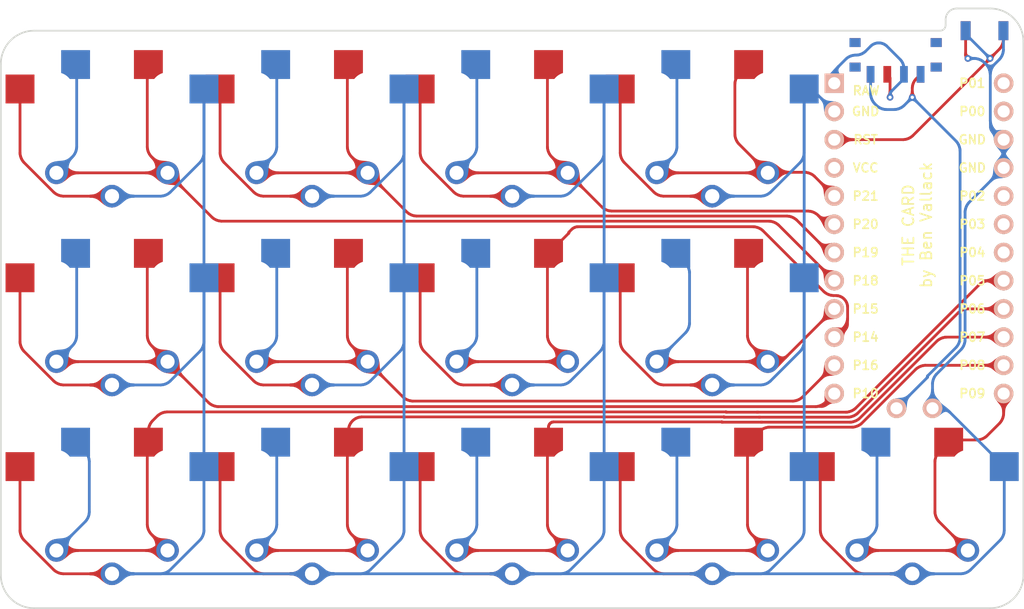
<source format=kicad_pcb>
(kicad_pcb (version 20171130) (host pcbnew "(5.1.10-1-10_14)")
  (title_block (title KEYBOARD_NAME_HERE) (rev VERSION_HERE) (company YOUR_NAME_HERE))
  (layers (0 F.Cu signal) (31 B.Cu signal) (34 B.Paste user) (35 F.Paste user) (36 B.SilkS user) (37 F.SilkS user) (38 B.Mask user) (39 F.Mask user) (44 Edge.Cuts user))
  (net 0 "")
  (net 1 P5)
  (net 2 GND)
  (net 3 P10)
  (net 4 P18)
  (net 5 P6)
  (net 6 P16)
  (net 7 P19)
  (net 8 P7)
  (net 9 P14)
  (net 10 P20)
  (net 11 P8)
  (net 12 P15)
  (net 13 P21)
  (net 14 P9)
  (net 15 RAW)
  (net 16 RST)
  (net 17 VCC)
  (net 18 P1)
  (net 19 P0)
  (net 20 P2)
  (net 21 P3)
  (net 22 P4)
  (net 23 pos)
  (module ProMicro (layer F.Cu) (at 90.6 -24.3 270)
    (fp_text reference MCU1 hide)
    (fp_text value "" hide)
    (fp_text user RAW (at -13.3 4.75) (layer F.SilkS) (effects (font (size 0.8 0.8))))
    (fp_text user GND (at -11.43 4.8) (layer F.SilkS) (effects (font (size 0.8 0.8))))
    (fp_text user RST (at -8.89 4.8) (layer F.SilkS) (effects (font (size 0.8 0.8))))
    (fp_text user VCC (at -6.35 4.8) (layer F.SilkS) (effects (font (size 0.8 0.8))))
    (fp_text user P21 (at -3.81 4.8) (layer F.SilkS) (effects (font (size 0.8 0.8))))
    (fp_text user P20 (at -1.27 4.8) (layer F.SilkS) (effects (font (size 0.8 0.8))))
    (fp_text user P19 (at 1.27 4.8) (layer F.SilkS) (effects (font (size 0.8 0.8))))
    (fp_text user P18 (at 3.81 4.8) (layer F.SilkS) (effects (font (size 0.8 0.8))))
    (fp_text user P15 (at 6.35 4.8) (layer F.SilkS) (effects (font (size 0.8 0.8))))
    (fp_text user P14 (at 8.89 4.8) (layer F.SilkS) (effects (font (size 0.8 0.8))))
    (fp_text user P16 (at 11.43 4.8) (layer F.SilkS) (effects (font (size 0.8 0.8))))
    (fp_text user P10 (at 13.97 4.8) (layer F.SilkS) (effects (font (size 0.8 0.8))))
    (fp_text user P01 (at -13.97 -4.8) (layer F.SilkS) (effects (font (size 0.8 0.8))))
    (fp_text user P00 (at -11.43 -4.8) (layer F.SilkS) (effects (font (size 0.8 0.8))))
    (fp_text user GND (at -8.89 -4.8) (layer F.SilkS) (effects (font (size 0.8 0.8))))
    (fp_text user GND (at -6.35 -4.8) (layer F.SilkS) (effects (font (size 0.8 0.8))))
    (fp_text user P02 (at -3.81 -4.8) (layer F.SilkS) (effects (font (size 0.8 0.8))))
    (fp_text user P03 (at -1.27 -4.8) (layer F.SilkS) (effects (font (size 0.8 0.8))))
    (fp_text user P04 (at 1.27 -4.8) (layer F.SilkS) (effects (font (size 0.8 0.8))))
    (fp_text user P05 (at 3.81 -4.8) (layer F.SilkS) (effects (font (size 0.8 0.8))))
    (fp_text user P06 (at 6.35 -4.8) (layer F.SilkS) (effects (font (size 0.8 0.8))))
    (fp_text user P07 (at 8.89 -4.8) (layer F.SilkS) (effects (font (size 0.8 0.8))))
    (fp_text user P08 (at 11.43 -4.8) (layer F.SilkS) (effects (font (size 0.8 0.8))))
    (fp_text user P09 (at 13.97 -4.8) (layer F.SilkS) (effects (font (size 0.8 0.8))))
    (pad 1 thru_hole rect (at -13.97 7.62 270) (size 1.7526 1.7526) (drill 1.0922) (layers *.Cu *.SilkS *.Mask) (net 15 RAW))
    (pad 2 thru_hole circle (at -11.43 7.62) (size 1.7526 1.7526) (drill 1.0922) (layers *.Cu *.SilkS *.Mask) (net 2 GND))
    (pad 3 thru_hole circle (at -8.89 7.62) (size 1.7526 1.7526) (drill 1.0922) (layers *.Cu *.SilkS *.Mask) (net 16 RST))
    (pad 4 thru_hole circle (at -6.35 7.62) (size 1.7526 1.7526) (drill 1.0922) (layers *.Cu *.SilkS *.Mask) (net 17 VCC))
    (pad 5 thru_hole circle (at -3.81 7.62) (size 1.7526 1.7526) (drill 1.0922) (layers *.Cu *.SilkS *.Mask) (net 13 P21))
    (pad 6 thru_hole circle (at -1.27 7.62) (size 1.7526 1.7526) (drill 1.0922) (layers *.Cu *.SilkS *.Mask) (net 10 P20))
    (pad 7 thru_hole circle (at 1.27 7.62) (size 1.7526 1.7526) (drill 1.0922) (layers *.Cu *.SilkS *.Mask) (net 7 P19))
    (pad 8 thru_hole circle (at 3.81 7.62) (size 1.7526 1.7526) (drill 1.0922) (layers *.Cu *.SilkS *.Mask) (net 4 P18))
    (pad 9 thru_hole circle (at 6.35 7.62) (size 1.7526 1.7526) (drill 1.0922) (layers *.Cu *.SilkS *.Mask) (net 12 P15))
    (pad 10 thru_hole circle (at 8.89 7.62) (size 1.7526 1.7526) (drill 1.0922) (layers *.Cu *.SilkS *.Mask) (net 9 P14))
    (pad 11 thru_hole circle (at 11.43 7.62) (size 1.7526 1.7526) (drill 1.0922) (layers *.Cu *.SilkS *.Mask) (net 6 P16))
    (pad 12 thru_hole circle (at 13.97 7.62) (size 1.7526 1.7526) (drill 1.0922) (layers *.Cu *.SilkS *.Mask) (net 3 P10))
    (pad 13 thru_hole circle (at -13.97 -7.62) (size 1.7526 1.7526) (drill 1.0922) (layers *.Cu *.SilkS *.Mask) (net 18 P1))
    (pad 14 thru_hole circle (at -11.43 -7.62) (size 1.7526 1.7526) (drill 1.0922) (layers *.Cu *.SilkS *.Mask) (net 19 P0))
    (pad 15 thru_hole circle (at -8.89 -7.62) (size 1.7526 1.7526) (drill 1.0922) (layers *.Cu *.SilkS *.Mask) (net 2 GND))
    (pad 16 thru_hole circle (at -6.35 -7.62) (size 1.7526 1.7526) (drill 1.0922) (layers *.Cu *.SilkS *.Mask) (net 2 GND))
    (pad 17 thru_hole circle (at -3.81 -7.62) (size 1.7526 1.7526) (drill 1.0922) (layers *.Cu *.SilkS *.Mask) (net 20 P2))
    (pad 18 thru_hole circle (at -1.27 -7.62) (size 1.7526 1.7526) (drill 1.0922) (layers *.Cu *.SilkS *.Mask) (net 21 P3))
    (pad 19 thru_hole circle (at 1.27 -7.62) (size 1.7526 1.7526) (drill 1.0922) (layers *.Cu *.SilkS *.Mask) (net 22 P4))
    (pad 20 thru_hole circle (at 3.81 -7.62) (size 1.7526 1.7526) (drill 1.0922) (layers *.Cu *.SilkS *.Mask) (net 1 P5))
    (pad 21 thru_hole circle (at 6.35 -7.62) (size 1.7526 1.7526) (drill 1.0922) (layers *.Cu *.SilkS *.Mask) (net 5 P6))
    (pad 22 thru_hole circle (at 8.89 -7.62) (size 1.7526 1.7526) (drill 1.0922) (layers *.Cu *.SilkS *.Mask) (net 8 P7))
    (pad 23 thru_hole circle (at 11.43 -7.62) (size 1.7526 1.7526) (drill 1.0922) (layers *.Cu *.SilkS *.Mask) (net 11 P8))
    (pad 24 thru_hole circle (at 13.97 -7.62) (size 1.7526 1.7526) (drill 1.0922) (layers *.Cu *.SilkS *.Mask) (net 14 P9))
  )
  (module PG1350 (layer F.Cu) (at 18 0)
    (fp_text reference S1 hide)
    (fp_text value "" hide)
    (pad "" np_thru_hole circle (at 0 0) (size 3.429 3.429) (drill 3.429) (layers *.Cu *.Mask))
    (pad "" np_thru_hole circle (at 5.5 0) (size 1.7018 1.7018) (drill 1.7018) (layers *.Cu *.Mask))
    (pad "" np_thru_hole circle (at -5.5 0) (size 1.7018 1.7018) (drill 1.7018) (layers *.Cu *.Mask))
    (pad "" np_thru_hole circle (at 5 -3.75) (size 3 3) (drill 3) (layers *.Cu *.Mask))
    (pad "" np_thru_hole circle (at 0 -5.95) (size 3 3) (drill 3) (layers *.Cu *.Mask))
    (pad 1 smd rect (at -3.275 -5.95) (size 2.6 2.6) (layers B.Cu B.Paste B.Mask) (net 1 P5))
    (pad 2 smd rect (at 8.275 -3.75) (size 2.6 2.6) (layers B.Cu B.Paste B.Mask) (net 2 GND))
    (pad "" np_thru_hole circle (at -5 -3.75) (size 3 3) (drill 3) (layers *.Cu *.Mask))
    (pad "" np_thru_hole circle (at 0 -5.95) (size 3 3) (drill 3) (layers *.Cu *.Mask))
    (pad 1 smd rect (at 3.275 -5.95) (size 2.6 2.6) (layers F.Cu F.Paste F.Mask) (net 1 P5))
    (pad 2 smd rect (at -8.275 -3.75) (size 2.6 2.6) (layers F.Cu F.Paste F.Mask) (net 2 GND))
  )
  (module PG1350 (layer F.Cu) (at 18 0 180)
    (fp_text reference S2 hide)
    (fp_text value "" hide)
    (pad "" np_thru_hole circle (at 0 0) (size 3.429 3.429) (drill 3.429) (layers *.Cu *.Mask))
    (pad "" np_thru_hole circle (at 5.5 0) (size 1.7018 1.7018) (drill 1.7018) (layers *.Cu *.Mask))
    (pad "" np_thru_hole circle (at -5.5 0) (size 1.7018 1.7018) (drill 1.7018) (layers *.Cu *.Mask))
    (pad 1 thru_hole circle (at 5 -3.8) (size 2.032 2.032) (drill 1.27) (layers *.Cu *.Mask) (net 1 P5))
    (pad 2 thru_hole circle (at 0 -5.9) (size 2.032 2.032) (drill 1.27) (layers *.Cu *.Mask) (net 2 GND))
    (pad 1 thru_hole circle (at -5 -3.8) (size 2.032 2.032) (drill 1.27) (layers *.Cu *.Mask) (net 1 P5))
    (pad 2 thru_hole circle (at 0 -5.9) (size 2.032 2.032) (drill 1.27) (layers *.Cu *.Mask) (net 2 GND))
  )
  (module PG1350 (layer F.Cu) (at 18 -17)
    (fp_text reference S3 hide)
    (fp_text value "" hide)
    (pad "" np_thru_hole circle (at 0 0) (size 3.429 3.429) (drill 3.429) (layers *.Cu *.Mask))
    (pad "" np_thru_hole circle (at 5.5 0) (size 1.7018 1.7018) (drill 1.7018) (layers *.Cu *.Mask))
    (pad "" np_thru_hole circle (at -5.5 0) (size 1.7018 1.7018) (drill 1.7018) (layers *.Cu *.Mask))
    (pad "" np_thru_hole circle (at 5 -3.75) (size 3 3) (drill 3) (layers *.Cu *.Mask))
    (pad "" np_thru_hole circle (at 0 -5.95) (size 3 3) (drill 3) (layers *.Cu *.Mask))
    (pad 1 smd rect (at -3.275 -5.95) (size 2.6 2.6) (layers B.Cu B.Paste B.Mask) (net 3 P10))
    (pad 2 smd rect (at 8.275 -3.75) (size 2.6 2.6) (layers B.Cu B.Paste B.Mask) (net 2 GND))
    (pad "" np_thru_hole circle (at -5 -3.75) (size 3 3) (drill 3) (layers *.Cu *.Mask))
    (pad "" np_thru_hole circle (at 0 -5.95) (size 3 3) (drill 3) (layers *.Cu *.Mask))
    (pad 1 smd rect (at 3.275 -5.95) (size 2.6 2.6) (layers F.Cu F.Paste F.Mask) (net 3 P10))
    (pad 2 smd rect (at -8.275 -3.75) (size 2.6 2.6) (layers F.Cu F.Paste F.Mask) (net 2 GND))
  )
  (module PG1350 (layer F.Cu) (at 18 -17 180)
    (fp_text reference S4 hide)
    (fp_text value "" hide)
    (pad "" np_thru_hole circle (at 0 0) (size 3.429 3.429) (drill 3.429) (layers *.Cu *.Mask))
    (pad "" np_thru_hole circle (at 5.5 0) (size 1.7018 1.7018) (drill 1.7018) (layers *.Cu *.Mask))
    (pad "" np_thru_hole circle (at -5.5 0) (size 1.7018 1.7018) (drill 1.7018) (layers *.Cu *.Mask))
    (pad 1 thru_hole circle (at 5 -3.8) (size 2.032 2.032) (drill 1.27) (layers *.Cu *.Mask) (net 3 P10))
    (pad 2 thru_hole circle (at 0 -5.9) (size 2.032 2.032) (drill 1.27) (layers *.Cu *.Mask) (net 2 GND))
    (pad 1 thru_hole circle (at -5 -3.8) (size 2.032 2.032) (drill 1.27) (layers *.Cu *.Mask) (net 3 P10))
    (pad 2 thru_hole circle (at 0 -5.9) (size 2.032 2.032) (drill 1.27) (layers *.Cu *.Mask) (net 2 GND))
  )
  (module PG1350 (layer F.Cu) (at 18 -34)
    (fp_text reference S5 hide)
    (fp_text value "" hide)
    (pad "" np_thru_hole circle (at 0 0) (size 3.429 3.429) (drill 3.429) (layers *.Cu *.Mask))
    (pad "" np_thru_hole circle (at 5.5 0) (size 1.7018 1.7018) (drill 1.7018) (layers *.Cu *.Mask))
    (pad "" np_thru_hole circle (at -5.5 0) (size 1.7018 1.7018) (drill 1.7018) (layers *.Cu *.Mask))
    (pad "" np_thru_hole circle (at 5 -3.75) (size 3 3) (drill 3) (layers *.Cu *.Mask))
    (pad "" np_thru_hole circle (at 0 -5.95) (size 3 3) (drill 3) (layers *.Cu *.Mask))
    (pad 1 smd rect (at -3.275 -5.95) (size 2.6 2.6) (layers B.Cu B.Paste B.Mask) (net 4 P18))
    (pad 2 smd rect (at 8.275 -3.75) (size 2.6 2.6) (layers B.Cu B.Paste B.Mask) (net 2 GND))
    (pad "" np_thru_hole circle (at -5 -3.75) (size 3 3) (drill 3) (layers *.Cu *.Mask))
    (pad "" np_thru_hole circle (at 0 -5.95) (size 3 3) (drill 3) (layers *.Cu *.Mask))
    (pad 1 smd rect (at 3.275 -5.95) (size 2.6 2.6) (layers F.Cu F.Paste F.Mask) (net 4 P18))
    (pad 2 smd rect (at -8.275 -3.75) (size 2.6 2.6) (layers F.Cu F.Paste F.Mask) (net 2 GND))
  )
  (module PG1350 (layer F.Cu) (at 18 -34 180)
    (fp_text reference S6 hide)
    (fp_text value "" hide)
    (pad "" np_thru_hole circle (at 0 0) (size 3.429 3.429) (drill 3.429) (layers *.Cu *.Mask))
    (pad "" np_thru_hole circle (at 5.5 0) (size 1.7018 1.7018) (drill 1.7018) (layers *.Cu *.Mask))
    (pad "" np_thru_hole circle (at -5.5 0) (size 1.7018 1.7018) (drill 1.7018) (layers *.Cu *.Mask))
    (pad 1 thru_hole circle (at 5 -3.8) (size 2.032 2.032) (drill 1.27) (layers *.Cu *.Mask) (net 4 P18))
    (pad 2 thru_hole circle (at 0 -5.9) (size 2.032 2.032) (drill 1.27) (layers *.Cu *.Mask) (net 2 GND))
    (pad 1 thru_hole circle (at -5 -3.8) (size 2.032 2.032) (drill 1.27) (layers *.Cu *.Mask) (net 4 P18))
    (pad 2 thru_hole circle (at 0 -5.9) (size 2.032 2.032) (drill 1.27) (layers *.Cu *.Mask) (net 2 GND))
  )
  (module PG1350 (layer F.Cu) (at 36 0)
    (fp_text reference S7 hide)
    (fp_text value "" hide)
    (pad "" np_thru_hole circle (at 0 0) (size 3.429 3.429) (drill 3.429) (layers *.Cu *.Mask))
    (pad "" np_thru_hole circle (at 5.5 0) (size 1.7018 1.7018) (drill 1.7018) (layers *.Cu *.Mask))
    (pad "" np_thru_hole circle (at -5.5 0) (size 1.7018 1.7018) (drill 1.7018) (layers *.Cu *.Mask))
    (pad "" np_thru_hole circle (at 5 -3.75) (size 3 3) (drill 3) (layers *.Cu *.Mask))
    (pad "" np_thru_hole circle (at 0 -5.95) (size 3 3) (drill 3) (layers *.Cu *.Mask))
    (pad 1 smd rect (at -3.275 -5.95) (size 2.6 2.6) (layers B.Cu B.Paste B.Mask) (net 5 P6))
    (pad 2 smd rect (at 8.275 -3.75) (size 2.6 2.6) (layers B.Cu B.Paste B.Mask) (net 2 GND))
    (pad "" np_thru_hole circle (at -5 -3.75) (size 3 3) (drill 3) (layers *.Cu *.Mask))
    (pad "" np_thru_hole circle (at 0 -5.95) (size 3 3) (drill 3) (layers *.Cu *.Mask))
    (pad 1 smd rect (at 3.275 -5.95) (size 2.6 2.6) (layers F.Cu F.Paste F.Mask) (net 5 P6))
    (pad 2 smd rect (at -8.275 -3.75) (size 2.6 2.6) (layers F.Cu F.Paste F.Mask) (net 2 GND))
  )
  (module PG1350 (layer F.Cu) (at 36 0 180)
    (fp_text reference S8 hide)
    (fp_text value "" hide)
    (pad "" np_thru_hole circle (at 0 0) (size 3.429 3.429) (drill 3.429) (layers *.Cu *.Mask))
    (pad "" np_thru_hole circle (at 5.5 0) (size 1.7018 1.7018) (drill 1.7018) (layers *.Cu *.Mask))
    (pad "" np_thru_hole circle (at -5.5 0) (size 1.7018 1.7018) (drill 1.7018) (layers *.Cu *.Mask))
    (pad 1 thru_hole circle (at 5 -3.8) (size 2.032 2.032) (drill 1.27) (layers *.Cu *.Mask) (net 5 P6))
    (pad 2 thru_hole circle (at 0 -5.9) (size 2.032 2.032) (drill 1.27) (layers *.Cu *.Mask) (net 2 GND))
    (pad 1 thru_hole circle (at -5 -3.8) (size 2.032 2.032) (drill 1.27) (layers *.Cu *.Mask) (net 5 P6))
    (pad 2 thru_hole circle (at 0 -5.9) (size 2.032 2.032) (drill 1.27) (layers *.Cu *.Mask) (net 2 GND))
  )
  (module PG1350 (layer F.Cu) (at 36 -17)
    (fp_text reference S9 hide)
    (fp_text value "" hide)
    (pad "" np_thru_hole circle (at 0 0) (size 3.429 3.429) (drill 3.429) (layers *.Cu *.Mask))
    (pad "" np_thru_hole circle (at 5.5 0) (size 1.7018 1.7018) (drill 1.7018) (layers *.Cu *.Mask))
    (pad "" np_thru_hole circle (at -5.5 0) (size 1.7018 1.7018) (drill 1.7018) (layers *.Cu *.Mask))
    (pad "" np_thru_hole circle (at 5 -3.75) (size 3 3) (drill 3) (layers *.Cu *.Mask))
    (pad "" np_thru_hole circle (at 0 -5.95) (size 3 3) (drill 3) (layers *.Cu *.Mask))
    (pad 1 smd rect (at -3.275 -5.95) (size 2.6 2.6) (layers B.Cu B.Paste B.Mask) (net 6 P16))
    (pad 2 smd rect (at 8.275 -3.75) (size 2.6 2.6) (layers B.Cu B.Paste B.Mask) (net 2 GND))
    (pad "" np_thru_hole circle (at -5 -3.75) (size 3 3) (drill 3) (layers *.Cu *.Mask))
    (pad "" np_thru_hole circle (at 0 -5.95) (size 3 3) (drill 3) (layers *.Cu *.Mask))
    (pad 1 smd rect (at 3.275 -5.95) (size 2.6 2.6) (layers F.Cu F.Paste F.Mask) (net 6 P16))
    (pad 2 smd rect (at -8.275 -3.75) (size 2.6 2.6) (layers F.Cu F.Paste F.Mask) (net 2 GND))
  )
  (module PG1350 (layer F.Cu) (at 36 -17 180)
    (fp_text reference S10 hide)
    (fp_text value "" hide)
    (pad "" np_thru_hole circle (at 0 0) (size 3.429 3.429) (drill 3.429) (layers *.Cu *.Mask))
    (pad "" np_thru_hole circle (at 5.5 0) (size 1.7018 1.7018) (drill 1.7018) (layers *.Cu *.Mask))
    (pad "" np_thru_hole circle (at -5.5 0) (size 1.7018 1.7018) (drill 1.7018) (layers *.Cu *.Mask))
    (pad 1 thru_hole circle (at 5 -3.8) (size 2.032 2.032) (drill 1.27) (layers *.Cu *.Mask) (net 6 P16))
    (pad 2 thru_hole circle (at 0 -5.9) (size 2.032 2.032) (drill 1.27) (layers *.Cu *.Mask) (net 2 GND))
    (pad 1 thru_hole circle (at -5 -3.8) (size 2.032 2.032) (drill 1.27) (layers *.Cu *.Mask) (net 6 P16))
    (pad 2 thru_hole circle (at 0 -5.9) (size 2.032 2.032) (drill 1.27) (layers *.Cu *.Mask) (net 2 GND))
  )
  (module PG1350 (layer F.Cu) (at 36 -34)
    (fp_text reference S11 hide)
    (fp_text value "" hide)
    (pad "" np_thru_hole circle (at 0 0) (size 3.429 3.429) (drill 3.429) (layers *.Cu *.Mask))
    (pad "" np_thru_hole circle (at 5.5 0) (size 1.7018 1.7018) (drill 1.7018) (layers *.Cu *.Mask))
    (pad "" np_thru_hole circle (at -5.5 0) (size 1.7018 1.7018) (drill 1.7018) (layers *.Cu *.Mask))
    (pad "" np_thru_hole circle (at 5 -3.75) (size 3 3) (drill 3) (layers *.Cu *.Mask))
    (pad "" np_thru_hole circle (at 0 -5.95) (size 3 3) (drill 3) (layers *.Cu *.Mask))
    (pad 1 smd rect (at -3.275 -5.95) (size 2.6 2.6) (layers B.Cu B.Paste B.Mask) (net 7 P19))
    (pad 2 smd rect (at 8.275 -3.75) (size 2.6 2.6) (layers B.Cu B.Paste B.Mask) (net 2 GND))
    (pad "" np_thru_hole circle (at -5 -3.75) (size 3 3) (drill 3) (layers *.Cu *.Mask))
    (pad "" np_thru_hole circle (at 0 -5.95) (size 3 3) (drill 3) (layers *.Cu *.Mask))
    (pad 1 smd rect (at 3.275 -5.95) (size 2.6 2.6) (layers F.Cu F.Paste F.Mask) (net 7 P19))
    (pad 2 smd rect (at -8.275 -3.75) (size 2.6 2.6) (layers F.Cu F.Paste F.Mask) (net 2 GND))
  )
  (module PG1350 (layer F.Cu) (at 36 -34 180)
    (fp_text reference S12 hide)
    (fp_text value "" hide)
    (pad "" np_thru_hole circle (at 0 0) (size 3.429 3.429) (drill 3.429) (layers *.Cu *.Mask))
    (pad "" np_thru_hole circle (at 5.5 0) (size 1.7018 1.7018) (drill 1.7018) (layers *.Cu *.Mask))
    (pad "" np_thru_hole circle (at -5.5 0) (size 1.7018 1.7018) (drill 1.7018) (layers *.Cu *.Mask))
    (pad 1 thru_hole circle (at 5 -3.8) (size 2.032 2.032) (drill 1.27) (layers *.Cu *.Mask) (net 7 P19))
    (pad 2 thru_hole circle (at 0 -5.9) (size 2.032 2.032) (drill 1.27) (layers *.Cu *.Mask) (net 2 GND))
    (pad 1 thru_hole circle (at -5 -3.8) (size 2.032 2.032) (drill 1.27) (layers *.Cu *.Mask) (net 7 P19))
    (pad 2 thru_hole circle (at 0 -5.9) (size 2.032 2.032) (drill 1.27) (layers *.Cu *.Mask) (net 2 GND))
  )
  (module PG1350 (layer F.Cu) (at 54 0)
    (fp_text reference S13 hide)
    (fp_text value "" hide)
    (pad "" np_thru_hole circle (at 0 0) (size 3.429 3.429) (drill 3.429) (layers *.Cu *.Mask))
    (pad "" np_thru_hole circle (at 5.5 0) (size 1.7018 1.7018) (drill 1.7018) (layers *.Cu *.Mask))
    (pad "" np_thru_hole circle (at -5.5 0) (size 1.7018 1.7018) (drill 1.7018) (layers *.Cu *.Mask))
    (pad "" np_thru_hole circle (at 5 -3.75) (size 3 3) (drill 3) (layers *.Cu *.Mask))
    (pad "" np_thru_hole circle (at 0 -5.95) (size 3 3) (drill 3) (layers *.Cu *.Mask))
    (pad 1 smd rect (at -3.275 -5.95) (size 2.6 2.6) (layers B.Cu B.Paste B.Mask) (net 8 P7))
    (pad 2 smd rect (at 8.275 -3.75) (size 2.6 2.6) (layers B.Cu B.Paste B.Mask) (net 2 GND))
    (pad "" np_thru_hole circle (at -5 -3.75) (size 3 3) (drill 3) (layers *.Cu *.Mask))
    (pad "" np_thru_hole circle (at 0 -5.95) (size 3 3) (drill 3) (layers *.Cu *.Mask))
    (pad 1 smd rect (at 3.275 -5.95) (size 2.6 2.6) (layers F.Cu F.Paste F.Mask) (net 8 P7))
    (pad 2 smd rect (at -8.275 -3.75) (size 2.6 2.6) (layers F.Cu F.Paste F.Mask) (net 2 GND))
  )
  (module PG1350 (layer F.Cu) (at 54 0 180)
    (fp_text reference S14 hide)
    (fp_text value "" hide)
    (pad "" np_thru_hole circle (at 0 0) (size 3.429 3.429) (drill 3.429) (layers *.Cu *.Mask))
    (pad "" np_thru_hole circle (at 5.5 0) (size 1.7018 1.7018) (drill 1.7018) (layers *.Cu *.Mask))
    (pad "" np_thru_hole circle (at -5.5 0) (size 1.7018 1.7018) (drill 1.7018) (layers *.Cu *.Mask))
    (pad 1 thru_hole circle (at 5 -3.8) (size 2.032 2.032) (drill 1.27) (layers *.Cu *.Mask) (net 8 P7))
    (pad 2 thru_hole circle (at 0 -5.9) (size 2.032 2.032) (drill 1.27) (layers *.Cu *.Mask) (net 2 GND))
    (pad 1 thru_hole circle (at -5 -3.8) (size 2.032 2.032) (drill 1.27) (layers *.Cu *.Mask) (net 8 P7))
    (pad 2 thru_hole circle (at 0 -5.9) (size 2.032 2.032) (drill 1.27) (layers *.Cu *.Mask) (net 2 GND))
  )
  (module PG1350 (layer F.Cu) (at 54 -17)
    (fp_text reference S15 hide)
    (fp_text value "" hide)
    (pad "" np_thru_hole circle (at 0 0) (size 3.429 3.429) (drill 3.429) (layers *.Cu *.Mask))
    (pad "" np_thru_hole circle (at 5.5 0) (size 1.7018 1.7018) (drill 1.7018) (layers *.Cu *.Mask))
    (pad "" np_thru_hole circle (at -5.5 0) (size 1.7018 1.7018) (drill 1.7018) (layers *.Cu *.Mask))
    (pad "" np_thru_hole circle (at 5 -3.75) (size 3 3) (drill 3) (layers *.Cu *.Mask))
    (pad "" np_thru_hole circle (at 0 -5.95) (size 3 3) (drill 3) (layers *.Cu *.Mask))
    (pad 1 smd rect (at -3.275 -5.95) (size 2.6 2.6) (layers B.Cu B.Paste B.Mask) (net 9 P14))
    (pad 2 smd rect (at 8.275 -3.75) (size 2.6 2.6) (layers B.Cu B.Paste B.Mask) (net 2 GND))
    (pad "" np_thru_hole circle (at -5 -3.75) (size 3 3) (drill 3) (layers *.Cu *.Mask))
    (pad "" np_thru_hole circle (at 0 -5.95) (size 3 3) (drill 3) (layers *.Cu *.Mask))
    (pad 1 smd rect (at 3.275 -5.95) (size 2.6 2.6) (layers F.Cu F.Paste F.Mask) (net 9 P14))
    (pad 2 smd rect (at -8.275 -3.75) (size 2.6 2.6) (layers F.Cu F.Paste F.Mask) (net 2 GND))
  )
  (module PG1350 (layer F.Cu) (at 54 -17 180)
    (fp_text reference S16 hide)
    (fp_text value "" hide)
    (pad "" np_thru_hole circle (at 0 0) (size 3.429 3.429) (drill 3.429) (layers *.Cu *.Mask))
    (pad "" np_thru_hole circle (at 5.5 0) (size 1.7018 1.7018) (drill 1.7018) (layers *.Cu *.Mask))
    (pad "" np_thru_hole circle (at -5.5 0) (size 1.7018 1.7018) (drill 1.7018) (layers *.Cu *.Mask))
    (pad 1 thru_hole circle (at 5 -3.8) (size 2.032 2.032) (drill 1.27) (layers *.Cu *.Mask) (net 9 P14))
    (pad 2 thru_hole circle (at 0 -5.9) (size 2.032 2.032) (drill 1.27) (layers *.Cu *.Mask) (net 2 GND))
    (pad 1 thru_hole circle (at -5 -3.8) (size 2.032 2.032) (drill 1.27) (layers *.Cu *.Mask) (net 9 P14))
    (pad 2 thru_hole circle (at 0 -5.9) (size 2.032 2.032) (drill 1.27) (layers *.Cu *.Mask) (net 2 GND))
  )
  (module PG1350 (layer F.Cu) (at 54 -34)
    (fp_text reference S17 hide)
    (fp_text value "" hide)
    (pad "" np_thru_hole circle (at 0 0) (size 3.429 3.429) (drill 3.429) (layers *.Cu *.Mask))
    (pad "" np_thru_hole circle (at 5.5 0) (size 1.7018 1.7018) (drill 1.7018) (layers *.Cu *.Mask))
    (pad "" np_thru_hole circle (at -5.5 0) (size 1.7018 1.7018) (drill 1.7018) (layers *.Cu *.Mask))
    (pad "" np_thru_hole circle (at 5 -3.75) (size 3 3) (drill 3) (layers *.Cu *.Mask))
    (pad "" np_thru_hole circle (at 0 -5.95) (size 3 3) (drill 3) (layers *.Cu *.Mask))
    (pad 1 smd rect (at -3.275 -5.95) (size 2.6 2.6) (layers B.Cu B.Paste B.Mask) (net 10 P20))
    (pad 2 smd rect (at 8.275 -3.75) (size 2.6 2.6) (layers B.Cu B.Paste B.Mask) (net 2 GND))
    (pad "" np_thru_hole circle (at -5 -3.75) (size 3 3) (drill 3) (layers *.Cu *.Mask))
    (pad "" np_thru_hole circle (at 0 -5.95) (size 3 3) (drill 3) (layers *.Cu *.Mask))
    (pad 1 smd rect (at 3.275 -5.95) (size 2.6 2.6) (layers F.Cu F.Paste F.Mask) (net 10 P20))
    (pad 2 smd rect (at -8.275 -3.75) (size 2.6 2.6) (layers F.Cu F.Paste F.Mask) (net 2 GND))
  )
  (module PG1350 (layer F.Cu) (at 54 -34 180)
    (fp_text reference S18 hide)
    (fp_text value "" hide)
    (pad "" np_thru_hole circle (at 0 0) (size 3.429 3.429) (drill 3.429) (layers *.Cu *.Mask))
    (pad "" np_thru_hole circle (at 5.5 0) (size 1.7018 1.7018) (drill 1.7018) (layers *.Cu *.Mask))
    (pad "" np_thru_hole circle (at -5.5 0) (size 1.7018 1.7018) (drill 1.7018) (layers *.Cu *.Mask))
    (pad 1 thru_hole circle (at 5 -3.8) (size 2.032 2.032) (drill 1.27) (layers *.Cu *.Mask) (net 10 P20))
    (pad 2 thru_hole circle (at 0 -5.9) (size 2.032 2.032) (drill 1.27) (layers *.Cu *.Mask) (net 2 GND))
    (pad 1 thru_hole circle (at -5 -3.8) (size 2.032 2.032) (drill 1.27) (layers *.Cu *.Mask) (net 10 P20))
    (pad 2 thru_hole circle (at 0 -5.9) (size 2.032 2.032) (drill 1.27) (layers *.Cu *.Mask) (net 2 GND))
  )
  (module PG1350 (layer F.Cu) (at 72 0)
    (fp_text reference S19 hide)
    (fp_text value "" hide)
    (pad "" np_thru_hole circle (at 0 0) (size 3.429 3.429) (drill 3.429) (layers *.Cu *.Mask))
    (pad "" np_thru_hole circle (at 5.5 0) (size 1.7018 1.7018) (drill 1.7018) (layers *.Cu *.Mask))
    (pad "" np_thru_hole circle (at -5.5 0) (size 1.7018 1.7018) (drill 1.7018) (layers *.Cu *.Mask))
    (pad "" np_thru_hole circle (at 5 -3.75) (size 3 3) (drill 3) (layers *.Cu *.Mask))
    (pad "" np_thru_hole circle (at 0 -5.95) (size 3 3) (drill 3) (layers *.Cu *.Mask))
    (pad 1 smd rect (at -3.275 -5.95) (size 2.6 2.6) (layers B.Cu B.Paste B.Mask) (net 11 P8))
    (pad 2 smd rect (at 8.275 -3.75) (size 2.6 2.6) (layers B.Cu B.Paste B.Mask) (net 2 GND))
    (pad "" np_thru_hole circle (at -5 -3.75) (size 3 3) (drill 3) (layers *.Cu *.Mask))
    (pad "" np_thru_hole circle (at 0 -5.95) (size 3 3) (drill 3) (layers *.Cu *.Mask))
    (pad 1 smd rect (at 3.275 -5.95) (size 2.6 2.6) (layers F.Cu F.Paste F.Mask) (net 11 P8))
    (pad 2 smd rect (at -8.275 -3.75) (size 2.6 2.6) (layers F.Cu F.Paste F.Mask) (net 2 GND))
  )
  (module PG1350 (layer F.Cu) (at 72 0 180)
    (fp_text reference S20 hide)
    (fp_text value "" hide)
    (pad "" np_thru_hole circle (at 0 0) (size 3.429 3.429) (drill 3.429) (layers *.Cu *.Mask))
    (pad "" np_thru_hole circle (at 5.5 0) (size 1.7018 1.7018) (drill 1.7018) (layers *.Cu *.Mask))
    (pad "" np_thru_hole circle (at -5.5 0) (size 1.7018 1.7018) (drill 1.7018) (layers *.Cu *.Mask))
    (pad 1 thru_hole circle (at 5 -3.8) (size 2.032 2.032) (drill 1.27) (layers *.Cu *.Mask) (net 11 P8))
    (pad 2 thru_hole circle (at 0 -5.9) (size 2.032 2.032) (drill 1.27) (layers *.Cu *.Mask) (net 2 GND))
    (pad 1 thru_hole circle (at -5 -3.8) (size 2.032 2.032) (drill 1.27) (layers *.Cu *.Mask) (net 11 P8))
    (pad 2 thru_hole circle (at 0 -5.9) (size 2.032 2.032) (drill 1.27) (layers *.Cu *.Mask) (net 2 GND))
  )
  (module PG1350 (layer F.Cu) (at 72 -17)
    (fp_text reference S21 hide)
    (fp_text value "" hide)
    (pad "" np_thru_hole circle (at 0 0) (size 3.429 3.429) (drill 3.429) (layers *.Cu *.Mask))
    (pad "" np_thru_hole circle (at 5.5 0) (size 1.7018 1.7018) (drill 1.7018) (layers *.Cu *.Mask))
    (pad "" np_thru_hole circle (at -5.5 0) (size 1.7018 1.7018) (drill 1.7018) (layers *.Cu *.Mask))
    (pad "" np_thru_hole circle (at 5 -3.75) (size 3 3) (drill 3) (layers *.Cu *.Mask))
    (pad "" np_thru_hole circle (at 0 -5.95) (size 3 3) (drill 3) (layers *.Cu *.Mask))
    (pad 1 smd rect (at -3.275 -5.95) (size 2.6 2.6) (layers B.Cu B.Paste B.Mask) (net 12 P15))
    (pad 2 smd rect (at 8.275 -3.75) (size 2.6 2.6) (layers B.Cu B.Paste B.Mask) (net 2 GND))
    (pad "" np_thru_hole circle (at -5 -3.75) (size 3 3) (drill 3) (layers *.Cu *.Mask))
    (pad "" np_thru_hole circle (at 0 -5.95) (size 3 3) (drill 3) (layers *.Cu *.Mask))
    (pad 1 smd rect (at 3.275 -5.95) (size 2.6 2.6) (layers F.Cu F.Paste F.Mask) (net 12 P15))
    (pad 2 smd rect (at -8.275 -3.75) (size 2.6 2.6) (layers F.Cu F.Paste F.Mask) (net 2 GND))
  )
  (module PG1350 (layer F.Cu) (at 72 -17 180)
    (fp_text reference S22 hide)
    (fp_text value "" hide)
    (pad "" np_thru_hole circle (at 0 0) (size 3.429 3.429) (drill 3.429) (layers *.Cu *.Mask))
    (pad "" np_thru_hole circle (at 5.5 0) (size 1.7018 1.7018) (drill 1.7018) (layers *.Cu *.Mask))
    (pad "" np_thru_hole circle (at -5.5 0) (size 1.7018 1.7018) (drill 1.7018) (layers *.Cu *.Mask))
    (pad 1 thru_hole circle (at 5 -3.8) (size 2.032 2.032) (drill 1.27) (layers *.Cu *.Mask) (net 12 P15))
    (pad 2 thru_hole circle (at 0 -5.9) (size 2.032 2.032) (drill 1.27) (layers *.Cu *.Mask) (net 2 GND))
    (pad 1 thru_hole circle (at -5 -3.8) (size 2.032 2.032) (drill 1.27) (layers *.Cu *.Mask) (net 12 P15))
    (pad 2 thru_hole circle (at 0 -5.9) (size 2.032 2.032) (drill 1.27) (layers *.Cu *.Mask) (net 2 GND))
  )
  (module PG1350 (layer F.Cu) (at 72 -34)
    (fp_text reference S23 hide)
    (fp_text value "" hide)
    (pad "" np_thru_hole circle (at 0 0) (size 3.429 3.429) (drill 3.429) (layers *.Cu *.Mask))
    (pad "" np_thru_hole circle (at 5.5 0) (size 1.7018 1.7018) (drill 1.7018) (layers *.Cu *.Mask))
    (pad "" np_thru_hole circle (at -5.5 0) (size 1.7018 1.7018) (drill 1.7018) (layers *.Cu *.Mask))
    (pad "" np_thru_hole circle (at 5 -3.75) (size 3 3) (drill 3) (layers *.Cu *.Mask))
    (pad "" np_thru_hole circle (at 0 -5.95) (size 3 3) (drill 3) (layers *.Cu *.Mask))
    (pad 1 smd rect (at -3.275 -5.95) (size 2.6 2.6) (layers B.Cu B.Paste B.Mask) (net 13 P21))
    (pad 2 smd rect (at 8.275 -3.75) (size 2.6 2.6) (layers B.Cu B.Paste B.Mask) (net 2 GND))
    (pad "" np_thru_hole circle (at -5 -3.75) (size 3 3) (drill 3) (layers *.Cu *.Mask))
    (pad "" np_thru_hole circle (at 0 -5.95) (size 3 3) (drill 3) (layers *.Cu *.Mask))
    (pad 1 smd rect (at 3.275 -5.95) (size 2.6 2.6) (layers F.Cu F.Paste F.Mask) (net 13 P21))
    (pad 2 smd rect (at -8.275 -3.75) (size 2.6 2.6) (layers F.Cu F.Paste F.Mask) (net 2 GND))
  )
  (module PG1350 (layer F.Cu) (at 72 -34 180)
    (fp_text reference S24 hide)
    (fp_text value "" hide)
    (pad "" np_thru_hole circle (at 0 0) (size 3.429 3.429) (drill 3.429) (layers *.Cu *.Mask))
    (pad "" np_thru_hole circle (at 5.5 0) (size 1.7018 1.7018) (drill 1.7018) (layers *.Cu *.Mask))
    (pad "" np_thru_hole circle (at -5.5 0) (size 1.7018 1.7018) (drill 1.7018) (layers *.Cu *.Mask))
    (pad 1 thru_hole circle (at 5 -3.8) (size 2.032 2.032) (drill 1.27) (layers *.Cu *.Mask) (net 13 P21))
    (pad 2 thru_hole circle (at 0 -5.9) (size 2.032 2.032) (drill 1.27) (layers *.Cu *.Mask) (net 2 GND))
    (pad 1 thru_hole circle (at -5 -3.8) (size 2.032 2.032) (drill 1.27) (layers *.Cu *.Mask) (net 13 P21))
    (pad 2 thru_hole circle (at 0 -5.9) (size 2.032 2.032) (drill 1.27) (layers *.Cu *.Mask) (net 2 GND))
  )
  (module PG1350 (layer F.Cu) (at 90 0)
    (fp_text reference S25 hide)
    (fp_text value "" hide)
    (pad "" np_thru_hole circle (at 0 0) (size 3.429 3.429) (drill 3.429) (layers *.Cu *.Mask))
    (pad "" np_thru_hole circle (at 5.5 0) (size 1.7018 1.7018) (drill 1.7018) (layers *.Cu *.Mask))
    (pad "" np_thru_hole circle (at -5.5 0) (size 1.7018 1.7018) (drill 1.7018) (layers *.Cu *.Mask))
    (pad "" np_thru_hole circle (at 5 -3.75) (size 3 3) (drill 3) (layers *.Cu *.Mask))
    (pad "" np_thru_hole circle (at 0 -5.95) (size 3 3) (drill 3) (layers *.Cu *.Mask))
    (pad 1 smd rect (at -3.275 -5.95) (size 2.6 2.6) (layers B.Cu B.Paste B.Mask) (net 14 P9))
    (pad 2 smd rect (at 8.275 -3.75) (size 2.6 2.6) (layers B.Cu B.Paste B.Mask) (net 2 GND))
    (pad "" np_thru_hole circle (at -5 -3.75) (size 3 3) (drill 3) (layers *.Cu *.Mask))
    (pad "" np_thru_hole circle (at 0 -5.95) (size 3 3) (drill 3) (layers *.Cu *.Mask))
    (pad 1 smd rect (at 3.275 -5.95) (size 2.6 2.6) (layers F.Cu F.Paste F.Mask) (net 14 P9))
    (pad 2 smd rect (at -8.275 -3.75) (size 2.6 2.6) (layers F.Cu F.Paste F.Mask) (net 2 GND))
  )
  (module PG1350 (layer F.Cu) (at 90 0 180)
    (fp_text reference S26 hide)
    (fp_text value "" hide)
    (pad "" np_thru_hole circle (at 0 0) (size 3.429 3.429) (drill 3.429) (layers *.Cu *.Mask))
    (pad "" np_thru_hole circle (at 5.5 0) (size 1.7018 1.7018) (drill 1.7018) (layers *.Cu *.Mask))
    (pad "" np_thru_hole circle (at -5.5 0) (size 1.7018 1.7018) (drill 1.7018) (layers *.Cu *.Mask))
    (pad 1 thru_hole circle (at 5 -3.8) (size 2.032 2.032) (drill 1.27) (layers *.Cu *.Mask) (net 14 P9))
    (pad 2 thru_hole circle (at 0 -5.9) (size 2.032 2.032) (drill 1.27) (layers *.Cu *.Mask) (net 2 GND))
    (pad 1 thru_hole circle (at -5 -3.8) (size 2.032 2.032) (drill 1.27) (layers *.Cu *.Mask) (net 14 P9))
    (pad 2 thru_hole circle (at 0 -5.9) (size 2.032 2.032) (drill 1.27) (layers *.Cu *.Mask) (net 2 GND))
  )
  (module Button_Switch_SMD:SW_SPDT_PCM12 (layer F.Cu) (at 88.5 -40.5 180)
    (fp_text reference "" (at 0 0 180) (layer F.SilkS) (effects (font (size 1.27 1.27))))
    (fp_text value "" (at 0 0 180) (layer F.SilkS) (effects (font (size 1.27 1.27))))
    (pad "" np_thru_hole circle (at -1.5 0.33) (size 0.9 0.9) (drill 0.9) (layers *.Cu *.Mask))
    (pad "" np_thru_hole circle (at 1.5 0.33) (size 0.9 0.9) (drill 0.9) (layers *.Cu *.Mask))
    (pad 1 smd rect (at -2.25 -1.43) (size 0.7 1.5) (layers F.Cu F.Paste F.Mask) (net 23 pos))
    (pad 2 smd rect (at 0.75 -1.43) (size 0.7 1.5) (layers F.Cu F.Paste F.Mask) (net 15 RAW))
    (pad 3 smd rect (at 2.25 -1.43) (size 0.7 1.5) (layers F.Cu F.Paste F.Mask))
    (pad "" smd rect (at -3.65 1.43) (size 1 0.8) (layers F.Cu F.Paste F.Mask))
    (pad "" smd rect (at 3.65 1.43) (size 1 0.8) (layers F.Cu F.Paste F.Mask))
    (pad "" smd rect (at 3.65 -0.78) (size 1 0.8) (layers F.Cu F.Paste F.Mask))
    (pad "" smd rect (at -3.65 -0.78) (size 1 0.8) (layers F.Cu F.Paste F.Mask))
    (pad "" np_thru_hole circle (at -1.5 0.33) (size 0.9 0.9) (drill 0.9) (layers *.Cu *.Mask))
    (pad "" np_thru_hole circle (at 1.5 0.33) (size 0.9 0.9) (drill 0.9) (layers *.Cu *.Mask))
    (pad 1 smd rect (at 2.25 -1.43) (size 0.7 1.5) (layers B.Cu B.Paste B.Mask) (net 23 pos))
    (pad 2 smd rect (at -0.75 -1.43) (size 0.7 1.5) (layers B.Cu B.Paste B.Mask) (net 15 RAW))
    (pad 3 smd rect (at -2.25 -1.43) (size 0.7 1.5) (layers B.Cu B.Paste B.Mask))
    (pad "" smd rect (at 3.65 1.43) (size 1 0.8) (layers B.Cu B.Paste B.Mask))
    (pad "" smd rect (at -3.65 1.43) (size 1 0.8) (layers B.Cu B.Paste B.Mask))
    (pad "" smd rect (at -3.65 -0.78) (size 1 0.8) (layers B.Cu B.Paste B.Mask))
    (pad "" smd rect (at 3.65 -0.78) (size 1 0.8) (layers B.Cu B.Paste B.Mask))
  )
  (module VIA-0.6mm (layer F.Cu) (at 88 -37)
    (fp_text reference REF** hide)
    (fp_text value VIA-0.6mm hide)
    (pad 1 thru_hole circle (at 0 0) (size 0.6 0.6) (drill 0.3) (layers *.Cu) (net 15 RAW))
  )
  (module VIA-0.6mm (layer F.Cu) (at 90 -37)
    (fp_text reference REF** hide)
    (fp_text value VIA-0.6mm hide)
    (pad 1 thru_hole circle (at 0 0) (size 0.6 0.6) (drill 0.3) (layers *.Cu) (net 23 pos))
  )
  (module VIA-0.6mm (layer F.Cu) (at 95 -40.5)
    (fp_text reference REF** hide)
    (fp_text value VIA-0.6mm hide)
    (pad 1 thru_hole circle (at 0 0) (size 0.6 0.6) (drill 0.3) (layers *.Cu) (net 2 GND))
  )
  (module VIA-0.6mm (layer F.Cu) (at 97 -40.5)
    (fp_text reference REF** hide)
    (fp_text value VIA-0.6mm hide)
    (pad 1 thru_hole circle (at 0 0) (size 0.6 0.6) (drill 0.3) (layers *.Cu) (net 16 RST))
  )
  (module Button_Switch_SMD:SW_SPST_B3U-1000P (layer F.Cu) (at 96.5 -43)
    (fp_text reference "" (at 0 0) (layer F.SilkS) (effects (font (size 1.27 1.27))))
    (fp_text value "" (at 0 0) (layer F.SilkS) (effects (font (size 1.27 1.27))))
    (pad 1 smd rect (at -1.7 0) (size 0.9 1.7) (layers B.Cu B.Paste B.Mask) (net 16 RST))
    (pad 2 smd rect (at 1.7 0) (size 0.9 1.7) (layers B.Cu B.Paste B.Mask) (net 2 GND))
    (pad 1 smd rect (at 1.7 0) (size 0.9 1.7) (layers F.Cu F.Paste F.Mask) (net 16 RST))
    (pad 2 smd rect (at -1.7 0) (size 0.9 1.7) (layers F.Cu F.Paste F.Mask) (net 2 GND))
  )
  (module lib:bat (layer F.Cu) (at 90.2 -9 90)
    (fp_text reference "" (at 0 0 90) (layer F.SilkS) (effects (font (size 1.27 1.27))))
    (fp_text value "" (at 0 0 90) (layer F.SilkS) (effects (font (size 1.27 1.27))))
    (pad 1 thru_hole circle (at 0 -1.62) (size 1.7526 1.7526) (drill 1.0922) (layers *.Cu *.SilkS *.Mask) (net 23 pos))
    (pad 2 thru_hole circle (at 0 1.62) (size 1.7526 1.7526) (drill 1.0922) (layers *.Cu *.SilkS *.Mask) (net 2 GND))
  )
  (gr_text "THE CARD\nby Ben Vallack" (at 90.45 -25.5 90) (layer F.SilkS) (effects (font (size 1 1))))
  (gr_line (start 11 9) (end 97 9) (angle 90) (layer Edge.Cuts) (width 0.15))
  (gr_line (start 8 6) (end 8 -40) (angle 90) (layer Edge.Cuts) (width 0.15))
  (gr_line (start 11 -43) (end 92.5 -43) (angle 90) (layer Edge.Cuts) (width 0.15))
  (gr_line (start 100 6) (end 100 -42) (angle 90) (layer Edge.Cuts) (width 0.15))
  (gr_line (start 97 -45) (end 94 -45) (angle 90) (layer Edge.Cuts) (width 0.15))
  (gr_line (start 93 -44) (end 93 -43.5) (angle 90) (layer Edge.Cuts) (width 0.15))
  (gr_arc (start 97 6) (end 97 9) (angle -90) (layer Edge.Cuts) (width 0.15))
  (gr_arc (start 97 -42) (end 100 -42) (angle -90) (layer Edge.Cuts) (width 0.15))
  (gr_arc (start 11 -40) (end 11 -43) (angle -90) (layer Edge.Cuts) (width 0.15))
  (gr_arc (start 11 6) (end 8 6) (angle -90) (layer Edge.Cuts) (width 0.15))
  (gr_arc (start 94 -44) (end 94 -45) (angle -90) (layer Edge.Cuts) (width 0.15))
  (gr_arc (start 92.5 -43.5) (end 92.5 -43) (angle -90) (layer Edge.Cuts) (width 0.15))
  (segment (start 15.921317 0.606941) (end 15.882515 0.734856) (width 0.25) (layer B.Cu) (net 1))
  (segment (start 15.831361 0.858352) (end 15.768349 0.976239) (width 0.25) (layer B.Cu) (net 1))
  (segment (start 15.768349 -4.851239) (end 15.831361 -4.733352) (width 0.25) (layer B.Cu) (net 1))
  (segment (start 15.947396 -4.350838) (end 15.960499 -4.21781) (width 0.25) (layer B.Cu) (net 1))
  (segment (start 15.694085 1.087383) (end 15.609285 1.190712) (width 0.25) (layer B.Cu) (net 1))
  (segment (start 15.609285 -5.065712) (end 15.694085 -4.962383) (width 0.25) (layer B.Cu) (net 1))
  (segment (start 15.960499 0.34281) (end 15.947396 0.475838) (width 0.25) (layer B.Cu) (net 1))
  (segment (start 15.882515 -4.609856) (end 15.921318 -4.481941) (width 0.25) (layer B.Cu) (net 1))
  (segment (start 22.946713 -8.675023) (end 22.813685 -8.66192) (width 0.25) (layer F.Cu) (net 1))
  (segment (start 21.184783 -5.836867) (end 21.179914 -5.820817) (width 0.25) (layer F.Cu) (net 1))
  (segment (start 22.431169 -8.545885) (end 22.313282 -8.482873) (width 0.25) (layer F.Cu) (net 1))
  (segment (start 84.179214 -8.663134) (end 84.046187 -8.650033) (width 0.25) (layer F.Cu) (net 1))
  (segment (start 22.731214 3.531214) (end 22.754674 3.575106) (width 0.25) (layer F.Cu) (net 1))
  (segment (start 21.199108 -5.867155) (end 21.191202 -5.852363) (width 0.25) (layer F.Cu) (net 1))
  (segment (start 21.214179 1.742439) (end 21.252981 1.870354) (width 0.25) (layer F.Cu) (net 1))
  (segment (start 76.065798 -8.650027) (end 76.065813 -8.650031) (width 0.25) (layer F.Cu) (net 1))
  (segment (start 76.065798 -8.650027) (end 76.065798 -8.650027) (width 0.25) (layer F.Cu) (net 1))
  (segment (start 76.065813 -8.650031) (end 76.065798 -8.650027) (width 0.25) (layer F.Cu) (net 1))
  (segment (start 76.065813 -8.650031) (end 76.065813 -8.650031) (width 0.25) (layer F.Cu) (net 1))
  (segment (start 21.288102 -7.136337) (end 21.275 -7.003309) (width 0.25) (layer F.Cu) (net 1))
  (segment (start 96.36399 -20.360862) (end 96.246103 -20.29785) (width 0.25) (layer F.Cu) (net 1))
  (segment (start 96.879534 -20.49) (end 96.746506 -20.476897) (width 0.25) (layer F.Cu) (net 1))
  (segment (start 73.269529 -8.656032) (end 73.273231 -8.654053) (width 0.25) (layer F.Cu) (net 1))
  (segment (start 21.219067 -5.894067) (end 21.208427 -5.881102) (width 0.25) (layer F.Cu) (net 1))
  (segment (start 22.682581 -8.635842) (end 22.554666 -8.597039) (width 0.25) (layer F.Cu) (net 1))
  (segment (start 21.304134 1.99385) (end 21.367146 2.111737) (width 0.25) (layer F.Cu) (net 1))
  (segment (start 22.74046 3.719429) (end 22.708888 3.757902) (width 0.25) (layer F.Cu) (net 1))
  (segment (start 76.065792 -8.650023) (end 76.065798 -8.650027) (width 0.25) (layer F.Cu) (net 1))
  (segment (start 76.065792 -8.650023) (end 76.065792 -8.650023) (width 0.25) (layer F.Cu) (net 1))
  (segment (start 76.065798 -8.650027) (end 76.065792 -8.650023) (width 0.25) (layer F.Cu) (net 1))
  (segment (start 22.764384 3.623919) (end 22.759506 3.673448) (width 0.25) (layer F.Cu) (net 1))
  (segment (start 96.615402 -20.450819) (end 96.487487 -20.412016) (width 0.25) (layer F.Cu) (net 1))
  (segment (start 73.249393 -8.670966) (end 73.253093 -8.668988) (width 0.25) (layer F.Cu) (net 1))
  (segment (start 84.438232 -8.728014) (end 84.310317 -8.689212) (width 0.25) (layer F.Cu) (net 1))
  (segment (start 76.065792 -8.650023) (end 76.065792 -8.650023) (width 0.25) (layer F.Cu) (net 1))
  (segment (start 73.277108 -8.652447) (end 73.281125 -8.651229) (width 0.25) (layer F.Cu) (net 1))
  (segment (start 21.352982 -7.395355) (end 21.31418 -7.26744) (width 0.25) (layer F.Cu) (net 1))
  (segment (start 21.241569 -5.918894) (end 21.230929 -5.905929) (width 0.25) (layer F.Cu) (net 1))
  (segment (start 73.262794 -8.661026) (end 73.266039 -8.658364) (width 0.25) (layer F.Cu) (net 1))
  (segment (start 84.894088 -9.001244) (end 84.790759 -8.916444) (width 0.25) (layer F.Cu) (net 1))
  (segment (start 21.44141 2.222881) (end 21.52621 2.32621) (width 0.25) (layer F.Cu) (net 1))
  (segment (start 21.467147 -7.636738) (end 21.404135 -7.518851) (width 0.25) (layer F.Cu) (net 1))
  (segment (start 76.065761 -8.650002) (end 76.065775 -8.650009) (width 0.25) (layer F.Cu) (net 1))
  (segment (start 76.065761 -8.650002) (end 76.065761 -8.650002) (width 0.25) (layer F.Cu) (net 1))
  (segment (start 76.065775 -8.650009) (end 76.065761 -8.650002) (width 0.25) (layer F.Cu) (net 1))
  (segment (start 76.065775 -8.650009) (end 76.065775 -8.650009) (width 0.25) (layer F.Cu) (net 1))
  (segment (start 21.176642 -5.804365) (end 21.174999 -5.787672) (width 0.25) (layer F.Cu) (net 1))
  (segment (start 22.667506 3.785552) (end 22.61988 3.8) (width 0.25) (layer F.Cu) (net 1))
  (segment (start 76.06575 -8.65) (end 76.065761 -8.650002) (width 0.25) (layer F.Cu) (net 1))
  (segment (start 76.06575 -8.65) (end 76.06575 -8.65) (width 0.25) (layer F.Cu) (net 1))
  (segment (start 76.065761 -8.650002) (end 76.06575 -8.65) (width 0.25) (layer F.Cu) (net 1))
  (segment (start 73.237382 -8.674611) (end 73.233205 -8.675023) (width 0.25) (layer F.Cu) (net 1))
  (segment (start 21.258794 -5.947633) (end 21.250888 -5.932841) (width 0.25) (layer F.Cu) (net 1))
  (segment (start 73.256583 -8.666656) (end 73.259827 -8.663994) (width 0.25) (layer F.Cu) (net 1))
  (segment (start 22.202138 -8.408609) (end 22.098809 -8.323809) (width 0.25) (layer F.Cu) (net 1))
  (segment (start 76.065819 -8.650033) (end 76.065814 -8.650032) (width 0.25) (layer F.Cu) (net 1))
  (segment (start 73.241498 -8.673792) (end 73.245515 -8.672573) (width 0.25) (layer F.Cu) (net 1))
  (segment (start 76.06575 -8.65) (end 76.065745 -8.65) (width 0.25) (layer F.Cu) (net 1))
  (segment (start 96.134959 -20.223586) (end 96.03163 -20.138786) (width 0.25) (layer F.Cu) (net 1))
  (segment (start 84.679615 -8.84218) (end 84.561728 -8.779168) (width 0.25) (layer F.Cu) (net 1))
  (segment (start 21.626211 -7.851211) (end 21.541411 -7.747882) (width 0.25) (layer F.Cu) (net 1))
  (segment (start 76.065776 -8.65001) (end 76.065788 -8.65002) (width 0.25) (layer F.Cu) (net 1))
  (segment (start 76.065779 -8.650012) (end 76.065776 -8.65001) (width 0.25) (layer F.Cu) (net 1))
  (segment (start 76.065779 -8.650012) (end 76.065779 -8.650012) (width 0.25) (layer F.Cu) (net 1))
  (segment (start 76.065788 -8.65002) (end 76.065779 -8.650012) (width 0.25) (layer F.Cu) (net 1))
  (segment (start 21.270082 -5.97918) (end 21.265213 -5.963129) (width 0.25) (layer F.Cu) (net 1))
  (segment (start 21.174999 1.478308) (end 21.188101 1.611336) (width 0.25) (layer F.Cu) (net 1))
  (segment (start 21.275 -6.012324) (end 21.273355 -5.995631) (width 0.25) (layer F.Cu) (net 1))
  (segment (start 73.285241 -8.650411) (end 73.289418 -8.65) (width 0.25) (layer F.Cu) (net 1))
  (segment (start 15.921317 0.606941) (end 15.947396 0.475838) (width 0.25) (layer B.Cu) (net 1))
  (segment (start 15.768349 0.976239) (end 15.694085 1.087383) (width 0.25) (layer B.Cu) (net 1))
  (segment (start 15.947396 -4.350838) (end 15.921318 -4.481941) (width 0.25) (layer B.Cu) (net 1))
  (segment (start 15.768349 -4.851239) (end 15.694085 -4.962383) (width 0.25) (layer B.Cu) (net 1))
  (segment (start 21.199108 -5.867155) (end 21.208427 -5.881102) (width 0.25) (layer F.Cu) (net 1))
  (segment (start 76.06575 -8.65) (end 76.06575 -8.65) (width 0.25) (layer F.Cu) (net 1))
  (segment (start 21.467147 -7.636738) (end 21.541411 -7.747882) (width 0.25) (layer F.Cu) (net 1))
  (segment (start 84.179214 -8.663134) (end 84.310317 -8.689212) (width 0.25) (layer F.Cu) (net 1))
  (segment (start 21.367146 2.111737) (end 21.44141 2.222881) (width 0.25) (layer F.Cu) (net 1))
  (segment (start 21.288102 -7.136337) (end 21.31418 -7.26744) (width 0.25) (layer F.Cu) (net 1))
  (segment (start 21.214179 1.742439) (end 21.188101 1.611336) (width 0.25) (layer F.Cu) (net 1))
  (segment (start 22.813685 -8.66192) (end 22.682581 -8.635842) (width 0.25) (layer F.Cu) (net 1))
  (segment (start 73.253093 -8.668988) (end 73.256583 -8.666656) (width 0.25) (layer F.Cu) (net 1))
  (segment (start 22.313282 -8.482873) (end 22.202138 -8.408609) (width 0.25) (layer F.Cu) (net 1))
  (segment (start 76.065775 -8.650009) (end 76.065776 -8.65001) (width 0.25) (layer F.Cu) (net 1))
  (segment (start 73.281125 -8.651229) (end 73.285241 -8.650411) (width 0.25) (layer F.Cu) (net 1))
  (segment (start 84.790759 -8.916444) (end 84.679615 -8.84218) (width 0.25) (layer F.Cu) (net 1))
  (segment (start 22.754674 3.575106) (end 22.764384 3.623919) (width 0.25) (layer F.Cu) (net 1))
  (segment (start 96.746506 -20.476897) (end 96.615402 -20.450819) (width 0.25) (layer F.Cu) (net 1))
  (segment (start 76.065813 -8.650031) (end 76.065814 -8.650032) (width 0.25) (layer F.Cu) (net 1))
  (segment (start 76.065792 -8.650023) (end 76.065792 -8.650023) (width 0.25) (layer F.Cu) (net 1))
  (segment (start 96.246103 -20.29785) (end 96.134959 -20.223586) (width 0.25) (layer F.Cu) (net 1))
  (segment (start 22.708888 3.757902) (end 22.667506 3.785552) (width 0.25) (layer F.Cu) (net 1))
  (segment (start 21.241569 -5.918894) (end 21.250888 -5.932841) (width 0.25) (layer F.Cu) (net 1))
  (segment (start 21.179914 -5.820817) (end 21.176642 -5.804365) (width 0.25) (layer F.Cu) (net 1))
  (segment (start 73.237382 -8.674611) (end 73.241498 -8.673792) (width 0.25) (layer F.Cu) (net 1))
  (segment (start 21.270082 -5.97918) (end 21.273355 -5.995631) (width 0.25) (layer F.Cu) (net 1))
  (segment (start 73.269529 -8.656032) (end 73.266039 -8.658364) (width 0.25) (layer F.Cu) (net 1))
  (segment (start 15.882515 0.734856) (end 15.831361 0.858352) (width 0.25) (layer B.Cu) (net 1))
  (segment (start 15.831361 -4.733352) (end 15.882515 -4.609856) (width 0.25) (layer B.Cu) (net 1))
  (segment (start 76.065798 -8.650027) (end 76.065798 -8.650027) (width 0.25) (layer F.Cu) (net 1))
  (segment (start 21.352982 -7.395355) (end 21.404135 -7.518851) (width 0.25) (layer F.Cu) (net 1))
  (segment (start 76.065761 -8.650002) (end 76.065761 -8.650002) (width 0.25) (layer F.Cu) (net 1))
  (segment (start 22.431169 -8.545885) (end 22.554666 -8.597039) (width 0.25) (layer F.Cu) (net 1))
  (segment (start 96.36399 -20.360862) (end 96.487487 -20.412016) (width 0.25) (layer F.Cu) (net 1))
  (segment (start 84.438232 -8.728014) (end 84.561728 -8.779168) (width 0.25) (layer F.Cu) (net 1))
  (segment (start 73.273231 -8.654053) (end 73.277108 -8.652447) (width 0.25) (layer F.Cu) (net 1))
  (segment (start 21.252981 1.870354) (end 21.304134 1.99385) (width 0.25) (layer F.Cu) (net 1))
  (segment (start 73.249393 -8.670966) (end 73.245515 -8.672573) (width 0.25) (layer F.Cu) (net 1))
  (segment (start 21.258794 -5.947633) (end 21.265213 -5.963129) (width 0.25) (layer F.Cu) (net 1))
  (segment (start 21.184783 -5.836867) (end 21.191202 -5.852363) (width 0.25) (layer F.Cu) (net 1))
  (segment (start 22.74046 3.719429) (end 22.759506 3.673448) (width 0.25) (layer F.Cu) (net 1))
  (segment (start 22.731214 3.531214) (end 21.52621 2.32621) (width 0.25) (layer F.Cu) (net 1))
  (segment (start 21.174999 -5.787672) (end 21.174999 1.478308) (width 0.25) (layer F.Cu) (net 1))
  (segment (start 21.219067 -5.894067) (end 21.230929 -5.905929) (width 0.25) (layer F.Cu) (net 1))
  (segment (start 22.61988 3.8) (end 13 3.8) (width 0.25) (layer F.Cu) (net 1))
  (segment (start 73.262794 -8.661026) (end 73.259827 -8.663994) (width 0.25) (layer F.Cu) (net 1))
  (segment (start 22.946713 -8.675023) (end 73.233205 -8.675023) (width 0.25) (layer F.Cu) (net 1))
  (segment (start 22.098809 -8.323809) (end 21.626211 -7.851211) (width 0.25) (layer F.Cu) (net 1))
  (segment (start 84.046187 -8.650033) (end 76.065819 -8.650033) (width 0.25) (layer F.Cu) (net 1))
  (segment (start 84.894088 -9.001244) (end 96.03163 -20.138786) (width 0.25) (layer F.Cu) (net 1))
  (segment (start 21.275 -7.003309) (end 21.275 -6.012324) (width 0.25) (layer F.Cu) (net 1))
  (segment (start 96.879534 -20.49) (end 98.22 -20.49) (width 0.25) (layer F.Cu) (net 1))
  (segment (start 76.065779 -8.650012) (end 76.065779 -8.650012) (width 0.25) (layer F.Cu) (net 1))
  (segment (start 76.065745 -8.65) (end 73.289418 -8.65) (width 0.25) (layer F.Cu) (net 1))
  (segment (start 15.609285 1.190712) (end 13 3.8) (width 0.25) (layer B.Cu) (net 1))
  (segment (start 15.960499 -4.21781) (end 15.960499 0.34281) (width 0.25) (layer B.Cu) (net 1))
  (segment (start 15.609285 -5.065712) (end 14.725 -5.95) (width 0.25) (layer B.Cu) (net 1))
  (segment (start 59.235893 5.548786) (end 59.132564 5.633586) (width 0.25) (layer B.Cu) (net 2))
  (segment (start 80.235819 -31.722876) (end 80.197016 -31.594961) (width 0.25) (layer B.Cu) (net 2))
  (segment (start 26.235818 2.277122) (end 26.197016 2.405037) (width 0.25) (layer B.Cu) (net 2))
  (segment (start 59.02142 5.70785) (end 58.903533 5.770862) (width 0.25) (layer B.Cu) (net 2))
  (segment (start 44.275 -14.987008) (end 44.261897 -14.85398) (width 0.25) (layer B.Cu) (net 2))
  (segment (start 26.275 -31.987008) (end 26.261897 -31.85398) (width 0.25) (layer B.Cu) (net 2))
  (segment (start 71.81693 5.9) (end 71.926772 5.9) (width 0.25) (layer B.Cu) (net 2))
  (segment (start 71.890158 5.9) (end 71.81693 5.9) (width 0.25) (layer B.Cu) (net 2))
  (segment (start 71.926772 5.9) (end 71.890158 5.9) (width 0.25) (layer B.Cu) (net 2))
  (segment (start 98.206897 -32.826337) (end 98.22 -32.693309) (width 0.25) (layer B.Cu) (net 2))
  (segment (start 26.275 -20.121282) (end 26.275 -20.237405) (width 0.25) (layer B.Cu) (net 2))
  (segment (start 26.275 -20.200791) (end 26.275 -20.121282) (width 0.25) (layer B.Cu) (net 2))
  (segment (start 26.275 -20.237405) (end 26.275 -20.200791) (width 0.25) (layer B.Cu) (net 2))
  (segment (start 62.275 -3.969682) (end 62.275 -3.823227) (width 0.25) (layer B.Cu) (net 2))
  (segment (start 26.008586 2.757564) (end 25.923786 2.860893) (width 0.25) (layer B.Cu) (net 2))
  (segment (start 41.02142 -11.292147) (end 40.903533 -11.229135) (width 0.25) (layer B.Cu) (net 2))
  (segment (start 80.008586 -14.242433) (end 79.923786 -14.139104) (width 0.25) (layer B.Cu) (net 2))
  (segment (start 18.878733 5.9) (end 18.878733 5.9) (width 0.25) (layer B.Cu) (net 2))
  (segment (start 80.741927 -37.742583) (end 80.666632 -37.75) (width 0.25) (layer B.Cu) (net 2))
  (segment (start 76.521019 5.886897) (end 76.387991 5.9) (width 0.25) (layer B.Cu) (net 2))
  (segment (start 26.145862 -14.471464) (end 26.08285 -14.353577) (width 0.25) (layer B.Cu) (net 2))
  (segment (start 98.235818 2.277122) (end 98.197016 2.405037) (width 0.25) (layer B.Cu) (net 2))
  (segment (start 91.833102 -11.356337) (end 91.82 -11.223309) (width 0.25) (layer B.Cu) (net 2))
  (segment (start 80.275 -21.116138) (end 80.275 -21.262593) (width 0.25) (layer B.Cu) (net 2))
  (segment (start 80.275 -21.04291) (end 80.275 -21.116138) (width 0.25) (layer B.Cu) (net 2))
  (segment (start 80.275 -21.262593) (end 80.275 -21.04291) (width 0.25) (layer B.Cu) (net 2))
  (segment (start 98.142016 -33.085355) (end 98.180819 -32.95744) (width 0.25) (layer B.Cu) (net 2))
  (segment (start 92.79244 -8.960818) (end 92.920355 -8.922016) (width 0.25) (layer B.Cu) (net 2))
  (segment (start 26.275 2.012991) (end 26.261897 2.146019) (width 0.25) (layer B.Cu) (net 2))
  (segment (start 90.219682 5.9) (end 90.073227 5.9) (width 0.25) (layer B.Cu) (net 2))
  (segment (start 62.145862 -31.471464) (end 62.08285 -31.353577) (width 0.25) (layer B.Cu) (net 2))
  (segment (start 94.750011 -15.146701) (end 94.736908 -15.013673) (width 0.25) (layer B.Cu) (net 2))
  (segment (start 26.275 -20.707104) (end 26.275 -20.823227) (width 0.25) (layer B.Cu) (net 2))
  (segment (start 26.275 -20.676772) (end 26.275 -20.707104) (width 0.25) (layer B.Cu) (net 2))
  (segment (start 26.275 -20.786613) (end 26.275 -20.676772) (width 0.25) (layer B.Cu) (net 2))
  (segment (start 26.275 -20.823227) (end 26.275 -20.786613) (width 0.25) (layer B.Cu) (net 2))
  (segment (start 97.953586 -30.402115) (end 97.868786 -30.298786) (width 0.25) (layer B.Cu) (net 2))
  (segment (start 77.235893 -28.451211) (end 77.132564 -28.366411) (width 0.25) (layer B.Cu) (net 2))
  (segment (start 80.275 -20.707104) (end 80.275 -20.823227) (width 0.25) (layer B.Cu) (net 2))
  (segment (start 80.275 -20.676772) (end 80.275 -20.707104) (width 0.25) (layer B.Cu) (net 2))
  (segment (start 80.275 -20.786613) (end 80.275 -20.676772) (width 0.25) (layer B.Cu) (net 2))
  (segment (start 80.275 -20.823227) (end 80.275 -20.786613) (width 0.25) (layer B.Cu) (net 2))
  (segment (start 44.235819 -14.722876) (end 44.197016 -14.594961) (width 0.25) (layer B.Cu) (net 2))
  (segment (start 97.063383 -39.388812) (end 97.033631 -39.443039) (width 0.25) (layer B.Cu) (net 2))
  (segment (start 97.084254 -39.45905) (end 97.063383 -39.388812) (width 0.25) (layer B.Cu) (net 2))
  (segment (start 97.033631 -39.443039) (end 97.084254 -39.45905) (width 0.25) (layer B.Cu) (net 2))
  (segment (start 91.82 -9.450781) (end 91.839215 -9.354176) (width 0.25) (layer B.Cu) (net 2))
  (segment (start 97.28511 -34.143416) (end 97.36991 -34.040087) (width 0.25) (layer B.Cu) (net 2))
  (segment (start 98.02785 -33.326738) (end 98.090862 -33.208851) (width 0.25) (layer B.Cu) (net 2))
  (segment (start 35.487405 5.9) (end 35.707088 5.9) (width 0.25) (layer B.Cu) (net 2))
  (segment (start 35.63386 5.9) (end 35.487405 5.9) (width 0.25) (layer B.Cu) (net 2))
  (segment (start 35.707088 5.9) (end 35.63386 5.9) (width 0.25) (layer B.Cu) (net 2))
  (segment (start 44.275 -36.871267) (end 44.275 -36.871267) (width 0.25) (layer B.Cu) (net 2))
  (segment (start 44.275 -20.859841) (end 44.275 -20.933068) (width 0.25) (layer B.Cu) (net 2))
  (segment (start 44.275 -20.823227) (end 44.275 -20.859841) (width 0.25) (layer B.Cu) (net 2))
  (segment (start 44.275 -20.933068) (end 44.275 -20.823227) (width 0.25) (layer B.Cu) (net 2))
  (segment (start 92.012147 -11.856738) (end 91.949135 -11.738851) (width 0.25) (layer B.Cu) (net 2))
  (segment (start 40.521019 -11.113102) (end 40.387991 -11.1) (width 0.25) (layer B.Cu) (net 2))
  (segment (start 94.483597 -14.402126) (end 94.398797 -14.298797) (width 0.25) (layer B.Cu) (net 2))
  (segment (start 26.275 -14.987008) (end 26.261897 -14.85398) (width 0.25) (layer B.Cu) (net 2))
  (segment (start 62.008586 -31.242433) (end 61.923786 -31.139104) (width 0.25) (layer B.Cu) (net 2))
  (segment (start 96.764556 -39.833657) (end 96.698216 -39.914177) (width 0.25) (layer B.Cu) (net 2))
  (segment (start 96.810122 -39.849778) (end 96.764556 -39.833657) (width 0.25) (layer B.Cu) (net 2))
  (segment (start 96.698216 -39.914177) (end 96.810122 -39.849778) (width 0.25) (layer B.Cu) (net 2))
  (segment (start 98.2 -41.271688) (end 98.186897 -41.13866) (width 0.25) (layer B.Cu) (net 2))
  (segment (start 44.275 -4.262593) (end 44.275 -4.116138) (width 0.25) (layer B.Cu) (net 2))
  (segment (start 58.780037 5.822016) (end 58.652122 5.860818) (width 0.25) (layer B.Cu) (net 2))
  (segment (start 80.287677 -37.555991) (end 80.299927 -37.574295) (width 0.25) (layer B.Cu) (net 2))
  (segment (start 80.286558 -37.546234) (end 80.287677 -37.555991) (width 0.25) (layer B.Cu) (net 2))
  (segment (start 80.299927 -37.574295) (end 80.286558 -37.546234) (width 0.25) (layer B.Cu) (net 2))
  (segment (start 62.275 -3.38386) (end 62.275 -3.237405) (width 0.25) (layer B.Cu) (net 2))
  (segment (start 97.057877 -34.623859) (end 97.09668 -34.495944) (width 0.25) (layer B.Cu) (net 2))
  (segment (start 62.145862 -14.471464) (end 62.08285 -14.353577) (width 0.25) (layer B.Cu) (net 2))
  (segment (start 80.518749 -37.73684) (end 80.586178 -37.75) (width 0.25) (layer B.Cu) (net 2))
  (segment (start 80.500946 -37.713991) (end 80.518749 -37.73684) (width 0.25) (layer B.Cu) (net 2))
  (segment (start 80.586178 -37.75) (end 80.500946 -37.713991) (width 0.25) (layer B.Cu) (net 2))
  (segment (start 76.780037 -11.177981) (end 76.652122 -11.139179) (width 0.25) (layer B.Cu) (net 2))
  (segment (start 97.018699 -34.887989) (end 97.0318 -34.754962) (width 0.25) (layer B.Cu) (net 2))
  (segment (start 53.81693 5.9) (end 53.926772 5.9) (width 0.25) (layer B.Cu) (net 2))
  (segment (start 53.890158 5.9) (end 53.81693 5.9) (width 0.25) (layer B.Cu) (net 2))
  (segment (start 53.926772 5.9) (end 53.890158 5.9) (width 0.25) (layer B.Cu) (net 2))
  (segment (start 22.521019 -28.113101) (end 22.387992 -28.1) (width 0.25) (layer B.Cu) (net 2))
  (segment (start 80.275 -14.987008) (end 80.261897 -14.85398) (width 0.25) (layer B.Cu) (net 2))
  (segment (start 94.780037 5.822016) (end 94.652122 5.860818) (width 0.25) (layer B.Cu) (net 2))
  (segment (start 62.275 -20.56693) (end 62.275 -20.676772) (width 0.25) (layer B.Cu) (net 2))
  (segment (start 62.275 -20.640158) (end 62.275 -20.56693) (width 0.25) (layer B.Cu) (net 2))
  (segment (start 62.275 -20.676772) (end 62.275 -20.640158) (width 0.25) (layer B.Cu) (net 2))
  (segment (start 77.235893 5.548786) (end 77.132564 5.633586) (width 0.25) (layer B.Cu) (net 2))
  (segment (start 62.235819 -31.722876) (end 62.197016 -31.594961) (width 0.25) (layer B.Cu) (net 2))
  (segment (start 44.235818 2.277122) (end 44.197016 2.405037) (width 0.25) (layer B.Cu) (net 2))
  (segment (start 80.275 2.012991) (end 80.261897 2.146019) (width 0.25) (layer B.Cu) (net 2))
  (segment (start 77.02142 5.70785) (end 76.903533 5.770862) (width 0.25) (layer B.Cu) (net 2))
  (segment (start 26.235819 -14.722876) (end 26.197016 -14.594961) (width 0.25) (layer B.Cu) (net 2))
  (segment (start 22.780037 5.822016) (end 22.652122 5.860818) (width 0.25) (layer B.Cu) (net 2))
  (segment (start 80.275 -20.121282) (end 80.275 -20.237405) (width 0.25) (layer B.Cu) (net 2))
  (segment (start 80.275 -20.200791) (end 80.275 -20.121282) (width 0.25) (layer B.Cu) (net 2))
  (segment (start 80.275 -20.237405) (end 80.275 -20.200791) (width 0.25) (layer B.Cu) (net 2))
  (segment (start 80.275 -3.969682) (end 80.275 -3.823227) (width 0.25) (layer B.Cu) (net 2))
  (segment (start 80.008586 2.757564) (end 79.923786 2.860893) (width 0.25) (layer B.Cu) (net 2))
  (segment (start 41.235893 -11.451211) (end 41.132564 -11.366411) (width 0.25) (layer B.Cu) (net 2))
  (segment (start 62.008586 -14.242433) (end 61.923786 -14.139104) (width 0.25) (layer B.Cu) (net 2))
  (segment (start 80.275 -31.987008) (end 80.261897 -31.85398) (width 0.25) (layer B.Cu) (net 2))
  (segment (start 76.780037 5.822016) (end 76.652122 5.860819) (width 0.25) (layer B.Cu) (net 2))
  (segment (start 71.963386 5.9) (end 72.073227 5.9) (width 0.25) (layer B.Cu) (net 2))
  (segment (start 71.926772 5.9) (end 71.963386 5.9) (width 0.25) (layer B.Cu) (net 2))
  (segment (start 72.036613 5.9) (end 71.926772 5.9) (width 0.25) (layer B.Cu) (net 2))
  (segment (start 72.073227 5.9) (end 72.036613 5.9) (width 0.25) (layer B.Cu) (net 2))
  (segment (start 92.001278 -9.11163) (end 92.083176 -9.056908) (width 0.25) (layer B.Cu) (net 2))
  (segment (start 26.275 -21.116138) (end 26.275 -21.262593) (width 0.25) (layer B.Cu) (net 2))
  (segment (start 26.275 -21.04291) (end 26.275 -21.116138) (width 0.25) (layer B.Cu) (net 2))
  (segment (start 26.275 -21.262593) (end 26.275 -21.04291) (width 0.25) (layer B.Cu) (net 2))
  (segment (start 91.876909 -9.263176) (end 91.931631 -9.181278) (width 0.25) (layer B.Cu) (net 2))
  (segment (start 94.71083 -14.882569) (end 94.672027 -14.754654) (width 0.25) (layer B.Cu) (net 2))
  (segment (start 92.171211 -12.071211) (end 92.086411 -11.967882) (width 0.25) (layer B.Cu) (net 2))
  (segment (start 80.275 -20.274019) (end 80.275 -20.347246) (width 0.25) (layer B.Cu) (net 2))
  (segment (start 80.275 -20.237405) (end 80.275 -20.274019) (width 0.25) (layer B.Cu) (net 2))
  (segment (start 80.275 -20.347246) (end 80.275 -20.237405) (width 0.25) (layer B.Cu) (net 2))
  (segment (start 98.090862 -30.631146) (end 98.02785 -30.513259) (width 0.25) (layer B.Cu) (net 2))
  (segment (start 72.109841 5.9) (end 72.183068 5.9) (width 0.25) (layer B.Cu) (net 2))
  (segment (start 72.073227 5.9) (end 72.109841 5.9) (width 0.25) (layer B.Cu) (net 2))
  (segment (start 72.183068 5.9) (end 72.073227 5.9) (width 0.25) (layer B.Cu) (net 2))
  (segment (start 44.145862 -31.471464) (end 44.08285 -31.353577) (width 0.25) (layer B.Cu) (net 2))
  (segment (start 62.145862 2.528533) (end 62.08285 2.64642) (width 0.25) (layer B.Cu) (net 2))
  (segment (start 58.780037 -28.177981) (end 58.652122 -28.139179) (width 0.25) (layer B.Cu) (net 2))
  (segment (start 91.897982 -11.615355) (end 91.85918 -11.48744) (width 0.25) (layer B.Cu) (net 2))
  (segment (start 44.275 -20.713386) (end 44.275 -20.823227) (width 0.25) (layer B.Cu) (net 2))
  (segment (start 44.275 -20.676772) (end 44.275 -20.713386) (width 0.25) (layer B.Cu) (net 2))
  (segment (start 44.275 -20.786613) (end 44.275 -20.676772) (width 0.25) (layer B.Cu) (net 2))
  (segment (start 44.275 -20.823227) (end 44.275 -20.786613) (width 0.25) (layer B.Cu) (net 2))
  (segment (start 59.235893 -28.451211) (end 59.132564 -28.366411) (width 0.25) (layer B.Cu) (net 2))
  (segment (start 44.275 -20.274019) (end 44.275 -20.347246) (width 0.25) (layer B.Cu) (net 2))
  (segment (start 44.275 -20.237405) (end 44.275 -20.274019) (width 0.25) (layer B.Cu) (net 2))
  (segment (start 44.275 -20.347246) (end 44.275 -20.237405) (width 0.25) (layer B.Cu) (net 2))
  (segment (start 97.083978 -39.800816) (end 97.155255 -39.815919) (width 0.25) (layer B.Cu) (net 2))
  (segment (start 97.13355 -39.767428) (end 97.083978 -39.800816) (width 0.25) (layer B.Cu) (net 2))
  (segment (start 97.155255 -39.815919) (end 97.13355 -39.767428) (width 0.25) (layer B.Cu) (net 2))
  (segment (start 40.780037 -11.177982) (end 40.652122 -11.13918) (width 0.25) (layer B.Cu) (net 2))
  (segment (start 92.661337 -8.986897) (end 92.528309 -9) (width 0.25) (layer B.Cu) (net 2))
  (segment (start 23.02142 5.70785) (end 22.903533 5.770862) (width 0.25) (layer B.Cu) (net 2))
  (segment (start 93.272882 -8.733586) (end 93.376211 -8.648786) (width 0.25) (layer B.Cu) (net 2))
  (segment (start 80.275 -37.519792) (end 80.27714 -37.530552) (width 0.25) (layer B.Cu) (net 2))
  (segment (start 80.275 -37.514306) (end 80.275 -37.519792) (width 0.25) (layer B.Cu) (net 2))
  (segment (start 80.27714 -37.530552) (end 80.275 -37.514306) (width 0.25) (layer B.Cu) (net 2))
  (segment (start 89.63386 5.9) (end 89.487405 5.9) (width 0.25) (layer B.Cu) (net 2))
  (segment (start 62.275 -36.871267) (end 62.275 -36.871267) (width 0.25) (layer B.Cu) (net 2))
  (segment (start 62.275 -20.859841) (end 62.275 -20.933068) (width 0.25) (layer B.Cu) (net 2))
  (segment (start 62.275 -20.823227) (end 62.275 -20.859841) (width 0.25) (layer B.Cu) (net 2))
  (segment (start 62.275 -20.933068) (end 62.275 -20.823227) (width 0.25) (layer B.Cu) (net 2))
  (segment (start 97.868786 -33.541211) (end 97.953586 -33.437882) (width 0.25) (layer B.Cu) (net 2))
  (segment (start 90.512593 5.9) (end 90.366138 5.9) (width 0.25) (layer B.Cu) (net 2))
  (segment (start 22.521019 -11.113101) (end 22.387992 -11.1) (width 0.25) (layer B.Cu) (net 2))
  (segment (start 96.864463 -39.673141) (end 96.828604 -39.738402) (width 0.25) (layer B.Cu) (net 2))
  (segment (start 96.876949 -39.730512) (end 96.864463 -39.673141) (width 0.25) (layer B.Cu) (net 2))
  (segment (start 96.828604 -39.738402) (end 96.876949 -39.730512) (width 0.25) (layer B.Cu) (net 2))
  (segment (start 80.008586 -31.242433) (end 79.923786 -31.139104) (width 0.25) (layer B.Cu) (net 2))
  (segment (start 94.763113 -26.816348) (end 94.750011 -26.68332) (width 0.25) (layer B.Cu) (net 2))
  (segment (start 59.235893 -11.451211) (end 59.132564 -11.366411) (width 0.25) (layer B.Cu) (net 2))
  (segment (start 62.275 -4.262593) (end 62.275 -4.116138) (width 0.25) (layer B.Cu) (net 2))
  (segment (start 93.043851 -8.870862) (end 93.161738 -8.80785) (width 0.25) (layer B.Cu) (net 2))
  (segment (start 94.942158 -27.316749) (end 94.879146 -27.198862) (width 0.25) (layer B.Cu) (net 2))
  (segment (start 80.412959 -37.687328) (end 80.437713 -37.703678) (width 0.25) (layer B.Cu) (net 2))
  (segment (start 80.414682 -37.675065) (end 80.412959 -37.687328) (width 0.25) (layer B.Cu) (net 2))
  (segment (start 80.437713 -37.703678) (end 80.414682 -37.675065) (width 0.25) (layer B.Cu) (net 2))
  (segment (start 80.145862 -14.471464) (end 80.08285 -14.353577) (width 0.25) (layer B.Cu) (net 2))
  (segment (start 80.816133 -37.727823) (end 80.888535 -37.705859) (width 0.25) (layer B.Cu) (net 2))
  (segment (start 40.521019 5.886897) (end 40.387991 5.9) (width 0.25) (layer B.Cu) (net 2))
  (segment (start 80.145862 2.528533) (end 80.08285 2.64642) (width 0.25) (layer B.Cu) (net 2))
  (segment (start 35.81693 5.9) (end 35.926772 5.9) (width 0.25) (layer B.Cu) (net 2))
  (segment (start 35.890158 5.9) (end 35.81693 5.9) (width 0.25) (layer B.Cu) (net 2))
  (segment (start 35.926772 5.9) (end 35.890158 5.9) (width 0.25) (layer B.Cu) (net 2))
  (segment (start 97.923786 -4.101211) (end 98.008586 -3.997882) (width 0.25) (layer B.Cu) (net 2))
  (segment (start 96.914583 -39.76955) (end 96.912958 -39.812371) (width 0.25) (layer B.Cu) (net 2))
  (segment (start 96.979663 -39.800816) (end 96.914583 -39.76955) (width 0.25) (layer B.Cu) (net 2))
  (segment (start 96.912958 -39.812371) (end 96.979663 -39.800816) (width 0.25) (layer B.Cu) (net 2))
  (segment (start 98.22 -31.14669) (end 98.206897 -31.013662) (width 0.25) (layer B.Cu) (net 2))
  (segment (start 80.275 -20.56693) (end 80.275 -20.676772) (width 0.25) (layer B.Cu) (net 2))
  (segment (start 80.275 -20.640158) (end 80.275 -20.56693) (width 0.25) (layer B.Cu) (net 2))
  (segment (start 80.275 -20.676772) (end 80.275 -20.640158) (width 0.25) (layer B.Cu) (net 2))
  (segment (start 62.275 2.012991) (end 62.261897 2.146019) (width 0.25) (layer B.Cu) (net 2))
  (segment (start 95.235893 5.548786) (end 95.132564 5.633586) (width 0.25) (layer B.Cu) (net 2))
  (segment (start 44.235819 -31.722876) (end 44.197016 -31.594961) (width 0.25) (layer B.Cu) (net 2))
  (segment (start 95.882859 -40.461328) (end 96.009111 -40.42303) (width 0.25) (layer B.Cu) (net 2))
  (segment (start 62.235819 2.277122) (end 62.197016 2.405037) (width 0.25) (layer B.Cu) (net 2))
  (segment (start 95.753461 -40.487068) (end 95.622163 -40.5) (width 0.25) (layer B.Cu) (net 2))
  (segment (start 95.02142 5.70785) (end 94.903533 5.770862) (width 0.25) (layer B.Cu) (net 2))
  (segment (start 97.253902 -39.856084) (end 97.334522 -39.90952) (width 0.25) (layer B.Cu) (net 2))
  (segment (start 97.259512 -39.811291) (end 97.253902 -39.856084) (width 0.25) (layer B.Cu) (net 2))
  (segment (start 97.334522 -39.90952) (end 97.259512 -39.811291) (width 0.25) (layer B.Cu) (net 2))
  (segment (start 23.02142 -28.292147) (end 22.903533 -28.229135) (width 0.25) (layer B.Cu) (net 2))
  (segment (start 97.018699 -39.096943) (end 96.993318 -39.271732) (width 0.25) (layer B.Cu) (net 2))
  (segment (start 97.031801 -39.230034) (end 97.018699 -39.096943) (width 0.25) (layer B.Cu) (net 2))
  (segment (start 96.993318 -39.271732) (end 97.031801 -39.230034) (width 0.25) (layer B.Cu) (net 2))
  (segment (start 62.275 -20.128642) (end 62.275 -20.224841) (width 0.25) (layer B.Cu) (net 2))
  (segment (start 62.275 -20.194509) (end 62.275 -20.128642) (width 0.25) (layer B.Cu) (net 2))
  (segment (start 62.275 -20.224841) (end 62.275 -20.194509) (width 0.25) (layer B.Cu) (net 2))
  (segment (start 26.275 -3.969682) (end 26.275 -3.823227) (width 0.25) (layer B.Cu) (net 2))
  (segment (start 62.008586 2.757564) (end 61.923786 2.860893) (width 0.25) (layer B.Cu) (net 2))
  (segment (start 58.521019 -28.113101) (end 58.387992 -28.1) (width 0.25) (layer B.Cu) (net 2))
  (segment (start 95.101222 -27.531222) (end 95.016422 -27.427893) (width 0.25) (layer B.Cu) (net 2))
  (segment (start 44.008586 -14.242433) (end 43.923786 -14.139104) (width 0.25) (layer B.Cu) (net 2))
  (segment (start 53.963386 5.9) (end 54.073227 5.9) (width 0.25) (layer B.Cu) (net 2))
  (segment (start 53.926772 5.9) (end 53.963386 5.9) (width 0.25) (layer B.Cu) (net 2))
  (segment (start 54.036613 5.9) (end 53.926772 5.9) (width 0.25) (layer B.Cu) (net 2))
  (segment (start 54.073227 5.9) (end 54.036613 5.9) (width 0.25) (layer B.Cu) (net 2))
  (segment (start 44.275 -3.676771) (end 44.275 -3.530316) (width 0.25) (layer B.Cu) (net 2))
  (segment (start 96.951759 -39.447873) (end 96.930053 -39.514794) (width 0.25) (layer B.Cu) (net 2))
  (segment (start 96.987655 -39.462777) (end 96.951759 -39.447873) (width 0.25) (layer B.Cu) (net 2))
  (segment (start 96.930053 -39.514794) (end 96.987655 -39.462777) (width 0.25) (layer B.Cu) (net 2))
  (segment (start 44.275 -21.116138) (end 44.275 -21.262593) (width 0.25) (layer B.Cu) (net 2))
  (segment (start 44.275 -21.04291) (end 44.275 -21.116138) (width 0.25) (layer B.Cu) (net 2))
  (segment (start 44.275 -21.262593) (end 44.275 -21.04291) (width 0.25) (layer B.Cu) (net 2))
  (segment (start 92.174176 -9.019215) (end 92.270781 -9) (width 0.25) (layer B.Cu) (net 2))
  (segment (start 44.275 -31.987008) (end 44.261897 -31.85398) (width 0.25) (layer B.Cu) (net 2))
  (segment (start 54.109841 5.9) (end 54.183068 5.9) (width 0.25) (layer B.Cu) (net 2))
  (segment (start 54.073227 5.9) (end 54.109841 5.9) (width 0.25) (layer B.Cu) (net 2))
  (segment (start 54.183068 5.9) (end 54.073227 5.9) (width 0.25) (layer B.Cu) (net 2))
  (segment (start 26.145862 -31.471464) (end 26.08285 -31.353577) (width 0.25) (layer B.Cu) (net 2))
  (segment (start 98.180819 -30.882558) (end 98.142016 -30.754643) (width 0.25) (layer B.Cu) (net 2))
  (segment (start 76.780037 -28.177981) (end 76.652122 -28.139179) (width 0.25) (layer B.Cu) (net 2))
  (segment (start 59.02142 -28.292147) (end 58.903533 -28.229135) (width 0.25) (layer B.Cu) (net 2))
  (segment (start 41.235893 -28.451211) (end 41.132564 -28.366411) (width 0.25) (layer B.Cu) (net 2))
  (segment (start 62.275 -20.713386) (end 62.275 -20.823227) (width 0.25) (layer B.Cu) (net 2))
  (segment (start 62.275 -20.676772) (end 62.275 -20.713386) (width 0.25) (layer B.Cu) (net 2))
  (segment (start 62.275 -20.786613) (end 62.275 -20.676772) (width 0.25) (layer B.Cu) (net 2))
  (segment (start 62.275 -20.823227) (end 62.275 -20.786613) (width 0.25) (layer B.Cu) (net 2))
  (segment (start 94.620873 -14.631157) (end 94.557861 -14.51327) (width 0.25) (layer B.Cu) (net 2))
  (segment (start 98.145862 2.528533) (end 98.08285 2.64642) (width 0.25) (layer B.Cu) (net 2))
  (segment (start 80.971457 -37.671512) (end 81.043106 -37.633214) (width 0.25) (layer B.Cu) (net 2))
  (segment (start 80.235819 -14.722876) (end 80.197016 -14.594961) (width 0.25) (layer B.Cu) (net 2))
  (segment (start 98.08285 -3.886738) (end 98.145862 -3.768851) (width 0.25) (layer B.Cu) (net 2))
  (segment (start 62.275 -3.676771) (end 62.275 -3.530316) (width 0.25) (layer B.Cu) (net 2))
  (segment (start 97.933586 -40.527113) (end 97.848786 -40.423784) (width 0.25) (layer B.Cu) (net 2))
  (segment (start 97.161338 -39.64515) (end 97.155683 -39.719414) (width 0.25) (layer B.Cu) (net 2))
  (segment (start 97.193032 -39.706455) (end 97.161338 -39.64515) (width 0.25) (layer B.Cu) (net 2))
  (segment (start 97.155683 -39.719414) (end 97.193032 -39.706455) (width 0.25) (layer B.Cu) (net 2))
  (segment (start 71.487405 5.9) (end 71.707088 5.9) (width 0.25) (layer B.Cu) (net 2))
  (segment (start 71.63386 5.9) (end 71.487405 5.9) (width 0.25) (layer B.Cu) (net 2))
  (segment (start 71.707088 5.9) (end 71.63386 5.9) (width 0.25) (layer B.Cu) (net 2))
  (segment (start 80.275 -20.859841) (end 80.275 -20.933068) (width 0.25) (layer B.Cu) (net 2))
  (segment (start 80.275 -20.823227) (end 80.275 -20.859841) (width 0.25) (layer B.Cu) (net 2))
  (segment (start 80.275 -20.933068) (end 80.275 -20.823227) (width 0.25) (layer B.Cu) (net 2))
  (segment (start 97.147834 -34.372447) (end 97.210846 -34.25456) (width 0.25) (layer B.Cu) (net 2))
  (segment (start 72.402752 5.9) (end 72.512594 5.9) (width 0.25) (layer B.Cu) (net 2))
  (segment (start 72.47598 5.9) (end 72.402752 5.9) (width 0.25) (layer B.Cu) (net 2))
  (segment (start 72.512594 5.9) (end 72.47598 5.9) (width 0.25) (layer B.Cu) (net 2))
  (segment (start 76.521019 -11.113101) (end 76.387992 -11.1) (width 0.25) (layer B.Cu) (net 2))
  (segment (start 58.780037 -11.177982) (end 58.652122 -11.13918) (width 0.25) (layer B.Cu) (net 2))
  (segment (start 26.008586 -31.242433) (end 25.923786 -31.139104) (width 0.25) (layer B.Cu) (net 2))
  (segment (start 44.275 -3.38386) (end 44.275 -3.237405) (width 0.25) (layer B.Cu) (net 2))
  (segment (start 22.521019 5.886897) (end 22.387991 5.9) (width 0.25) (layer B.Cu) (net 2))
  (segment (start 80.275 -4.262593) (end 80.275 -4.116138) (width 0.25) (layer B.Cu) (net 2))
  (segment (start 26.275 -3.38386) (end 26.275 -3.237405) (width 0.25) (layer B.Cu) (net 2))
  (segment (start 80.275 -3.676771) (end 80.275 -3.530316) (width 0.25) (layer B.Cu) (net 2))
  (segment (start 94.521019 5.886897) (end 94.387991 5.9) (width 0.25) (layer B.Cu) (net 2))
  (segment (start 26.145862 2.528533) (end 26.08285 2.64642) (width 0.25) (layer B.Cu) (net 2))
  (segment (start 89.926771 5.9) (end 89.780316 5.9) (width 0.25) (layer B.Cu) (net 2))
  (segment (start 76.521019 -28.113101) (end 76.387992 -28.1) (width 0.25) (layer B.Cu) (net 2))
  (segment (start 98.197016 -3.645355) (end 98.235818 -3.51744) (width 0.25) (layer B.Cu) (net 2))
  (segment (start 54.549208 5.9) (end 54.622436 5.9) (width 0.25) (layer B.Cu) (net 2))
  (segment (start 54.512594 5.9) (end 54.549208 5.9) (width 0.25) (layer B.Cu) (net 2))
  (segment (start 54.622436 5.9) (end 54.512594 5.9) (width 0.25) (layer B.Cu) (net 2))
  (segment (start 23.235893 5.548786) (end 23.132564 5.633586) (width 0.25) (layer B.Cu) (net 2))
  (segment (start 26.275 -20.56693) (end 26.275 -20.676772) (width 0.25) (layer B.Cu) (net 2))
  (segment (start 26.275 -20.640158) (end 26.275 -20.56693) (width 0.25) (layer B.Cu) (net 2))
  (segment (start 26.275 -20.676772) (end 26.275 -20.640158) (width 0.25) (layer B.Cu) (net 2))
  (segment (start 23.235893 -11.451211) (end 23.132564 -11.366411) (width 0.25) (layer B.Cu) (net 2))
  (segment (start 41.235893 5.548786) (end 41.132564 5.633586) (width 0.25) (layer B.Cu) (net 2))
  (segment (start 26.235819 -31.722876) (end 26.197016 -31.594961) (width 0.25) (layer B.Cu) (net 2))
  (segment (start 36.549208 5.9) (end 36.622436 5.9) (width 0.25) (layer B.Cu) (net 2))
  (segment (start 36.512594 5.9) (end 36.549208 5.9) (width 0.25) (layer B.Cu) (net 2))
  (segment (start 36.622436 5.9) (end 36.512594 5.9) (width 0.25) (layer B.Cu) (net 2))
  (segment (start 80.235819 2.277122) (end 80.197016 2.405037) (width 0.25) (layer B.Cu) (net 2))
  (segment (start 80.275 -37.490063) (end 80.275 -37.495409) (width 0.25) (layer B.Cu) (net 2))
  (segment (start 80.277506 -37.489662) (end 80.275 -37.490063) (width 0.25) (layer B.Cu) (net 2))
  (segment (start 80.275 -37.495409) (end 80.277506 -37.489662) (width 0.25) (layer B.Cu) (net 2))
  (segment (start 41.02142 5.70785) (end 40.903533 5.770862) (width 0.25) (layer B.Cu) (net 2))
  (segment (start 40.521019 -28.113102) (end 40.387991 -28.1) (width 0.25) (layer B.Cu) (net 2))
  (segment (start 40.780037 5.822016) (end 40.652122 5.860819) (width 0.25) (layer B.Cu) (net 2))
  (segment (start 62.275 -14.987008) (end 62.261897 -14.85398) (width 0.25) (layer B.Cu) (net 2))
  (segment (start 44.275 -20.127564) (end 44.275 -20.237405) (width 0.25) (layer B.Cu) (net 2))
  (segment (start 44.275 -20.200791) (end 44.275 -20.127564) (width 0.25) (layer B.Cu) (net 2))
  (segment (start 44.275 -20.237405) (end 44.275 -20.200791) (width 0.25) (layer B.Cu) (net 2))
  (segment (start 44.275 -3.969682) (end 44.275 -3.823227) (width 0.25) (layer B.Cu) (net 2))
  (segment (start 44.008586 2.757564) (end 43.923786 2.860893) (width 0.25) (layer B.Cu) (net 2))
  (segment (start 80.393874 -37.63064) (end 80.410505 -37.664253) (width 0.25) (layer B.Cu) (net 2))
  (segment (start 80.414284 -37.65153) (end 80.393874 -37.63064) (width 0.25) (layer B.Cu) (net 2))
  (segment (start 80.410505 -37.664253) (end 80.414284 -37.65153) (width 0.25) (layer B.Cu) (net 2))
  (segment (start 40.780037 -28.177982) (end 40.652122 -28.13918) (width 0.25) (layer B.Cu) (net 2))
  (segment (start 26.008586 -14.242433) (end 25.923786 -14.139104) (width 0.25) (layer B.Cu) (net 2))
  (segment (start 35.963386 5.9) (end 36.073227 5.9) (width 0.25) (layer B.Cu) (net 2))
  (segment (start 35.926772 5.9) (end 35.963386 5.9) (width 0.25) (layer B.Cu) (net 2))
  (segment (start 36.036613 5.9) (end 35.926772 5.9) (width 0.25) (layer B.Cu) (net 2))
  (segment (start 36.073227 5.9) (end 36.036613 5.9) (width 0.25) (layer B.Cu) (net 2))
  (segment (start 62.275 -21.116138) (end 62.275 -21.262593) (width 0.25) (layer B.Cu) (net 2))
  (segment (start 62.275 -21.04291) (end 62.275 -21.116138) (width 0.25) (layer B.Cu) (net 2))
  (segment (start 62.275 -21.262593) (end 62.275 -21.04291) (width 0.25) (layer B.Cu) (net 2))
  (segment (start 98.261897 -3.386337) (end 98.275 -3.253309) (width 0.25) (layer B.Cu) (net 2))
  (segment (start 98.275 2.012991) (end 98.261897 2.146019) (width 0.25) (layer B.Cu) (net 2))
  (segment (start 80.286668 -37.471241) (end 80.284172 -37.481595) (width 0.25) (layer B.Cu) (net 2))
  (segment (start 80.291308 -37.480898) (end 80.286668 -37.471241) (width 0.25) (layer B.Cu) (net 2))
  (segment (start 80.284172 -37.481595) (end 80.291308 -37.480898) (width 0.25) (layer B.Cu) (net 2))
  (segment (start 62.275 -31.987008) (end 62.261897 -31.85398) (width 0.25) (layer B.Cu) (net 2))
  (segment (start 36.109841 5.9) (end 36.183068 5.9) (width 0.25) (layer B.Cu) (net 2))
  (segment (start 36.073227 5.9) (end 36.109841 5.9) (width 0.25) (layer B.Cu) (net 2))
  (segment (start 36.183068 5.9) (end 36.073227 5.9) (width 0.25) (layer B.Cu) (net 2))
  (segment (start 80.145862 -31.471464) (end 80.08285 -31.353577) (width 0.25) (layer B.Cu) (net 2))
  (segment (start 22.780037 -11.177981) (end 22.652122 -11.139179) (width 0.25) (layer B.Cu) (net 2))
  (segment (start 22.780037 -28.177981) (end 22.652122 -28.139179) (width 0.25) (layer B.Cu) (net 2))
  (segment (start 41.02142 -28.292147) (end 40.903533 -28.229135) (width 0.25) (layer B.Cu) (net 2))
  (segment (start 23.02142 -11.292147) (end 22.903533 -11.229135) (width 0.25) (layer B.Cu) (net 2))
  (segment (start 23.235893 -28.451211) (end 23.132564 -28.366411) (width 0.25) (layer B.Cu) (net 2))
  (segment (start 80.275 -37.422874) (end 80.275 -37.453379) (width 0.25) (layer B.Cu) (net 2))
  (segment (start 80.278353 -37.444715) (end 80.275 -37.422874) (width 0.25) (layer B.Cu) (net 2))
  (segment (start 80.275 -37.453379) (end 80.278353 -37.444715) (width 0.25) (layer B.Cu) (net 2))
  (segment (start 26.275 -3.676771) (end 26.275 -3.530316) (width 0.25) (layer B.Cu) (net 2))
  (segment (start 94.827993 -27.075366) (end 94.789191 -26.947451) (width 0.25) (layer B.Cu) (net 2))
  (segment (start 62.275 -20.255173) (end 62.275 -20.315836) (width 0.25) (layer B.Cu) (net 2))
  (segment (start 62.275 -20.224841) (end 62.275 -20.255173) (width 0.25) (layer B.Cu) (net 2))
  (segment (start 62.275 -20.315836) (end 62.275 -20.224841) (width 0.25) (layer B.Cu) (net 2))
  (segment (start 62.235819 -14.722876) (end 62.197016 -14.594961) (width 0.25) (layer B.Cu) (net 2))
  (segment (start 98.070862 -40.756144) (end 98.00785 -40.638257) (width 0.25) (layer B.Cu) (net 2))
  (segment (start 53.487405 5.9) (end 53.707088 5.9) (width 0.25) (layer B.Cu) (net 2))
  (segment (start 53.63386 5.9) (end 53.487405 5.9) (width 0.25) (layer B.Cu) (net 2))
  (segment (start 53.707088 5.9) (end 53.63386 5.9) (width 0.25) (layer B.Cu) (net 2))
  (segment (start 26.275 -36.871267) (end 26.275 -36.871267) (width 0.25) (layer B.Cu) (net 2))
  (segment (start 26.275 -20.859841) (end 26.275 -20.933068) (width 0.25) (layer B.Cu) (net 2))
  (segment (start 26.275 -20.823227) (end 26.275 -20.859841) (width 0.25) (layer B.Cu) (net 2))
  (segment (start 26.275 -20.933068) (end 26.275 -20.823227) (width 0.25) (layer B.Cu) (net 2))
  (segment (start 80.275 -37.500595) (end 80.275 -37.507884) (width 0.25) (layer B.Cu) (net 2))
  (segment (start 80.275686 -37.505781) (end 80.275 -37.500595) (width 0.25) (layer B.Cu) (net 2))
  (segment (start 80.275 -37.507884) (end 80.275686 -37.505781) (width 0.25) (layer B.Cu) (net 2))
  (segment (start 54.402752 5.9) (end 54.512594 5.9) (width 0.25) (layer B.Cu) (net 2))
  (segment (start 54.47598 5.9) (end 54.402752 5.9) (width 0.25) (layer B.Cu) (net 2))
  (segment (start 54.512594 5.9) (end 54.47598 5.9) (width 0.25) (layer B.Cu) (net 2))
  (segment (start 58.521019 -11.113102) (end 58.387991 -11.1) (width 0.25) (layer B.Cu) (net 2))
  (segment (start 44.008586 -31.242433) (end 43.923786 -31.139104) (width 0.25) (layer B.Cu) (net 2))
  (segment (start 58.521019 5.886897) (end 58.387991 5.9) (width 0.25) (layer B.Cu) (net 2))
  (segment (start 72.549208 5.9) (end 72.622436 5.9) (width 0.25) (layer B.Cu) (net 2))
  (segment (start 72.512594 5.9) (end 72.549208 5.9) (width 0.25) (layer B.Cu) (net 2))
  (segment (start 72.622436 5.9) (end 72.512594 5.9) (width 0.25) (layer B.Cu) (net 2))
  (segment (start 98.160819 -41.007556) (end 98.122016 -40.879641) (width 0.25) (layer B.Cu) (net 2))
  (segment (start 26.275 -4.262593) (end 26.275 -4.116138) (width 0.25) (layer B.Cu) (net 2))
  (segment (start 81.110658 -37.588078) (end 81.173459 -37.536538) (width 0.25) (layer B.Cu) (net 2))
  (segment (start 96.357055 -40.23705) (end 96.459041 -40.153352) (width 0.25) (layer B.Cu) (net 2))
  (segment (start 80.275 -3.38386) (end 80.275 -3.237405) (width 0.25) (layer B.Cu) (net 2))
  (segment (start 44.145862 -14.471464) (end 44.08285 -14.353577) (width 0.25) (layer B.Cu) (net 2))
  (segment (start 36.402752 5.9) (end 36.512594 5.9) (width 0.25) (layer B.Cu) (net 2))
  (segment (start 36.47598 5.9) (end 36.402752 5.9) (width 0.25) (layer B.Cu) (net 2))
  (segment (start 36.512594 5.9) (end 36.47598 5.9) (width 0.25) (layer B.Cu) (net 2))
  (segment (start 44.145862 2.528533) (end 44.08285 2.64642) (width 0.25) (layer B.Cu) (net 2))
  (segment (start 59.02142 -11.292147) (end 58.903533 -11.229135) (width 0.25) (layer B.Cu) (net 2))
  (segment (start 77.02142 -28.292147) (end 76.903533 -28.229135) (width 0.25) (layer B.Cu) (net 2))
  (segment (start 77.02142 -11.292147) (end 76.903533 -11.229135) (width 0.25) (layer B.Cu) (net 2))
  (segment (start 26.275 -20.274019) (end 26.275 -20.347246) (width 0.25) (layer B.Cu) (net 2))
  (segment (start 26.275 -20.237405) (end 26.275 -20.274019) (width 0.25) (layer B.Cu) (net 2))
  (segment (start 26.275 -20.347246) (end 26.275 -20.237405) (width 0.25) (layer B.Cu) (net 2))
  (segment (start 96.131002 -40.372541) (end 96.247356 -40.310348) (width 0.25) (layer B.Cu) (net 2))
  (segment (start 44.275 2.012991) (end 44.261897 2.146019) (width 0.25) (layer B.Cu) (net 2))
  (segment (start 77.235893 -11.451211) (end 77.132564 -11.366411) (width 0.25) (layer B.Cu) (net 2))
  (segment (start 44.275 -20.56693) (end 44.275 -20.676772) (width 0.25) (layer B.Cu) (net 2))
  (segment (start 44.275 -20.640158) (end 44.275 -20.56693) (width 0.25) (layer B.Cu) (net 2))
  (segment (start 44.275 -20.676772) (end 44.275 -20.640158) (width 0.25) (layer B.Cu) (net 2))
  (segment (start 98.008586 2.757564) (end 97.923786 2.860893) (width 0.25) (layer B.Cu) (net 2))
  (segment (start 84.978577 5.70785) (end 85.096464 5.770862) (width 0.25) (layer F.Cu) (net 2))
  (segment (start 12.978577 5.70785) (end 13.096464 5.770862) (width 0.25) (layer F.Cu) (net 2))
  (segment (start 45.854135 2.528533) (end 45.917147 2.64642) (width 0.25) (layer F.Cu) (net 2))
  (segment (start 45.854135 -14.471464) (end 45.917147 -14.353577) (width 0.25) (layer F.Cu) (net 2))
  (segment (start 63.725 -31.987006) (end 63.738101 -31.853979) (width 0.25) (layer F.Cu) (net 2))
  (segment (start 63.764179 2.277122) (end 63.802981 2.405037) (width 0.25) (layer F.Cu) (net 2))
  (segment (start 67.219961 5.822016) (end 67.347876 5.860819) (width 0.25) (layer F.Cu) (net 2))
  (segment (start 31.478979 -28.113101) (end 31.612007 -28.1) (width 0.25) (layer F.Cu) (net 2))
  (segment (start 13.219961 5.822016) (end 13.347876 5.860819) (width 0.25) (layer F.Cu) (net 2))
  (segment (start 94.832407 -40.695267) (end 94.84822 -40.665683) (width 0.25) (layer F.Cu) (net 2))
  (segment (start 63.725 2.012992) (end 63.738101 2.146019) (width 0.25) (layer F.Cu) (net 2))
  (segment (start 30.978577 -28.292147) (end 31.096464 -28.229135) (width 0.25) (layer F.Cu) (net 2))
  (segment (start 63.764179 -14.722876) (end 63.802982 -14.59496) (width 0.25) (layer F.Cu) (net 2))
  (segment (start 49.478979 -11.113101) (end 49.612007 -11.1) (width 0.25) (layer F.Cu) (net 2))
  (segment (start 9.854135 -31.471464) (end 9.917147 -31.353577) (width 0.25) (layer F.Cu) (net 2))
  (segment (start 27.764178 -14.722876) (end 27.802981 -14.594961) (width 0.25) (layer F.Cu) (net 2))
  (segment (start 9.725 2.012992) (end 9.738101 2.146019) (width 0.25) (layer F.Cu) (net 2))
  (segment (start 45.725 -14.987007) (end 45.738101 -14.853979) (width 0.25) (layer F.Cu) (net 2))
  (segment (start 30.764104 5.548786) (end 30.867433 5.633586) (width 0.25) (layer F.Cu) (net 2))
  (segment (start 49.47898 5.886897) (end 49.612008 5.9) (width 0.25) (layer F.Cu) (net 2))
  (segment (start 66.764104 -11.451211) (end 66.867433 -11.366411) (width 0.25) (layer F.Cu) (net 2))
  (segment (start 9.991411 2.757564) (end 10.076211 2.860893) (width 0.25) (layer F.Cu) (net 2))
  (segment (start 66.978577 -11.292147) (end 67.096464 -11.229135) (width 0.25) (layer F.Cu) (net 2))
  (segment (start 9.991411 -14.242433) (end 10.076211 -14.139104) (width 0.25) (layer F.Cu) (net 2))
  (segment (start 30.978577 5.70785) (end 31.096464 5.770862) (width 0.25) (layer F.Cu) (net 2))
  (segment (start 49.478979 -28.113101) (end 49.612007 -28.1) (width 0.25) (layer F.Cu) (net 2))
  (segment (start 63.854135 -14.471464) (end 63.917147 -14.353577) (width 0.25) (layer F.Cu) (net 2))
  (segment (start 27.764178 -31.722876) (end 27.802981 -31.594961) (width 0.25) (layer F.Cu) (net 2))
  (segment (start 13.219961 -28.177982) (end 13.347876 -28.139179) (width 0.25) (layer F.Cu) (net 2))
  (segment (start 9.725 -31.987006) (end 9.738101 -31.853979) (width 0.25) (layer F.Cu) (net 2))
  (segment (start 9.764179 2.277122) (end 9.802981 2.405037) (width 0.25) (layer F.Cu) (net 2))
  (segment (start 49.219961 5.822016) (end 49.347876 5.860819) (width 0.25) (layer F.Cu) (net 2))
  (segment (start 48.764104 -28.451211) (end 48.867433 -28.366411) (width 0.25) (layer F.Cu) (net 2))
  (segment (start 45.725 2.012991) (end 45.738102 2.146019) (width 0.25) (layer F.Cu) (net 2))
  (segment (start 12.978577 -28.292147) (end 13.096464 -28.229135) (width 0.25) (layer F.Cu) (net 2))
  (segment (start 45.991411 -31.242433) (end 46.076211 -31.139104) (width 0.25) (layer F.Cu) (net 2))
  (segment (start 85.47898 5.886897) (end 85.612008 5.9) (width 0.25) (layer F.Cu) (net 2))
  (segment (start 45.76418 2.277122) (end 45.802982 2.405037) (width 0.25) (layer F.Cu) (net 2))
  (segment (start 31.478979 -11.113101) (end 31.612006 -11.1) (width 0.25) (layer F.Cu) (net 2))
  (segment (start 27.991411 -31.242433) (end 28.076211 -31.139104) (width 0.25) (layer F.Cu) (net 2))
  (segment (start 63.854135 -31.471464) (end 63.917147 -31.353577) (width 0.25) (layer F.Cu) (net 2))
  (segment (start 81.991411 2.757564) (end 82.076211 2.860893) (width 0.25) (layer F.Cu) (net 2))
  (segment (start 49.219961 -11.177982) (end 49.347876 -11.139179) (width 0.25) (layer F.Cu) (net 2))
  (segment (start 63.725 -14.987007) (end 63.738102 -14.853979) (width 0.25) (layer F.Cu) (net 2))
  (segment (start 48.764104 5.548786) (end 48.867433 5.633586) (width 0.25) (layer F.Cu) (net 2))
  (segment (start 81.725 2.012991) (end 81.738102 2.146019) (width 0.25) (layer F.Cu) (net 2))
  (segment (start 94.866857 -40.63779) (end 94.888138 -40.611859) (width 0.25) (layer F.Cu) (net 2))
  (segment (start 31.47898 5.886897) (end 31.612008 5.9) (width 0.25) (layer F.Cu) (net 2))
  (segment (start 12.764104 -11.451211) (end 12.867433 -11.366411) (width 0.25) (layer F.Cu) (net 2))
  (segment (start 45.764179 -31.722876) (end 45.802982 -31.59496) (width 0.25) (layer F.Cu) (net 2))
  (segment (start 48.978577 -11.292147) (end 49.096464 -11.229135) (width 0.25) (layer F.Cu) (net 2))
  (segment (start 63.991411 -14.242433) (end 64.076211 -14.139104) (width 0.25) (layer F.Cu) (net 2))
  (segment (start 48.978577 5.70785) (end 49.096464 5.770862) (width 0.25) (layer F.Cu) (net 2))
  (segment (start 9.854135 2.528533) (end 9.917147 2.64642) (width 0.25) (layer F.Cu) (net 2))
  (segment (start 84.764104 5.548786) (end 84.867433 5.633586) (width 0.25) (layer F.Cu) (net 2))
  (segment (start 9.854135 -14.471464) (end 9.917147 -14.353577) (width 0.25) (layer F.Cu) (net 2))
  (segment (start 9.764179 -31.722876) (end 9.802981 -31.594961) (width 0.25) (layer F.Cu) (net 2))
  (segment (start 31.219961 -28.177982) (end 31.347876 -28.139179) (width 0.25) (layer F.Cu) (net 2))
  (segment (start 81.854135 2.528533) (end 81.917147 2.64642) (width 0.25) (layer F.Cu) (net 2))
  (segment (start 27.725 -31.987006) (end 27.738101 -31.853979) (width 0.25) (layer F.Cu) (net 2))
  (segment (start 27.764179 2.277122) (end 27.802981 2.405037) (width 0.25) (layer F.Cu) (net 2))
  (segment (start 31.219961 5.822016) (end 31.347876 5.860819) (width 0.25) (layer F.Cu) (net 2))
  (segment (start 30.764104 -28.451211) (end 30.867433 -28.366411) (width 0.25) (layer F.Cu) (net 2))
  (segment (start 27.725 2.012992) (end 27.738101 2.146019) (width 0.25) (layer F.Cu) (net 2))
  (segment (start 66.978577 -28.292147) (end 67.096464 -28.229135) (width 0.25) (layer F.Cu) (net 2))
  (segment (start 66.764104 -28.451211) (end 66.867433 -28.366411) (width 0.25) (layer F.Cu) (net 2))
  (segment (start 63.991411 -31.242433) (end 64.076211 -31.139104) (width 0.25) (layer F.Cu) (net 2))
  (segment (start 67.478979 -28.113101) (end 67.612006 -28.1) (width 0.25) (layer F.Cu) (net 2))
  (segment (start 27.854135 2.528533) (end 27.917147 2.64642) (width 0.25) (layer F.Cu) (net 2))
  (segment (start 45.854135 -31.471464) (end 45.917147 -31.353577) (width 0.25) (layer F.Cu) (net 2))
  (segment (start 67.219961 -11.177982) (end 67.347876 -11.139179) (width 0.25) (layer F.Cu) (net 2))
  (segment (start 13.478979 -11.113101) (end 13.612007 -11.1) (width 0.25) (layer F.Cu) (net 2))
  (segment (start 9.725 -14.987006) (end 9.738101 -14.853979) (width 0.25) (layer F.Cu) (net 2))
  (segment (start 66.764104 5.548786) (end 66.867433 5.633586) (width 0.25) (layer F.Cu) (net 2))
  (segment (start 63.854135 2.528533) (end 63.917147 2.64642) (width 0.25) (layer F.Cu) (net 2))
  (segment (start 13.47898 5.886897) (end 13.612008 5.9) (width 0.25) (layer F.Cu) (net 2))
  (segment (start 30.764104 -11.451211) (end 30.867433 -11.366411) (width 0.25) (layer F.Cu) (net 2))
  (segment (start 45.991411 2.757564) (end 46.076211 2.860893) (width 0.25) (layer F.Cu) (net 2))
  (segment (start 67.219961 -28.177981) (end 67.347876 -28.139179) (width 0.25) (layer F.Cu) (net 2))
  (segment (start 30.978577 -11.292147) (end 31.096464 -11.229135) (width 0.25) (layer F.Cu) (net 2))
  (segment (start 45.991411 -14.242433) (end 46.076211 -14.139104) (width 0.25) (layer F.Cu) (net 2))
  (segment (start 66.978577 5.70785) (end 67.096464 5.770862) (width 0.25) (layer F.Cu) (net 2))
  (segment (start 13.478979 -28.113102) (end 13.612007 -28.1) (width 0.25) (layer F.Cu) (net 2))
  (segment (start 27.854135 -14.471464) (end 27.917147 -14.353577) (width 0.25) (layer F.Cu) (net 2))
  (segment (start 63.764179 -31.722876) (end 63.802981 -31.594961) (width 0.25) (layer F.Cu) (net 2))
  (segment (start 49.219961 -28.177982) (end 49.347876 -28.139179) (width 0.25) (layer F.Cu) (net 2))
  (segment (start 94.809831 -40.758361) (end 94.819569 -40.72626) (width 0.25) (layer F.Cu) (net 2))
  (segment (start 45.725 -31.987007) (end 45.738102 -31.853979) (width 0.25) (layer F.Cu) (net 2))
  (segment (start 85.219961 5.822016) (end 85.347876 5.860819) (width 0.25) (layer F.Cu) (net 2))
  (segment (start 12.764104 -28.451211) (end 12.867433 -28.366411) (width 0.25) (layer F.Cu) (net 2))
  (segment (start 31.219961 -11.177981) (end 31.347876 -11.139179) (width 0.25) (layer F.Cu) (net 2))
  (segment (start 48.978577 -28.292147) (end 49.096464 -28.229135) (width 0.25) (layer F.Cu) (net 2))
  (segment (start 45.764179 -14.722876) (end 45.802982 -14.594961) (width 0.25) (layer F.Cu) (net 2))
  (segment (start 81.76418 2.277122) (end 81.802982 2.405037) (width 0.25) (layer F.Cu) (net 2))
  (segment (start 67.478979 -11.113102) (end 67.612007 -11.1) (width 0.25) (layer F.Cu) (net 2))
  (segment (start 27.854135 -31.471464) (end 27.917147 -31.353577) (width 0.25) (layer F.Cu) (net 2))
  (segment (start 63.991411 2.757564) (end 64.076211 2.860893) (width 0.25) (layer F.Cu) (net 2))
  (segment (start 9.764179 -14.722876) (end 9.802981 -14.594961) (width 0.25) (layer F.Cu) (net 2))
  (segment (start 13.219961 -11.177982) (end 13.347876 -11.139179) (width 0.25) (layer F.Cu) (net 2))
  (segment (start 94.8 -40.824647) (end 94.803287 -40.791262) (width 0.25) (layer F.Cu) (net 2))
  (segment (start 27.725 -14.987006) (end 27.738101 -14.853979) (width 0.25) (layer F.Cu) (net 2))
  (segment (start 9.991411 -31.242433) (end 10.076211 -31.139104) (width 0.25) (layer F.Cu) (net 2))
  (segment (start 12.764104 5.548786) (end 12.867433 5.633586) (width 0.25) (layer F.Cu) (net 2))
  (segment (start 67.47898 5.886897) (end 67.612008 5.9) (width 0.25) (layer F.Cu) (net 2))
  (segment (start 48.764104 -11.451211) (end 48.867433 -11.366411) (width 0.25) (layer F.Cu) (net 2))
  (segment (start 27.991411 2.757564) (end 28.076211 2.860893) (width 0.25) (layer F.Cu) (net 2))
  (segment (start 12.978577 -11.292147) (end 13.096464 -11.229135) (width 0.25) (layer F.Cu) (net 2))
  (segment (start 27.991411 -14.242433) (end 28.076211 -14.139104) (width 0.25) (layer F.Cu) (net 2))
  (segment (start 80.275 -21.04291) (end 80.275 -20.933068) (width 0.25) (layer B.Cu) (net 2))
  (segment (start 80.275 -20.823227) (end 80.275 -20.823227) (width 0.25) (layer B.Cu) (net 2))
  (segment (start 80.275 -21.116138) (end 80.275 -20.786613) (width 0.25) (layer B.Cu) (net 2))
  (segment (start 62.235819 -31.722876) (end 62.261897 -31.85398) (width 0.25) (layer B.Cu) (net 2))
  (segment (start 41.132564 -28.366411) (end 41.02142 -28.292147) (width 0.25) (layer B.Cu) (net 2))
  (segment (start 80.287677 -37.555991) (end 80.27714 -37.530552) (width 0.25) (layer B.Cu) (net 2))
  (segment (start 80.275 -37.514306) (end 80.275 -37.507884) (width 0.25) (layer B.Cu) (net 2))
  (segment (start 80.286558 -37.546234) (end 80.275686 -37.505781) (width 0.25) (layer B.Cu) (net 2))
  (segment (start 59.132564 -11.366411) (end 59.02142 -11.292147) (width 0.25) (layer B.Cu) (net 2))
  (segment (start 80.275 -3.530316) (end 80.275 -3.38386) (width 0.25) (layer B.Cu) (net 2))
  (segment (start 97.155255 -39.815919) (end 97.253902 -39.856084) (width 0.25) (layer B.Cu) (net 2))
  (segment (start 97.13355 -39.767428) (end 97.155683 -39.719414) (width 0.25) (layer B.Cu) (net 2))
  (segment (start 97.259512 -39.811291) (end 97.193032 -39.706455) (width 0.25) (layer B.Cu) (net 2))
  (segment (start 58.652122 -28.139179) (end 58.521019 -28.113101) (width 0.25) (layer B.Cu) (net 2))
  (segment (start 26.235818 2.277122) (end 26.261897 2.146019) (width 0.25) (layer B.Cu) (net 2))
  (segment (start 96.764556 -39.833657) (end 96.828604 -39.738402) (width 0.25) (layer B.Cu) (net 2))
  (segment (start 96.876949 -39.730512) (end 96.914583 -39.76955) (width 0.25) (layer B.Cu) (net 2))
  (segment (start 96.810122 -39.849778) (end 96.912958 -39.812371) (width 0.25) (layer B.Cu) (net 2))
  (segment (start 44.008586 -14.242433) (end 44.08285 -14.353577) (width 0.25) (layer B.Cu) (net 2))
  (segment (start 81.043106 -37.633214) (end 81.110658 -37.588078) (width 0.25) (layer B.Cu) (net 2))
  (segment (start 53.926772 5.9) (end 53.707088 5.9) (width 0.25) (layer B.Cu) (net 2))
  (segment (start 53.81693 5.9) (end 53.63386 5.9) (width 0.25) (layer B.Cu) (net 2))
  (segment (start 53.926772 5.9) (end 53.963386 5.9) (width 0.25) (layer B.Cu) (net 2))
  (segment (start 26.008586 2.757564) (end 26.08285 2.64642) (width 0.25) (layer B.Cu) (net 2))
  (segment (start 44.275 -37.164178) (end 44.275 -37.164178) (width 0.25) (layer B.Cu) (net 2))
  (segment (start 22.521019 -11.113101) (end 22.652122 -11.139179) (width 0.25) (layer B.Cu) (net 2))
  (segment (start 44.275 -4.116138) (end 44.275 -3.969682) (width 0.25) (layer B.Cu) (net 2))
  (segment (start 72.183068 5.9) (end 72.512594 5.9) (width 0.25) (layer B.Cu) (net 2))
  (segment (start 72.073227 5.9) (end 72.073227 5.9) (width 0.25) (layer B.Cu) (net 2))
  (segment (start 72.036613 5.9) (end 72.402752 5.9) (width 0.25) (layer B.Cu) (net 2))
  (segment (start 72.512594 5.9) (end 72.549208 5.9) (width 0.25) (layer B.Cu) (net 2))
  (segment (start 62.08285 -14.353577) (end 62.008586 -14.242433) (width 0.25) (layer B.Cu) (net 2))
  (segment (start 62.275 -20.676772) (end 62.275 -20.315836) (width 0.25) (layer B.Cu) (net 2))
  (segment (start 62.275 -20.224841) (end 62.275 -20.224841) (width 0.25) (layer B.Cu) (net 2))
  (segment (start 62.275 -20.56693) (end 62.275 -20.194509) (width 0.25) (layer B.Cu) (net 2))
  (segment (start 62.275 -20.676772) (end 62.275 -20.713386) (width 0.25) (layer B.Cu) (net 2))
  (segment (start 26.275 -37.164178) (end 26.275 -37.164178) (width 0.25) (layer B.Cu) (net 2))
  (segment (start 97.953586 -30.402115) (end 98.02785 -30.513259) (width 0.25) (layer B.Cu) (net 2))
  (segment (start 80.261897 -14.85398) (end 80.235819 -14.722876) (width 0.25) (layer B.Cu) (net 2))
  (segment (start 59.132564 5.633586) (end 59.02142 5.70785) (width 0.25) (layer B.Cu) (net 2))
  (segment (start 76.652122 -28.139179) (end 76.521019 -28.113101) (width 0.25) (layer B.Cu) (net 2))
  (segment (start 26.275 -21.04291) (end 26.275 -20.933068) (width 0.25) (layer B.Cu) (net 2))
  (segment (start 26.275 -20.823227) (end 26.275 -20.823227) (width 0.25) (layer B.Cu) (net 2))
  (segment (start 26.275 -20.786613) (end 26.275 -21.116138) (width 0.25) (layer B.Cu) (net 2))
  (segment (start 92.083176 -9.056908) (end 92.174176 -9.019215) (width 0.25) (layer B.Cu) (net 2))
  (segment (start 59.132564 -28.366411) (end 59.02142 -28.292147) (width 0.25) (layer B.Cu) (net 2))
  (segment (start 62.08285 -31.353577) (end 62.008586 -31.242433) (width 0.25) (layer B.Cu) (net 2))
  (segment (start 62.275 -3.38386) (end 62.275 -3.530316) (width 0.25) (layer B.Cu) (net 2))
  (segment (start 80.518749 -37.73684) (end 80.437713 -37.703678) (width 0.25) (layer B.Cu) (net 2))
  (segment (start 80.414682 -37.675065) (end 80.410505 -37.664253) (width 0.25) (layer B.Cu) (net 2))
  (segment (start 80.500946 -37.713991) (end 80.414284 -37.65153) (width 0.25) (layer B.Cu) (net 2))
  (segment (start 44.235818 2.277122) (end 44.261897 2.146019) (width 0.25) (layer B.Cu) (net 2))
  (segment (start 96.357055 -40.23705) (end 96.247356 -40.310348) (width 0.25) (layer B.Cu) (net 2))
  (segment (start 35.707088 5.9) (end 35.926772 5.9) (width 0.25) (layer B.Cu) (net 2))
  (segment (start 35.63386 5.9) (end 35.81693 5.9) (width 0.25) (layer B.Cu) (net 2))
  (segment (start 35.926772 5.9) (end 35.963386 5.9) (width 0.25) (layer B.Cu) (net 2))
  (segment (start 80.008586 2.757564) (end 80.08285 2.64642) (width 0.25) (layer B.Cu) (net 2))
  (segment (start 76.652122 -11.139179) (end 76.521019 -11.113101) (width 0.25) (layer B.Cu) (net 2))
  (segment (start 92.012147 -11.856738) (end 92.086411 -11.967882) (width 0.25) (layer B.Cu) (net 2))
  (segment (start 62.275 -3.969682) (end 62.275 -4.116138) (width 0.25) (layer B.Cu) (net 2))
  (segment (start 62.275 -37.164178) (end 62.275 -37.164178) (width 0.25) (layer B.Cu) (net 2))
  (segment (start 26.275 -3.38386) (end 26.275 -3.530316) (width 0.25) (layer B.Cu) (net 2))
  (segment (start 80.741927 -37.742583) (end 80.816133 -37.727823) (width 0.25) (layer B.Cu) (net 2))
  (segment (start 54.183068 5.9) (end 54.512594 5.9) (width 0.25) (layer B.Cu) (net 2))
  (segment (start 54.073227 5.9) (end 54.073227 5.9) (width 0.25) (layer B.Cu) (net 2))
  (segment (start 54.036613 5.9) (end 54.402752 5.9) (width 0.25) (layer B.Cu) (net 2))
  (segment (start 54.549208 5.9) (end 54.512594 5.9) (width 0.25) (layer B.Cu) (net 2))
  (segment (start 41.02142 -11.292147) (end 41.132564 -11.366411) (width 0.25) (layer B.Cu) (net 2))
  (segment (start 23.132564 -11.366411) (end 23.02142 -11.292147) (width 0.25) (layer B.Cu) (net 2))
  (segment (start 80.275 -20.676772) (end 80.275 -20.347246) (width 0.25) (layer B.Cu) (net 2))
  (segment (start 80.275 -20.237405) (end 80.275 -20.237405) (width 0.25) (layer B.Cu) (net 2))
  (segment (start 80.275 -20.200791) (end 80.275 -20.56693) (width 0.25) (layer B.Cu) (net 2))
  (segment (start 80.275 -20.707104) (end 80.275 -20.676772) (width 0.25) (layer B.Cu) (net 2))
  (segment (start 94.483597 -14.402126) (end 94.557861 -14.51327) (width 0.25) (layer B.Cu) (net 2))
  (segment (start 92.79244 -8.960818) (end 92.661337 -8.986897) (width 0.25) (layer B.Cu) (net 2))
  (segment (start 44.235819 -31.722876) (end 44.261897 -31.85398) (width 0.25) (layer B.Cu) (net 2))
  (segment (start 95.882859 -40.461328) (end 95.753461 -40.487068) (width 0.25) (layer B.Cu) (net 2))
  (segment (start 95.132564 5.633586) (end 95.02142 5.70785) (width 0.25) (layer B.Cu) (net 2))
  (segment (start 18.585822 5.9) (end 18.585822 5.9) (width 0.25) (layer B.Cu) (net 2))
  (segment (start 41.132564 5.633586) (end 41.02142 5.70785) (width 0.25) (layer B.Cu) (net 2))
  (segment (start 22.652122 5.860818) (end 22.521019 5.886897) (width 0.25) (layer B.Cu) (net 2))
  (segment (start 22.521019 -28.113101) (end 22.652122 -28.139179) (width 0.25) (layer B.Cu) (net 2))
  (segment (start 44.275 -20.933068) (end 44.275 -21.04291) (width 0.25) (layer B.Cu) (net 2))
  (segment (start 44.275 -20.823227) (end 44.275 -20.823227) (width 0.25) (layer B.Cu) (net 2))
  (segment (start 44.275 -20.786613) (end 44.275 -21.116138) (width 0.25) (layer B.Cu) (net 2))
  (segment (start 98.206897 -32.826337) (end 98.180819 -32.95744) (width 0.25) (layer B.Cu) (net 2))
  (segment (start 80.008586 -31.242433) (end 80.08285 -31.353577) (width 0.25) (layer B.Cu) (net 2))
  (segment (start 62.261897 2.146019) (end 62.235819 2.277122) (width 0.25) (layer B.Cu) (net 2))
  (segment (start 91.833102 -11.356337) (end 91.85918 -11.48744) (width 0.25) (layer B.Cu) (net 2))
  (segment (start 77.132564 -28.366411) (end 77.02142 -28.292147) (width 0.25) (layer B.Cu) (net 2))
  (segment (start 93.272882 -8.733586) (end 93.161738 -8.80785) (width 0.25) (layer B.Cu) (net 2))
  (segment (start 98.186897 -41.13866) (end 98.160819 -41.007556) (width 0.25) (layer B.Cu) (net 2))
  (segment (start 80.008586 -14.242433) (end 80.08285 -14.353577) (width 0.25) (layer B.Cu) (net 2))
  (segment (start 44.275 -3.530316) (end 44.275 -3.38386) (width 0.25) (layer B.Cu) (net 2))
  (segment (start 26.261897 -31.85398) (end 26.235819 -31.722876) (width 0.25) (layer B.Cu) (net 2))
  (segment (start 80.235819 -31.722876) (end 80.261897 -31.85398) (width 0.25) (layer B.Cu) (net 2))
  (segment (start 94.942158 -27.316749) (end 95.016422 -27.427893) (width 0.25) (layer B.Cu) (net 2))
  (segment (start 89.63386 5.9) (end 89.780316 5.9) (width 0.25) (layer B.Cu) (net 2))
  (segment (start 62.08285 2.64642) (end 62.008586 2.757564) (width 0.25) (layer B.Cu) (net 2))
  (segment (start 58.652122 -11.13918) (end 58.521019 -11.113102) (width 0.25) (layer B.Cu) (net 2))
  (segment (start 80.275 -3.969682) (end 80.275 -4.116138) (width 0.25) (layer B.Cu) (net 2))
  (segment (start 94.736908 -15.013673) (end 94.71083 -14.882569) (width 0.25) (layer B.Cu) (net 2))
  (segment (start 94.763113 -26.816348) (end 94.789191 -26.947451) (width 0.25) (layer B.Cu) (net 2))
  (segment (start 98.008586 -3.997882) (end 98.08285 -3.886738) (width 0.25) (layer B.Cu) (net 2))
  (segment (start 40.521019 5.886897) (end 40.652122 5.860819) (width 0.25) (layer B.Cu) (net 2))
  (segment (start 36.512594 5.9) (end 36.183068 5.9) (width 0.25) (layer B.Cu) (net 2))
  (segment (start 36.073227 5.9) (end 36.073227 5.9) (width 0.25) (layer B.Cu) (net 2))
  (segment (start 36.036613 5.9) (end 36.402752 5.9) (width 0.25) (layer B.Cu) (net 2))
  (segment (start 36.549208 5.9) (end 36.512594 5.9) (width 0.25) (layer B.Cu) (net 2))
  (segment (start 26.08285 -14.353577) (end 26.008586 -14.242433) (width 0.25) (layer B.Cu) (net 2))
  (segment (start 26.275 -20.676772) (end 26.275 -20.347246) (width 0.25) (layer B.Cu) (net 2))
  (segment (start 26.275 -20.237405) (end 26.275 -20.237405) (width 0.25) (layer B.Cu) (net 2))
  (segment (start 26.275 -20.200791) (end 26.275 -20.56693) (width 0.25) (layer B.Cu) (net 2))
  (segment (start 26.275 -20.707104) (end 26.275 -20.676772) (width 0.25) (layer B.Cu) (net 2))
  (segment (start 97.933586 -40.527113) (end 98.00785 -40.638257) (width 0.25) (layer B.Cu) (net 2))
  (segment (start 98.08285 2.64642) (end 98.008586 2.757564) (width 0.25) (layer B.Cu) (net 2))
  (segment (start 44.261897 -14.85398) (end 44.235819 -14.722876) (width 0.25) (layer B.Cu) (net 2))
  (segment (start 91.839215 -9.354176) (end 91.876909 -9.263176) (width 0.25) (layer B.Cu) (net 2))
  (segment (start 23.02142 5.70785) (end 23.132564 5.633586) (width 0.25) (layer B.Cu) (net 2))
  (segment (start 40.521019 -28.113102) (end 40.652122 -28.13918) (width 0.25) (layer B.Cu) (net 2))
  (segment (start 26.08285 -31.353577) (end 26.008586 -31.242433) (width 0.25) (layer B.Cu) (net 2))
  (segment (start 62.275 -20.933068) (end 62.275 -21.04291) (width 0.25) (layer B.Cu) (net 2))
  (segment (start 62.275 -20.823227) (end 62.275 -20.823227) (width 0.25) (layer B.Cu) (net 2))
  (segment (start 62.275 -20.786613) (end 62.275 -21.116138) (width 0.25) (layer B.Cu) (net 2))
  (segment (start 26.261897 -14.85398) (end 26.235819 -14.722876) (width 0.25) (layer B.Cu) (net 2))
  (segment (start 23.02142 -28.292147) (end 23.132564 -28.366411) (width 0.25) (layer B.Cu) (net 2))
  (segment (start 44.08285 -31.353577) (end 44.008586 -31.242433) (width 0.25) (layer B.Cu) (net 2))
  (segment (start 98.235818 -3.51744) (end 98.261897 -3.386337) (width 0.25) (layer B.Cu) (net 2))
  (segment (start 97.057877 -34.623859) (end 97.0318 -34.754962) (width 0.25) (layer B.Cu) (net 2))
  (segment (start 97.28511 -34.143416) (end 97.210846 -34.25456) (width 0.25) (layer B.Cu) (net 2))
  (segment (start 80.261897 2.146019) (end 80.235819 2.277122) (width 0.25) (layer B.Cu) (net 2))
  (segment (start 71.926772 5.9) (end 71.707088 5.9) (width 0.25) (layer B.Cu) (net 2))
  (segment (start 71.81693 5.9) (end 71.63386 5.9) (width 0.25) (layer B.Cu) (net 2))
  (segment (start 71.926772 5.9) (end 71.963386 5.9) (width 0.25) (layer B.Cu) (net 2))
  (segment (start 44.008586 2.757564) (end 44.08285 2.64642) (width 0.25) (layer B.Cu) (net 2))
  (segment (start 58.652122 5.860818) (end 58.521019 5.886897) (width 0.25) (layer B.Cu) (net 2))
  (segment (start 40.521019 -11.113102) (end 40.652122 -11.13918) (width 0.25) (layer B.Cu) (net 2))
  (segment (start 94.652122 5.860818) (end 94.521019 5.886897) (width 0.25) (layer B.Cu) (net 2))
  (segment (start 26.275 -3.969682) (end 26.275 -4.116138) (width 0.25) (layer B.Cu) (net 2))
  (segment (start 80.275 -37.490063) (end 80.275 -37.453379) (width 0.25) (layer B.Cu) (net 2))
  (segment (start 80.286668 -37.471241) (end 80.278353 -37.444715) (width 0.25) (layer B.Cu) (net 2))
  (segment (start 80.277506 -37.489662) (end 80.284172 -37.481595) (width 0.25) (layer B.Cu) (net 2))
  (segment (start 98.02785 -33.326738) (end 97.953586 -33.437882) (width 0.25) (layer B.Cu) (net 2))
  (segment (start 90.219682 5.9) (end 90.366138 5.9) (width 0.25) (layer B.Cu) (net 2))
  (segment (start 77.02142 -11.292147) (end 77.132564 -11.366411) (width 0.25) (layer B.Cu) (net 2))
  (segment (start 98.235818 2.277122) (end 98.261897 2.146019) (width 0.25) (layer B.Cu) (net 2))
  (segment (start 44.275 -20.676772) (end 44.275 -20.347246) (width 0.25) (layer B.Cu) (net 2))
  (segment (start 44.275 -20.237405) (end 44.275 -20.237405) (width 0.25) (layer B.Cu) (net 2))
  (segment (start 44.275 -20.200791) (end 44.275 -20.56693) (width 0.25) (layer B.Cu) (net 2))
  (segment (start 44.275 -20.713386) (end 44.275 -20.676772) (width 0.25) (layer B.Cu) (net 2))
  (segment (start 96.993318 -39.271732) (end 96.951759 -39.447873) (width 0.25) (layer B.Cu) (net 2))
  (segment (start 97.063383 -39.388812) (end 97.031801 -39.230034) (width 0.25) (layer B.Cu) (net 2))
  (segment (start 97.033631 -39.443039) (end 96.987655 -39.462777) (width 0.25) (layer B.Cu) (net 2))
  (segment (start 62.261897 -14.85398) (end 62.235819 -14.722876) (width 0.25) (layer B.Cu) (net 2))
  (segment (start 77.132564 5.633586) (end 77.02142 5.70785) (width 0.25) (layer B.Cu) (net 2))
  (segment (start 98.206897 -31.013662) (end 98.180819 -30.882558) (width 0.25) (layer B.Cu) (net 2))
  (segment (start 76.521019 5.886897) (end 76.652122 5.860819) (width 0.25) (layer B.Cu) (net 2))
  (segment (start 63.738101 -31.853979) (end 63.764179 -31.722876) (width 0.25) (layer F.Cu) (net 2))
  (segment (start 48.867433 -28.366411) (end 48.978577 -28.292147) (width 0.25) (layer F.Cu) (net 2))
  (segment (start 27.764179 2.277122) (end 27.738101 2.146019) (width 0.25) (layer F.Cu) (net 2))
  (segment (start 45.917147 2.64642) (end 45.991411 2.757564) (width 0.25) (layer F.Cu) (net 2))
  (segment (start 63.917147 -14.353577) (end 63.991411 -14.242433) (width 0.25) (layer F.Cu) (net 2))
  (segment (start 49.478979 -28.113101) (end 49.347876 -28.139179) (width 0.25) (layer F.Cu) (net 2))
  (segment (start 31.47898 5.886897) (end 31.347876 5.860819) (width 0.25) (layer F.Cu) (net 2))
  (segment (start 81.991411 2.757564) (end 81.917147 2.64642) (width 0.25) (layer F.Cu) (net 2))
  (segment (start 45.991411 -31.242433) (end 45.917147 -31.353577) (width 0.25) (layer F.Cu) (net 2))
  (segment (start 81.738102 2.146019) (end 81.76418 2.277122) (width 0.25) (layer F.Cu) (net 2))
  (segment (start 67.347876 5.860819) (end 67.47898 5.886897) (width 0.25) (layer F.Cu) (net 2))
  (segment (start 31.478979 -11.113101) (end 31.347876 -11.139179) (width 0.25) (layer F.Cu) (net 2))
  (segment (start 27.764178 -31.722876) (end 27.738101 -31.853979) (width 0.25) (layer F.Cu) (net 2))
  (segment (start 9.738101 -31.853979) (end 9.764179 -31.722876) (width 0.25) (layer F.Cu) (net 2))
  (segment (start 12.978577 -28.292147) (end 12.867433 -28.366411) (width 0.25) (layer F.Cu) (net 2))
  (segment (start 45.917147 -14.353577) (end 45.991411 -14.242433) (width 0.25) (layer F.Cu) (net 2))
  (segment (start 12.978577 5.70785) (end 12.867433 5.633586) (width 0.25) (layer F.Cu) (net 2))
  (segment (start 45.738101 -14.853979) (end 45.764179 -14.722876) (width 0.25) (layer F.Cu) (net 2))
  (segment (start 67.478979 -28.113101) (end 67.347876 -28.139179) (width 0.25) (layer F.Cu) (net 2))
  (segment (start 49.47898 5.886897) (end 49.347876 5.860819) (width 0.25) (layer F.Cu) (net 2))
  (segment (start 9.738101 2.146019) (end 9.764179 2.277122) (width 0.25) (layer F.Cu) (net 2))
  (segment (start 30.867433 5.633586) (end 30.978577 5.70785) (width 0.25) (layer F.Cu) (net 2))
  (segment (start 27.764178 -14.722876) (end 27.738101 -14.853979) (width 0.25) (layer F.Cu) (net 2))
  (segment (start 13.347876 -28.139179) (end 13.478979 -28.113102) (width 0.25) (layer F.Cu) (net 2))
  (segment (start 13.347876 5.860819) (end 13.47898 5.886897) (width 0.25) (layer F.Cu) (net 2))
  (segment (start 63.764179 2.277122) (end 63.738101 2.146019) (width 0.25) (layer F.Cu) (net 2))
  (segment (start 94.809831 -40.758361) (end 94.803287 -40.791262) (width 0.25) (layer F.Cu) (net 2))
  (segment (start 63.917147 -31.353577) (end 63.991411 -31.242433) (width 0.25) (layer F.Cu) (net 2))
  (segment (start 48.978577 -11.292147) (end 48.867433 -11.366411) (width 0.25) (layer F.Cu) (net 2))
  (segment (start 85.47898 5.886897) (end 85.347876 5.860819) (width 0.25) (layer F.Cu) (net 2))
  (segment (start 45.738102 2.146019) (end 45.76418 2.277122) (width 0.25) (layer F.Cu) (net 2))
  (segment (start 66.867433 -11.366411) (end 66.978577 -11.292147) (width 0.25) (layer F.Cu) (net 2))
  (segment (start 49.478979 -11.113101) (end 49.347876 -11.139179) (width 0.25) (layer F.Cu) (net 2))
  (segment (start 9.738101 -14.853979) (end 9.764179 -14.722876) (width 0.25) (layer F.Cu) (net 2))
  (segment (start 48.867433 5.633586) (end 48.978577 5.70785) (width 0.25) (layer F.Cu) (net 2))
  (segment (start 27.917147 -14.353577) (end 27.991411 -14.242433) (width 0.25) (layer F.Cu) (net 2))
  (segment (start 30.978577 -28.292147) (end 30.867433 -28.366411) (width 0.25) (layer F.Cu) (net 2))
  (segment (start 12.867433 -11.366411) (end 12.978577 -11.292147) (width 0.25) (layer F.Cu) (net 2))
  (segment (start 66.867433 5.633586) (end 66.978577 5.70785) (width 0.25) (layer F.Cu) (net 2))
  (segment (start 84.978577 5.70785) (end 84.867433 5.633586) (width 0.25) (layer F.Cu) (net 2))
  (segment (start 94.84822 -40.665683) (end 94.866857 -40.63779) (width 0.25) (layer F.Cu) (net 2))
  (segment (start 63.764179 -14.722876) (end 63.738102 -14.853979) (width 0.25) (layer F.Cu) (net 2))
  (segment (start 9.991411 2.757564) (end 9.917147 2.64642) (width 0.25) (layer F.Cu) (net 2))
  (segment (start 67.347876 -11.139179) (end 67.478979 -11.113102) (width 0.25) (layer F.Cu) (net 2))
  (segment (start 45.764179 -31.722876) (end 45.738102 -31.853979) (width 0.25) (layer F.Cu) (net 2))
  (segment (start 27.917147 2.64642) (end 27.991411 2.757564) (width 0.25) (layer F.Cu) (net 2))
  (segment (start 9.917147 -31.353577) (end 9.991411 -31.242433) (width 0.25) (layer F.Cu) (net 2))
  (segment (start 13.478979 -11.113101) (end 13.347876 -11.139179) (width 0.25) (layer F.Cu) (net 2))
  (segment (start 30.867433 -11.366411) (end 30.978577 -11.292147) (width 0.25) (layer F.Cu) (net 2))
  (segment (start 63.917147 2.64642) (end 63.991411 2.757564) (width 0.25) (layer F.Cu) (net 2))
  (segment (start 66.978577 -28.292147) (end 66.867433 -28.366411) (width 0.25) (layer F.Cu) (net 2))
  (segment (start 27.991411 -31.242433) (end 27.917147 -31.353577) (width 0.25) (layer F.Cu) (net 2))
  (segment (start 31.478979 -28.113101) (end 31.347876 -28.139179) (width 0.25) (layer F.Cu) (net 2))
  (segment (start 9.991411 -14.242433) (end 9.917147 -14.353577) (width 0.25) (layer F.Cu) (net 2))
  (segment (start 90.073227 5.9) (end 89.926771 5.9) (width 0.25) (layer B.Cu) (net 2))
  (segment (start 98.145862 -3.768851) (end 98.197016 -3.645355) (width 0.25) (layer B.Cu) (net 2))
  (segment (start 98.142016 -33.085355) (end 98.090862 -33.208851) (width 0.25) (layer B.Cu) (net 2))
  (segment (start 26.197016 2.405037) (end 26.145862 2.528533) (width 0.25) (layer B.Cu) (net 2))
  (segment (start 44.275 -3.676771) (end 44.275 -3.823227) (width 0.25) (layer B.Cu) (net 2))
  (segment (start 91.949135 -11.738851) (end 91.897982 -11.615355) (width 0.25) (layer B.Cu) (net 2))
  (segment (start 26.275 -20.75) (end 26.275 -20.75) (width 0.25) (layer B.Cu) (net 2))
  (segment (start 26.275 -20.457089) (end 26.275 -20.457089) (width 0.25) (layer B.Cu) (net 2))
  (segment (start 26.275 -20.640158) (end 26.275 -20.859841) (width 0.25) (layer B.Cu) (net 2))
  (segment (start 72 5.9) (end 72 5.9) (width 0.25) (layer B.Cu) (net 2))
  (segment (start 71.890158 5.9) (end 72.109841 5.9) (width 0.25) (layer B.Cu) (net 2))
  (segment (start 72.292911 5.9) (end 72.292911 5.9) (width 0.25) (layer B.Cu) (net 2))
  (segment (start 96.864463 -39.673141) (end 96.930053 -39.514794) (width 0.25) (layer B.Cu) (net 2))
  (segment (start 97.084254 -39.45905) (end 97.161338 -39.64515) (width 0.25) (layer B.Cu) (net 2))
  (segment (start 97.083978 -39.800816) (end 96.979663 -39.800816) (width 0.25) (layer B.Cu) (net 2))
  (segment (start 62.145862 -14.471464) (end 62.197016 -14.594961) (width 0.25) (layer B.Cu) (net 2))
  (segment (start 36 5.9) (end 36 5.9) (width 0.25) (layer B.Cu) (net 2))
  (segment (start 35.890158 5.9) (end 36.109841 5.9) (width 0.25) (layer B.Cu) (net 2))
  (segment (start 36.292911 5.9) (end 36.292911 5.9) (width 0.25) (layer B.Cu) (net 2))
  (segment (start 80.145862 2.528533) (end 80.197016 2.405037) (width 0.25) (layer B.Cu) (net 2))
  (segment (start 76.903533 5.770862) (end 76.780037 5.822016) (width 0.25) (layer B.Cu) (net 2))
  (segment (start 40.780037 -28.177982) (end 40.903533 -28.229135) (width 0.25) (layer B.Cu) (net 2))
  (segment (start 40.903533 5.770862) (end 40.780037 5.822016) (width 0.25) (layer B.Cu) (net 2))
  (segment (start 92.001278 -9.11163) (end 91.931631 -9.181278) (width 0.25) (layer B.Cu) (net 2))
  (segment (start 62.275 -20.75) (end 62.275 -20.75) (width 0.25) (layer B.Cu) (net 2))
  (segment (start 62.275 -20.457089) (end 62.275 -20.457089) (width 0.25) (layer B.Cu) (net 2))
  (segment (start 62.275 -20.640158) (end 62.275 -20.859841) (width 0.25) (layer B.Cu) (net 2))
  (segment (start 97.09668 -34.495944) (end 97.147834 -34.372447) (width 0.25) (layer B.Cu) (net 2))
  (segment (start 62.275 -3.823227) (end 62.275 -3.676771) (width 0.25) (layer B.Cu) (net 2))
  (segment (start 54 5.9) (end 54 5.9) (width 0.25) (layer B.Cu) (net 2))
  (segment (start 53.890158 5.9) (end 54.109841 5.9) (width 0.25) (layer B.Cu) (net 2))
  (segment (start 54.292911 5.9) (end 54.292911 5.9) (width 0.25) (layer B.Cu) (net 2))
  (segment (start 22.780037 5.822016) (end 22.903533 5.770862) (width 0.25) (layer B.Cu) (net 2))
  (segment (start 44.145862 -31.471464) (end 44.197016 -31.594961) (width 0.25) (layer B.Cu) (net 2))
  (segment (start 80.275 -20.75) (end 80.275 -20.75) (width 0.25) (layer B.Cu) (net 2))
  (segment (start 80.275 -20.457089) (end 80.275 -20.457089) (width 0.25) (layer B.Cu) (net 2))
  (segment (start 80.275 -20.640158) (end 80.275 -20.859841) (width 0.25) (layer B.Cu) (net 2))
  (segment (start 96.009111 -40.42303) (end 96.131002 -40.372541) (width 0.25) (layer B.Cu) (net 2))
  (segment (start 80.299927 -37.574295) (end 80.412959 -37.687328) (width 0.25) (layer B.Cu) (net 2))
  (segment (start 80.275 -37.495409) (end 80.275 -37.500595) (width 0.25) (layer B.Cu) (net 2))
  (segment (start 80.393874 -37.63064) (end 80.291308 -37.480898) (width 0.25) (layer B.Cu) (net 2))
  (segment (start 94.780037 5.822016) (end 94.903533 5.770862) (width 0.25) (layer B.Cu) (net 2))
  (segment (start 98.070862 -40.756144) (end 98.122016 -40.879641) (width 0.25) (layer B.Cu) (net 2))
  (segment (start 22.903533 -28.229135) (end 22.780037 -28.177981) (width 0.25) (layer B.Cu) (net 2))
  (segment (start 44.197016 2.405037) (end 44.145862 2.528533) (width 0.25) (layer B.Cu) (net 2))
  (segment (start 40.903533 -11.229135) (end 40.780037 -11.177982) (width 0.25) (layer B.Cu) (net 2))
  (segment (start 26.145862 -14.471464) (end 26.197016 -14.594961) (width 0.25) (layer B.Cu) (net 2))
  (segment (start 44.275 -20.75) (end 44.275 -20.75) (width 0.25) (layer B.Cu) (net 2))
  (segment (start 44.275 -20.457089) (end 44.275 -20.457089) (width 0.25) (layer B.Cu) (net 2))
  (segment (start 44.275 -20.859841) (end 44.275 -20.640158) (width 0.25) (layer B.Cu) (net 2))
  (segment (start 62.145862 2.528533) (end 62.197016 2.405037) (width 0.25) (layer B.Cu) (net 2))
  (segment (start 26.275 -37.457089) (end 26.275 -37.457089) (width 0.25) (layer B.Cu) (net 2))
  (segment (start 94.672027 -14.754654) (end 94.620873 -14.631157) (width 0.25) (layer B.Cu) (net 2))
  (segment (start 58.780037 -28.177981) (end 58.903533 -28.229135) (width 0.25) (layer B.Cu) (net 2))
  (segment (start 62.145862 -31.471464) (end 62.197016 -31.594961) (width 0.25) (layer B.Cu) (net 2))
  (segment (start 76.780037 -28.177981) (end 76.903533 -28.229135) (width 0.25) (layer B.Cu) (net 2))
  (segment (start 80.145862 -14.471464) (end 80.197016 -14.594961) (width 0.25) (layer B.Cu) (net 2))
  (segment (start 92.920355 -8.922016) (end 93.043851 -8.870862) (width 0.25) (layer B.Cu) (net 2))
  (segment (start 80.197016 -31.594961) (end 80.145862 -31.471464) (width 0.25) (layer B.Cu) (net 2))
  (segment (start 94.879146 -27.198862) (end 94.827993 -27.075366) (width 0.25) (layer B.Cu) (net 2))
  (segment (start 98.090862 -30.631146) (end 98.142016 -30.754643) (width 0.25) (layer B.Cu) (net 2))
  (segment (start 98.197016 2.405037) (end 98.145862 2.528533) (width 0.25) (layer B.Cu) (net 2))
  (segment (start 26.145862 -31.471464) (end 26.197016 -31.594961) (width 0.25) (layer B.Cu) (net 2))
  (segment (start 58.780037 -11.177982) (end 58.903533 -11.229135) (width 0.25) (layer B.Cu) (net 2))
  (segment (start 58.903533 5.770862) (end 58.780037 5.822016) (width 0.25) (layer B.Cu) (net 2))
  (segment (start 76.780037 -11.177981) (end 76.903533 -11.229135) (width 0.25) (layer B.Cu) (net 2))
  (segment (start 80.888535 -37.705859) (end 80.971457 -37.671512) (width 0.25) (layer B.Cu) (net 2))
  (segment (start 18.292911 5.9) (end 18.292911 5.9) (width 0.25) (layer B.Cu) (net 2))
  (segment (start 26.275 -3.823227) (end 26.275 -3.676771) (width 0.25) (layer B.Cu) (net 2))
  (segment (start 80.275 -3.823227) (end 80.275 -3.676771) (width 0.25) (layer B.Cu) (net 2))
  (segment (start 22.780037 -11.177981) (end 22.903533 -11.229135) (width 0.25) (layer B.Cu) (net 2))
  (segment (start 44.197016 -14.594961) (end 44.145862 -14.471464) (width 0.25) (layer B.Cu) (net 2))
  (segment (start 44.275 -37.457089) (end 44.275 -37.457089) (width 0.25) (layer B.Cu) (net 2))
  (segment (start 62.275 -37.457089) (end 62.275 -37.457089) (width 0.25) (layer B.Cu) (net 2))
  (segment (start 63.802981 2.405037) (end 63.854135 2.528533) (width 0.25) (layer F.Cu) (net 2))
  (segment (start 45.802982 -31.59496) (end 45.854135 -31.471464) (width 0.25) (layer F.Cu) (net 2))
  (segment (start 27.802981 -14.594961) (end 27.854135 -14.471464) (width 0.25) (layer F.Cu) (net 2))
  (segment (start 9.854135 -31.471464) (end 9.802981 -31.594961) (width 0.25) (layer F.Cu) (net 2))
  (segment (start 49.219961 -28.177982) (end 49.096464 -28.229135) (width 0.25) (layer F.Cu) (net 2))
  (segment (start 13.219961 -11.177982) (end 13.096464 -11.229135) (width 0.25) (layer F.Cu) (net 2))
  (segment (start 49.219961 -11.177982) (end 49.096464 -11.229135) (width 0.25) (layer F.Cu) (net 2))
  (segment (start 27.802981 2.405037) (end 27.854135 2.528533) (width 0.25) (layer F.Cu) (net 2))
  (segment (start 63.802982 -14.59496) (end 63.854135 -14.471464) (width 0.25) (layer F.Cu) (net 2))
  (segment (start 45.854135 -14.471464) (end 45.802982 -14.594961) (width 0.25) (layer F.Cu) (net 2))
  (segment (start 13.096464 5.770862) (end 13.219961 5.822016) (width 0.25) (layer F.Cu) (net 2))
  (segment (start 81.854135 2.528533) (end 81.802982 2.405037) (width 0.25) (layer F.Cu) (net 2))
  (segment (start 49.219961 5.822016) (end 49.096464 5.770862) (width 0.25) (layer F.Cu) (net 2))
  (segment (start 27.802981 -31.594961) (end 27.854135 -31.471464) (width 0.25) (layer F.Cu) (net 2))
  (segment (start 31.096464 -28.229135) (end 31.219961 -28.177982) (width 0.25) (layer F.Cu) (net 2))
  (segment (start 67.096464 -11.229135) (end 67.219961 -11.177982) (width 0.25) (layer F.Cu) (net 2))
  (segment (start 67.219961 5.822016) (end 67.096464 5.770862) (width 0.25) (layer F.Cu) (net 2))
  (segment (start 13.219961 -28.177982) (end 13.096464 -28.229135) (width 0.25) (layer F.Cu) (net 2))
  (segment (start 45.854135 2.528533) (end 45.802982 2.405037) (width 0.25) (layer F.Cu) (net 2))
  (segment (start 63.854135 -31.471464) (end 63.802981 -31.594961) (width 0.25) (layer F.Cu) (net 2))
  (segment (start 94.832407 -40.695267) (end 94.819569 -40.72626) (width 0.25) (layer F.Cu) (net 2))
  (segment (start 85.096464 5.770862) (end 85.219961 5.822016) (width 0.25) (layer F.Cu) (net 2))
  (segment (start 67.096464 -28.229135) (end 67.219961 -28.177981) (width 0.25) (layer F.Cu) (net 2))
  (segment (start 31.096464 5.770862) (end 31.219961 5.822016) (width 0.25) (layer F.Cu) (net 2))
  (segment (start 9.854135 -14.471464) (end 9.802981 -14.594961) (width 0.25) (layer F.Cu) (net 2))
  (segment (start 9.802981 2.405037) (end 9.854135 2.528533) (width 0.25) (layer F.Cu) (net 2))
  (segment (start 31.096464 -11.229135) (end 31.219961 -11.177981) (width 0.25) (layer F.Cu) (net 2))
  (segment (start 80.666632 -37.75) (end 80.586178 -37.75) (width 0.25) (layer B.Cu) (net 2))
  (segment (start 81.173459 -37.536538) (end 82.98 -35.73) (width 0.25) (layer B.Cu) (net 2))
  (segment (start 80.275 -21.262593) (end 80.275 -37.422874) (width 0.25) (layer B.Cu) (net 2))
  (segment (start 80.275 -20.121282) (end 80.275 -4.262593) (width 0.25) (layer B.Cu) (net 2))
  (segment (start 93.376211 -8.648786) (end 97.923786 -4.101211) (width 0.25) (layer B.Cu) (net 2))
  (segment (start 92.528309 -9) (end 92.270781 -9) (width 0.25) (layer B.Cu) (net 2))
  (segment (start 90.512593 5.9) (end 94.387991 5.9) (width 0.25) (layer B.Cu) (net 2))
  (segment (start 95.235893 5.548786) (end 97.923786 2.860893) (width 0.25) (layer B.Cu) (net 2))
  (segment (start 98.275 -3.253309) (end 98.275 2.012991) (width 0.25) (layer B.Cu) (net 2))
  (segment (start 76.387991 5.9) (end 72.622436 5.9) (width 0.25) (layer B.Cu) (net 2))
  (segment (start 77.235893 5.548786) (end 79.923786 2.860893) (width 0.25) (layer B.Cu) (net 2))
  (segment (start 80.275 2.012991) (end 80.275 -3.237405) (width 0.25) (layer B.Cu) (net 2))
  (segment (start 54.622436 5.9) (end 58.387991 5.9) (width 0.25) (layer B.Cu) (net 2))
  (segment (start 59.235893 5.548786) (end 61.923786 2.860893) (width 0.25) (layer B.Cu) (net 2))
  (segment (start 62.275 -3.237405) (end 62.275 2.012991) (width 0.25) (layer B.Cu) (net 2))
  (segment (start 40.387991 5.9) (end 36.622436 5.9) (width 0.25) (layer B.Cu) (net 2))
  (segment (start 41.235893 5.548786) (end 43.923786 2.860893) (width 0.25) (layer B.Cu) (net 2))
  (segment (start 44.275 -3.237405) (end 44.275 2.012991) (width 0.25) (layer B.Cu) (net 2))
  (segment (start 58.387991 -11.1) (end 54 -11.1) (width 0.25) (layer B.Cu) (net 2))
  (segment (start 61.923786 -14.139104) (end 59.235893 -11.451211) (width 0.25) (layer B.Cu) (net 2))
  (segment (start 62.275 -20.128642) (end 62.275 -14.987008) (width 0.25) (layer B.Cu) (net 2))
  (segment (start 79.923786 -14.139104) (end 77.235893 -11.451211) (width 0.25) (layer B.Cu) (net 2))
  (segment (start 76.387992 -11.1) (end 72 -11.1) (width 0.25) (layer B.Cu) (net 2))
  (segment (start 80.275 -14.987008) (end 80.275 -20.274019) (width 0.25) (layer B.Cu) (net 2))
  (segment (start 80.275 -31.987008) (end 80.275 -37.519792) (width 0.25) (layer B.Cu) (net 2))
  (segment (start 77.235893 -28.451211) (end 79.923786 -31.139104) (width 0.25) (layer B.Cu) (net 2))
  (segment (start 76.387992 -28.1) (end 72 -28.1) (width 0.25) (layer B.Cu) (net 2))
  (segment (start 62.275 -36.871267) (end 62.275 -31.987008) (width 0.25) (layer B.Cu) (net 2))
  (segment (start 61.923786 -31.139104) (end 59.235893 -28.451211) (width 0.25) (layer B.Cu) (net 2))
  (segment (start 58.387992 -28.1) (end 54 -28.1) (width 0.25) (layer B.Cu) (net 2))
  (segment (start 62.275 -36.871267) (end 62.275 -21.262593) (width 0.25) (layer B.Cu) (net 2))
  (segment (start 62.275 -4.262593) (end 62.275 -20.255173) (width 0.25) (layer B.Cu) (net 2))
  (segment (start 44.275 -36.871267) (end 44.275 -21.262593) (width 0.25) (layer B.Cu) (net 2))
  (segment (start 44.275 -4.262593) (end 44.275 -20.127564) (width 0.25) (layer B.Cu) (net 2))
  (segment (start 44.275 -14.987008) (end 44.275 -20.274019) (width 0.25) (layer B.Cu) (net 2))
  (segment (start 41.235893 -11.451211) (end 43.923786 -14.139104) (width 0.25) (layer B.Cu) (net 2))
  (segment (start 40.387991 -11.1) (end 36 -11.1) (width 0.25) (layer B.Cu) (net 2))
  (segment (start 44.275 -36.871267) (end 44.275 -31.987008) (width 0.25) (layer B.Cu) (net 2))
  (segment (start 41.235893 -28.451211) (end 43.923786 -31.139104) (width 0.25) (layer B.Cu) (net 2))
  (segment (start 40.387991 -28.1) (end 36 -28.1) (width 0.25) (layer B.Cu) (net 2))
  (segment (start 26.275 -31.987008) (end 26.275 -36.871267) (width 0.25) (layer B.Cu) (net 2))
  (segment (start 25.923786 -31.139104) (end 23.235893 -28.451211) (width 0.25) (layer B.Cu) (net 2))
  (segment (start 22.387992 -28.1) (end 18 -28.1) (width 0.25) (layer B.Cu) (net 2))
  (segment (start 26.275 -21.262593) (end 26.275 -36.871267) (width 0.25) (layer B.Cu) (net 2))
  (segment (start 26.275 -20.121282) (end 26.275 -4.262593) (width 0.25) (layer B.Cu) (net 2))
  (segment (start 26.275 2.012991) (end 26.275 -3.237405) (width 0.25) (layer B.Cu) (net 2))
  (segment (start 25.923786 2.860893) (end 23.235893 5.548786) (width 0.25) (layer B.Cu) (net 2))
  (segment (start 18.878733 5.9) (end 22.387991 5.9) (width 0.25) (layer B.Cu) (net 2))
  (segment (start 23.235893 -11.451211) (end 25.923786 -14.139104) (width 0.25) (layer B.Cu) (net 2))
  (segment (start 26.275 -14.987008) (end 26.275 -20.274019) (width 0.25) (layer B.Cu) (net 2))
  (segment (start 22.387992 -11.1) (end 18 -11.1) (width 0.25) (layer B.Cu) (net 2))
  (segment (start 18.878733 5.9) (end 35.487405 5.9) (width 0.25) (layer B.Cu) (net 2))
  (segment (start 53.487405 5.9) (end 36.47598 5.9) (width 0.25) (layer B.Cu) (net 2))
  (segment (start 71.487405 5.9) (end 54.47598 5.9) (width 0.25) (layer B.Cu) (net 2))
  (segment (start 89.487405 5.9) (end 72.47598 5.9) (width 0.25) (layer B.Cu) (net 2))
  (segment (start 48.764104 -28.451211) (end 46.076211 -31.139104) (width 0.25) (layer F.Cu) (net 2))
  (segment (start 49.612007 -28.1) (end 54 -28.1) (width 0.25) (layer F.Cu) (net 2))
  (segment (start 45.725 -31.987007) (end 45.725 -37.75) (width 0.25) (layer F.Cu) (net 2))
  (segment (start 31.612007 -28.1) (end 36 -28.1) (width 0.25) (layer F.Cu) (net 2))
  (segment (start 28.076211 -31.139104) (end 30.764104 -28.451211) (width 0.25) (layer F.Cu) (net 2))
  (segment (start 27.725 -31.987006) (end 27.725 -37.75) (width 0.25) (layer F.Cu) (net 2))
  (segment (start 13.612007 -28.1) (end 18 -28.1) (width 0.25) (layer F.Cu) (net 2))
  (segment (start 12.764104 -28.451211) (end 10.076211 -31.139104) (width 0.25) (layer F.Cu) (net 2))
  (segment (start 9.725 -31.987006) (end 9.725 -37.75) (width 0.25) (layer F.Cu) (net 2))
  (segment (start 13.612007 -11.1) (end 18 -11.1) (width 0.25) (layer F.Cu) (net 2))
  (segment (start 10.076211 -14.139104) (end 12.764104 -11.451211) (width 0.25) (layer F.Cu) (net 2))
  (segment (start 9.725 -14.987006) (end 9.725 -20.75) (width 0.25) (layer F.Cu) (net 2))
  (segment (start 13.612008 5.9) (end 18 5.9) (width 0.25) (layer F.Cu) (net 2))
  (segment (start 10.076211 2.860893) (end 12.764104 5.548786) (width 0.25) (layer F.Cu) (net 2))
  (segment (start 9.725 2.012992) (end 9.725 -3.75) (width 0.25) (layer F.Cu) (net 2))
  (segment (start 31.612008 5.9) (end 36 5.9) (width 0.25) (layer F.Cu) (net 2))
  (segment (start 30.764104 5.548786) (end 28.076211 2.860893) (width 0.25) (layer F.Cu) (net 2))
  (segment (start 27.725 2.012992) (end 27.725 -3.75) (width 0.25) (layer F.Cu) (net 2))
  (segment (start 49.612008 5.9) (end 54 5.9) (width 0.25) (layer F.Cu) (net 2))
  (segment (start 48.764104 5.548786) (end 46.076211 2.860893) (width 0.25) (layer F.Cu) (net 2))
  (segment (start 45.725 2.012991) (end 45.725 -3.75) (width 0.25) (layer F.Cu) (net 2))
  (segment (start 67.612008 5.9) (end 72 5.9) (width 0.25) (layer F.Cu) (net 2))
  (segment (start 66.764104 5.548786) (end 64.076211 2.860893) (width 0.25) (layer F.Cu) (net 2))
  (segment (start 63.725 2.012992) (end 63.725 -3.75) (width 0.25) (layer F.Cu) (net 2))
  (segment (start 85.612008 5.9) (end 90 5.9) (width 0.25) (layer F.Cu) (net 2))
  (segment (start 82.076211 2.860893) (end 84.764104 5.548786) (width 0.25) (layer F.Cu) (net 2))
  (segment (start 81.725 2.012991) (end 81.725 -3.75) (width 0.25) (layer F.Cu) (net 2))
  (segment (start 67.612007 -11.1) (end 72 -11.1) (width 0.25) (layer F.Cu) (net 2))
  (segment (start 66.764104 -11.451211) (end 64.076211 -14.139104) (width 0.25) (layer F.Cu) (net 2))
  (segment (start 63.725 -14.987007) (end 63.725 -20.75) (width 0.25) (layer F.Cu) (net 2))
  (segment (start 49.612007 -11.1) (end 54 -11.1) (width 0.25) (layer F.Cu) (net 2))
  (segment (start 46.076211 -14.139104) (end 48.764104 -11.451211) (width 0.25) (layer F.Cu) (net 2))
  (segment (start 45.725 -14.987007) (end 45.725 -20.75) (width 0.25) (layer F.Cu) (net 2))
  (segment (start 31.612006 -11.1) (end 36 -11.1) (width 0.25) (layer F.Cu) (net 2))
  (segment (start 30.764104 -11.451211) (end 28.076211 -14.139104) (width 0.25) (layer F.Cu) (net 2))
  (segment (start 27.725 -14.987006) (end 27.725 -20.75) (width 0.25) (layer F.Cu) (net 2))
  (segment (start 67.612006 -28.1) (end 72 -28.1) (width 0.25) (layer F.Cu) (net 2))
  (segment (start 66.764104 -28.451211) (end 64.076211 -31.139104) (width 0.25) (layer F.Cu) (net 2))
  (segment (start 63.725 -31.987006) (end 63.725 -37.75) (width 0.25) (layer F.Cu) (net 2))
  (segment (start 98.22 -32.693309) (end 98.22 -31.14669) (width 0.25) (layer B.Cu) (net 2))
  (segment (start 98.2 -41.271688) (end 98.2 -43) (width 0.25) (layer B.Cu) (net 2))
  (segment (start 97.334522 -39.90952) (end 97.848786 -40.423784) (width 0.25) (layer B.Cu) (net 2))
  (segment (start 97.018699 -34.887989) (end 97.018699 -39.096943) (width 0.25) (layer B.Cu) (net 2))
  (segment (start 97.36991 -34.040087) (end 97.868786 -33.541211) (width 0.25) (layer B.Cu) (net 2))
  (segment (start 94.888138 -40.611859) (end 95 -40.5) (width 0.25) (layer F.Cu) (net 2))
  (segment (start 94.8 -40.824647) (end 94.8 -43) (width 0.25) (layer F.Cu) (net 2))
  (segment (start 96.698216 -39.914177) (end 96.459041 -40.153352) (width 0.25) (layer B.Cu) (net 2))
  (segment (start 95.622163 -40.5) (end 95 -40.5) (width 0.25) (layer B.Cu) (net 2))
  (segment (start 91.82 -11.223309) (end 91.82 -9.450781) (width 0.25) (layer B.Cu) (net 2))
  (segment (start 94.750011 -15.146701) (end 94.750011 -26.68332) (width 0.25) (layer B.Cu) (net 2))
  (segment (start 97.868786 -30.298786) (end 95.101222 -27.531222) (width 0.25) (layer B.Cu) (net 2))
  (segment (start 94.398797 -14.298797) (end 92.171211 -12.071211) (width 0.25) (layer B.Cu) (net 2))
  (segment (start 14.815214 -22.836867) (end 14.820083 -22.820816) (width 0.25) (layer B.Cu) (net 3))
  (segment (start 14.78093 -22.894069) (end 14.79157 -22.881102) (width 0.25) (layer B.Cu) (net 3))
  (segment (start 14.78582 -15.257559) (end 14.747017 -15.129644) (width 0.25) (layer B.Cu) (net 3))
  (segment (start 14.825001 -15.521691) (end 14.811898 -15.388663) (width 0.25) (layer B.Cu) (net 3))
  (segment (start 14.800889 -22.867155) (end 14.808796 -22.852363) (width 0.25) (layer B.Cu) (net 3))
  (segment (start 14.823356 -22.804365) (end 14.825001 -22.787672) (width 0.25) (layer B.Cu) (net 3))
  (segment (start 14.695863 -15.006147) (end 14.632851 -14.88826) (width 0.25) (layer B.Cu) (net 3))
  (segment (start 14.558587 -14.777116) (end 14.473787 -14.673787) (width 0.25) (layer B.Cu) (net 3))
  (segment (start 23.351974 -12.848023) (end 23.19982 -12.958539) (width 0.25) (layer F.Cu) (net 3))
  (segment (start 23.255652 -12.944345) (end 23.351974 -12.848023) (width 0.25) (layer F.Cu) (net 3))
  (segment (start 23.19982 -12.958539) (end 23.255652 -12.944345) (width 0.25) (layer F.Cu) (net 3))
  (segment (start 23.07144 -13.085376) (end 23.09131 -13.108687) (width 0.25) (layer F.Cu) (net 3))
  (segment (start 23.132544 -13.067453) (end 23.07144 -13.085376) (width 0.25) (layer F.Cu) (net 3))
  (segment (start 23.09131 -13.108687) (end 23.132544 -13.067453) (width 0.25) (layer F.Cu) (net 3))
  (segment (start 22.81759 -13.354191) (end 22.830648 -13.369349) (width 0.25) (layer F.Cu) (net 3))
  (segment (start 22.857647 -13.34235) (end 22.81759 -13.354191) (width 0.25) (layer F.Cu) (net 3))
  (segment (start 22.830648 -13.369349) (end 22.857647 -13.34235) (width 0.25) (layer F.Cu) (net 3))
  (segment (start 22.618878 -13.2) (end 22.676941 -13.221822) (width 0.25) (layer F.Cu) (net 3))
  (segment (start 22.671853 -13.195044) (end 22.618878 -13.2) (width 0.25) (layer F.Cu) (net 3))
  (segment (start 22.676941 -13.221822) (end 22.671853 -13.195044) (width 0.25) (layer F.Cu) (net 3))
  (segment (start 82.151211 -9.501211) (end 82.047882 -9.416411) (width 0.25) (layer F.Cu) (net 3))
  (segment (start 26.698786 -9.501211) (end 26.802115 -9.416411) (width 0.25) (layer F.Cu) (net 3))
  (segment (start 22.76218 -13.333005) (end 22.765893 -13.371722) (width 0.25) (layer F.Cu) (net 3))
  (segment (start 22.78954 -13.352083) (end 22.76218 -13.333005) (width 0.25) (layer F.Cu) (net 3))
  (segment (start 22.765893 -13.371722) (end 22.78954 -13.352083) (width 0.25) (layer F.Cu) (net 3))
  (segment (start 21.304134 -15.006147) (end 21.367146 -14.88826) (width 0.25) (layer F.Cu) (net 3))
  (segment (start 21.176642 -22.804365) (end 21.174999 -22.787672) (width 0.25) (layer F.Cu) (net 3))
  (segment (start 81.936738 -9.342147) (end 81.818851 -9.279135) (width 0.25) (layer F.Cu) (net 3))
  (segment (start 22.714125 -13.247951) (end 22.740776 -13.28133) (width 0.25) (layer F.Cu) (net 3))
  (segment (start 22.740722 -13.234872) (end 22.714125 -13.247951) (width 0.25) (layer F.Cu) (net 3))
  (segment (start 22.740776 -13.28133) (end 22.740722 -13.234872) (width 0.25) (layer F.Cu) (net 3))
  (segment (start 21.44141 -14.777116) (end 21.52621 -14.673787) (width 0.25) (layer F.Cu) (net 3))
  (segment (start 21.184783 -22.836867) (end 21.179915 -22.820816) (width 0.25) (layer F.Cu) (net 3))
  (segment (start 21.199108 -22.867155) (end 21.191202 -22.852363) (width 0.25) (layer F.Cu) (net 3))
  (segment (start 21.214177 -15.257559) (end 21.25298 -15.129644) (width 0.25) (layer F.Cu) (net 3))
  (segment (start 21.174999 -15.521689) (end 21.1881 -15.388662) (width 0.25) (layer F.Cu) (net 3))
  (segment (start 23.022371 -13.064879) (end 22.971243 -13.090582) (width 0.25) (layer F.Cu) (net 3))
  (segment (start 23.041424 -13.082991) (end 23.022371 -13.064879) (width 0.25) (layer F.Cu) (net 3))
  (segment (start 22.971243 -13.090582) (end 23.041424 -13.082991) (width 0.25) (layer F.Cu) (net 3))
  (segment (start 21.219067 -22.894067) (end 21.208427 -22.881102) (width 0.25) (layer F.Cu) (net 3))
  (segment (start 26.913259 -9.342147) (end 27.031146 -9.279135) (width 0.25) (layer F.Cu) (net 3))
  (segment (start 81.695355 -9.227981) (end 81.56744 -9.189179) (width 0.25) (layer F.Cu) (net 3))
  (segment (start 22.779443 -13.170029) (end 22.731121 -13.183734) (width 0.25) (layer F.Cu) (net 3))
  (segment (start 22.752258 -13.199903) (end 22.779443 -13.170029) (width 0.25) (layer F.Cu) (net 3))
  (segment (start 22.731121 -13.183734) (end 22.752258 -13.199903) (width 0.25) (layer F.Cu) (net 3))
  (segment (start 27.413661 -9.163101) (end 27.546688 -9.15) (width 0.25) (layer F.Cu) (net 3))
  (segment (start 81.436337 -9.163101) (end 81.30331 -9.15) (width 0.25) (layer F.Cu) (net 3))
  (segment (start 22.757399 -13.422121) (end 22.736007 -13.46399) (width 0.25) (layer F.Cu) (net 3))
  (segment (start 22.779686 -13.420311) (end 22.757399 -13.422121) (width 0.25) (layer F.Cu) (net 3))
  (segment (start 22.736007 -13.46399) (end 22.779686 -13.420311) (width 0.25) (layer F.Cu) (net 3))
  (segment (start 27.154643 -9.227981) (end 27.282558 -9.189179) (width 0.25) (layer F.Cu) (net 3))
  (segment (start 14.632851 -14.88826) (end 14.558587 -14.777116) (width 0.25) (layer B.Cu) (net 3))
  (segment (start 14.820083 -22.820816) (end 14.823356 -22.804365) (width 0.25) (layer B.Cu) (net 3))
  (segment (start 14.79157 -22.881102) (end 14.800889 -22.867155) (width 0.25) (layer B.Cu) (net 3))
  (segment (start 14.78582 -15.257559) (end 14.811898 -15.388663) (width 0.25) (layer B.Cu) (net 3))
  (segment (start 23.19982 -12.958539) (end 23.022371 -13.064879) (width 0.25) (layer F.Cu) (net 3))
  (segment (start 23.255652 -12.944345) (end 23.132544 -13.067453) (width 0.25) (layer F.Cu) (net 3))
  (segment (start 23.07144 -13.085376) (end 23.041424 -13.082991) (width 0.25) (layer F.Cu) (net 3))
  (segment (start 21.199108 -22.867155) (end 21.208427 -22.881102) (width 0.25) (layer F.Cu) (net 3))
  (segment (start 81.56744 -9.189179) (end 81.436337 -9.163101) (width 0.25) (layer F.Cu) (net 3))
  (segment (start 82.047882 -9.416411) (end 81.936738 -9.342147) (width 0.25) (layer F.Cu) (net 3))
  (segment (start 21.214177 -15.257559) (end 21.1881 -15.388662) (width 0.25) (layer F.Cu) (net 3))
  (segment (start 22.676941 -13.221822) (end 22.714125 -13.247951) (width 0.25) (layer F.Cu) (net 3))
  (segment (start 22.671853 -13.195044) (end 22.731121 -13.183734) (width 0.25) (layer F.Cu) (net 3))
  (segment (start 22.740722 -13.234872) (end 22.752258 -13.199903) (width 0.25) (layer F.Cu) (net 3))
  (segment (start 27.413661 -9.163101) (end 27.282558 -9.189179) (width 0.25) (layer F.Cu) (net 3))
  (segment (start 21.367146 -14.88826) (end 21.44141 -14.777116) (width 0.25) (layer F.Cu) (net 3))
  (segment (start 26.802115 -9.416411) (end 26.913259 -9.342147) (width 0.25) (layer F.Cu) (net 3))
  (segment (start 22.765893 -13.371722) (end 22.757399 -13.422121) (width 0.25) (layer F.Cu) (net 3))
  (segment (start 22.81759 -13.354191) (end 22.78954 -13.352083) (width 0.25) (layer F.Cu) (net 3))
  (segment (start 22.830648 -13.369349) (end 22.779686 -13.420311) (width 0.25) (layer F.Cu) (net 3))
  (segment (start 21.176642 -22.804365) (end 21.179915 -22.820816) (width 0.25) (layer F.Cu) (net 3))
  (segment (start 14.747017 -15.129644) (end 14.695863 -15.006147) (width 0.25) (layer B.Cu) (net 3))
  (segment (start 14.815214 -22.836867) (end 14.808796 -22.852363) (width 0.25) (layer B.Cu) (net 3))
  (segment (start 21.184783 -22.836867) (end 21.191202 -22.852363) (width 0.25) (layer F.Cu) (net 3))
  (segment (start 21.304134 -15.006147) (end 21.25298 -15.129644) (width 0.25) (layer F.Cu) (net 3))
  (segment (start 81.818851 -9.279135) (end 81.695355 -9.227981) (width 0.25) (layer F.Cu) (net 3))
  (segment (start 22.76218 -13.333005) (end 22.740776 -13.28133) (width 0.25) (layer F.Cu) (net 3))
  (segment (start 22.971243 -13.090582) (end 22.779443 -13.170029) (width 0.25) (layer F.Cu) (net 3))
  (segment (start 23.09131 -13.108687) (end 22.857647 -13.34235) (width 0.25) (layer F.Cu) (net 3))
  (segment (start 27.031146 -9.279135) (end 27.154643 -9.227981) (width 0.25) (layer F.Cu) (net 3))
  (segment (start 21.52621 -14.673787) (end 22.736007 -13.46399) (width 0.25) (layer F.Cu) (net 3))
  (segment (start 21.174999 -22.787672) (end 21.174999 -15.521689) (width 0.25) (layer F.Cu) (net 3))
  (segment (start 21.219067 -22.894067) (end 21.275 -22.95) (width 0.25) (layer F.Cu) (net 3))
  (segment (start 22.618878 -13.2) (end 13 -13.2) (width 0.25) (layer F.Cu) (net 3))
  (segment (start 14.473787 -14.673787) (end 13 -13.2) (width 0.25) (layer B.Cu) (net 3))
  (segment (start 14.825001 -15.521691) (end 14.825001 -22.787672) (width 0.25) (layer B.Cu) (net 3))
  (segment (start 14.78093 -22.894069) (end 14.725 -22.95) (width 0.25) (layer B.Cu) (net 3))
  (segment (start 23.351974 -12.848023) (end 26.698786 -9.501211) (width 0.25) (layer F.Cu) (net 3))
  (segment (start 27.546688 -9.15) (end 81.30331 -9.15) (width 0.25) (layer F.Cu) (net 3))
  (segment (start 82.151211 -9.501211) (end 82.98 -10.33) (width 0.25) (layer F.Cu) (net 3))
  (segment (start 14.815214 -39.836867) (end 14.820083 -39.820816) (width 0.25) (layer B.Cu) (net 4))
  (segment (start 14.78093 -39.894069) (end 14.79157 -39.881102) (width 0.25) (layer B.Cu) (net 4))
  (segment (start 14.78582 -32.257559) (end 14.747017 -32.129644) (width 0.25) (layer B.Cu) (net 4))
  (segment (start 14.825001 -32.521691) (end 14.811898 -32.388663) (width 0.25) (layer B.Cu) (net 4))
  (segment (start 14.800889 -39.867155) (end 14.808796 -39.852363) (width 0.25) (layer B.Cu) (net 4))
  (segment (start 14.823356 -39.804365) (end 14.825001 -39.787672) (width 0.25) (layer B.Cu) (net 4))
  (segment (start 14.695863 -32.006147) (end 14.632851 -31.88826) (width 0.25) (layer B.Cu) (net 4))
  (segment (start 14.558587 -31.777116) (end 14.473787 -31.673787) (width 0.25) (layer B.Cu) (net 4))
  (segment (start 21.44141 -31.777116) (end 21.52621 -31.673787) (width 0.25) (layer F.Cu) (net 4))
  (segment (start 21.184783 -39.836867) (end 21.179914 -39.820817) (width 0.25) (layer F.Cu) (net 4))
  (segment (start 21.199108 -39.867155) (end 21.191202 -39.852363) (width 0.25) (layer F.Cu) (net 4))
  (segment (start 21.214177 -32.257559) (end 21.25298 -32.129644) (width 0.25) (layer F.Cu) (net 4))
  (segment (start 21.174999 -32.521689) (end 21.1881 -32.388662) (width 0.25) (layer F.Cu) (net 4))
  (segment (start 23.022371 -30.064879) (end 22.971243 -30.090582) (width 0.25) (layer F.Cu) (net 4))
  (segment (start 23.041424 -30.082991) (end 23.022371 -30.064879) (width 0.25) (layer F.Cu) (net 4))
  (segment (start 22.971243 -30.090582) (end 23.041424 -30.082991) (width 0.25) (layer F.Cu) (net 4))
  (segment (start 26.998786 -26.201211) (end 27.102115 -26.116411) (width 0.25) (layer F.Cu) (net 4))
  (segment (start 22.81759 -30.354191) (end 22.830648 -30.369349) (width 0.25) (layer F.Cu) (net 4))
  (segment (start 22.857647 -30.34235) (end 22.81759 -30.354191) (width 0.25) (layer F.Cu) (net 4))
  (segment (start 22.830648 -30.369349) (end 22.857647 -30.34235) (width 0.25) (layer F.Cu) (net 4))
  (segment (start 22.779443 -30.170029) (end 22.731121 -30.183734) (width 0.25) (layer F.Cu) (net 4))
  (segment (start 22.752258 -30.199903) (end 22.779443 -30.170029) (width 0.25) (layer F.Cu) (net 4))
  (segment (start 22.731121 -30.183734) (end 22.752258 -30.199903) (width 0.25) (layer F.Cu) (net 4))
  (segment (start 77.38744 -25.810818) (end 77.515355 -25.772016) (width 0.25) (layer F.Cu) (net 4))
  (segment (start 77.256337 -25.836897) (end 77.123309 -25.85) (width 0.25) (layer F.Cu) (net 4))
  (segment (start 22.757399 -30.422121) (end 22.736007 -30.46399) (width 0.25) (layer F.Cu) (net 4))
  (segment (start 22.779686 -30.420311) (end 22.757399 -30.422121) (width 0.25) (layer F.Cu) (net 4))
  (segment (start 22.736007 -30.46399) (end 22.779686 -30.420311) (width 0.25) (layer F.Cu) (net 4))
  (segment (start 23.351974 -29.848023) (end 23.19982 -29.95854) (width 0.25) (layer F.Cu) (net 4))
  (segment (start 23.255652 -29.944345) (end 23.351974 -29.848023) (width 0.25) (layer F.Cu) (net 4))
  (segment (start 23.19982 -29.95854) (end 23.255652 -29.944345) (width 0.25) (layer F.Cu) (net 4))
  (segment (start 23.07144 -30.085377) (end 23.09131 -30.108687) (width 0.25) (layer F.Cu) (net 4))
  (segment (start 23.132544 -30.067453) (end 23.07144 -30.085377) (width 0.25) (layer F.Cu) (net 4))
  (segment (start 23.09131 -30.108687) (end 23.132544 -30.067453) (width 0.25) (layer F.Cu) (net 4))
  (segment (start 21.219067 -39.894067) (end 21.208427 -39.881102) (width 0.25) (layer F.Cu) (net 4))
  (segment (start 77.867882 -25.583586) (end 77.971211 -25.498786) (width 0.25) (layer F.Cu) (net 4))
  (segment (start 22.618878 -30.2) (end 22.676941 -30.221822) (width 0.25) (layer F.Cu) (net 4))
  (segment (start 22.671853 -30.195044) (end 22.618878 -30.2) (width 0.25) (layer F.Cu) (net 4))
  (segment (start 22.676941 -30.221822) (end 22.671853 -30.195044) (width 0.25) (layer F.Cu) (net 4))
  (segment (start 77.638851 -25.720862) (end 77.756738 -25.65785) (width 0.25) (layer F.Cu) (net 4))
  (segment (start 27.213259 -26.042147) (end 27.331146 -25.979135) (width 0.25) (layer F.Cu) (net 4))
  (segment (start 22.76218 -30.333005) (end 22.765893 -30.371722) (width 0.25) (layer F.Cu) (net 4))
  (segment (start 22.78954 -30.352083) (end 22.76218 -30.333005) (width 0.25) (layer F.Cu) (net 4))
  (segment (start 22.765893 -30.371722) (end 22.78954 -30.352083) (width 0.25) (layer F.Cu) (net 4))
  (segment (start 21.304134 -32.006147) (end 21.367146 -31.88826) (width 0.25) (layer F.Cu) (net 4))
  (segment (start 27.713661 -25.863101) (end 27.846688 -25.85) (width 0.25) (layer F.Cu) (net 4))
  (segment (start 21.176642 -39.804365) (end 21.174999 -39.787672) (width 0.25) (layer F.Cu) (net 4))
  (segment (start 22.714125 -30.247951) (end 22.740776 -30.28133) (width 0.25) (layer F.Cu) (net 4))
  (segment (start 22.740723 -30.234873) (end 22.714125 -30.247951) (width 0.25) (layer F.Cu) (net 4))
  (segment (start 22.740776 -30.28133) (end 22.740723 -30.234873) (width 0.25) (layer F.Cu) (net 4))
  (segment (start 27.454643 -25.927981) (end 27.582558 -25.889179) (width 0.25) (layer F.Cu) (net 4))
  (segment (start 14.632851 -31.88826) (end 14.558587 -31.777116) (width 0.25) (layer B.Cu) (net 4))
  (segment (start 14.820083 -39.820816) (end 14.823356 -39.804365) (width 0.25) (layer B.Cu) (net 4))
  (segment (start 14.79157 -39.881102) (end 14.800889 -39.867155) (width 0.25) (layer B.Cu) (net 4))
  (segment (start 14.78582 -32.257559) (end 14.811898 -32.388663) (width 0.25) (layer B.Cu) (net 4))
  (segment (start 23.022371 -30.064879) (end 23.19982 -29.95854) (width 0.25) (layer F.Cu) (net 4))
  (segment (start 23.255652 -29.944345) (end 23.132544 -30.067453) (width 0.25) (layer F.Cu) (net 4))
  (segment (start 23.041424 -30.082991) (end 23.07144 -30.085377) (width 0.25) (layer F.Cu) (net 4))
  (segment (start 21.199108 -39.867155) (end 21.208427 -39.881102) (width 0.25) (layer F.Cu) (net 4))
  (segment (start 77.38744 -25.810818) (end 77.256337 -25.836897) (width 0.25) (layer F.Cu) (net 4))
  (segment (start 27.713661 -25.863101) (end 27.582558 -25.889179) (width 0.25) (layer F.Cu) (net 4))
  (segment (start 27.102115 -26.116411) (end 27.213259 -26.042147) (width 0.25) (layer F.Cu) (net 4))
  (segment (start 21.214177 -32.257559) (end 21.1881 -32.388662) (width 0.25) (layer F.Cu) (net 4))
  (segment (start 22.676941 -30.221822) (end 22.714125 -30.247951) (width 0.25) (layer F.Cu) (net 4))
  (segment (start 22.731121 -30.183734) (end 22.671853 -30.195044) (width 0.25) (layer F.Cu) (net 4))
  (segment (start 22.752258 -30.199903) (end 22.740723 -30.234873) (width 0.25) (layer F.Cu) (net 4))
  (segment (start 77.867882 -25.583586) (end 77.756738 -25.65785) (width 0.25) (layer F.Cu) (net 4))
  (segment (start 21.44141 -31.777116) (end 21.367146 -31.88826) (width 0.25) (layer F.Cu) (net 4))
  (segment (start 22.757399 -30.422121) (end 22.765893 -30.371722) (width 0.25) (layer F.Cu) (net 4))
  (segment (start 22.81759 -30.354191) (end 22.78954 -30.352083) (width 0.25) (layer F.Cu) (net 4))
  (segment (start 22.830648 -30.369349) (end 22.779686 -30.420311) (width 0.25) (layer F.Cu) (net 4))
  (segment (start 21.179914 -39.820817) (end 21.176642 -39.804365) (width 0.25) (layer F.Cu) (net 4))
  (segment (start 14.747017 -32.129644) (end 14.695863 -32.006147) (width 0.25) (layer B.Cu) (net 4))
  (segment (start 14.815214 -39.836867) (end 14.808796 -39.852363) (width 0.25) (layer B.Cu) (net 4))
  (segment (start 21.184783 -39.836867) (end 21.191202 -39.852363) (width 0.25) (layer F.Cu) (net 4))
  (segment (start 21.25298 -32.129644) (end 21.304134 -32.006147) (width 0.25) (layer F.Cu) (net 4))
  (segment (start 77.515355 -25.772016) (end 77.638851 -25.720862) (width 0.25) (layer F.Cu) (net 4))
  (segment (start 22.76218 -30.333005) (end 22.740776 -30.28133) (width 0.25) (layer F.Cu) (net 4))
  (segment (start 22.971243 -30.090582) (end 22.779443 -30.170029) (width 0.25) (layer F.Cu) (net 4))
  (segment (start 22.857647 -30.34235) (end 23.09131 -30.108687) (width 0.25) (layer F.Cu) (net 4))
  (segment (start 27.331146 -25.979135) (end 27.454643 -25.927981) (width 0.25) (layer F.Cu) (net 4))
  (segment (start 21.52621 -31.673787) (end 22.736007 -30.46399) (width 0.25) (layer F.Cu) (net 4))
  (segment (start 21.174999 -32.521689) (end 21.174999 -39.787672) (width 0.25) (layer F.Cu) (net 4))
  (segment (start 21.219067 -39.894067) (end 21.275 -39.95) (width 0.25) (layer F.Cu) (net 4))
  (segment (start 22.618878 -30.2) (end 13 -30.2) (width 0.25) (layer F.Cu) (net 4))
  (segment (start 14.473787 -31.673787) (end 13 -30.2) (width 0.25) (layer B.Cu) (net 4))
  (segment (start 14.825001 -32.521691) (end 14.825001 -39.787672) (width 0.25) (layer B.Cu) (net 4))
  (segment (start 14.78093 -39.894069) (end 14.725 -39.95) (width 0.25) (layer B.Cu) (net 4))
  (segment (start 26.998786 -26.201211) (end 23.351974 -29.848023) (width 0.25) (layer F.Cu) (net 4))
  (segment (start 77.123309 -25.85) (end 27.846688 -25.85) (width 0.25) (layer F.Cu) (net 4))
  (segment (start 77.971211 -25.498786) (end 82.98 -20.49) (width 0.25) (layer F.Cu) (net 4))
  (segment (start 32.815214 -5.836867) (end 32.820083 -5.820816) (width 0.25) (layer B.Cu) (net 5))
  (segment (start 32.78093 -5.894069) (end 32.79157 -5.881102) (width 0.25) (layer B.Cu) (net 5))
  (segment (start 32.785819 1.742439) (end 32.747017 1.870354) (width 0.25) (layer B.Cu) (net 5))
  (segment (start 32.823356 -5.804365) (end 32.825001 -5.787672) (width 0.25) (layer B.Cu) (net 5))
  (segment (start 32.695863 1.99385) (end 32.632851 2.111737) (width 0.25) (layer B.Cu) (net 5))
  (segment (start 32.558587 2.222881) (end 32.473787 2.32621) (width 0.25) (layer B.Cu) (net 5))
  (segment (start 32.825001 1.478308) (end 32.811898 1.611336) (width 0.25) (layer B.Cu) (net 5))
  (segment (start 32.800889 -5.867155) (end 32.808796 -5.852363) (width 0.25) (layer B.Cu) (net 5))
  (segment (start 76.25215 -8.199989) (end 76.252166 -8.199992) (width 0.25) (layer F.Cu) (net 5))
  (segment (start 76.25215 -8.199989) (end 76.25215 -8.199989) (width 0.25) (layer F.Cu) (net 5))
  (segment (start 76.252166 -8.199992) (end 76.25215 -8.199989) (width 0.25) (layer F.Cu) (net 5))
  (segment (start 76.252166 -8.199992) (end 76.252166 -8.199992) (width 0.25) (layer F.Cu) (net 5))
  (segment (start 94.711812 -17.910819) (end 94.583897 -17.872016) (width 0.25) (layer F.Cu) (net 5))
  (segment (start 40.731214 3.531214) (end 40.754674 3.575106) (width 0.25) (layer F.Cu) (net 5))
  (segment (start 39.199108 -5.867155) (end 39.191202 -5.852363) (width 0.25) (layer F.Cu) (net 5))
  (segment (start 84.866014 -8.392169) (end 84.748127 -8.329157) (width 0.25) (layer F.Cu) (net 5))
  (segment (start 73.083128 -8.206021) (end 73.086829 -8.204042) (width 0.25) (layer F.Cu) (net 5))
  (segment (start 39.258794 -5.947633) (end 39.250888 -5.932841) (width 0.25) (layer F.Cu) (net 5))
  (segment (start 73.050982 -8.2246) (end 73.046805 -8.225012) (width 0.25) (layer F.Cu) (net 5))
  (segment (start 40.74046 3.719429) (end 40.708888 3.757902) (width 0.25) (layer F.Cu) (net 5))
  (segment (start 73.055098 -8.223781) (end 73.059115 -8.222562) (width 0.25) (layer F.Cu) (net 5))
  (segment (start 73.076394 -8.211014) (end 73.079639 -8.208352) (width 0.25) (layer F.Cu) (net 5))
  (segment (start 39.219067 -5.894067) (end 39.208427 -5.881102) (width 0.25) (layer F.Cu) (net 5))
  (segment (start 39.184783 -5.836867) (end 39.179914 -5.820817) (width 0.25) (layer F.Cu) (net 5))
  (segment (start 39.304134 1.99385) (end 39.367146 2.111737) (width 0.25) (layer F.Cu) (net 5))
  (segment (start 39.214178 1.742439) (end 39.25298 1.870354) (width 0.25) (layer F.Cu) (net 5))
  (segment (start 40.764384 3.623919) (end 40.759506 3.673448) (width 0.25) (layer F.Cu) (net 5))
  (segment (start 76.252198 -8.200016) (end 76.252213 -8.20002) (width 0.25) (layer F.Cu) (net 5))
  (segment (start 76.252198 -8.200016) (end 76.252198 -8.200016) (width 0.25) (layer F.Cu) (net 5))
  (segment (start 76.252213 -8.20002) (end 76.252198 -8.200016) (width 0.25) (layer F.Cu) (net 5))
  (segment (start 76.252213 -8.20002) (end 76.252213 -8.20002) (width 0.25) (layer F.Cu) (net 5))
  (segment (start 39.241569 -5.918894) (end 39.230929 -5.905929) (width 0.25) (layer F.Cu) (net 5))
  (segment (start 76.252185 -8.200007) (end 76.252185 -8.200007) (width 0.25) (layer F.Cu) (net 5))
  (segment (start 40.211579 -8.189367) (end 40.095209 -8.154067) (width 0.25) (layer F.Cu) (net 5))
  (segment (start 39.594511 -7.819511) (end 39.517365 -7.725508) (width 0.25) (layer F.Cu) (net 5))
  (segment (start 39.449803 -7.624396) (end 39.392479 -7.517149) (width 0.25) (layer F.Cu) (net 5))
  (segment (start 94.975944 -17.95) (end 94.842916 -17.936897) (width 0.25) (layer F.Cu) (net 5))
  (segment (start 84.365613 -8.213123) (end 84.232586 -8.200022) (width 0.25) (layer F.Cu) (net 5))
  (segment (start 39.44141 2.222881) (end 39.52621 2.32621) (width 0.25) (layer F.Cu) (net 5))
  (segment (start 94.4604 -17.820862) (end 94.342513 -17.75785) (width 0.25) (layer F.Cu) (net 5))
  (segment (start 39.176642 -5.804365) (end 39.174999 -5.787672) (width 0.25) (layer F.Cu) (net 5))
  (segment (start 73.090708 -8.202436) (end 73.094725 -8.201218) (width 0.25) (layer F.Cu) (net 5))
  (segment (start 39.774501 -7.982644) (end 39.680498 -7.905498) (width 0.25) (layer F.Cu) (net 5))
  (segment (start 40.667506 3.785552) (end 40.61988 3.8) (width 0.25) (layer F.Cu) (net 5))
  (segment (start 76.252188 -8.200009) (end 76.252198 -8.200016) (width 0.25) (layer F.Cu) (net 5))
  (segment (start 76.252188 -8.200009) (end 76.252188 -8.200009) (width 0.25) (layer F.Cu) (net 5))
  (segment (start 76.252198 -8.200016) (end 76.252188 -8.200009) (width 0.25) (layer F.Cu) (net 5))
  (segment (start 76.252219 -8.200022) (end 76.252214 -8.200021) (width 0.25) (layer F.Cu) (net 5))
  (segment (start 73.062992 -8.220956) (end 73.066694 -8.218977) (width 0.25) (layer F.Cu) (net 5))
  (segment (start 39.286918 -7.169161) (end 39.275 -7.04814) (width 0.25) (layer F.Cu) (net 5))
  (segment (start 76.252166 -8.199992) (end 76.252175 -8.199998) (width 0.25) (layer F.Cu) (net 5))
  (segment (start 76.252175 -8.199998) (end 76.252166 -8.199992) (width 0.25) (layer F.Cu) (net 5))
  (segment (start 76.252175 -8.199998) (end 76.252175 -8.199998) (width 0.25) (layer F.Cu) (net 5))
  (segment (start 85.080487 -8.551233) (end 84.977158 -8.466433) (width 0.25) (layer F.Cu) (net 5))
  (segment (start 39.345942 -7.4048) (end 39.310642 -7.28843) (width 0.25) (layer F.Cu) (net 5))
  (segment (start 40.451869 -8.225012) (end 40.330848 -8.213092) (width 0.25) (layer F.Cu) (net 5))
  (segment (start 94.231369 -17.683586) (end 94.12804 -17.598786) (width 0.25) (layer F.Cu) (net 5))
  (segment (start 76.25215 -8.199989) (end 76.252145 -8.199989) (width 0.25) (layer F.Cu) (net 5))
  (segment (start 39.270082 -5.97918) (end 39.265213 -5.963129) (width 0.25) (layer F.Cu) (net 5))
  (segment (start 73.070183 -8.216645) (end 73.073427 -8.213982) (width 0.25) (layer F.Cu) (net 5))
  (segment (start 39.174999 1.478309) (end 39.1881 1.611336) (width 0.25) (layer F.Cu) (net 5))
  (segment (start 39.275 -6.012324) (end 39.273355 -5.995631) (width 0.25) (layer F.Cu) (net 5))
  (segment (start 84.624631 -8.278003) (end 84.496716 -8.239201) (width 0.25) (layer F.Cu) (net 5))
  (segment (start 39.98286 -8.10753) (end 39.875613 -8.050206) (width 0.25) (layer F.Cu) (net 5))
  (segment (start 76.252176 -8.199999) (end 76.252185 -8.200007) (width 0.25) (layer F.Cu) (net 5))
  (segment (start 76.252188 -8.200009) (end 76.252176 -8.199999) (width 0.25) (layer F.Cu) (net 5))
  (segment (start 76.252185 -8.200007) (end 76.252188 -8.200009) (width 0.25) (layer F.Cu) (net 5))
  (segment (start 76.252185 -8.200007) (end 76.252185 -8.200007) (width 0.25) (layer F.Cu) (net 5))
  (segment (start 73.098841 -8.2004) (end 73.103018 -8.199989) (width 0.25) (layer F.Cu) (net 5))
  (segment (start 32.820083 -5.820816) (end 32.823356 -5.804365) (width 0.25) (layer B.Cu) (net 5))
  (segment (start 32.632851 2.111737) (end 32.558587 2.222881) (width 0.25) (layer B.Cu) (net 5))
  (segment (start 32.785819 1.742439) (end 32.811898 1.611336) (width 0.25) (layer B.Cu) (net 5))
  (segment (start 32.79157 -5.881102) (end 32.800889 -5.867155) (width 0.25) (layer B.Cu) (net 5))
  (segment (start 84.365613 -8.213123) (end 84.496716 -8.239201) (width 0.25) (layer F.Cu) (net 5))
  (segment (start 39.199108 -5.867155) (end 39.208427 -5.881102) (width 0.25) (layer F.Cu) (net 5))
  (segment (start 84.866014 -8.392169) (end 84.977158 -8.466433) (width 0.25) (layer F.Cu) (net 5))
  (segment (start 73.083128 -8.206021) (end 73.079639 -8.208352) (width 0.25) (layer F.Cu) (net 5))
  (segment (start 94.342513 -17.75785) (end 94.231369 -17.683586) (width 0.25) (layer F.Cu) (net 5))
  (segment (start 39.214178 1.742439) (end 39.1881 1.611336) (width 0.25) (layer F.Cu) (net 5))
  (segment (start 76.252188 -8.200009) (end 76.252188 -8.200009) (width 0.25) (layer F.Cu) (net 5))
  (segment (start 94.711812 -17.910819) (end 94.842916 -17.936897) (width 0.25) (layer F.Cu) (net 5))
  (segment (start 73.050982 -8.2246) (end 73.055098 -8.223781) (width 0.25) (layer F.Cu) (net 5))
  (segment (start 76.252213 -8.20002) (end 76.252214 -8.200021) (width 0.25) (layer F.Cu) (net 5))
  (segment (start 39.367146 2.111737) (end 39.44141 2.222881) (width 0.25) (layer F.Cu) (net 5))
  (segment (start 40.754674 3.575106) (end 40.764384 3.623919) (width 0.25) (layer F.Cu) (net 5))
  (segment (start 39.179914 -5.820817) (end 39.176642 -5.804365) (width 0.25) (layer F.Cu) (net 5))
  (segment (start 76.25215 -8.199989) (end 76.25215 -8.199989) (width 0.25) (layer F.Cu) (net 5))
  (segment (start 73.066694 -8.218977) (end 73.070183 -8.216645) (width 0.25) (layer F.Cu) (net 5))
  (segment (start 39.517365 -7.725508) (end 39.449803 -7.624396) (width 0.25) (layer F.Cu) (net 5))
  (segment (start 40.708888 3.757902) (end 40.667506 3.785552) (width 0.25) (layer F.Cu) (net 5))
  (segment (start 39.250888 -5.932841) (end 39.241569 -5.918894) (width 0.25) (layer F.Cu) (net 5))
  (segment (start 73.094725 -8.201218) (end 73.098841 -8.2004) (width 0.25) (layer F.Cu) (net 5))
  (segment (start 39.774501 -7.982644) (end 39.875613 -8.050206) (width 0.25) (layer F.Cu) (net 5))
  (segment (start 76.252175 -8.199998) (end 76.252176 -8.199999) (width 0.25) (layer F.Cu) (net 5))
  (segment (start 40.211579 -8.189367) (end 40.330848 -8.213092) (width 0.25) (layer F.Cu) (net 5))
  (segment (start 39.270082 -5.97918) (end 39.273355 -5.995631) (width 0.25) (layer F.Cu) (net 5))
  (segment (start 39.286918 -7.169161) (end 39.310642 -7.28843) (width 0.25) (layer F.Cu) (net 5))
  (segment (start 32.747017 1.870354) (end 32.695863 1.99385) (width 0.25) (layer B.Cu) (net 5))
  (segment (start 32.815214 -5.836867) (end 32.808796 -5.852363) (width 0.25) (layer B.Cu) (net 5))
  (segment (start 94.583897 -17.872016) (end 94.4604 -17.820862) (width 0.25) (layer F.Cu) (net 5))
  (segment (start 39.392479 -7.517149) (end 39.345942 -7.4048) (width 0.25) (layer F.Cu) (net 5))
  (segment (start 76.252166 -8.199992) (end 76.252166 -8.199992) (width 0.25) (layer F.Cu) (net 5))
  (segment (start 73.086829 -8.204042) (end 73.090708 -8.202436) (width 0.25) (layer F.Cu) (net 5))
  (segment (start 76.252198 -8.200016) (end 76.252198 -8.200016) (width 0.25) (layer F.Cu) (net 5))
  (segment (start 39.304134 1.99385) (end 39.25298 1.870354) (width 0.25) (layer F.Cu) (net 5))
  (segment (start 39.258794 -5.947633) (end 39.265213 -5.963129) (width 0.25) (layer F.Cu) (net 5))
  (segment (start 84.748127 -8.329157) (end 84.624631 -8.278003) (width 0.25) (layer F.Cu) (net 5))
  (segment (start 40.095209 -8.154067) (end 39.98286 -8.10753) (width 0.25) (layer F.Cu) (net 5))
  (segment (start 39.191202 -5.852363) (end 39.184783 -5.836867) (width 0.25) (layer F.Cu) (net 5))
  (segment (start 73.059115 -8.222562) (end 73.062992 -8.220956) (width 0.25) (layer F.Cu) (net 5))
  (segment (start 40.74046 3.719429) (end 40.759506 3.673448) (width 0.25) (layer F.Cu) (net 5))
  (segment (start 40.731214 3.531214) (end 39.52621 2.32621) (width 0.25) (layer F.Cu) (net 5))
  (segment (start 39.174999 -5.787672) (end 39.174999 1.478309) (width 0.25) (layer F.Cu) (net 5))
  (segment (start 39.219067 -5.894067) (end 39.230929 -5.905929) (width 0.25) (layer F.Cu) (net 5))
  (segment (start 40.61988 3.8) (end 31 3.8) (width 0.25) (layer F.Cu) (net 5))
  (segment (start 73.046805 -8.225012) (end 40.451869 -8.225012) (width 0.25) (layer F.Cu) (net 5))
  (segment (start 76.252185 -8.200007) (end 76.252185 -8.200007) (width 0.25) (layer F.Cu) (net 5))
  (segment (start 94.975944 -17.95) (end 98.22 -17.95) (width 0.25) (layer F.Cu) (net 5))
  (segment (start 85.080487 -8.551233) (end 94.12804 -17.598786) (width 0.25) (layer F.Cu) (net 5))
  (segment (start 84.232586 -8.200022) (end 76.252219 -8.200022) (width 0.25) (layer F.Cu) (net 5))
  (segment (start 76.252145 -8.199989) (end 73.103018 -8.199989) (width 0.25) (layer F.Cu) (net 5))
  (segment (start 73.076394 -8.211014) (end 73.073427 -8.213982) (width 0.25) (layer F.Cu) (net 5))
  (segment (start 39.594511 -7.819511) (end 39.680498 -7.905498) (width 0.25) (layer F.Cu) (net 5))
  (segment (start 39.275 -7.04814) (end 39.275 -6.012324) (width 0.25) (layer F.Cu) (net 5))
  (segment (start 32.473787 2.32621) (end 31 3.8) (width 0.25) (layer B.Cu) (net 5))
  (segment (start 32.825001 -5.787672) (end 32.825001 1.478308) (width 0.25) (layer B.Cu) (net 5))
  (segment (start 32.78093 -5.894069) (end 32.725 -5.95) (width 0.25) (layer B.Cu) (net 5))
  (segment (start 32.815214 -22.836867) (end 32.820083 -22.820816) (width 0.25) (layer B.Cu) (net 6))
  (segment (start 32.78093 -22.894069) (end 32.79157 -22.881102) (width 0.25) (layer B.Cu) (net 6))
  (segment (start 32.78582 -15.257559) (end 32.747017 -15.129644) (width 0.25) (layer B.Cu) (net 6))
  (segment (start 32.825001 -15.521691) (end 32.811898 -15.388663) (width 0.25) (layer B.Cu) (net 6))
  (segment (start 32.800889 -22.867155) (end 32.808796 -22.852363) (width 0.25) (layer B.Cu) (net 6))
  (segment (start 32.823356 -22.804365) (end 32.825001 -22.787672) (width 0.25) (layer B.Cu) (net 6))
  (segment (start 32.695863 -15.006147) (end 32.632851 -14.88826) (width 0.25) (layer B.Cu) (net 6))
  (segment (start 32.558587 -14.777116) (end 32.473787 -14.673787) (width 0.25) (layer B.Cu) (net 6))
  (segment (start 41.351974 -12.848023) (end 41.19982 -12.958539) (width 0.25) (layer F.Cu) (net 6))
  (segment (start 41.255652 -12.944345) (end 41.351974 -12.848023) (width 0.25) (layer F.Cu) (net 6))
  (segment (start 41.19982 -12.958539) (end 41.255652 -12.944345) (width 0.25) (layer F.Cu) (net 6))
  (segment (start 41.07144 -13.085376) (end 41.09131 -13.108687) (width 0.25) (layer F.Cu) (net 6))
  (segment (start 41.132544 -13.067453) (end 41.07144 -13.085376) (width 0.25) (layer F.Cu) (net 6))
  (segment (start 41.09131 -13.108687) (end 41.132544 -13.067453) (width 0.25) (layer F.Cu) (net 6))
  (segment (start 79.655355 -9.727981) (end 79.52744 -9.689179) (width 0.25) (layer F.Cu) (net 6))
  (segment (start 40.618878 -13.2) (end 40.676941 -13.221822) (width 0.25) (layer F.Cu) (net 6))
  (segment (start 40.671853 -13.195044) (end 40.618878 -13.2) (width 0.25) (layer F.Cu) (net 6))
  (segment (start 40.676941 -13.221822) (end 40.671853 -13.195044) (width 0.25) (layer F.Cu) (net 6))
  (segment (start 44.413259 -9.842147) (end 44.531146 -9.779135) (width 0.25) (layer F.Cu) (net 6))
  (segment (start 40.76218 -13.333005) (end 40.765893 -13.371722) (width 0.25) (layer F.Cu) (net 6))
  (segment (start 40.78954 -13.352083) (end 40.76218 -13.333005) (width 0.25) (layer F.Cu) (net 6))
  (segment (start 40.765893 -13.371722) (end 40.78954 -13.352083) (width 0.25) (layer F.Cu) (net 6))
  (segment (start 39.304134 -15.006147) (end 39.367146 -14.88826) (width 0.25) (layer F.Cu) (net 6))
  (segment (start 44.913661 -9.663101) (end 45.046689 -9.65) (width 0.25) (layer F.Cu) (net 6))
  (segment (start 39.176642 -22.804365) (end 39.174999 -22.787672) (width 0.25) (layer F.Cu) (net 6))
  (segment (start 80.111211 -10.001211) (end 80.007882 -9.916411) (width 0.25) (layer F.Cu) (net 6))
  (segment (start 40.714125 -13.247951) (end 40.740776 -13.28133) (width 0.25) (layer F.Cu) (net 6))
  (segment (start 40.740722 -13.234872) (end 40.714125 -13.247951) (width 0.25) (layer F.Cu) (net 6))
  (segment (start 40.740776 -13.28133) (end 40.740722 -13.234872) (width 0.25) (layer F.Cu) (net 6))
  (segment (start 39.44141 -14.777116) (end 39.52621 -14.673787) (width 0.25) (layer F.Cu) (net 6))
  (segment (start 39.219067 -22.894067) (end 39.208427 -22.881102) (width 0.25) (layer F.Cu) (net 6))
  (segment (start 39.184783 -22.836867) (end 39.179915 -22.820816) (width 0.25) (layer F.Cu) (net 6))
  (segment (start 39.199108 -22.867155) (end 39.191202 -22.852363) (width 0.25) (layer F.Cu) (net 6))
  (segment (start 39.214177 -15.257559) (end 39.25298 -15.129644) (width 0.25) (layer F.Cu) (net 6))
  (segment (start 39.174999 -15.521689) (end 39.1881 -15.388662) (width 0.25) (layer F.Cu) (net 6))
  (segment (start 79.396337 -9.663101) (end 79.26331 -9.65) (width 0.25) (layer F.Cu) (net 6))
  (segment (start 79.896738 -9.842147) (end 79.778851 -9.779135) (width 0.25) (layer F.Cu) (net 6))
  (segment (start 41.022371 -13.064879) (end 40.971243 -13.090582) (width 0.25) (layer F.Cu) (net 6))
  (segment (start 41.041424 -13.082991) (end 41.022371 -13.064879) (width 0.25) (layer F.Cu) (net 6))
  (segment (start 40.971243 -13.090582) (end 41.041424 -13.082991) (width 0.25) (layer F.Cu) (net 6))
  (segment (start 44.654643 -9.727982) (end 44.782558 -9.689179) (width 0.25) (layer F.Cu) (net 6))
  (segment (start 44.198786 -10.001211) (end 44.302115 -9.916411) (width 0.25) (layer F.Cu) (net 6))
  (segment (start 40.81759 -13.354192) (end 40.830648 -13.369349) (width 0.25) (layer F.Cu) (net 6))
  (segment (start 40.857647 -13.34235) (end 40.81759 -13.354192) (width 0.25) (layer F.Cu) (net 6))
  (segment (start 40.830648 -13.369349) (end 40.857647 -13.34235) (width 0.25) (layer F.Cu) (net 6))
  (segment (start 40.779443 -13.170029) (end 40.731121 -13.183734) (width 0.25) (layer F.Cu) (net 6))
  (segment (start 40.752258 -13.199903) (end 40.779443 -13.170029) (width 0.25) (layer F.Cu) (net 6))
  (segment (start 40.731121 -13.183734) (end 40.752258 -13.199903) (width 0.25) (layer F.Cu) (net 6))
  (segment (start 40.757399 -13.422121) (end 40.736007 -13.46399) (width 0.25) (layer F.Cu) (net 6))
  (segment (start 40.779686 -13.420311) (end 40.757399 -13.422121) (width 0.25) (layer F.Cu) (net 6))
  (segment (start 40.736007 -13.46399) (end 40.779686 -13.420311) (width 0.25) (layer F.Cu) (net 6))
  (segment (start 32.632851 -14.88826) (end 32.558587 -14.777116) (width 0.25) (layer B.Cu) (net 6))
  (segment (start 32.820083 -22.820816) (end 32.823356 -22.804365) (width 0.25) (layer B.Cu) (net 6))
  (segment (start 32.79157 -22.881102) (end 32.800889 -22.867155) (width 0.25) (layer B.Cu) (net 6))
  (segment (start 32.78582 -15.257559) (end 32.811898 -15.388663) (width 0.25) (layer B.Cu) (net 6))
  (segment (start 41.19982 -12.958539) (end 41.022371 -13.064879) (width 0.25) (layer F.Cu) (net 6))
  (segment (start 41.255652 -12.944345) (end 41.132544 -13.067453) (width 0.25) (layer F.Cu) (net 6))
  (segment (start 41.07144 -13.085376) (end 41.041424 -13.082991) (width 0.25) (layer F.Cu) (net 6))
  (segment (start 39.208427 -22.881102) (end 39.199108 -22.867155) (width 0.25) (layer F.Cu) (net 6))
  (segment (start 79.52744 -9.689179) (end 79.396337 -9.663101) (width 0.25) (layer F.Cu) (net 6))
  (segment (start 80.007882 -9.916411) (end 79.896738 -9.842147) (width 0.25) (layer F.Cu) (net 6))
  (segment (start 44.413259 -9.842147) (end 44.302115 -9.916411) (width 0.25) (layer F.Cu) (net 6))
  (segment (start 39.214177 -15.257559) (end 39.1881 -15.388662) (width 0.25) (layer F.Cu) (net 6))
  (segment (start 40.676941 -13.221822) (end 40.714125 -13.247951) (width 0.25) (layer F.Cu) (net 6))
  (segment (start 40.671853 -13.195044) (end 40.731121 -13.183734) (width 0.25) (layer F.Cu) (net 6))
  (segment (start 40.740722 -13.234872) (end 40.752258 -13.199903) (width 0.25) (layer F.Cu) (net 6))
  (segment (start 44.913661 -9.663101) (end 44.782558 -9.689179) (width 0.25) (layer F.Cu) (net 6))
  (segment (start 39.367146 -14.88826) (end 39.44141 -14.777116) (width 0.25) (layer F.Cu) (net 6))
  (segment (start 40.765893 -13.371722) (end 40.757399 -13.422121) (width 0.25) (layer F.Cu) (net 6))
  (segment (start 40.78954 -13.352083) (end 40.81759 -13.354192) (width 0.25) (layer F.Cu) (net 6))
  (segment (start 40.830648 -13.369349) (end 40.779686 -13.420311) (width 0.25) (layer F.Cu) (net 6))
  (segment (start 39.176642 -22.804365) (end 39.179915 -22.820816) (width 0.25) (layer F.Cu) (net 6))
  (segment (start 32.747017 -15.129644) (end 32.695863 -15.006147) (width 0.25) (layer B.Cu) (net 6))
  (segment (start 32.815214 -22.836867) (end 32.808796 -22.852363) (width 0.25) (layer B.Cu) (net 6))
  (segment (start 39.184783 -22.836867) (end 39.191202 -22.852363) (width 0.25) (layer F.Cu) (net 6))
  (segment (start 79.655355 -9.727981) (end 79.778851 -9.779135) (width 0.25) (layer F.Cu) (net 6))
  (segment (start 39.304134 -15.006147) (end 39.25298 -15.129644) (width 0.25) (layer F.Cu) (net 6))
  (segment (start 40.76218 -13.333005) (end 40.740776 -13.28133) (width 0.25) (layer F.Cu) (net 6))
  (segment (start 40.971243 -13.090582) (end 40.779443 -13.170029) (width 0.25) (layer F.Cu) (net 6))
  (segment (start 41.09131 -13.108687) (end 40.857647 -13.34235) (width 0.25) (layer F.Cu) (net 6))
  (segment (start 44.531146 -9.779135) (end 44.654643 -9.727982) (width 0.25) (layer F.Cu) (net 6))
  (segment (start 39.52621 -14.673787) (end 40.736007 -13.46399) (width 0.25) (layer F.Cu) (net 6))
  (segment (start 39.174999 -22.787672) (end 39.174999 -15.521689) (width 0.25) (layer F.Cu) (net 6))
  (segment (start 39.219067 -22.894067) (end 39.275 -22.95) (width 0.25) (layer F.Cu) (net 6))
  (segment (start 40.618878 -13.2) (end 31 -13.2) (width 0.25) (layer F.Cu) (net 6))
  (segment (start 32.473787 -14.673787) (end 31 -13.2) (width 0.25) (layer B.Cu) (net 6))
  (segment (start 32.825001 -15.521691) (end 32.825001 -22.787672) (width 0.25) (layer B.Cu) (net 6))
  (segment (start 32.78093 -22.894069) (end 32.725 -22.95) (width 0.25) (layer B.Cu) (net 6))
  (segment (start 41.351974 -12.848023) (end 44.198786 -10.001211) (width 0.25) (layer F.Cu) (net 6))
  (segment (start 45.046689 -9.65) (end 79.26331 -9.65) (width 0.25) (layer F.Cu) (net 6))
  (segment (start 80.111211 -10.001211) (end 82.98 -12.87) (width 0.25) (layer F.Cu) (net 6))
  (segment (start 32.815214 -39.836867) (end 32.820083 -39.820816) (width 0.25) (layer B.Cu) (net 7))
  (segment (start 32.78093 -39.894069) (end 32.79157 -39.881102) (width 0.25) (layer B.Cu) (net 7))
  (segment (start 32.78582 -32.257559) (end 32.747017 -32.129644) (width 0.25) (layer B.Cu) (net 7))
  (segment (start 32.825001 -32.521691) (end 32.811898 -32.388663) (width 0.25) (layer B.Cu) (net 7))
  (segment (start 32.800889 -39.867155) (end 32.808796 -39.852363) (width 0.25) (layer B.Cu) (net 7))
  (segment (start 32.823356 -39.804365) (end 32.825001 -39.787672) (width 0.25) (layer B.Cu) (net 7))
  (segment (start 32.695863 -32.006147) (end 32.632851 -31.88826) (width 0.25) (layer B.Cu) (net 7))
  (segment (start 32.558587 -31.777116) (end 32.473787 -31.673787) (width 0.25) (layer B.Cu) (net 7))
  (segment (start 39.44141 -31.777116) (end 39.52621 -31.673787) (width 0.25) (layer F.Cu) (net 7))
  (segment (start 39.184783 -39.836867) (end 39.179914 -39.820817) (width 0.25) (layer F.Cu) (net 7))
  (segment (start 45.254672 -26.32209) (end 45.3877 -26.308989) (width 0.25) (layer F.Cu) (net 7))
  (segment (start 79.488893 -26.042575) (end 79.592222 -25.957775) (width 0.25) (layer F.Cu) (net 7))
  (segment (start 39.214177 -32.257559) (end 39.25298 -32.129644) (width 0.25) (layer F.Cu) (net 7))
  (segment (start 40.779443 -30.170028) (end 40.731121 -30.183733) (width 0.25) (layer F.Cu) (net 7))
  (segment (start 40.752258 -30.199903) (end 40.779443 -30.170028) (width 0.25) (layer F.Cu) (net 7))
  (segment (start 40.731121 -30.183733) (end 40.752258 -30.199903) (width 0.25) (layer F.Cu) (net 7))
  (segment (start 39.174999 -32.521689) (end 39.1881 -32.388662) (width 0.25) (layer F.Cu) (net 7))
  (segment (start 40.817589 -30.354191) (end 40.830647 -30.369349) (width 0.25) (layer F.Cu) (net 7))
  (segment (start 40.857646 -30.34235) (end 40.817589 -30.354191) (width 0.25) (layer F.Cu) (net 7))
  (segment (start 40.830647 -30.369349) (end 40.857646 -30.34235) (width 0.25) (layer F.Cu) (net 7))
  (segment (start 82.668425 -23.035347) (end 82.72272 -23.03) (width 0.25) (layer F.Cu) (net 7))
  (segment (start 41.022371 -30.064879) (end 40.971243 -30.090582) (width 0.25) (layer F.Cu) (net 7))
  (segment (start 41.041424 -30.082991) (end 41.022371 -30.064879) (width 0.25) (layer F.Cu) (net 7))
  (segment (start 40.971243 -30.090582) (end 41.041424 -30.082991) (width 0.25) (layer F.Cu) (net 7))
  (segment (start 44.995654 -26.386971) (end 45.123569 -26.348168) (width 0.25) (layer F.Cu) (net 7))
  (segment (start 39.219067 -39.894067) (end 39.208427 -39.881102) (width 0.25) (layer F.Cu) (net 7))
  (segment (start 82.376653 -23.173344) (end 82.418826 -23.138733) (width 0.25) (layer F.Cu) (net 7))
  (segment (start 44.75427 -26.501136) (end 44.872157 -26.438124) (width 0.25) (layer F.Cu) (net 7))
  (segment (start 44.539797 -26.6602) (end 44.643126 -26.5754) (width 0.25) (layer F.Cu) (net 7))
  (segment (start 82.562708 -23.061827) (end 82.614916 -23.04599) (width 0.25) (layer F.Cu) (net 7))
  (segment (start 40.757399 -30.422121) (end 40.736007 -30.46399) (width 0.25) (layer F.Cu) (net 7))
  (segment (start 40.779686 -30.420311) (end 40.757399 -30.422121) (width 0.25) (layer F.Cu) (net 7))
  (segment (start 40.736007 -30.46399) (end 40.779686 -30.420311) (width 0.25) (layer F.Cu) (net 7))
  (segment (start 79.259862 -26.179851) (end 79.377749 -26.116839) (width 0.25) (layer F.Cu) (net 7))
  (segment (start 41.351974 -29.848023) (end 41.19982 -29.95854) (width 0.25) (layer F.Cu) (net 7))
  (segment (start 41.255652 -29.944345) (end 41.351974 -29.848023) (width 0.25) (layer F.Cu) (net 7))
  (segment (start 41.19982 -29.95854) (end 41.255652 -29.944345) (width 0.25) (layer F.Cu) (net 7))
  (segment (start 41.07144 -30.085377) (end 41.09131 -30.108687) (width 0.25) (layer F.Cu) (net 7))
  (segment (start 41.132544 -30.067453) (end 41.07144 -30.085377) (width 0.25) (layer F.Cu) (net 7))
  (segment (start 41.09131 -30.108687) (end 41.132544 -30.067453) (width 0.25) (layer F.Cu) (net 7))
  (segment (start 78.877348 -26.295886) (end 78.74432 -26.308989) (width 0.25) (layer F.Cu) (net 7))
  (segment (start 40.618878 -30.2) (end 40.676941 -30.221822) (width 0.25) (layer F.Cu) (net 7))
  (segment (start 40.671853 -30.195044) (end 40.618878 -30.2) (width 0.25) (layer F.Cu) (net 7))
  (segment (start 40.676941 -30.221822) (end 40.671853 -30.195044) (width 0.25) (layer F.Cu) (net 7))
  (segment (start 39.199108 -39.867155) (end 39.191202 -39.852363) (width 0.25) (layer F.Cu) (net 7))
  (segment (start 79.008451 -26.269808) (end 79.136366 -26.231005) (width 0.25) (layer F.Cu) (net 7))
  (segment (start 82.464189 -23.108423) (end 82.512304 -23.082705) (width 0.25) (layer F.Cu) (net 7))
  (segment (start 40.76218 -30.333005) (end 40.765893 -30.371722) (width 0.25) (layer F.Cu) (net 7))
  (segment (start 40.78954 -30.352083) (end 40.76218 -30.333005) (width 0.25) (layer F.Cu) (net 7))
  (segment (start 40.765893 -30.371722) (end 40.78954 -30.352083) (width 0.25) (layer F.Cu) (net 7))
  (segment (start 39.304134 -32.006147) (end 39.367146 -31.88826) (width 0.25) (layer F.Cu) (net 7))
  (segment (start 39.176642 -39.804365) (end 39.174999 -39.787672) (width 0.25) (layer F.Cu) (net 7))
  (segment (start 40.714125 -30.247951) (end 40.740776 -30.28133) (width 0.25) (layer F.Cu) (net 7))
  (segment (start 40.740723 -30.234872) (end 40.714125 -30.247951) (width 0.25) (layer F.Cu) (net 7))
  (segment (start 40.740776 -30.28133) (end 40.740723 -30.234872) (width 0.25) (layer F.Cu) (net 7))
  (segment (start 32.632851 -31.88826) (end 32.558587 -31.777116) (width 0.25) (layer B.Cu) (net 7))
  (segment (start 32.820083 -39.820816) (end 32.823356 -39.804365) (width 0.25) (layer B.Cu) (net 7))
  (segment (start 32.79157 -39.881102) (end 32.800889 -39.867155) (width 0.25) (layer B.Cu) (net 7))
  (segment (start 32.78582 -32.257559) (end 32.811898 -32.388663) (width 0.25) (layer B.Cu) (net 7))
  (segment (start 40.757399 -30.422121) (end 40.765893 -30.371722) (width 0.25) (layer F.Cu) (net 7))
  (segment (start 40.817589 -30.354191) (end 40.78954 -30.352083) (width 0.25) (layer F.Cu) (net 7))
  (segment (start 40.830647 -30.369349) (end 40.779686 -30.420311) (width 0.25) (layer F.Cu) (net 7))
  (segment (start 44.75427 -26.501136) (end 44.643126 -26.5754) (width 0.25) (layer F.Cu) (net 7))
  (segment (start 39.208427 -39.881102) (end 39.199108 -39.867155) (width 0.25) (layer F.Cu) (net 7))
  (segment (start 79.488893 -26.042575) (end 79.377749 -26.116839) (width 0.25) (layer F.Cu) (net 7))
  (segment (start 78.877348 -26.295886) (end 79.008451 -26.269808) (width 0.25) (layer F.Cu) (net 7))
  (segment (start 82.668425 -23.035347) (end 82.614916 -23.04599) (width 0.25) (layer F.Cu) (net 7))
  (segment (start 39.214177 -32.257559) (end 39.1881 -32.388662) (width 0.25) (layer F.Cu) (net 7))
  (segment (start 40.676941 -30.221822) (end 40.714125 -30.247951) (width 0.25) (layer F.Cu) (net 7))
  (segment (start 40.731121 -30.183733) (end 40.671853 -30.195044) (width 0.25) (layer F.Cu) (net 7))
  (segment (start 40.752258 -30.199903) (end 40.740723 -30.234872) (width 0.25) (layer F.Cu) (net 7))
  (segment (start 41.022371 -30.064879) (end 41.19982 -29.95854) (width 0.25) (layer F.Cu) (net 7))
  (segment (start 41.255652 -29.944345) (end 41.132544 -30.067453) (width 0.25) (layer F.Cu) (net 7))
  (segment (start 41.041424 -30.082991) (end 41.07144 -30.085377) (width 0.25) (layer F.Cu) (net 7))
  (segment (start 45.254672 -26.32209) (end 45.123569 -26.348168) (width 0.25) (layer F.Cu) (net 7))
  (segment (start 39.44141 -31.777116) (end 39.367146 -31.88826) (width 0.25) (layer F.Cu) (net 7))
  (segment (start 39.179914 -39.820817) (end 39.176642 -39.804365) (width 0.25) (layer F.Cu) (net 7))
  (segment (start 82.418826 -23.138733) (end 82.464189 -23.108423) (width 0.25) (layer F.Cu) (net 7))
  (segment (start 32.747017 -32.129644) (end 32.695863 -32.006147) (width 0.25) (layer B.Cu) (net 7))
  (segment (start 32.815214 -39.836867) (end 32.808796 -39.852363) (width 0.25) (layer B.Cu) (net 7))
  (segment (start 79.259862 -26.179851) (end 79.136366 -26.231005) (width 0.25) (layer F.Cu) (net 7))
  (segment (start 82.562708 -23.061827) (end 82.512304 -23.082705) (width 0.25) (layer F.Cu) (net 7))
  (segment (start 39.25298 -32.129644) (end 39.304134 -32.006147) (width 0.25) (layer F.Cu) (net 7))
  (segment (start 39.184783 -39.836867) (end 39.191202 -39.852363) (width 0.25) (layer F.Cu) (net 7))
  (segment (start 44.995654 -26.386971) (end 44.872157 -26.438124) (width 0.25) (layer F.Cu) (net 7))
  (segment (start 40.76218 -30.333005) (end 40.740776 -30.28133) (width 0.25) (layer F.Cu) (net 7))
  (segment (start 40.779443 -30.170028) (end 40.971243 -30.090582) (width 0.25) (layer F.Cu) (net 7))
  (segment (start 40.857646 -30.34235) (end 41.09131 -30.108687) (width 0.25) (layer F.Cu) (net 7))
  (segment (start 39.52621 -31.673787) (end 40.736007 -30.46399) (width 0.25) (layer F.Cu) (net 7))
  (segment (start 39.174999 -32.521689) (end 39.174999 -39.787672) (width 0.25) (layer F.Cu) (net 7))
  (segment (start 39.219067 -39.894067) (end 39.275 -39.95) (width 0.25) (layer F.Cu) (net 7))
  (segment (start 40.618878 -30.2) (end 31 -30.2) (width 0.25) (layer F.Cu) (net 7))
  (segment (start 32.473787 -31.673787) (end 31 -30.2) (width 0.25) (layer B.Cu) (net 7))
  (segment (start 32.825001 -32.521691) (end 32.825001 -39.787672) (width 0.25) (layer B.Cu) (net 7))
  (segment (start 32.78093 -39.894069) (end 32.725 -39.95) (width 0.25) (layer B.Cu) (net 7))
  (segment (start 45.3877 -26.308989) (end 78.74432 -26.308989) (width 0.25) (layer F.Cu) (net 7))
  (segment (start 44.539797 -26.6602) (end 41.351974 -29.848023) (width 0.25) (layer F.Cu) (net 7))
  (segment (start 79.592222 -25.957775) (end 82.376653 -23.173344) (width 0.25) (layer F.Cu) (net 7))
  (segment (start 82.72272 -23.03) (end 82.98 -23.03) (width 0.25) (layer F.Cu) (net 7))
  (segment (start 50.815214 -5.836867) (end 50.820083 -5.820816) (width 0.25) (layer B.Cu) (net 8))
  (segment (start 50.78093 -5.894069) (end 50.79157 -5.881102) (width 0.25) (layer B.Cu) (net 8))
  (segment (start 50.785819 1.742439) (end 50.747017 1.870354) (width 0.25) (layer B.Cu) (net 8))
  (segment (start 50.823356 -5.804365) (end 50.825001 -5.787672) (width 0.25) (layer B.Cu) (net 8))
  (segment (start 50.695863 1.99385) (end 50.632851 2.111737) (width 0.25) (layer B.Cu) (net 8))
  (segment (start 50.558587 2.222881) (end 50.473787 2.32621) (width 0.25) (layer B.Cu) (net 8))
  (segment (start 50.825001 1.478308) (end 50.811898 1.611336) (width 0.25) (layer B.Cu) (net 8))
  (segment (start 50.800889 -5.867155) (end 50.808796 -5.852363) (width 0.25) (layer B.Cu) (net 8))
  (segment (start 72.883783 -7.766634) (end 72.887027 -7.763971) (width 0.25) (layer F.Cu) (net 8))
  (segment (start 57.184783 -5.836867) (end 57.179914 -5.820817) (width 0.25) (layer F.Cu) (net 8))
  (segment (start 57.258794 -5.947633) (end 57.250888 -5.932841) (width 0.25) (layer F.Cu) (net 8))
  (segment (start 57.199108 -5.867155) (end 57.191202 -5.852363) (width 0.25) (layer F.Cu) (net 8))
  (segment (start 57.464462 -7.683068) (end 57.428807 -7.653807) (width 0.25) (layer F.Cu) (net 8))
  (segment (start 72.876592 -7.770944) (end 72.880294 -7.768966) (width 0.25) (layer F.Cu) (net 8))
  (segment (start 72.912441 -7.750388) (end 72.916618 -7.749978) (width 0.25) (layer F.Cu) (net 8))
  (segment (start 72.904308 -7.752425) (end 72.908325 -7.751207) (width 0.25) (layer F.Cu) (net 8))
  (segment (start 57.721392 -7.775001) (end 57.675488 -7.770479) (width 0.25) (layer F.Cu) (net 8))
  (segment (start 58.74046 3.719429) (end 58.708888 3.757902) (width 0.25) (layer F.Cu) (net 8))
  (segment (start 72.896729 -7.75601) (end 72.900431 -7.754032) (width 0.25) (layer F.Cu) (net 8))
  (segment (start 85.052413 -7.942158) (end 84.934526 -7.879146) (width 0.25) (layer F.Cu) (net 8))
  (segment (start 57.219067 -5.894067) (end 57.208427 -5.881102) (width 0.25) (layer F.Cu) (net 8))
  (segment (start 72.889995 -7.761004) (end 72.893239 -7.758341) (width 0.25) (layer F.Cu) (net 8))
  (segment (start 57.304134 1.99385) (end 57.367146 2.111737) (width 0.25) (layer F.Cu) (net 8))
  (segment (start 57.214178 1.742439) (end 57.25298 1.870354) (width 0.25) (layer F.Cu) (net 8))
  (segment (start 84.552012 -7.763113) (end 84.418984 -7.750011) (width 0.25) (layer F.Cu) (net 8))
  (segment (start 76.438592 -7.750001) (end 76.438603 -7.750006) (width 0.25) (layer F.Cu) (net 8))
  (segment (start 76.438592 -7.750001) (end 76.438592 -7.750001) (width 0.25) (layer F.Cu) (net 8))
  (segment (start 76.438603 -7.750006) (end 76.438592 -7.750001) (width 0.25) (layer F.Cu) (net 8))
  (segment (start 76.438603 -7.750006) (end 76.438603 -7.750006) (width 0.25) (layer F.Cu) (net 8))
  (segment (start 58.764384 3.623919) (end 58.759506 3.673448) (width 0.25) (layer F.Cu) (net 8))
  (segment (start 93.072355 -15.41) (end 92.939327 -15.396897) (width 0.25) (layer F.Cu) (net 8))
  (segment (start 76.438608 -7.750008) (end 76.438619 -7.750011) (width 0.25) (layer F.Cu) (net 8))
  (segment (start 76.438608 -7.750008) (end 76.438608 -7.750008) (width 0.25) (layer F.Cu) (net 8))
  (segment (start 76.438619 -7.750011) (end 76.438608 -7.750008) (width 0.25) (layer F.Cu) (net 8))
  (segment (start 57.241569 -5.918894) (end 57.230929 -5.905929) (width 0.25) (layer F.Cu) (net 8))
  (segment (start 57.630249 -7.76148) (end 57.586109 -7.74809) (width 0.25) (layer F.Cu) (net 8))
  (segment (start 57.301908 -7.463889) (end 57.288518 -7.419749) (width 0.25) (layer F.Cu) (net 8))
  (segment (start 57.396191 -7.621191) (end 57.36693 -7.585536) (width 0.25) (layer F.Cu) (net 8))
  (segment (start 57.341303 -7.547183) (end 57.31956 -7.506504) (width 0.25) (layer F.Cu) (net 8))
  (segment (start 84.81103 -7.827993) (end 84.683115 -7.789191) (width 0.25) (layer F.Cu) (net 8))
  (segment (start 57.44141 2.222881) (end 57.52621 2.32621) (width 0.25) (layer F.Cu) (net 8))
  (segment (start 57.176642 -5.804365) (end 57.174999 -5.787672) (width 0.25) (layer F.Cu) (net 8))
  (segment (start 58.667506 3.785552) (end 58.61988 3.8) (width 0.25) (layer F.Cu) (net 8))
  (segment (start 58.731214 3.531214) (end 58.754675 3.575106) (width 0.25) (layer F.Cu) (net 8))
  (segment (start 76.438577 -7.749988) (end 76.438592 -7.750001) (width 0.25) (layer F.Cu) (net 8))
  (segment (start 76.438577 -7.749988) (end 76.438577 -7.749988) (width 0.25) (layer F.Cu) (net 8))
  (segment (start 76.438592 -7.750001) (end 76.438577 -7.749988) (width 0.25) (layer F.Cu) (net 8))
  (segment (start 72.868697 -7.77377) (end 72.872714 -7.772551) (width 0.25) (layer F.Cu) (net 8))
  (segment (start 92.556811 -15.280862) (end 92.438924 -15.21785) (width 0.25) (layer F.Cu) (net 8))
  (segment (start 92.32778 -15.143586) (end 92.224451 -15.058786) (width 0.25) (layer F.Cu) (net 8))
  (segment (start 57.543494 -7.730438) (end 57.502815 -7.708695) (width 0.25) (layer F.Cu) (net 8))
  (segment (start 76.438577 -7.749988) (end 76.438588 -7.749998) (width 0.25) (layer F.Cu) (net 8))
  (segment (start 76.438579 -7.74999) (end 76.438577 -7.749988) (width 0.25) (layer F.Cu) (net 8))
  (segment (start 76.438579 -7.74999) (end 76.438579 -7.74999) (width 0.25) (layer F.Cu) (net 8))
  (segment (start 76.438588 -7.749998) (end 76.438579 -7.74999) (width 0.25) (layer F.Cu) (net 8))
  (segment (start 85.266886 -8.101222) (end 85.163557 -8.016422) (width 0.25) (layer F.Cu) (net 8))
  (segment (start 57.270082 -5.97918) (end 57.265213 -5.963129) (width 0.25) (layer F.Cu) (net 8))
  (segment (start 76.438545 -7.749978) (end 76.438555 -7.749978) (width 0.25) (layer F.Cu) (net 8))
  (segment (start 76.438555 -7.749978) (end 76.438545 -7.749978) (width 0.25) (layer F.Cu) (net 8))
  (segment (start 76.438555 -7.749978) (end 76.438555 -7.749978) (width 0.25) (layer F.Cu) (net 8))
  (segment (start 92.808223 -15.370819) (end 92.680308 -15.332016) (width 0.25) (layer F.Cu) (net 8))
  (segment (start 76.438608 -7.750008) (end 76.438603 -7.750006) (width 0.25) (layer F.Cu) (net 8))
  (segment (start 76.438556 -7.749978) (end 76.438566 -7.749981) (width 0.25) (layer F.Cu) (net 8))
  (segment (start 76.438566 -7.749981) (end 76.438556 -7.749978) (width 0.25) (layer F.Cu) (net 8))
  (segment (start 76.438566 -7.749981) (end 76.438566 -7.749981) (width 0.25) (layer F.Cu) (net 8))
  (segment (start 57.27952 -7.37451) (end 57.275 -7.328606) (width 0.25) (layer F.Cu) (net 8))
  (segment (start 57.174999 1.478309) (end 57.1881 1.611336) (width 0.25) (layer F.Cu) (net 8))
  (segment (start 72.864581 -7.774589) (end 72.860404 -7.775001) (width 0.25) (layer F.Cu) (net 8))
  (segment (start 57.275 -6.012324) (end 57.273355 -5.995631) (width 0.25) (layer F.Cu) (net 8))
  (segment (start 76.438571 -7.749984) (end 76.438566 -7.749981) (width 0.25) (layer F.Cu) (net 8))
  (segment (start 50.820083 -5.820816) (end 50.823356 -5.804365) (width 0.25) (layer B.Cu) (net 8))
  (segment (start 50.632851 2.111737) (end 50.558587 2.222881) (width 0.25) (layer B.Cu) (net 8))
  (segment (start 50.785819 1.742439) (end 50.811898 1.611336) (width 0.25) (layer B.Cu) (net 8))
  (segment (start 50.79157 -5.881102) (end 50.800889 -5.867155) (width 0.25) (layer B.Cu) (net 8))
  (segment (start 57.199108 -5.867155) (end 57.208427 -5.881102) (width 0.25) (layer F.Cu) (net 8))
  (segment (start 92.939327 -15.396897) (end 92.808223 -15.370819) (width 0.25) (layer F.Cu) (net 8))
  (segment (start 72.912441 -7.750388) (end 72.908325 -7.751207) (width 0.25) (layer F.Cu) (net 8))
  (segment (start 57.214178 1.742439) (end 57.1881 1.611336) (width 0.25) (layer F.Cu) (net 8))
  (segment (start 76.438555 -7.749978) (end 76.438556 -7.749978) (width 0.25) (layer F.Cu) (net 8))
  (segment (start 72.896729 -7.75601) (end 72.893239 -7.758341) (width 0.25) (layer F.Cu) (net 8))
  (segment (start 76.438577 -7.749988) (end 76.438577 -7.749988) (width 0.25) (layer F.Cu) (net 8))
  (segment (start 57.367146 2.111737) (end 57.44141 2.222881) (width 0.25) (layer F.Cu) (net 8))
  (segment (start 57.464462 -7.683068) (end 57.502815 -7.708695) (width 0.25) (layer F.Cu) (net 8))
  (segment (start 57.36693 -7.585536) (end 57.341303 -7.547183) (width 0.25) (layer F.Cu) (net 8))
  (segment (start 57.179914 -5.820817) (end 57.176642 -5.804365) (width 0.25) (layer F.Cu) (net 8))
  (segment (start 72.883783 -7.766634) (end 72.880294 -7.768966) (width 0.25) (layer F.Cu) (net 8))
  (segment (start 85.052413 -7.942158) (end 85.163557 -8.016422) (width 0.25) (layer F.Cu) (net 8))
  (segment (start 92.438924 -15.21785) (end 92.32778 -15.143586) (width 0.25) (layer F.Cu) (net 8))
  (segment (start 57.675488 -7.770479) (end 57.630249 -7.76148) (width 0.25) (layer F.Cu) (net 8))
  (segment (start 84.552012 -7.763113) (end 84.683115 -7.789191) (width 0.25) (layer F.Cu) (net 8))
  (segment (start 58.708888 3.757902) (end 58.667506 3.785552) (width 0.25) (layer F.Cu) (net 8))
  (segment (start 72.868697 -7.77377) (end 72.864581 -7.774589) (width 0.25) (layer F.Cu) (net 8))
  (segment (start 57.250888 -5.932841) (end 57.241569 -5.918894) (width 0.25) (layer F.Cu) (net 8))
  (segment (start 76.438608 -7.750008) (end 76.438608 -7.750008) (width 0.25) (layer F.Cu) (net 8))
  (segment (start 58.764384 3.623919) (end 58.754675 3.575106) (width 0.25) (layer F.Cu) (net 8))
  (segment (start 76.438592 -7.750001) (end 76.438592 -7.750001) (width 0.25) (layer F.Cu) (net 8))
  (segment (start 57.288518 -7.419749) (end 57.27952 -7.37451) (width 0.25) (layer F.Cu) (net 8))
  (segment (start 57.270082 -5.97918) (end 57.273355 -5.995631) (width 0.25) (layer F.Cu) (net 8))
  (segment (start 50.747017 1.870354) (end 50.695863 1.99385) (width 0.25) (layer B.Cu) (net 8))
  (segment (start 50.815214 -5.836867) (end 50.808796 -5.852363) (width 0.25) (layer B.Cu) (net 8))
  (segment (start 76.438603 -7.750006) (end 76.438603 -7.750006) (width 0.25) (layer F.Cu) (net 8))
  (segment (start 57.301908 -7.463889) (end 57.31956 -7.506504) (width 0.25) (layer F.Cu) (net 8))
  (segment (start 92.556811 -15.280862) (end 92.680308 -15.332016) (width 0.25) (layer F.Cu) (net 8))
  (segment (start 84.934526 -7.879146) (end 84.81103 -7.827993) (width 0.25) (layer F.Cu) (net 8))
  (segment (start 72.876592 -7.770944) (end 72.872714 -7.772551) (width 0.25) (layer F.Cu) (net 8))
  (segment (start 72.904308 -7.752425) (end 72.900431 -7.754032) (width 0.25) (layer F.Cu) (net 8))
  (segment (start 57.304134 1.99385) (end 57.25298 1.870354) (width 0.25) (layer F.Cu) (net 8))
  (segment (start 57.258794 -5.947633) (end 57.265213 -5.963129) (width 0.25) (layer F.Cu) (net 8))
  (segment (start 76.438566 -7.749981) (end 76.438566 -7.749981) (width 0.25) (layer F.Cu) (net 8))
  (segment (start 57.184783 -5.836867) (end 57.191202 -5.852363) (width 0.25) (layer F.Cu) (net 8))
  (segment (start 58.74046 3.719429) (end 58.759506 3.673448) (width 0.25) (layer F.Cu) (net 8))
  (segment (start 57.586109 -7.74809) (end 57.543494 -7.730438) (width 0.25) (layer F.Cu) (net 8))
  (segment (start 57.52621 2.32621) (end 58.731214 3.531214) (width 0.25) (layer F.Cu) (net 8))
  (segment (start 57.174999 -5.787672) (end 57.174999 1.478309) (width 0.25) (layer F.Cu) (net 8))
  (segment (start 57.219067 -5.894067) (end 57.230929 -5.905929) (width 0.25) (layer F.Cu) (net 8))
  (segment (start 58.61988 3.8) (end 49 3.8) (width 0.25) (layer F.Cu) (net 8))
  (segment (start 92.224451 -15.058786) (end 85.266886 -8.101222) (width 0.25) (layer F.Cu) (net 8))
  (segment (start 93.072355 -15.41) (end 98.22 -15.41) (width 0.25) (layer F.Cu) (net 8))
  (segment (start 76.438579 -7.74999) (end 76.438579 -7.74999) (width 0.25) (layer F.Cu) (net 8))
  (segment (start 72.916618 -7.749978) (end 76.438545 -7.749978) (width 0.25) (layer F.Cu) (net 8))
  (segment (start 72.887027 -7.763971) (end 72.889995 -7.761004) (width 0.25) (layer F.Cu) (net 8))
  (segment (start 57.721392 -7.775001) (end 72.860404 -7.775001) (width 0.25) (layer F.Cu) (net 8))
  (segment (start 57.428807 -7.653807) (end 57.396191 -7.621191) (width 0.25) (layer F.Cu) (net 8))
  (segment (start 84.418984 -7.750011) (end 76.438619 -7.750011) (width 0.25) (layer F.Cu) (net 8))
  (segment (start 57.275 -7.328606) (end 57.275 -6.012324) (width 0.25) (layer F.Cu) (net 8))
  (segment (start 50.473787 2.32621) (end 49 3.8) (width 0.25) (layer B.Cu) (net 8))
  (segment (start 50.825001 -5.787672) (end 50.825001 1.478308) (width 0.25) (layer B.Cu) (net 8))
  (segment (start 50.78093 -5.894069) (end 50.725 -5.95) (width 0.25) (layer B.Cu) (net 8))
  (segment (start 50.815214 -22.836867) (end 50.820083 -22.820816) (width 0.25) (layer B.Cu) (net 9))
  (segment (start 50.78093 -22.894069) (end 50.79157 -22.881102) (width 0.25) (layer B.Cu) (net 9))
  (segment (start 50.78582 -15.257559) (end 50.747017 -15.129644) (width 0.25) (layer B.Cu) (net 9))
  (segment (start 50.825001 -15.521691) (end 50.811898 -15.388663) (width 0.25) (layer B.Cu) (net 9))
  (segment (start 50.800889 -22.867155) (end 50.808796 -22.852363) (width 0.25) (layer B.Cu) (net 9))
  (segment (start 50.823356 -22.804365) (end 50.825001 -22.787672) (width 0.25) (layer B.Cu) (net 9))
  (segment (start 50.695863 -15.006147) (end 50.632851 -14.88826) (width 0.25) (layer B.Cu) (net 9))
  (segment (start 50.558587 -14.777116) (end 50.473787 -14.673787) (width 0.25) (layer B.Cu) (net 9))
  (segment (start 58.731214 -13.468783) (end 58.754674 -13.424891) (width 0.25) (layer F.Cu) (net 9))
  (segment (start 84.030685 -18.633805) (end 84.080077 -18.541401) (width 0.25) (layer F.Cu) (net 9))
  (segment (start 83.271572 -19.14103) (end 83.1673 -19.151301) (width 0.25) (layer F.Cu) (net 9))
  (segment (start 58.740461 -13.280568) (end 58.708888 -13.242097) (width 0.25) (layer F.Cu) (net 9))
  (segment (start 59.444478 -25.182853) (end 59.379649 -25.129649) (width 0.25) (layer F.Cu) (net 9))
  (segment (start 75.841013 -25.336897) (end 75.707985 -25.35) (width 0.25) (layer F.Cu) (net 9))
  (segment (start 82.508018 -19.229282) (end 82.635933 -19.190479) (width 0.25) (layer F.Cu) (net 9))
  (segment (start 84.052163 -16.592447) (end 83.989151 -16.47456) (width 0.25) (layer F.Cu) (net 9))
  (segment (start 58.667506 -13.214447) (end 58.61988 -13.2) (width 0.25) (layer F.Cu) (net 9))
  (segment (start 83.906005 -18.801917) (end 83.972475 -18.720924) (width 0.25) (layer F.Cu) (net 9))
  (segment (start 57.31875 -22.99375) (end 57.306249 -22.981249) (width 0.25) (layer F.Cu) (net 9))
  (segment (start 59.745905 -25.325418) (end 59.665652 -25.301073) (width 0.25) (layer F.Cu) (net 9))
  (segment (start 59.100872 -24.8258) (end 59.100001 -24.816947) (width 0.25) (layer F.Cu) (net 9))
  (segment (start 57.243872 -22.918872) (end 57.231619 -22.906619) (width 0.25) (layer F.Cu) (net 9))
  (segment (start 83.374335 -19.120589) (end 83.4746 -19.090173) (width 0.25) (layer F.Cu) (net 9))
  (segment (start 59.105189 -24.843036) (end 59.102607 -24.834524) (width 0.25) (layer F.Cu) (net 9))
  (segment (start 84.14212 -16.843859) (end 84.103317 -16.715944) (width 0.25) (layer F.Cu) (net 9))
  (segment (start 84.120174 -18.4446) (end 84.150589 -18.344335) (width 0.25) (layer F.Cu) (net 9))
  (segment (start 57.293749 -22.968749) (end 57.281248 -22.956248) (width 0.25) (layer F.Cu) (net 9))
  (segment (start 58.764384 -13.376078) (end 58.759506 -13.326549) (width 0.25) (layer F.Cu) (net 9))
  (segment (start 57.304134 -15.006147) (end 57.367146 -14.88826) (width 0.25) (layer F.Cu) (net 9))
  (segment (start 57.268377 -22.943377) (end 57.256124 -22.931124) (width 0.25) (layer F.Cu) (net 9))
  (segment (start 59.082271 -24.758504) (end 59.076628 -24.751628) (width 0.25) (layer F.Cu) (net 9))
  (segment (start 57.176642 -22.804365) (end 57.174999 -22.787672) (width 0.25) (layer F.Cu) (net 9))
  (segment (start 59.097392 -24.790474) (end 59.09481 -24.781963) (width 0.25) (layer F.Cu) (net 9))
  (segment (start 59.58817 -25.268979) (end 59.514208 -25.229445) (width 0.25) (layer F.Cu) (net 9))
  (segment (start 82.052161 -19.502512) (end 82.15549 -19.417712) (width 0.25) (layer F.Cu) (net 9))
  (segment (start 57.44141 -14.777116) (end 57.52621 -14.673787) (width 0.25) (layer F.Cu) (net 9))
  (segment (start 75.972116 -25.310819) (end 76.100031 -25.272016) (width 0.25) (layer F.Cu) (net 9))
  (segment (start 57.184783 -22.836867) (end 57.179915 -22.820816) (width 0.25) (layer F.Cu) (net 9))
  (segment (start 59.112786 -24.859098) (end 59.108593 -24.851254) (width 0.25) (layer F.Cu) (net 9))
  (segment (start 59.911619 -25.35) (end 59.828158 -25.341779) (width 0.25) (layer F.Cu) (net 9))
  (segment (start 57.199108 -22.867155) (end 57.191202 -22.852363) (width 0.25) (layer F.Cu) (net 9))
  (segment (start 57.214177 -15.257559) (end 57.25298 -15.129644) (width 0.25) (layer F.Cu) (net 9))
  (segment (start 83.914887 -16.363416) (end 83.830087 -16.260087) (width 0.25) (layer F.Cu) (net 9))
  (segment (start 83.571402 -19.050077) (end 83.663806 -19.000685) (width 0.25) (layer F.Cu) (net 9))
  (segment (start 57.174999 -15.521689) (end 57.1881 -15.388662) (width 0.25) (layer F.Cu) (net 9))
  (segment (start 76.223527 -25.220862) (end 76.341414 -25.15785) (width 0.25) (layer F.Cu) (net 9))
  (segment (start 84.181301 -17.107991) (end 84.168198 -16.974963) (width 0.25) (layer F.Cu) (net 9))
  (segment (start 82.266634 -19.343448) (end 82.384521 -19.280436) (width 0.25) (layer F.Cu) (net 9))
  (segment (start 57.219067 -22.894067) (end 57.208427 -22.881102) (width 0.25) (layer F.Cu) (net 9))
  (segment (start 59.100001 -24.808052) (end 59.099128 -24.799199) (width 0.25) (layer F.Cu) (net 9))
  (segment (start 84.171031 -18.241572) (end 84.181301 -18.1373) (width 0.25) (layer F.Cu) (net 9))
  (segment (start 76.452558 -25.083586) (end 76.555887 -24.998786) (width 0.25) (layer F.Cu) (net 9))
  (segment (start 83.750925 -18.942475) (end 83.831918 -18.876005) (width 0.25) (layer F.Cu) (net 9))
  (segment (start 59.091407 -24.773745) (end 59.087214 -24.765901) (width 0.25) (layer F.Cu) (net 9))
  (segment (start 59.123371 -24.873371) (end 59.117728 -24.866495) (width 0.25) (layer F.Cu) (net 9))
  (segment (start 82.767036 -19.164402) (end 82.900063 -19.151301) (width 0.25) (layer F.Cu) (net 9))
  (segment (start 50.632851 -14.88826) (end 50.558587 -14.777116) (width 0.25) (layer B.Cu) (net 9))
  (segment (start 50.820083 -22.820816) (end 50.823356 -22.804365) (width 0.25) (layer B.Cu) (net 9))
  (segment (start 50.79157 -22.881102) (end 50.800889 -22.867155) (width 0.25) (layer B.Cu) (net 9))
  (segment (start 50.78582 -15.257559) (end 50.811898 -15.388663) (width 0.25) (layer B.Cu) (net 9))
  (segment (start 84.14212 -16.843859) (end 84.168198 -16.974963) (width 0.25) (layer F.Cu) (net 9))
  (segment (start 59.100872 -24.8258) (end 59.102607 -24.834524) (width 0.25) (layer F.Cu) (net 9))
  (segment (start 58.708888 -13.242097) (end 58.667506 -13.214447) (width 0.25) (layer F.Cu) (net 9))
  (segment (start 57.243872 -22.918872) (end 57.256124 -22.931124) (width 0.25) (layer F.Cu) (net 9))
  (segment (start 57.306249 -22.981249) (end 57.293749 -22.968749) (width 0.25) (layer F.Cu) (net 9))
  (segment (start 59.745905 -25.325418) (end 59.828158 -25.341779) (width 0.25) (layer F.Cu) (net 9))
  (segment (start 75.841013 -25.336897) (end 75.972116 -25.310819) (width 0.25) (layer F.Cu) (net 9))
  (segment (start 84.030685 -18.633805) (end 83.972475 -18.720924) (width 0.25) (layer F.Cu) (net 9))
  (segment (start 84.150589 -18.344335) (end 84.171031 -18.241572) (width 0.25) (layer F.Cu) (net 9))
  (segment (start 82.635933 -19.190479) (end 82.767036 -19.164402) (width 0.25) (layer F.Cu) (net 9))
  (segment (start 57.199108 -22.867155) (end 57.208427 -22.881102) (width 0.25) (layer F.Cu) (net 9))
  (segment (start 76.341414 -25.15785) (end 76.452558 -25.083586) (width 0.25) (layer F.Cu) (net 9))
  (segment (start 59.097392 -24.790474) (end 59.099128 -24.799199) (width 0.25) (layer F.Cu) (net 9))
  (segment (start 57.214177 -15.257559) (end 57.1881 -15.388662) (width 0.25) (layer F.Cu) (net 9))
  (segment (start 59.444478 -25.182853) (end 59.514208 -25.229445) (width 0.25) (layer F.Cu) (net 9))
  (segment (start 83.271572 -19.14103) (end 83.374335 -19.120589) (width 0.25) (layer F.Cu) (net 9))
  (segment (start 83.663806 -19.000685) (end 83.750925 -18.942475) (width 0.25) (layer F.Cu) (net 9))
  (segment (start 57.367146 -14.88826) (end 57.44141 -14.777116) (width 0.25) (layer F.Cu) (net 9))
  (segment (start 58.754674 -13.424891) (end 58.764384 -13.376078) (width 0.25) (layer F.Cu) (net 9))
  (segment (start 59.112786 -24.859098) (end 59.117728 -24.866495) (width 0.25) (layer F.Cu) (net 9))
  (segment (start 82.15549 -19.417712) (end 82.266634 -19.343448) (width 0.25) (layer F.Cu) (net 9))
  (segment (start 83.989151 -16.47456) (end 83.914887 -16.363416) (width 0.25) (layer F.Cu) (net 9))
  (segment (start 59.082271 -24.758504) (end 59.087214 -24.765901) (width 0.25) (layer F.Cu) (net 9))
  (segment (start 57.176642 -22.804365) (end 57.179915 -22.820816) (width 0.25) (layer F.Cu) (net 9))
  (segment (start 50.747017 -15.129644) (end 50.695863 -15.006147) (width 0.25) (layer B.Cu) (net 9))
  (segment (start 50.815214 -22.836867) (end 50.808796 -22.852363) (width 0.25) (layer B.Cu) (net 9))
  (segment (start 84.052163 -16.592447) (end 84.103317 -16.715944) (width 0.25) (layer F.Cu) (net 9))
  (segment (start 84.080077 -18.541401) (end 84.120174 -18.4446) (width 0.25) (layer F.Cu) (net 9))
  (segment (start 76.100031 -25.272016) (end 76.223527 -25.220862) (width 0.25) (layer F.Cu) (net 9))
  (segment (start 59.09481 -24.781963) (end 59.091407 -24.773745) (width 0.25) (layer F.Cu) (net 9))
  (segment (start 59.665652 -25.301073) (end 59.58817 -25.268979) (width 0.25) (layer F.Cu) (net 9))
  (segment (start 83.4746 -19.090173) (end 83.571402 -19.050077) (width 0.25) (layer F.Cu) (net 9))
  (segment (start 59.105189 -24.843036) (end 59.108593 -24.851254) (width 0.25) (layer F.Cu) (net 9))
  (segment (start 57.304134 -15.006147) (end 57.25298 -15.129644) (width 0.25) (layer F.Cu) (net 9))
  (segment (start 57.281248 -22.956248) (end 57.268377 -22.943377) (width 0.25) (layer F.Cu) (net 9))
  (segment (start 57.184783 -22.836867) (end 57.191202 -22.852363) (width 0.25) (layer F.Cu) (net 9))
  (segment (start 58.740461 -13.280568) (end 58.759506 -13.326549) (width 0.25) (layer F.Cu) (net 9))
  (segment (start 82.508018 -19.229282) (end 82.384521 -19.280436) (width 0.25) (layer F.Cu) (net 9))
  (segment (start 58.731214 -13.468783) (end 57.52621 -14.673787) (width 0.25) (layer F.Cu) (net 9))
  (segment (start 57.174999 -22.787672) (end 57.174999 -15.521689) (width 0.25) (layer F.Cu) (net 9))
  (segment (start 57.231619 -22.906619) (end 57.219067 -22.894067) (width 0.25) (layer F.Cu) (net 9))
  (segment (start 58.61988 -13.2) (end 49 -13.2) (width 0.25) (layer F.Cu) (net 9))
  (segment (start 50.473787 -14.673787) (end 49 -13.2) (width 0.25) (layer B.Cu) (net 9))
  (segment (start 50.825001 -15.521691) (end 50.825001 -22.787672) (width 0.25) (layer B.Cu) (net 9))
  (segment (start 50.78093 -22.894069) (end 50.725 -22.95) (width 0.25) (layer B.Cu) (net 9))
  (segment (start 57.31875 -22.99375) (end 59.076628 -24.751628) (width 0.25) (layer F.Cu) (net 9))
  (segment (start 59.100001 -24.816947) (end 59.100001 -24.808052) (width 0.25) (layer F.Cu) (net 9))
  (segment (start 59.379649 -25.129649) (end 59.123371 -24.873371) (width 0.25) (layer F.Cu) (net 9))
  (segment (start 75.707985 -25.35) (end 59.911619 -25.35) (width 0.25) (layer F.Cu) (net 9))
  (segment (start 82.052161 -19.502512) (end 76.555887 -24.998786) (width 0.25) (layer F.Cu) (net 9))
  (segment (start 83.1673 -19.151301) (end 82.900063 -19.151301) (width 0.25) (layer F.Cu) (net 9))
  (segment (start 83.830087 -16.260087) (end 82.98 -15.41) (width 0.25) (layer F.Cu) (net 9))
  (segment (start 83.906005 -18.801917) (end 83.831918 -18.876005) (width 0.25) (layer F.Cu) (net 9))
  (segment (start 84.181301 -17.107991) (end 84.181301 -18.1373) (width 0.25) (layer F.Cu) (net 9))
  (segment (start 50.815214 -39.836867) (end 50.820083 -39.820816) (width 0.25) (layer B.Cu) (net 10))
  (segment (start 50.78093 -39.894069) (end 50.79157 -39.881102) (width 0.25) (layer B.Cu) (net 10))
  (segment (start 50.78582 -32.257559) (end 50.747017 -32.129644) (width 0.25) (layer B.Cu) (net 10))
  (segment (start 50.825001 -32.521691) (end 50.811898 -32.388663) (width 0.25) (layer B.Cu) (net 10))
  (segment (start 50.800889 -39.867155) (end 50.808796 -39.852363) (width 0.25) (layer B.Cu) (net 10))
  (segment (start 50.823356 -39.804365) (end 50.825001 -39.787672) (width 0.25) (layer B.Cu) (net 10))
  (segment (start 50.695863 -32.006147) (end 50.632851 -31.88826) (width 0.25) (layer B.Cu) (net 10))
  (segment (start 50.558587 -31.777116) (end 50.473787 -31.673787) (width 0.25) (layer B.Cu) (net 10))
  (segment (start 57.44141 -31.777116) (end 57.52621 -31.673787) (width 0.25) (layer F.Cu) (net 10))
  (segment (start 57.184783 -39.836867) (end 57.179914 -39.820817) (width 0.25) (layer F.Cu) (net 10))
  (segment (start 57.199108 -39.867155) (end 57.191202 -39.852363) (width 0.25) (layer F.Cu) (net 10))
  (segment (start 57.214177 -32.257559) (end 57.25298 -32.129644) (width 0.25) (layer F.Cu) (net 10))
  (segment (start 57.174999 -32.521689) (end 57.1881 -32.388662) (width 0.25) (layer F.Cu) (net 10))
  (segment (start 62.089787 -27.11021) (end 62.193116 -27.02541) (width 0.25) (layer F.Cu) (net 10))
  (segment (start 59.022371 -30.064879) (end 58.971243 -30.090582) (width 0.25) (layer F.Cu) (net 10))
  (segment (start 59.041424 -30.082991) (end 59.022371 -30.064879) (width 0.25) (layer F.Cu) (net 10))
  (segment (start 58.971243 -30.090582) (end 59.041424 -30.082991) (width 0.25) (layer F.Cu) (net 10))
  (segment (start 57.219067 -39.894067) (end 57.208427 -39.881102) (width 0.25) (layer F.Cu) (net 10))
  (segment (start 80.777338 -26.745896) (end 80.64431 -26.758999) (width 0.25) (layer F.Cu) (net 10))
  (segment (start 82.390349 -25.614973) (end 82.464122 -25.592595) (width 0.25) (layer F.Cu) (net 10))
  (segment (start 58.81759 -30.354191) (end 58.830648 -30.369349) (width 0.25) (layer F.Cu) (net 10))
  (segment (start 58.857647 -30.34235) (end 58.81759 -30.354191) (width 0.25) (layer F.Cu) (net 10))
  (segment (start 58.830648 -30.369349) (end 58.857647 -30.34235) (width 0.25) (layer F.Cu) (net 10))
  (segment (start 58.779443 -30.170029) (end 58.731121 -30.183734) (width 0.25) (layer F.Cu) (net 10))
  (segment (start 58.752258 -30.199903) (end 58.779443 -30.170029) (width 0.25) (layer F.Cu) (net 10))
  (segment (start 58.731121 -30.183734) (end 58.752258 -30.199903) (width 0.25) (layer F.Cu) (net 10))
  (segment (start 58.757399 -30.422121) (end 58.736007 -30.46399) (width 0.25) (layer F.Cu) (net 10))
  (segment (start 58.779686 -30.420311) (end 58.757399 -30.422121) (width 0.25) (layer F.Cu) (net 10))
  (segment (start 58.736007 -30.46399) (end 58.779686 -30.420311) (width 0.25) (layer F.Cu) (net 10))
  (segment (start 82.539732 -25.577556) (end 82.616453 -25.57) (width 0.25) (layer F.Cu) (net 10))
  (segment (start 59.351974 -29.848023) (end 59.19982 -29.95854) (width 0.25) (layer F.Cu) (net 10))
  (segment (start 59.255652 -29.944345) (end 59.351974 -29.848023) (width 0.25) (layer F.Cu) (net 10))
  (segment (start 59.19982 -29.95854) (end 59.255652 -29.944345) (width 0.25) (layer F.Cu) (net 10))
  (segment (start 59.07144 -30.085377) (end 59.09131 -30.108687) (width 0.25) (layer F.Cu) (net 10))
  (segment (start 59.132544 -30.067453) (end 59.07144 -30.085377) (width 0.25) (layer F.Cu) (net 10))
  (segment (start 59.09131 -30.108687) (end 59.132544 -30.067453) (width 0.25) (layer F.Cu) (net 10))
  (segment (start 62.30426 -26.951146) (end 62.422147 -26.888134) (width 0.25) (layer F.Cu) (net 10))
  (segment (start 62.804662 -26.7721) (end 62.93769 -26.758999) (width 0.25) (layer F.Cu) (net 10))
  (segment (start 58.618878 -30.2) (end 58.676941 -30.221822) (width 0.25) (layer F.Cu) (net 10))
  (segment (start 58.671853 -30.195044) (end 58.618878 -30.2) (width 0.25) (layer F.Cu) (net 10))
  (segment (start 58.676941 -30.221822) (end 58.671853 -30.195044) (width 0.25) (layer F.Cu) (net 10))
  (segment (start 81.388883 -26.492585) (end 81.492212 -26.407785) (width 0.25) (layer F.Cu) (net 10))
  (segment (start 82.127445 -25.772552) (end 82.187037 -25.723646) (width 0.25) (layer F.Cu) (net 10))
  (segment (start 62.545644 -26.836981) (end 62.673559 -26.798178) (width 0.25) (layer F.Cu) (net 10))
  (segment (start 58.76218 -30.333005) (end 58.765893 -30.371722) (width 0.25) (layer F.Cu) (net 10))
  (segment (start 58.78954 -30.352083) (end 58.76218 -30.333005) (width 0.25) (layer F.Cu) (net 10))
  (segment (start 58.765893 -30.371722) (end 58.78954 -30.352083) (width 0.25) (layer F.Cu) (net 10))
  (segment (start 57.304134 -32.006147) (end 57.367146 -31.88826) (width 0.25) (layer F.Cu) (net 10))
  (segment (start 81.159852 -26.629861) (end 81.277739 -26.566849) (width 0.25) (layer F.Cu) (net 10))
  (segment (start 57.176642 -39.804365) (end 57.174999 -39.787672) (width 0.25) (layer F.Cu) (net 10))
  (segment (start 82.251137 -25.680816) (end 82.319126 -25.644475) (width 0.25) (layer F.Cu) (net 10))
  (segment (start 80.908441 -26.719818) (end 81.036356 -26.681015) (width 0.25) (layer F.Cu) (net 10))
  (segment (start 58.714125 -30.247951) (end 58.740776 -30.28133) (width 0.25) (layer F.Cu) (net 10))
  (segment (start 58.740723 -30.234873) (end 58.714125 -30.247951) (width 0.25) (layer F.Cu) (net 10))
  (segment (start 58.740776 -30.28133) (end 58.740723 -30.234873) (width 0.25) (layer F.Cu) (net 10))
  (segment (start 50.632851 -31.88826) (end 50.558587 -31.777116) (width 0.25) (layer B.Cu) (net 10))
  (segment (start 50.820083 -39.820816) (end 50.823356 -39.804365) (width 0.25) (layer B.Cu) (net 10))
  (segment (start 50.79157 -39.881102) (end 50.800889 -39.867155) (width 0.25) (layer B.Cu) (net 10))
  (segment (start 50.78582 -32.257559) (end 50.811898 -32.388663) (width 0.25) (layer B.Cu) (net 10))
  (segment (start 82.464122 -25.592595) (end 82.539732 -25.577556) (width 0.25) (layer F.Cu) (net 10))
  (segment (start 59.022371 -30.064879) (end 59.19982 -29.95854) (width 0.25) (layer F.Cu) (net 10))
  (segment (start 59.255652 -29.944345) (end 59.132544 -30.067453) (width 0.25) (layer F.Cu) (net 10))
  (segment (start 59.041424 -30.082991) (end 59.07144 -30.085377) (width 0.25) (layer F.Cu) (net 10))
  (segment (start 57.199108 -39.867155) (end 57.208427 -39.881102) (width 0.25) (layer F.Cu) (net 10))
  (segment (start 57.179914 -39.820817) (end 57.176642 -39.804365) (width 0.25) (layer F.Cu) (net 10))
  (segment (start 62.193116 -27.02541) (end 62.30426 -26.951146) (width 0.25) (layer F.Cu) (net 10))
  (segment (start 80.777338 -26.745896) (end 80.908441 -26.719818) (width 0.25) (layer F.Cu) (net 10))
  (segment (start 81.388883 -26.492585) (end 81.277739 -26.566849) (width 0.25) (layer F.Cu) (net 10))
  (segment (start 57.214177 -32.257559) (end 57.1881 -32.388662) (width 0.25) (layer F.Cu) (net 10))
  (segment (start 58.676941 -30.221822) (end 58.714125 -30.247951) (width 0.25) (layer F.Cu) (net 10))
  (segment (start 58.731121 -30.183734) (end 58.671853 -30.195044) (width 0.25) (layer F.Cu) (net 10))
  (segment (start 58.752258 -30.199903) (end 58.740723 -30.234873) (width 0.25) (layer F.Cu) (net 10))
  (segment (start 82.187037 -25.723646) (end 82.251137 -25.680816) (width 0.25) (layer F.Cu) (net 10))
  (segment (start 57.44141 -31.777116) (end 57.367146 -31.88826) (width 0.25) (layer F.Cu) (net 10))
  (segment (start 62.804662 -26.7721) (end 62.673559 -26.798178) (width 0.25) (layer F.Cu) (net 10))
  (segment (start 58.757399 -30.422121) (end 58.765893 -30.371722) (width 0.25) (layer F.Cu) (net 10))
  (segment (start 58.81759 -30.354191) (end 58.78954 -30.352083) (width 0.25) (layer F.Cu) (net 10))
  (segment (start 58.830648 -30.369349) (end 58.779686 -30.420311) (width 0.25) (layer F.Cu) (net 10))
  (segment (start 50.747017 -32.129644) (end 50.695863 -32.006147) (width 0.25) (layer B.Cu) (net 10))
  (segment (start 50.815214 -39.836867) (end 50.808796 -39.852363) (width 0.25) (layer B.Cu) (net 10))
  (segment (start 58.76218 -30.333005) (end 58.740776 -30.28133) (width 0.25) (layer F.Cu) (net 10))
  (segment (start 58.971243 -30.090582) (end 58.779443 -30.170029) (width 0.25) (layer F.Cu) (net 10))
  (segment (start 58.857647 -30.34235) (end 59.09131 -30.108687) (width 0.25) (layer F.Cu) (net 10))
  (segment (start 62.422147 -26.888134) (end 62.545644 -26.836981) (width 0.25) (layer F.Cu) (net 10))
  (segment (start 81.159852 -26.629861) (end 81.036356 -26.681015) (width 0.25) (layer F.Cu) (net 10))
  (segment (start 57.184783 -39.836867) (end 57.191202 -39.852363) (width 0.25) (layer F.Cu) (net 10))
  (segment (start 57.25298 -32.129644) (end 57.304134 -32.006147) (width 0.25) (layer F.Cu) (net 10))
  (segment (start 82.390349 -25.614973) (end 82.319126 -25.644475) (width 0.25) (layer F.Cu) (net 10))
  (segment (start 57.52621 -31.673787) (end 58.736007 -30.46399) (width 0.25) (layer F.Cu) (net 10))
  (segment (start 57.174999 -32.521689) (end 57.174999 -39.787672) (width 0.25) (layer F.Cu) (net 10))
  (segment (start 57.219067 -39.894067) (end 57.275 -39.95) (width 0.25) (layer F.Cu) (net 10))
  (segment (start 58.618878 -30.2) (end 49 -30.2) (width 0.25) (layer F.Cu) (net 10))
  (segment (start 50.473787 -31.673787) (end 49 -30.2) (width 0.25) (layer B.Cu) (net 10))
  (segment (start 50.825001 -32.521691) (end 50.825001 -39.787672) (width 0.25) (layer B.Cu) (net 10))
  (segment (start 50.78093 -39.894069) (end 50.725 -39.95) (width 0.25) (layer B.Cu) (net 10))
  (segment (start 62.089787 -27.11021) (end 59.351974 -29.848023) (width 0.25) (layer F.Cu) (net 10))
  (segment (start 80.64431 -26.758999) (end 62.93769 -26.758999) (width 0.25) (layer F.Cu) (net 10))
  (segment (start 81.492212 -26.407785) (end 82.127445 -25.772552) (width 0.25) (layer F.Cu) (net 10))
  (segment (start 82.616453 -25.57) (end 82.98 -25.57) (width 0.25) (layer F.Cu) (net 10))
  (segment (start 68.815214 -5.836867) (end 68.820083 -5.820816) (width 0.25) (layer B.Cu) (net 11))
  (segment (start 68.78093 -5.894069) (end 68.79157 -5.881102) (width 0.25) (layer B.Cu) (net 11))
  (segment (start 68.785819 1.742439) (end 68.747017 1.870354) (width 0.25) (layer B.Cu) (net 11))
  (segment (start 68.823356 -5.804365) (end 68.825001 -5.787672) (width 0.25) (layer B.Cu) (net 11))
  (segment (start 68.695863 1.99385) (end 68.632851 2.111737) (width 0.25) (layer B.Cu) (net 11))
  (segment (start 68.558587 2.222881) (end 68.473787 2.32621) (width 0.25) (layer B.Cu) (net 11))
  (segment (start 68.825001 1.478308) (end 68.811898 1.611336) (width 0.25) (layer B.Cu) (net 11))
  (segment (start 68.800889 -5.867155) (end 68.808796 -5.852363) (width 0.25) (layer B.Cu) (net 11))
  (segment (start 76.606146 -7.170862) (end 76.488259 -7.10785) (width 0.25) (layer F.Cu) (net 11))
  (segment (start 85.238812 -7.492147) (end 85.120925 -7.429135) (width 0.25) (layer F.Cu) (net 11))
  (segment (start 75.184783 -5.836867) (end 75.179914 -5.820817) (width 0.25) (layer F.Cu) (net 11))
  (segment (start 76.731214 3.531214) (end 76.754674 3.575106) (width 0.25) (layer F.Cu) (net 11))
  (segment (start 90.904632 -12.830819) (end 90.776717 -12.792016) (width 0.25) (layer F.Cu) (net 11))
  (segment (start 75.199108 -5.867155) (end 75.191202 -5.852363) (width 0.25) (layer F.Cu) (net 11))
  (segment (start 76.377115 -7.033586) (end 76.273786 -6.948786) (width 0.25) (layer F.Cu) (net 11))
  (segment (start 77.12169 -7.3) (end 76.988662 -7.286897) (width 0.25) (layer F.Cu) (net 11))
  (segment (start 90.65322 -12.740862) (end 90.535333 -12.67785) (width 0.25) (layer F.Cu) (net 11))
  (segment (start 76.74046 3.719429) (end 76.708888 3.757902) (width 0.25) (layer F.Cu) (net 11))
  (segment (start 75.219067 -5.894067) (end 75.208427 -5.881102) (width 0.25) (layer F.Cu) (net 11))
  (segment (start 84.738411 -7.313102) (end 84.605383 -7.3) (width 0.25) (layer F.Cu) (net 11))
  (segment (start 75.293749 -5.968749) (end 75.281248 -5.956248) (width 0.25) (layer F.Cu) (net 11))
  (segment (start 75.214178 1.742439) (end 75.25298 1.870354) (width 0.25) (layer F.Cu) (net 11))
  (segment (start 76.764384 3.623919) (end 76.759506 3.673448) (width 0.25) (layer F.Cu) (net 11))
  (segment (start 90.424189 -12.603586) (end 90.32086 -12.518786) (width 0.25) (layer F.Cu) (net 11))
  (segment (start 75.44141 2.222881) (end 75.52621 2.32621) (width 0.25) (layer F.Cu) (net 11))
  (segment (start 76.857558 -7.260819) (end 76.729643 -7.222016) (width 0.25) (layer F.Cu) (net 11))
  (segment (start 75.176642 -5.804365) (end 75.174999 -5.787672) (width 0.25) (layer F.Cu) (net 11))
  (segment (start 76.667506 3.785552) (end 76.61988 3.8) (width 0.25) (layer F.Cu) (net 11))
  (segment (start 75.31875 -5.99375) (end 75.306249 -5.981249) (width 0.25) (layer F.Cu) (net 11))
  (segment (start 75.243872 -5.918872) (end 75.231619 -5.906619) (width 0.25) (layer F.Cu) (net 11))
  (segment (start 75.304134 1.99385) (end 75.367146 2.111737) (width 0.25) (layer F.Cu) (net 11))
  (segment (start 84.997429 -7.377982) (end 84.869514 -7.33918) (width 0.25) (layer F.Cu) (net 11))
  (segment (start 85.453285 -7.651211) (end 85.349956 -7.566411) (width 0.25) (layer F.Cu) (net 11))
  (segment (start 75.268377 -5.943377) (end 75.256124 -5.931124) (width 0.25) (layer F.Cu) (net 11))
  (segment (start 75.174999 1.478309) (end 75.1881 1.611336) (width 0.25) (layer F.Cu) (net 11))
  (segment (start 91.168764 -12.87) (end 91.035736 -12.856897) (width 0.25) (layer F.Cu) (net 11))
  (segment (start 68.820083 -5.820816) (end 68.823356 -5.804365) (width 0.25) (layer B.Cu) (net 11))
  (segment (start 68.632851 2.111737) (end 68.558587 2.222881) (width 0.25) (layer B.Cu) (net 11))
  (segment (start 68.785819 1.742439) (end 68.811898 1.611336) (width 0.25) (layer B.Cu) (net 11))
  (segment (start 68.79157 -5.881102) (end 68.800889 -5.867155) (width 0.25) (layer B.Cu) (net 11))
  (segment (start 75.293749 -5.968749) (end 75.306249 -5.981249) (width 0.25) (layer F.Cu) (net 11))
  (segment (start 75.243872 -5.918872) (end 75.256124 -5.931124) (width 0.25) (layer F.Cu) (net 11))
  (segment (start 85.238812 -7.492147) (end 85.349956 -7.566411) (width 0.25) (layer F.Cu) (net 11))
  (segment (start 76.988662 -7.286897) (end 76.857558 -7.260819) (width 0.25) (layer F.Cu) (net 11))
  (segment (start 76.754674 3.575106) (end 76.764384 3.623919) (width 0.25) (layer F.Cu) (net 11))
  (segment (start 84.738411 -7.313102) (end 84.869514 -7.33918) (width 0.25) (layer F.Cu) (net 11))
  (segment (start 75.214178 1.742439) (end 75.1881 1.611336) (width 0.25) (layer F.Cu) (net 11))
  (segment (start 76.488259 -7.10785) (end 76.377115 -7.033586) (width 0.25) (layer F.Cu) (net 11))
  (segment (start 76.708888 3.757902) (end 76.667506 3.785552) (width 0.25) (layer F.Cu) (net 11))
  (segment (start 90.535333 -12.67785) (end 90.424189 -12.603586) (width 0.25) (layer F.Cu) (net 11))
  (segment (start 75.44141 2.222881) (end 75.367146 2.111737) (width 0.25) (layer F.Cu) (net 11))
  (segment (start 75.199108 -5.867155) (end 75.208427 -5.881102) (width 0.25) (layer F.Cu) (net 11))
  (segment (start 90.904632 -12.830819) (end 91.035736 -12.856897) (width 0.25) (layer F.Cu) (net 11))
  (segment (start 75.179914 -5.820817) (end 75.176642 -5.804365) (width 0.25) (layer F.Cu) (net 11))
  (segment (start 68.747017 1.870354) (end 68.695863 1.99385) (width 0.25) (layer B.Cu) (net 11))
  (segment (start 68.815214 -5.836867) (end 68.808796 -5.852363) (width 0.25) (layer B.Cu) (net 11))
  (segment (start 90.776717 -12.792016) (end 90.65322 -12.740862) (width 0.25) (layer F.Cu) (net 11))
  (segment (start 76.606146 -7.170862) (end 76.729643 -7.222016) (width 0.25) (layer F.Cu) (net 11))
  (segment (start 75.25298 1.870354) (end 75.304134 1.99385) (width 0.25) (layer F.Cu) (net 11))
  (segment (start 75.281248 -5.956248) (end 75.268377 -5.943377) (width 0.25) (layer F.Cu) (net 11))
  (segment (start 85.120925 -7.429135) (end 84.997429 -7.377982) (width 0.25) (layer F.Cu) (net 11))
  (segment (start 75.184783 -5.836867) (end 75.191202 -5.852363) (width 0.25) (layer F.Cu) (net 11))
  (segment (start 76.74046 3.719429) (end 76.759506 3.673448) (width 0.25) (layer F.Cu) (net 11))
  (segment (start 76.731214 3.531214) (end 75.52621 2.32621) (width 0.25) (layer F.Cu) (net 11))
  (segment (start 75.174999 -5.787672) (end 75.174999 1.478309) (width 0.25) (layer F.Cu) (net 11))
  (segment (start 75.219067 -5.894067) (end 75.231619 -5.906619) (width 0.25) (layer F.Cu) (net 11))
  (segment (start 76.61988 3.8) (end 67 3.8) (width 0.25) (layer F.Cu) (net 11))
  (segment (start 76.273786 -6.948786) (end 75.31875 -5.99375) (width 0.25) (layer F.Cu) (net 11))
  (segment (start 77.12169 -7.3) (end 84.605383 -7.3) (width 0.25) (layer F.Cu) (net 11))
  (segment (start 90.32086 -12.518786) (end 85.453285 -7.651211) (width 0.25) (layer F.Cu) (net 11))
  (segment (start 91.168764 -12.87) (end 98.22 -12.87) (width 0.25) (layer F.Cu) (net 11))
  (segment (start 68.473787 2.32621) (end 67 3.8) (width 0.25) (layer B.Cu) (net 11))
  (segment (start 68.825001 -5.787672) (end 68.825001 1.478308) (width 0.25) (layer B.Cu) (net 11))
  (segment (start 68.78093 -5.894069) (end 68.725 -5.95) (width 0.25) (layer B.Cu) (net 11))
  (segment (start 69.609285 -22.065712) (end 69.694085 -21.962383) (width 0.25) (layer B.Cu) (net 12))
  (segment (start 69.694085 -15.912614) (end 69.609285 -15.809285) (width 0.25) (layer B.Cu) (net 12))
  (segment (start 69.921318 -16.393057) (end 69.882515 -16.265142) (width 0.25) (layer B.Cu) (net 12))
  (segment (start 69.768349 -21.851239) (end 69.831361 -21.733352) (width 0.25) (layer B.Cu) (net 12))
  (segment (start 69.947396 -21.350838) (end 69.960499 -21.21781) (width 0.25) (layer B.Cu) (net 12))
  (segment (start 69.882515 -21.609856) (end 69.921318 -21.481941) (width 0.25) (layer B.Cu) (net 12))
  (segment (start 69.960499 -16.657189) (end 69.947396 -16.524161) (width 0.25) (layer B.Cu) (net 12))
  (segment (start 69.831361 -16.141645) (end 69.768349 -16.023758) (width 0.25) (layer B.Cu) (net 12))
  (segment (start 75.219067 -22.894067) (end 75.208427 -22.881102) (width 0.25) (layer F.Cu) (net 12))
  (segment (start 75.44141 -14.777116) (end 75.52621 -14.673787) (width 0.25) (layer F.Cu) (net 12))
  (segment (start 76.757112 -13.422413) (end 76.735497 -13.4645) (width 0.25) (layer F.Cu) (net 12))
  (segment (start 76.78221 -13.428144) (end 76.757112 -13.422413) (width 0.25) (layer F.Cu) (net 12))
  (segment (start 76.735497 -13.4645) (end 76.78221 -13.428144) (width 0.25) (layer F.Cu) (net 12))
  (segment (start 75.184783 -22.836867) (end 75.179914 -22.820817) (width 0.25) (layer F.Cu) (net 12))
  (segment (start 76.760698 -13.329425) (end 76.764817 -13.37758) (width 0.25) (layer F.Cu) (net 12))
  (segment (start 76.791389 -13.358767) (end 76.760698 -13.329425) (width 0.25) (layer F.Cu) (net 12))
  (segment (start 76.764817 -13.37758) (end 76.791389 -13.358767) (width 0.25) (layer F.Cu) (net 12))
  (segment (start 75.199108 -22.867155) (end 75.191202 -22.852363) (width 0.25) (layer F.Cu) (net 12))
  (segment (start 75.214177 -15.257559) (end 75.25298 -15.129644) (width 0.25) (layer F.Cu) (net 12))
  (segment (start 78.125355 -13.277981) (end 77.99744 -13.239179) (width 0.25) (layer F.Cu) (net 12))
  (segment (start 76.71992 -13.255517) (end 76.741873 -13.283977) (width 0.25) (layer F.Cu) (net 12))
  (segment (start 76.743463 -13.245995) (end 76.71992 -13.255517) (width 0.25) (layer F.Cu) (net 12))
  (segment (start 76.741873 -13.283977) (end 76.743463 -13.245995) (width 0.25) (layer F.Cu) (net 12))
  (segment (start 75.176642 -22.804365) (end 75.174999 -22.787672) (width 0.25) (layer F.Cu) (net 12))
  (segment (start 76.824533 -13.371151) (end 76.834663 -13.394206) (width 0.25) (layer F.Cu) (net 12))
  (segment (start 76.875022 -13.373093) (end 76.824533 -13.371151) (width 0.25) (layer F.Cu) (net 12))
  (segment (start 76.834663 -13.394206) (end 76.875022 -13.373093) (width 0.25) (layer F.Cu) (net 12))
  (segment (start 76.617412 -13.2) (end 76.67961 -13.22529) (width 0.25) (layer F.Cu) (net 12))
  (segment (start 76.673626 -13.2) (end 76.617412 -13.2) (width 0.25) (layer F.Cu) (net 12))
  (segment (start 76.67961 -13.22529) (end 76.673626 -13.2) (width 0.25) (layer F.Cu) (net 12))
  (segment (start 75.174999 -15.521689) (end 75.1881 -15.388662) (width 0.25) (layer F.Cu) (net 12))
  (segment (start 75.304134 -15.006147) (end 75.367146 -14.88826) (width 0.25) (layer F.Cu) (net 12))
  (segment (start 77.306823 -13.2) (end 77.362676 -13.213102) (width 0.25) (layer F.Cu) (net 12))
  (segment (start 77.494893 -13.2) (end 77.306823 -13.2) (width 0.25) (layer F.Cu) (net 12))
  (segment (start 77.362676 -13.213102) (end 77.494893 -13.2) (width 0.25) (layer F.Cu) (net 12))
  (segment (start 76.739789 -13.2) (end 76.755374 -13.218143) (width 0.25) (layer F.Cu) (net 12))
  (segment (start 76.781235 -13.2) (end 76.739789 -13.2) (width 0.25) (layer F.Cu) (net 12))
  (segment (start 76.755374 -13.218143) (end 76.781235 -13.2) (width 0.25) (layer F.Cu) (net 12))
  (segment (start 78.581211 -13.551211) (end 78.477882 -13.466411) (width 0.25) (layer F.Cu) (net 12))
  (segment (start 77.866337 -13.213101) (end 77.73331 -13.2) (width 0.25) (layer F.Cu) (net 12))
  (segment (start 78.366738 -13.392147) (end 78.248851 -13.329135) (width 0.25) (layer F.Cu) (net 12))
  (segment (start 77.0378 -13.2) (end 77.106944 -13.221113) (width 0.25) (layer F.Cu) (net 12))
  (segment (start 77.09473 -13.2) (end 77.0378 -13.2) (width 0.25) (layer F.Cu) (net 12))
  (segment (start 77.106944 -13.221113) (end 77.09473 -13.2) (width 0.25) (layer F.Cu) (net 12))
  (segment (start 77.131476 -13.233911) (end 77.140519 -13.263121) (width 0.25) (layer F.Cu) (net 12))
  (segment (start 77.195212 -13.246579) (end 77.131476 -13.233911) (width 0.25) (layer F.Cu) (net 12))
  (segment (start 77.140519 -13.263121) (end 77.195212 -13.246579) (width 0.25) (layer F.Cu) (net 12))
  (segment (start 69.694085 -15.912614) (end 69.768349 -16.023758) (width 0.25) (layer B.Cu) (net 12))
  (segment (start 69.921318 -16.393057) (end 69.947396 -16.524161) (width 0.25) (layer B.Cu) (net 12))
  (segment (start 69.694085 -21.962383) (end 69.768349 -21.851239) (width 0.25) (layer B.Cu) (net 12))
  (segment (start 69.947396 -21.350838) (end 69.921318 -21.481941) (width 0.25) (layer B.Cu) (net 12))
  (segment (start 75.208427 -22.881102) (end 75.199108 -22.867155) (width 0.25) (layer F.Cu) (net 12))
  (segment (start 77.99744 -13.239179) (end 77.866337 -13.213101) (width 0.25) (layer F.Cu) (net 12))
  (segment (start 78.477882 -13.466411) (end 78.366738 -13.392147) (width 0.25) (layer F.Cu) (net 12))
  (segment (start 75.214177 -15.257559) (end 75.1881 -15.388662) (width 0.25) (layer F.Cu) (net 12))
  (segment (start 76.71992 -13.255517) (end 76.67961 -13.22529) (width 0.25) (layer F.Cu) (net 12))
  (segment (start 76.673626 -13.2) (end 76.739789 -13.2) (width 0.25) (layer F.Cu) (net 12))
  (segment (start 76.743463 -13.245995) (end 76.755374 -13.218143) (width 0.25) (layer F.Cu) (net 12))
  (segment (start 77.106944 -13.221113) (end 77.131476 -13.233911) (width 0.25) (layer F.Cu) (net 12))
  (segment (start 77.306823 -13.2) (end 77.09473 -13.2) (width 0.25) (layer F.Cu) (net 12))
  (segment (start 77.362676 -13.213102) (end 77.195212 -13.246579) (width 0.25) (layer F.Cu) (net 12))
  (segment (start 75.44141 -14.777116) (end 75.367146 -14.88826) (width 0.25) (layer F.Cu) (net 12))
  (segment (start 76.757112 -13.422413) (end 76.764817 -13.37758) (width 0.25) (layer F.Cu) (net 12))
  (segment (start 76.791389 -13.358767) (end 76.824533 -13.371151) (width 0.25) (layer F.Cu) (net 12))
  (segment (start 76.78221 -13.428144) (end 76.834663 -13.394206) (width 0.25) (layer F.Cu) (net 12))
  (segment (start 75.179914 -22.820817) (end 75.176642 -22.804365) (width 0.25) (layer F.Cu) (net 12))
  (segment (start 69.882515 -16.265142) (end 69.831361 -16.141645) (width 0.25) (layer B.Cu) (net 12))
  (segment (start 69.831361 -21.733352) (end 69.882515 -21.609856) (width 0.25) (layer B.Cu) (net 12))
  (segment (start 75.184783 -22.836867) (end 75.191202 -22.852363) (width 0.25) (layer F.Cu) (net 12))
  (segment (start 78.125355 -13.277981) (end 78.248851 -13.329135) (width 0.25) (layer F.Cu) (net 12))
  (segment (start 75.25298 -15.129644) (end 75.304134 -15.006147) (width 0.25) (layer F.Cu) (net 12))
  (segment (start 76.760698 -13.329425) (end 76.741873 -13.283977) (width 0.25) (layer F.Cu) (net 12))
  (segment (start 76.781235 -13.2) (end 77.0378 -13.2) (width 0.25) (layer F.Cu) (net 12))
  (segment (start 76.875022 -13.373093) (end 77.140519 -13.263121) (width 0.25) (layer F.Cu) (net 12))
  (segment (start 75.52621 -14.673787) (end 76.735497 -13.4645) (width 0.25) (layer F.Cu) (net 12))
  (segment (start 75.174999 -22.787672) (end 75.174999 -15.521689) (width 0.25) (layer F.Cu) (net 12))
  (segment (start 75.219067 -22.894067) (end 75.275 -22.95) (width 0.25) (layer F.Cu) (net 12))
  (segment (start 76.617412 -13.2) (end 67 -13.2) (width 0.25) (layer F.Cu) (net 12))
  (segment (start 69.609285 -15.809285) (end 67 -13.2) (width 0.25) (layer B.Cu) (net 12))
  (segment (start 69.960499 -21.21781) (end 69.960499 -16.657189) (width 0.25) (layer B.Cu) (net 12))
  (segment (start 69.609285 -22.065712) (end 68.725 -22.95) (width 0.25) (layer B.Cu) (net 12))
  (segment (start 77.494893 -13.2) (end 77.73331 -13.2) (width 0.25) (layer F.Cu) (net 12))
  (segment (start 78.581211 -13.551211) (end 82.98 -17.95) (width 0.25) (layer F.Cu) (net 12))
  (segment (start 68.815214 -39.836867) (end 68.820083 -39.820816) (width 0.25) (layer B.Cu) (net 13))
  (segment (start 68.78093 -39.894069) (end 68.79157 -39.881102) (width 0.25) (layer B.Cu) (net 13))
  (segment (start 68.78582 -32.257559) (end 68.747017 -32.129644) (width 0.25) (layer B.Cu) (net 13))
  (segment (start 68.825001 -32.521691) (end 68.811898 -32.388663) (width 0.25) (layer B.Cu) (net 13))
  (segment (start 68.800889 -39.867155) (end 68.808796 -39.852363) (width 0.25) (layer B.Cu) (net 13))
  (segment (start 68.823356 -39.804365) (end 68.825001 -39.787672) (width 0.25) (layer B.Cu) (net 13))
  (segment (start 68.695863 -32.006147) (end 68.632851 -31.88826) (width 0.25) (layer B.Cu) (net 13))
  (segment (start 68.558587 -31.777116) (end 68.473787 -31.673787) (width 0.25) (layer B.Cu) (net 13))
  (segment (start 76.982074 -30.216036) (end 76.980676 -30.219321) (width 0.25) (layer F.Cu) (net 13))
  (segment (start 76.984256 -30.216989) (end 76.982074 -30.216036) (width 0.25) (layer F.Cu) (net 13))
  (segment (start 76.980676 -30.219321) (end 76.984256 -30.216989) (width 0.25) (layer F.Cu) (net 13))
  (segment (start 76.987405 -30.212989) (end 76.988164 -30.215258) (width 0.25) (layer F.Cu) (net 13))
  (segment (start 76.992451 -30.214219) (end 76.987405 -30.212989) (width 0.25) (layer F.Cu) (net 13))
  (segment (start 76.988164 -30.215258) (end 76.992451 -30.214219) (width 0.25) (layer F.Cu) (net 13))
  (segment (start 74.039501 -33.657187) (end 74.052602 -33.52416) (width 0.25) (layer F.Cu) (net 13))
  (segment (start 76.967234 -30.2) (end 76.972894 -30.202054) (width 0.25) (layer F.Cu) (net 13))
  (segment (start 76.971903 -30.200367) (end 76.967234 -30.2) (width 0.25) (layer F.Cu) (net 13))
  (segment (start 76.972894 -30.202054) (end 76.971903 -30.200367) (width 0.25) (layer F.Cu) (net 13))
  (segment (start 74.168636 -33.141645) (end 74.231648 -33.023758) (width 0.25) (layer F.Cu) (net 13))
  (segment (start 77.064589 -30.24754) (end 77.056564 -30.245106) (width 0.25) (layer F.Cu) (net 13))
  (segment (start 76.977607 -30.201279) (end 76.978739 -30.202773) (width 0.25) (layer F.Cu) (net 13))
  (segment (start 76.979776 -30.201801) (end 76.977607 -30.201279) (width 0.25) (layer F.Cu) (net 13))
  (segment (start 76.978739 -30.202773) (end 76.979776 -30.201801) (width 0.25) (layer F.Cu) (net 13))
  (segment (start 76.977744 -30.205083) (end 76.97928 -30.206502) (width 0.25) (layer F.Cu) (net 13))
  (segment (start 76.978687 -30.20425) (end 76.977744 -30.205083) (width 0.25) (layer F.Cu) (net 13))
  (segment (start 76.97928 -30.206502) (end 76.978687 -30.20425) (width 0.25) (layer F.Cu) (net 13))
  (segment (start 74.117482 -38.609856) (end 74.07868 -38.481941) (width 0.25) (layer F.Cu) (net 13))
  (segment (start 81.087882 -29.983586) (end 81.191211 -29.898786) (width 0.25) (layer F.Cu) (net 13))
  (segment (start 77.048816 -30.241897) (end 77.04142 -30.237944) (width 0.25) (layer F.Cu) (net 13))
  (segment (start 74.305912 -32.912614) (end 74.390712 -32.809285) (width 0.25) (layer F.Cu) (net 13))
  (segment (start 77.034447 -30.233284) (end 77.027964 -30.227964) (width 0.25) (layer F.Cu) (net 13))
  (segment (start 77.004442 -30.211976) (end 77.00435 -30.213509) (width 0.25) (layer F.Cu) (net 13))
  (segment (start 77.0071 -30.21392) (end 77.004442 -30.211976) (width 0.25) (layer F.Cu) (net 13))
  (segment (start 77.00435 -30.213509) (end 77.0071 -30.21392) (width 0.25) (layer F.Cu) (net 13))
  (segment (start 77.000627 -30.208826) (end 77.003603 -30.211059) (width 0.25) (layer F.Cu) (net 13))
  (segment (start 77.003214 -30.209952) (end 77.000627 -30.208826) (width 0.25) (layer F.Cu) (net 13))
  (segment (start 77.003603 -30.211059) (end 77.003214 -30.209952) (width 0.25) (layer F.Cu) (net 13))
  (segment (start 76.981316 -30.209231) (end 76.982184 -30.212427) (width 0.25) (layer F.Cu) (net 13))
  (segment (start 76.983618 -30.211143) (end 76.981316 -30.209231) (width 0.25) (layer F.Cu) (net 13))
  (segment (start 76.982184 -30.212427) (end 76.983618 -30.211143) (width 0.25) (layer F.Cu) (net 13))
  (segment (start 77.014871 -30.216808) (end 77.020264 -30.220264) (width 0.25) (layer F.Cu) (net 13))
  (segment (start 77.012617 -30.215057) (end 77.014871 -30.216808) (width 0.25) (layer F.Cu) (net 13))
  (segment (start 77.020264 -30.220264) (end 77.012617 -30.215057) (width 0.25) (layer F.Cu) (net 13))
  (segment (start 80.60744 -30.210818) (end 80.735355 -30.172016) (width 0.25) (layer F.Cu) (net 13))
  (segment (start 74.07868 -33.393057) (end 74.117482 -33.265142) (width 0.25) (layer F.Cu) (net 13))
  (segment (start 80.476337 -30.236897) (end 80.343309 -30.25) (width 0.25) (layer F.Cu) (net 13))
  (segment (start 74.231648 -38.851239) (end 74.168636 -38.733352) (width 0.25) (layer F.Cu) (net 13))
  (segment (start 77.081161 -30.25) (end 77.072815 -30.249177) (width 0.25) (layer F.Cu) (net 13))
  (segment (start 80.858851 -30.120862) (end 80.976738 -30.05785) (width 0.25) (layer F.Cu) (net 13))
  (segment (start 74.390712 -39.065712) (end 74.305912 -38.962383) (width 0.25) (layer F.Cu) (net 13))
  (segment (start 74.052602 -38.350838) (end 74.039501 -38.217811) (width 0.25) (layer F.Cu) (net 13))
  (segment (start 68.632851 -31.88826) (end 68.558587 -31.777116) (width 0.25) (layer B.Cu) (net 13))
  (segment (start 68.820083 -39.820816) (end 68.823356 -39.804365) (width 0.25) (layer B.Cu) (net 13))
  (segment (start 68.79157 -39.881102) (end 68.800889 -39.867155) (width 0.25) (layer B.Cu) (net 13))
  (segment (start 68.78582 -32.257559) (end 68.811898 -32.388663) (width 0.25) (layer B.Cu) (net 13))
  (segment (start 74.07868 -38.481941) (end 74.052602 -38.350838) (width 0.25) (layer F.Cu) (net 13))
  (segment (start 74.231648 -38.851239) (end 74.305912 -38.962383) (width 0.25) (layer F.Cu) (net 13))
  (segment (start 80.60744 -30.210818) (end 80.476337 -30.236897) (width 0.25) (layer F.Cu) (net 13))
  (segment (start 74.052602 -33.52416) (end 74.07868 -33.393057) (width 0.25) (layer F.Cu) (net 13))
  (segment (start 77.04142 -30.237944) (end 77.034447 -30.233284) (width 0.25) (layer F.Cu) (net 13))
  (segment (start 76.972894 -30.202054) (end 76.977744 -30.205083) (width 0.25) (layer F.Cu) (net 13))
  (segment (start 76.971903 -30.200367) (end 76.977607 -30.201279) (width 0.25) (layer F.Cu) (net 13))
  (segment (start 76.978739 -30.202773) (end 76.978687 -30.20425) (width 0.25) (layer F.Cu) (net 13))
  (segment (start 81.087882 -29.983586) (end 80.976738 -30.05785) (width 0.25) (layer F.Cu) (net 13))
  (segment (start 77.004442 -30.211976) (end 77.003603 -30.211059) (width 0.25) (layer F.Cu) (net 13))
  (segment (start 77.003214 -30.209952) (end 77.012617 -30.215057) (width 0.25) (layer F.Cu) (net 13))
  (segment (start 77.0071 -30.21392) (end 77.014871 -30.216808) (width 0.25) (layer F.Cu) (net 13))
  (segment (start 76.982074 -30.216036) (end 76.982184 -30.212427) (width 0.25) (layer F.Cu) (net 13))
  (segment (start 76.987405 -30.212989) (end 76.983618 -30.211143) (width 0.25) (layer F.Cu) (net 13))
  (segment (start 76.984256 -30.216989) (end 76.988164 -30.215258) (width 0.25) (layer F.Cu) (net 13))
  (segment (start 74.231648 -33.023758) (end 74.305912 -32.912614) (width 0.25) (layer F.Cu) (net 13))
  (segment (start 77.064589 -30.24754) (end 77.072815 -30.249177) (width 0.25) (layer F.Cu) (net 13))
  (segment (start 68.747017 -32.129644) (end 68.695863 -32.006147) (width 0.25) (layer B.Cu) (net 13))
  (segment (start 68.815214 -39.836867) (end 68.808796 -39.852363) (width 0.25) (layer B.Cu) (net 13))
  (segment (start 74.117482 -38.609856) (end 74.168636 -38.733352) (width 0.25) (layer F.Cu) (net 13))
  (segment (start 74.168636 -33.141645) (end 74.117482 -33.265142) (width 0.25) (layer F.Cu) (net 13))
  (segment (start 76.97928 -30.206502) (end 76.981316 -30.209231) (width 0.25) (layer F.Cu) (net 13))
  (segment (start 76.979776 -30.201801) (end 77.000627 -30.208826) (width 0.25) (layer F.Cu) (net 13))
  (segment (start 76.992451 -30.214219) (end 77.00435 -30.213509) (width 0.25) (layer F.Cu) (net 13))
  (segment (start 80.735355 -30.172016) (end 80.858851 -30.120862) (width 0.25) (layer F.Cu) (net 13))
  (segment (start 77.056564 -30.245106) (end 77.048816 -30.241897) (width 0.25) (layer F.Cu) (net 13))
  (segment (start 76.980676 -30.219321) (end 74.390712 -32.809285) (width 0.25) (layer F.Cu) (net 13))
  (segment (start 74.039501 -33.657187) (end 74.039501 -38.217811) (width 0.25) (layer F.Cu) (net 13))
  (segment (start 74.390712 -39.065712) (end 75.275 -39.95) (width 0.25) (layer F.Cu) (net 13))
  (segment (start 76.967234 -30.2) (end 67 -30.2) (width 0.25) (layer F.Cu) (net 13))
  (segment (start 68.825001 -32.521691) (end 68.825001 -39.787672) (width 0.25) (layer B.Cu) (net 13))
  (segment (start 68.473787 -31.673787) (end 67 -30.2) (width 0.25) (layer B.Cu) (net 13))
  (segment (start 68.78093 -39.894069) (end 68.725 -39.95) (width 0.25) (layer B.Cu) (net 13))
  (segment (start 81.191211 -29.898786) (end 82.98 -28.11) (width 0.25) (layer F.Cu) (net 13))
  (segment (start 77.027964 -30.227964) (end 77.020264 -30.220264) (width 0.25) (layer F.Cu) (net 13))
  (segment (start 80.343309 -30.25) (end 77.081161 -30.25) (width 0.25) (layer F.Cu) (net 13))
  (segment (start 86.815214 -5.836867) (end 86.820083 -5.820816) (width 0.25) (layer B.Cu) (net 14))
  (segment (start 86.78093 -5.894069) (end 86.79157 -5.881102) (width 0.25) (layer B.Cu) (net 14))
  (segment (start 86.785819 1.742439) (end 86.747017 1.870354) (width 0.25) (layer B.Cu) (net 14))
  (segment (start 86.823356 -5.804365) (end 86.825001 -5.787672) (width 0.25) (layer B.Cu) (net 14))
  (segment (start 86.695863 1.99385) (end 86.632851 2.111737) (width 0.25) (layer B.Cu) (net 14))
  (segment (start 86.558587 2.222881) (end 86.473787 2.32621) (width 0.25) (layer B.Cu) (net 14))
  (segment (start 86.825001 1.478308) (end 86.811898 1.611336) (width 0.25) (layer B.Cu) (net 14))
  (segment (start 86.800889 -5.867155) (end 86.808796 -5.852363) (width 0.25) (layer B.Cu) (net 14))
  (segment (start 93.2625 -5.9375) (end 93.2375 -5.9125) (width 0.25) (layer F.Cu) (net 14))
  (segment (start 97.953586 -7.772115) (end 97.868786 -7.668786) (width 0.25) (layer F.Cu) (net 14))
  (segment (start 93.312746 -5.987746) (end 93.288241 -5.963241) (width 0.25) (layer F.Cu) (net 14))
  (segment (start 92.168636 0.858352) (end 92.231648 0.976239) (width 0.25) (layer F.Cu) (net 14))
  (segment (start 94.74046 3.719429) (end 94.708888 3.757902) (width 0.25) (layer F.Cu) (net 14))
  (segment (start 98.180819 -8.252558) (end 98.142016 -8.124643) (width 0.25) (layer F.Cu) (net 14))
  (segment (start 98.090862 -8.001146) (end 98.02785 -7.883259) (width 0.25) (layer F.Cu) (net 14))
  (segment (start 93.41279 -6.08314) (end 93.386859 -6.061859) (width 0.25) (layer F.Cu) (net 14))
  (segment (start 95.986337 -6.163102) (end 95.853309 -6.15) (width 0.25) (layer F.Cu) (net 14))
  (segment (start 94.764384 3.623919) (end 94.759506 3.673448) (width 0.25) (layer F.Cu) (net 14))
  (segment (start 92.117482 -4.609856) (end 92.07868 -4.481941) (width 0.25) (layer F.Cu) (net 14))
  (segment (start 94.731214 3.531214) (end 94.754675 3.575106) (width 0.25) (layer F.Cu) (net 14))
  (segment (start 92.390712 -5.065712) (end 92.305912 -4.962383) (width 0.25) (layer F.Cu) (net 14))
  (segment (start 96.245355 -6.227982) (end 96.11744 -6.18918) (width 0.25) (layer F.Cu) (net 14))
  (segment (start 93.361757 -6.036757) (end 93.337252 -6.012252) (width 0.25) (layer F.Cu) (net 14))
  (segment (start 98.22 -8.51669) (end 98.206897 -8.383662) (width 0.25) (layer F.Cu) (net 14))
  (segment (start 94.667506 3.785552) (end 94.61988 3.8) (width 0.25) (layer F.Cu) (net 14))
  (segment (start 92.231648 -4.851239) (end 92.168636 -4.733352) (width 0.25) (layer F.Cu) (net 14))
  (segment (start 93.2125 -5.8875) (end 93.1875 -5.8625) (width 0.25) (layer F.Cu) (net 14))
  (segment (start 96.701211 -6.501211) (end 96.597882 -6.416411) (width 0.25) (layer F.Cu) (net 14))
  (segment (start 96.486738 -6.342147) (end 96.368851 -6.279135) (width 0.25) (layer F.Cu) (net 14))
  (segment (start 92.039501 0.342811) (end 92.052602 0.475838) (width 0.25) (layer F.Cu) (net 14))
  (segment (start 92.305912 1.087383) (end 92.390712 1.190712) (width 0.25) (layer F.Cu) (net 14))
  (segment (start 93.599647 -6.15) (end 93.566262 -6.146711) (width 0.25) (layer F.Cu) (net 14))
  (segment (start 93.533361 -6.140167) (end 93.501259 -6.130429) (width 0.25) (layer F.Cu) (net 14))
  (segment (start 92.07868 0.606941) (end 92.117482 0.734856) (width 0.25) (layer F.Cu) (net 14))
  (segment (start 93.470267 -6.117591) (end 93.440683 -6.101777) (width 0.25) (layer F.Cu) (net 14))
  (segment (start 92.052602 -4.350838) (end 92.039501 -4.217811) (width 0.25) (layer F.Cu) (net 14))
  (segment (start 86.820083 -5.820816) (end 86.823356 -5.804365) (width 0.25) (layer B.Cu) (net 14))
  (segment (start 86.632851 2.111737) (end 86.558587 2.222881) (width 0.25) (layer B.Cu) (net 14))
  (segment (start 86.785819 1.742439) (end 86.811898 1.611336) (width 0.25) (layer B.Cu) (net 14))
  (segment (start 86.79157 -5.881102) (end 86.800889 -5.867155) (width 0.25) (layer B.Cu) (net 14))
  (segment (start 96.597882 -6.416411) (end 96.486738 -6.342147) (width 0.25) (layer F.Cu) (net 14))
  (segment (start 95.986337 -6.163102) (end 96.11744 -6.18918) (width 0.25) (layer F.Cu) (net 14))
  (segment (start 92.07868 -4.481941) (end 92.052602 -4.350838) (width 0.25) (layer F.Cu) (net 14))
  (segment (start 92.305912 -4.962383) (end 92.231648 -4.851239) (width 0.25) (layer F.Cu) (net 14))
  (segment (start 93.312746 -5.987746) (end 93.337252 -6.012252) (width 0.25) (layer F.Cu) (net 14))
  (segment (start 92.052602 0.475838) (end 92.07868 0.606941) (width 0.25) (layer F.Cu) (net 14))
  (segment (start 92.231648 0.976239) (end 92.305912 1.087383) (width 0.25) (layer F.Cu) (net 14))
  (segment (start 97.953586 -7.772115) (end 98.02785 -7.883259) (width 0.25) (layer F.Cu) (net 14))
  (segment (start 98.180819 -8.252558) (end 98.206897 -8.383662) (width 0.25) (layer F.Cu) (net 14))
  (segment (start 93.41279 -6.08314) (end 93.440683 -6.101777) (width 0.25) (layer F.Cu) (net 14))
  (segment (start 93.2375 -5.9125) (end 93.2125 -5.8875) (width 0.25) (layer F.Cu) (net 14))
  (segment (start 94.708888 3.757902) (end 94.667506 3.785552) (width 0.25) (layer F.Cu) (net 14))
  (segment (start 93.566262 -6.146711) (end 93.533361 -6.140167) (width 0.25) (layer F.Cu) (net 14))
  (segment (start 94.764384 3.623919) (end 94.754675 3.575106) (width 0.25) (layer F.Cu) (net 14))
  (segment (start 86.747017 1.870354) (end 86.695863 1.99385) (width 0.25) (layer B.Cu) (net 14))
  (segment (start 86.815214 -5.836867) (end 86.808796 -5.852363) (width 0.25) (layer B.Cu) (net 14))
  (segment (start 93.501259 -6.130429) (end 93.470267 -6.117591) (width 0.25) (layer F.Cu) (net 14))
  (segment (start 98.142016 -8.124643) (end 98.090862 -8.001146) (width 0.25) (layer F.Cu) (net 14))
  (segment (start 94.74046 3.719429) (end 94.759506 3.673448) (width 0.25) (layer F.Cu) (net 14))
  (segment (start 92.117482 -4.609856) (end 92.168636 -4.733352) (width 0.25) (layer F.Cu) (net 14))
  (segment (start 93.2625 -5.9375) (end 93.288241 -5.963241) (width 0.25) (layer F.Cu) (net 14))
  (segment (start 92.168636 0.858352) (end 92.117482 0.734856) (width 0.25) (layer F.Cu) (net 14))
  (segment (start 96.245355 -6.227982) (end 96.368851 -6.279135) (width 0.25) (layer F.Cu) (net 14))
  (segment (start 94.731214 3.531214) (end 92.390712 1.190712) (width 0.25) (layer F.Cu) (net 14))
  (segment (start 92.039501 0.342811) (end 92.039501 -4.217811) (width 0.25) (layer F.Cu) (net 14))
  (segment (start 92.390712 -5.065712) (end 93.1875 -5.8625) (width 0.25) (layer F.Cu) (net 14))
  (segment (start 94.61988 3.8) (end 85 3.8) (width 0.25) (layer F.Cu) (net 14))
  (segment (start 98.22 -8.51669) (end 98.22 -10.33) (width 0.25) (layer F.Cu) (net 14))
  (segment (start 97.868786 -7.668786) (end 96.701211 -6.501211) (width 0.25) (layer F.Cu) (net 14))
  (segment (start 93.386859 -6.061859) (end 93.361757 -6.036757) (width 0.25) (layer F.Cu) (net 14))
  (segment (start 95.853309 -6.15) (end 93.599647 -6.15) (width 0.25) (layer F.Cu) (net 14))
  (segment (start 86.473787 2.32621) (end 85 3.8) (width 0.25) (layer B.Cu) (net 14))
  (segment (start 86.825001 -5.787672) (end 86.825001 1.478308) (width 0.25) (layer B.Cu) (net 14))
  (segment (start 86.78093 -5.894069) (end 86.725 -5.95) (width 0.25) (layer B.Cu) (net 14))
  (segment (start 87.611346 -41.694348) (end 87.691108 -41.628889) (width 0.25) (layer B.Cu) (net 15))
  (segment (start 84.603723 -40.76293) (end 84.482702 -40.726219) (width 0.25) (layer B.Cu) (net 15))
  (segment (start 87.434551 -41.800314) (end 87.525551 -41.751674) (width 0.25) (layer B.Cu) (net 15))
  (segment (start 83.172019 -39.532947) (end 83.109049 -39.415138) (width 0.25) (layer B.Cu) (net 15))
  (segment (start 89.156455 -38.587225) (end 89.126679 -38.550943) (width 0.25) (layer B.Cu) (net 15))
  (segment (start 86.933406 -41.9) (end 86.830719 -41.889885) (width 0.25) (layer B.Cu) (net 15))
  (segment (start 84.149176 -40.547946) (end 84.051417 -40.467717) (width 0.25) (layer B.Cu) (net 15))
  (segment (start 89.238374 -39.747331) (end 89.25 -39.629299) (width 0.25) (layer B.Cu) (net 15))
  (segment (start 84.365862 -40.677823) (end 84.254329 -40.618207) (width 0.25) (layer B.Cu) (net 15))
  (segment (start 85.105939 -40.812395) (end 84.980082 -40.8) (width 0.25) (layer B.Cu) (net 15))
  (segment (start 89.25 -39.1442) (end 89.25 -39.094733) (width 0.25) (layer B.Cu) (net 15))
  (segment (start 86.729517 -41.869755) (end 86.630776 -41.839803) (width 0.25) (layer B.Cu) (net 15))
  (segment (start 83.05793 -39.291725) (end 83.019153 -39.163895) (width 0.25) (layer B.Cu) (net 15))
  (segment (start 89.25 -39.043798) (end 89.25 -38.995309) (width 0.25) (layer B.Cu) (net 15))
  (segment (start 85.350995 -40.873778) (end 85.229974 -40.837067) (width 0.25) (layer B.Cu) (net 15))
  (segment (start 88.004931 -37.287367) (end 88 -37.237291) (width 0.25) (layer B.Cu) (net 15))
  (segment (start 87.24048 -41.869755) (end 87.339221 -41.839802) (width 0.25) (layer B.Cu) (net 15))
  (segment (start 86.535446 -41.800316) (end 86.444446 -41.751675) (width 0.25) (layer B.Cu) (net 15))
  (segment (start 85.78228 -41.13228) (end 85.684521 -41.052051) (width 0.25) (layer B.Cu) (net 15))
  (segment (start 89.236242 -38.755919) (end 89.222617 -38.711006) (width 0.25) (layer B.Cu) (net 15))
  (segment (start 82.993093 -39.032879) (end 82.98 -38.89994) (width 0.25) (layer B.Cu) (net 15))
  (segment (start 84.853615 -40.8) (end 84.727758 -40.787603) (width 0.25) (layer B.Cu) (net 15))
  (segment (start 88.132208 -37.556472) (end 88.100286 -37.517575) (width 0.25) (layer B.Cu) (net 15))
  (segment (start 87.139278 -41.889886) (end 87.036591 -41.9) (width 0.25) (layer B.Cu) (net 15))
  (segment (start 89.204656 -38.667643) (end 89.182531 -38.626251) (width 0.25) (layer B.Cu) (net 15))
  (segment (start 86.358651 -41.694348) (end 86.278889 -41.628889) (width 0.25) (layer B.Cu) (net 15))
  (segment (start 89.25 -39.243134) (end 89.25 -39.193667) (width 0.25) (layer B.Cu) (net 15))
  (segment (start 85.579368 -40.981791) (end 85.467835 -40.922175) (width 0.25) (layer B.Cu) (net 15))
  (segment (start 88.029354 -37.38487) (end 88.014748 -37.336718) (width 0.25) (layer B.Cu) (net 15))
  (segment (start 88.072331 -37.475737) (end 88.048611 -37.43136) (width 0.25) (layer B.Cu) (net 15))
  (segment (start 83.330978 -39.747278) (end 83.246234 -39.644017) (width 0.25) (layer B.Cu) (net 15))
  (segment (start 89.180807 -39.977151) (end 89.215236 -39.863655) (width 0.25) (layer B.Cu) (net 15))
  (segment (start 89.25 -38.848663) (end 89.245399 -38.801953) (width 0.25) (layer B.Cu) (net 15))
  (segment (start 89.25 -38.946821) (end 89.25 -38.898332) (width 0.25) (layer B.Cu) (net 15))
  (segment (start 89.07951 -40.191324) (end 89.135419 -40.086726) (width 0.25) (layer B.Cu) (net 15))
  (segment (start 88.938377 -40.38162) (end 89.013618 -40.289939) (width 0.25) (layer B.Cu) (net 15))
  (segment (start 87.889825 -38.930173) (end 87.916426 -38.897758) (width 0.25) (layer F.Cu) (net 15))
  (segment (start 87.995889 -38.705918) (end 88 -38.664188) (width 0.25) (layer F.Cu) (net 15))
  (segment (start 87.939722 -38.862893) (end 87.959488 -38.825913) (width 0.25) (layer F.Cu) (net 15))
  (segment (start 87.975536 -38.787171) (end 87.987709 -38.747045) (width 0.25) (layer F.Cu) (net 15))
  (segment (start 86.444446 -41.751675) (end 86.358651 -41.694348) (width 0.25) (layer B.Cu) (net 15))
  (segment (start 85.105939 -40.812395) (end 85.229974 -40.837067) (width 0.25) (layer B.Cu) (net 15))
  (segment (start 84.603723 -40.76293) (end 84.727758 -40.787603) (width 0.25) (layer B.Cu) (net 15))
  (segment (start 89.156455 -38.587225) (end 89.182531 -38.626251) (width 0.25) (layer B.Cu) (net 15))
  (segment (start 88.100286 -37.517575) (end 88.072331 -37.475737) (width 0.25) (layer B.Cu) (net 15))
  (segment (start 89.238374 -39.747331) (end 89.215236 -39.863655) (width 0.25) (layer B.Cu) (net 15))
  (segment (start 89.25 -39.1442) (end 89.25 -39.193667) (width 0.25) (layer B.Cu) (net 15))
  (segment (start 83.172019 -39.532947) (end 83.246234 -39.644017) (width 0.25) (layer B.Cu) (net 15))
  (segment (start 87.611346 -41.694348) (end 87.525551 -41.751674) (width 0.25) (layer B.Cu) (net 15))
  (segment (start 87.24048 -41.869755) (end 87.139278 -41.889886) (width 0.25) (layer B.Cu) (net 15))
  (segment (start 85.684521 -41.052051) (end 85.579368 -40.981791) (width 0.25) (layer B.Cu) (net 15))
  (segment (start 89.236242 -38.755919) (end 89.245399 -38.801953) (width 0.25) (layer B.Cu) (net 15))
  (segment (start 89.07951 -40.191324) (end 89.013618 -40.289939) (width 0.25) (layer B.Cu) (net 15))
  (segment (start 84.149176 -40.547946) (end 84.254329 -40.618207) (width 0.25) (layer B.Cu) (net 15))
  (segment (start 88.004931 -37.287367) (end 88.014748 -37.336718) (width 0.25) (layer B.Cu) (net 15))
  (segment (start 83.019153 -39.163895) (end 82.993093 -39.032879) (width 0.25) (layer B.Cu) (net 15))
  (segment (start 86.830719 -41.889885) (end 86.729517 -41.869755) (width 0.25) (layer B.Cu) (net 15))
  (segment (start 89.25 -38.995309) (end 89.25 -38.946821) (width 0.25) (layer B.Cu) (net 15))
  (segment (start 87.916426 -38.897758) (end 87.939722 -38.862893) (width 0.25) (layer F.Cu) (net 15))
  (segment (start 87.995889 -38.705918) (end 87.987709 -38.747045) (width 0.25) (layer F.Cu) (net 15))
  (segment (start 88.029354 -37.38487) (end 88.048611 -37.43136) (width 0.25) (layer B.Cu) (net 15))
  (segment (start 89.25 -39.094733) (end 89.25 -39.043798) (width 0.25) (layer B.Cu) (net 15))
  (segment (start 84.482702 -40.726219) (end 84.365862 -40.677823) (width 0.25) (layer B.Cu) (net 15))
  (segment (start 86.630776 -41.839803) (end 86.535446 -41.800316) (width 0.25) (layer B.Cu) (net 15))
  (segment (start 89.222617 -38.711006) (end 89.204656 -38.667643) (width 0.25) (layer B.Cu) (net 15))
  (segment (start 83.109049 -39.415138) (end 83.05793 -39.291725) (width 0.25) (layer B.Cu) (net 15))
  (segment (start 87.434551 -41.800314) (end 87.339221 -41.839802) (width 0.25) (layer B.Cu) (net 15))
  (segment (start 89.180807 -39.977151) (end 89.135419 -40.086726) (width 0.25) (layer B.Cu) (net 15))
  (segment (start 85.350995 -40.873778) (end 85.467835 -40.922175) (width 0.25) (layer B.Cu) (net 15))
  (segment (start 87.959488 -38.825913) (end 87.975536 -38.787171) (width 0.25) (layer F.Cu) (net 15))
  (segment (start 87.889825 -38.930173) (end 87.75 -39.07) (width 0.25) (layer F.Cu) (net 15))
  (segment (start 88 -38.664188) (end 88 -37) (width 0.25) (layer F.Cu) (net 15))
  (segment (start 89.25 -38.848663) (end 89.25 -38.898332) (width 0.25) (layer B.Cu) (net 15))
  (segment (start 89.126679 -38.550943) (end 88.132208 -37.556472) (width 0.25) (layer B.Cu) (net 15))
  (segment (start 88 -37.237291) (end 88 -37) (width 0.25) (layer B.Cu) (net 15))
  (segment (start 89.25 -39.629299) (end 89.25 -39.243134) (width 0.25) (layer B.Cu) (net 15))
  (segment (start 86.933406 -41.9) (end 87.036591 -41.9) (width 0.25) (layer B.Cu) (net 15))
  (segment (start 84.980082 -40.8) (end 84.853615 -40.8) (width 0.25) (layer B.Cu) (net 15))
  (segment (start 85.78228 -41.13228) (end 86.278889 -41.628889) (width 0.25) (layer B.Cu) (net 15))
  (segment (start 87.691108 -41.628889) (end 88.938377 -40.38162) (width 0.25) (layer B.Cu) (net 15))
  (segment (start 84.051417 -40.467717) (end 83.330978 -39.747278) (width 0.25) (layer B.Cu) (net 15))
  (segment (start 82.98 -38.89994) (end 82.98 -38.27) (width 0.25) (layer B.Cu) (net 15))
  (segment (start 94.8 -42.832208) (end 94.803487 -42.796798) (width 0.25) (layer B.Cu) (net 16))
  (segment (start 94.834372 -42.69498) (end 94.851145 -42.663601) (width 0.25) (layer B.Cu) (net 16))
  (segment (start 94.870913 -42.634016) (end 94.893485 -42.606512) (width 0.25) (layer B.Cu) (net 16))
  (segment (start 94.810428 -42.761901) (end 94.820756 -42.727853) (width 0.25) (layer B.Cu) (net 16))
  (segment (start 97.362457 -40.862457) (end 97.258898 -40.758898) (width 0.25) (layer F.Cu) (net 16))
  (segment (start 90.041211 -33.541211) (end 89.937882 -33.456411) (width 0.25) (layer F.Cu) (net 16))
  (segment (start 89.326337 -33.203102) (end 89.193309 -33.19) (width 0.25) (layer F.Cu) (net 16))
  (segment (start 89.826738 -33.382147) (end 89.708851 -33.319135) (width 0.25) (layer F.Cu) (net 16))
  (segment (start 98.2 -42.19669) (end 98.186897 -42.063662) (width 0.25) (layer F.Cu) (net 16))
  (segment (start 96.948218 -40.448218) (end 96.844659 -40.344659) (width 0.25) (layer F.Cu) (net 16))
  (segment (start 97.155338 -40.655338) (end 97.051779 -40.551779) (width 0.25) (layer F.Cu) (net 16))
  (segment (start 97.933586 -41.452115) (end 97.848786 -41.348786) (width 0.25) (layer F.Cu) (net 16))
  (segment (start 98.070862 -41.681146) (end 98.00785 -41.563259) (width 0.25) (layer F.Cu) (net 16))
  (segment (start 96.741099 -40.241099) (end 96.63754 -40.13754) (width 0.25) (layer F.Cu) (net 16))
  (segment (start 89.585355 -33.267982) (end 89.45744 -33.22918) (width 0.25) (layer F.Cu) (net 16))
  (segment (start 98.160819 -41.932558) (end 98.122016 -41.804643) (width 0.25) (layer F.Cu) (net 16))
  (segment (start 94.851145 -42.663601) (end 94.870913 -42.634016) (width 0.25) (layer B.Cu) (net 16))
  (segment (start 94.803487 -42.796798) (end 94.810428 -42.761901) (width 0.25) (layer B.Cu) (net 16))
  (segment (start 97.258898 -40.758898) (end 97.155338 -40.655338) (width 0.25) (layer F.Cu) (net 16))
  (segment (start 89.937882 -33.456411) (end 89.826738 -33.382147) (width 0.25) (layer F.Cu) (net 16))
  (segment (start 96.844659 -40.344659) (end 96.741099 -40.241099) (width 0.25) (layer F.Cu) (net 16))
  (segment (start 98.186897 -42.063662) (end 98.160819 -41.932558) (width 0.25) (layer F.Cu) (net 16))
  (segment (start 89.326337 -33.203102) (end 89.45744 -33.22918) (width 0.25) (layer F.Cu) (net 16))
  (segment (start 97.933586 -41.452115) (end 98.00785 -41.563259) (width 0.25) (layer F.Cu) (net 16))
  (segment (start 94.834372 -42.69498) (end 94.820756 -42.727853) (width 0.25) (layer B.Cu) (net 16))
  (segment (start 89.708851 -33.319135) (end 89.585355 -33.267982) (width 0.25) (layer F.Cu) (net 16))
  (segment (start 98.070862 -41.681146) (end 98.122016 -41.804643) (width 0.25) (layer F.Cu) (net 16))
  (segment (start 96.948218 -40.448218) (end 97.051779 -40.551779) (width 0.25) (layer F.Cu) (net 16))
  (segment (start 97.362457 -40.862457) (end 97.848786 -41.348786) (width 0.25) (layer F.Cu) (net 16))
  (segment (start 98.2 -42.19669) (end 98.2 -43) (width 0.25) (layer F.Cu) (net 16))
  (segment (start 89.193309 -33.19) (end 82.98 -33.19) (width 0.25) (layer F.Cu) (net 16))
  (segment (start 90.041211 -33.541211) (end 96.63754 -40.13754) (width 0.25) (layer F.Cu) (net 16))
  (segment (start 94.893485 -42.606512) (end 97 -40.5) (width 0.25) (layer B.Cu) (net 16))
  (segment (start 94.8 -42.832208) (end 94.8 -43) (width 0.25) (layer B.Cu) (net 16))
  (segment (start 93.948786 -33.051211) (end 94.033586 -32.947882) (width 0.25) (layer B.Cu) (net 23))
  (segment (start 90.10048 -36.887988) (end 90.135225 -36.864772) (width 0.25) (layer B.Cu) (net 23))
  (segment (start 89.979106 -36.912132) (end 89.938123 -36.903979) (width 0.25) (layer B.Cu) (net 23))
  (segment (start 89.251211 -36.251211) (end 89.147882 -36.166411) (width 0.25) (layer B.Cu) (net 23))
  (segment (start 90.173573 -36.826423) (end 90.207856 -36.79214) (width 0.25) (layer B.Cu) (net 23))
  (segment (start 89.036738 -36.092147) (end 88.918851 -36.029135) (width 0.25) (layer B.Cu) (net 23))
  (segment (start 91.371341 -11.868836) (end 91.369989 -11.855096) (width 0.25) (layer B.Cu) (net 23))
  (segment (start 94.3 -15.3331) (end 94.286897 -15.200072) (width 0.25) (layer B.Cu) (net 23))
  (segment (start 91.369989 -11.84129) (end 91.368635 -11.82755) (width 0.25) (layer B.Cu) (net 23))
  (segment (start 91.378042 -11.895589) (end 91.374034 -11.882377) (width 0.25) (layer B.Cu) (net 23))
  (segment (start 87.013259 -36.092147) (end 87.131146 -36.029135) (width 0.25) (layer B.Cu) (net 23))
  (segment (start 91.35665 -11.78804) (end 91.350142 -11.775864) (width 0.25) (layer B.Cu) (net 23))
  (segment (start 89.899517 -36.887988) (end 89.864772 -36.864772) (width 0.25) (layer B.Cu) (net 23))
  (segment (start 86.25 -37.296689) (end 86.263101 -37.163661) (width 0.25) (layer B.Cu) (net 23))
  (segment (start 91.342471 -11.8) (end 91.333711 -11.789327) (width 0.25) (layer B.Cu) (net 23))
  (segment (start 87.513661 -35.913101) (end 87.646688 -35.9) (width 0.25) (layer B.Cu) (net 23))
  (segment (start 88.536337 -35.913102) (end 88.403309 -35.9) (width 0.25) (layer B.Cu) (net 23))
  (segment (start 94.10785 -32.836738) (end 94.170862 -32.718851) (width 0.25) (layer B.Cu) (net 23))
  (segment (start 87.254643 -35.977981) (end 87.382558 -35.939179) (width 0.25) (layer B.Cu) (net 23))
  (segment (start 90.242139 -36.757857) (end 90.276422 -36.723574) (width 0.25) (layer B.Cu) (net 23))
  (segment (start 90.318748 -36.681249) (end 90.356247 -36.64375) (width 0.25) (layer B.Cu) (net 23))
  (segment (start 91.365941 -11.814009) (end 91.361933 -11.800797) (width 0.25) (layer B.Cu) (net 23))
  (segment (start 91.389833 -11.920522) (end 91.383325 -11.908346) (width 0.25) (layer B.Cu) (net 23))
  (segment (start 94.033586 -14.588525) (end 93.948786 -14.485196) (width 0.25) (layer B.Cu) (net 23))
  (segment (start 91.406264 -11.942675) (end 91.397504 -11.932002) (width 0.25) (layer B.Cu) (net 23))
  (segment (start 94.222016 -32.595355) (end 94.260818 -32.46744) (width 0.25) (layer B.Cu) (net 23))
  (segment (start 90.061874 -36.903979) (end 90.020891 -36.912132) (width 0.25) (layer B.Cu) (net 23))
  (segment (start 86.798786 -36.251211) (end 86.902115 -36.166411) (width 0.25) (layer B.Cu) (net 23))
  (segment (start 94.170862 -14.817556) (end 94.10785 -14.699669) (width 0.25) (layer B.Cu) (net 23))
  (segment (start 86.289179 -37.032558) (end 86.327982 -36.904643) (width 0.25) (layer B.Cu) (net 23))
  (segment (start 88.795355 -35.977982) (end 88.66744 -35.93918) (width 0.25) (layer B.Cu) (net 23))
  (segment (start 86.516411 -36.552115) (end 86.601211 -36.448786) (width 0.25) (layer B.Cu) (net 23))
  (segment (start 94.286897 -32.336337) (end 94.3 -32.203309) (width 0.25) (layer B.Cu) (net 23))
  (segment (start 86.379135 -36.781146) (end 86.442147 -36.663259) (width 0.25) (layer B.Cu) (net 23))
  (segment (start 90.393747 -36.60625) (end 90.431246 -36.568751) (width 0.25) (layer B.Cu) (net 23))
  (segment (start 94.260819 -15.068968) (end 94.222016 -14.941053) (width 0.25) (layer B.Cu) (net 23))
  (segment (start 90.073388 -38.221518) (end 90.036871 -38.101138) (width 0.25) (layer F.Cu) (net 23))
  (segment (start 90.180828 -38.448684) (end 90.121528 -38.33774) (width 0.25) (layer F.Cu) (net 23))
  (segment (start 90.01233 -37.977759) (end 90 -37.852568) (width 0.25) (layer F.Cu) (net 23))
  (segment (start 90.330523 -38.650523) (end 90.250718 -38.55328) (width 0.25) (layer F.Cu) (net 23))
  (segment (start 89.147882 -36.166411) (end 89.036738 -36.092147) (width 0.25) (layer B.Cu) (net 23))
  (segment (start 94.286897 -15.200072) (end 94.260819 -15.068968) (width 0.25) (layer B.Cu) (net 23))
  (segment (start 90.207856 -36.79214) (end 90.242139 -36.757857) (width 0.25) (layer B.Cu) (net 23))
  (segment (start 91.389833 -11.920522) (end 91.397504 -11.932002) (width 0.25) (layer B.Cu) (net 23))
  (segment (start 87.513661 -35.913101) (end 87.382558 -35.939179) (width 0.25) (layer B.Cu) (net 23))
  (segment (start 91.371341 -11.868836) (end 91.374034 -11.882377) (width 0.25) (layer B.Cu) (net 23))
  (segment (start 89.938123 -36.903979) (end 89.899517 -36.887988) (width 0.25) (layer B.Cu) (net 23))
  (segment (start 87.013259 -36.092147) (end 86.902115 -36.166411) (width 0.25) (layer B.Cu) (net 23))
  (segment (start 91.368635 -11.82755) (end 91.365941 -11.814009) (width 0.25) (layer B.Cu) (net 23))
  (segment (start 86.516411 -36.552115) (end 86.442147 -36.663259) (width 0.25) (layer B.Cu) (net 23))
  (segment (start 88.536337 -35.913102) (end 88.66744 -35.93918) (width 0.25) (layer B.Cu) (net 23))
  (segment (start 90.10048 -36.887988) (end 90.061874 -36.903979) (width 0.25) (layer B.Cu) (net 23))
  (segment (start 94.033586 -14.588525) (end 94.10785 -14.699669) (width 0.25) (layer B.Cu) (net 23))
  (segment (start 94.260818 -32.46744) (end 94.286897 -32.336337) (width 0.25) (layer B.Cu) (net 23))
  (segment (start 90.356247 -36.64375) (end 90.393747 -36.60625) (width 0.25) (layer B.Cu) (net 23))
  (segment (start 91.350142 -11.775864) (end 91.342471 -11.764384) (width 0.25) (layer B.Cu) (net 23))
  (segment (start 86.263101 -37.163661) (end 86.289179 -37.032558) (width 0.25) (layer B.Cu) (net 23))
  (segment (start 94.033586 -32.947882) (end 94.10785 -32.836738) (width 0.25) (layer B.Cu) (net 23))
  (segment (start 90.180828 -38.448684) (end 90.250718 -38.55328) (width 0.25) (layer F.Cu) (net 23))
  (segment (start 90.036871 -38.101138) (end 90.01233 -37.977759) (width 0.25) (layer F.Cu) (net 23))
  (segment (start 90.276422 -36.723574) (end 90.318748 -36.681249) (width 0.25) (layer B.Cu) (net 23))
  (segment (start 91.35665 -11.78804) (end 91.361933 -11.800797) (width 0.25) (layer B.Cu) (net 23))
  (segment (start 91.378042 -11.895589) (end 91.383325 -11.908346) (width 0.25) (layer B.Cu) (net 23))
  (segment (start 89.979106 -36.912132) (end 90.020891 -36.912132) (width 0.25) (layer B.Cu) (net 23))
  (segment (start 94.170862 -14.817556) (end 94.222016 -14.941053) (width 0.25) (layer B.Cu) (net 23))
  (segment (start 88.918851 -36.029135) (end 88.795355 -35.977982) (width 0.25) (layer B.Cu) (net 23))
  (segment (start 87.131146 -36.029135) (end 87.254643 -35.977981) (width 0.25) (layer B.Cu) (net 23))
  (segment (start 94.170862 -32.718851) (end 94.222016 -32.595355) (width 0.25) (layer B.Cu) (net 23))
  (segment (start 86.327982 -36.904643) (end 86.379135 -36.781146) (width 0.25) (layer B.Cu) (net 23))
  (segment (start 90.073388 -38.221518) (end 90.121528 -38.33774) (width 0.25) (layer F.Cu) (net 23))
  (segment (start 90.330523 -38.650523) (end 90.75 -39.07) (width 0.25) (layer F.Cu) (net 23))
  (segment (start 90 -37.852568) (end 90 -37) (width 0.25) (layer F.Cu) (net 23))
  (segment (start 91.369989 -11.855096) (end 91.369989 -11.84129) (width 0.25) (layer B.Cu) (net 23))
  (segment (start 91.333711 -11.753711) (end 88.58 -9) (width 0.25) (layer B.Cu) (net 23))
  (segment (start 93.948786 -14.485196) (end 91.406264 -11.942675) (width 0.25) (layer B.Cu) (net 23))
  (segment (start 93.948786 -33.051211) (end 90.431246 -36.568751) (width 0.25) (layer B.Cu) (net 23))
  (segment (start 94.3 -15.3331) (end 94.3 -32.203309) (width 0.25) (layer B.Cu) (net 23))
  (segment (start 90.135225 -36.864772) (end 90.173573 -36.826423) (width 0.25) (layer B.Cu) (net 23))
  (segment (start 86.25 -37.296689) (end 86.25 -39.07) (width 0.25) (layer B.Cu) (net 23))
  (segment (start 86.798786 -36.251211) (end 86.601211 -36.448786) (width 0.25) (layer B.Cu) (net 23))
  (segment (start 87.646688 -35.9) (end 88.403309 -35.9) (width 0.25) (layer B.Cu) (net 23))
  (segment (start 89.251211 -36.251211) (end 89.864772 -36.864772) (width 0.25) (layer B.Cu) (net 23))
  (zone (net 1) (net_name P5) (layer F.Cu) (priority 16962) (connect_pads yes (clearance 0.2)) (min_thickness 0.0254) (fill yes (arc_segments 32) (thermal_gap 0.508) (thermal_bridge_width 0.508))
    (polygon (pts (xy 21.479015 2.455791) (xy 21.639769 2.634761) (xy 21.752868 2.799372) (xy 21.827461 2.954074) (xy 21.872702 3.103318) (xy 21.897743 3.251556) (xy 21.911736 3.403237) (xy 21.923833 3.562814) (xy 21.943186 3.734737) (xy 21.978948 3.923457) (xy 22.04027 4.133426) (xy 23.35921 4.15921) (xy 23.333426 2.84027) (xy 23.123457 2.778948) (xy 22.934737 2.743186) (xy 22.762814 2.723833) (xy 22.603237 2.711736) (xy 22.451556 2.697743) (xy 22.303318 2.672702) (xy 22.154074 2.627461) (xy 21.999372 2.552868) (xy 21.834761 2.439769) (xy 21.655791 2.279015)))
  )
  (zone (net 1) (net_name P5) (layer F.Cu) (priority 16962) (connect_pads yes (clearance 0.2)) (min_thickness 0.0254) (fill yes (arc_segments 32) (thermal_gap 0.508) (thermal_bridge_width 0.508))
    (polygon (pts (xy 15.026 3.675) (xy 14.785777 3.662119) (xy 14.589407 3.625694) (xy 14.42727 3.569049) (xy 14.289748 3.495508) (xy 14.167222 3.408395) (xy 14.050072 3.311034) (xy 13.92868 3.20675) (xy 13.793427 3.098867) (xy 13.634695 2.990708) (xy 13.442864 2.8856) (xy 12.492 3.8) (xy 13.442864 4.7144) (xy 13.634695 4.609291) (xy 13.793427 4.501132) (xy 13.92868 4.393249) (xy 14.050072 4.288965) (xy 14.167222 4.191604) (xy 14.289748 4.104491) (xy 14.42727 4.03095) (xy 14.589407 3.974305) (xy 14.785777 3.93788) (xy 15.026 3.925)))
  )
  (zone (net 1) (net_name P5) (layer F.Cu) (priority 16962) (connect_pads yes (clearance 0.2)) (min_thickness 0.0254) (fill yes (arc_segments 32) (thermal_gap 0.508) (thermal_bridge_width 0.508))
    (polygon (pts (xy 20.974 3.925) (xy 21.214222 3.93788) (xy 21.410592 3.974305) (xy 21.572729 4.03095) (xy 21.710251 4.104491) (xy 21.832777 4.191604) (xy 21.949927 4.288965) (xy 22.071319 4.393249) (xy 22.206572 4.501132) (xy 22.365304 4.609291) (xy 22.557136 4.7144) (xy 23.508 3.8) (xy 22.557136 2.8856) (xy 22.365304 2.990708) (xy 22.206572 3.098867) (xy 22.071319 3.20675) (xy 21.949927 3.311034) (xy 21.832777 3.408395) (xy 21.710251 3.495508) (xy 21.572729 3.569049) (xy 21.410592 3.625694) (xy 21.214222 3.662119) (xy 20.974 3.675)))
  )
  (zone (net 1) (net_name P5) (layer F.Cu) (priority 16962) (connect_pads yes (clearance 0.2)) (min_thickness 0.0254) (fill yes (arc_segments 32) (thermal_gap 0.508) (thermal_bridge_width 0.508))
    (polygon (pts (xy 96.4737 -20.365) (xy 96.679955 -20.354303) (xy 96.848992 -20.324019) (xy 96.988948 -20.276853) (xy 97.107963 -20.215511) (xy 97.214174 -20.1427) (xy 97.31572 -20.061126) (xy 97.420741 -19.973496) (xy 97.537373 -19.882516) (xy 97.673757 -19.790891) (xy 97.83803 -19.70133) (xy 98.65815 -20.49) (xy 97.83803 -21.27867) (xy 97.673757 -21.189108) (xy 97.537373 -21.097483) (xy 97.420741 -21.006503) (xy 97.31572 -20.918873) (xy 97.214174 -20.837299) (xy 97.107963 -20.764488) (xy 96.988948 -20.703146) (xy 96.848992 -20.65598) (xy 96.679955 -20.625696) (xy 96.4737 -20.615)))
  )
  (zone (net 1) (net_name P5) (layer B.Cu) (priority 16962) (connect_pads yes (clearance 0.2)) (min_thickness 0.0254) (fill yes (arc_segments 32) (thermal_gap 0.508) (thermal_bridge_width 0.508))
    (polygon (pts (xy 14.344209 2.279015) (xy 14.165238 2.439769) (xy 14.000627 2.552868) (xy 13.845925 2.627461) (xy 13.696681 2.672702) (xy 13.548443 2.697743) (xy 13.396762 2.711736) (xy 13.237185 2.723833) (xy 13.065262 2.743186) (xy 12.876542 2.778948) (xy 12.666574 2.84027) (xy 12.64079 4.15921) (xy 13.95973 4.133426) (xy 14.021051 3.923457) (xy 14.056813 3.734737) (xy 14.076166 3.562814) (xy 14.088263 3.403237) (xy 14.102256 3.251556) (xy 14.127297 3.103318) (xy 14.172538 2.954074) (xy 14.247131 2.799372) (xy 14.36023 2.634761) (xy 14.520985 2.455791)))
  )
  (zone (net 2) (net_name GND) (layer B.Cu) (priority 16962) (connect_pads yes (clearance 0.2)) (min_thickness 0.0254) (fill yes (arc_segments 32) (thermal_gap 0.508) (thermal_bridge_width 0.508))
    (polygon (pts (xy 81.656792 -36.876431) (xy 81.795073 -36.723023) (xy 81.893185 -36.582081) (xy 81.958798 -36.449766) (xy 81.999579 -36.322235) (xy 82.023196 -36.195647) (xy 82.037319 -36.066162) (xy 82.049616 -35.929937) (xy 82.067755 -35.783133) (xy 82.099404 -35.621907) (xy 82.152233 -35.44242) (xy 83.289818 -35.420182) (xy 83.26758 -36.557767) (xy 83.088092 -36.610595) (xy 82.926866 -36.642244) (xy 82.780062 -36.660383) (xy 82.643837 -36.67268) (xy 82.514352 -36.686803) (xy 82.387764 -36.71042) (xy 82.260233 -36.751201) (xy 82.127918 -36.816814) (xy 81.986976 -36.914926) (xy 81.833569 -37.053208)))
  )
  (zone (net 2) (net_name GND) (layer B.Cu) (priority 16962) (connect_pads yes (clearance 0.2)) (min_thickness 0.0254) (fill yes (arc_segments 32) (thermal_gap 0.508) (thermal_bridge_width 0.508))
    (polygon (pts (xy 93.503216 -8.698561) (xy 93.364421 -8.833364) (xy 93.24377 -8.943185) (xy 93.137161 -9.033834) (xy 93.040494 -9.111121) (xy 92.949668 -9.180856) (xy 92.860583 -9.248851) (xy 92.769137 -9.320916) (xy 92.671232 -9.402862) (xy 92.562765 -9.500498) (xy 92.439637 -9.619637) (xy 91.38185 -9) (xy 92.20197 -8.21133) (xy 92.335001 -8.285733) (xy 92.457387 -8.369452) (xy 92.571403 -8.45538) (xy 92.679326 -8.536412) (xy 92.783434 -8.605439) (xy 92.886004 -8.655356) (xy 92.989312 -8.679056) (xy 93.095636 -8.669431) (xy 93.207252 -8.619376) (xy 93.326439 -8.521784)))
  )
  (zone (net 2) (net_name GND) (layer B.Cu) (priority 16962) (connect_pads yes (clearance 0.2)) (min_thickness 0.0254) (fill yes (arc_segments 32) (thermal_gap 0.508) (thermal_bridge_width 0.508))
    (polygon (pts (xy 92.026 5.775) (xy 91.785777 5.762119) (xy 91.589407 5.725694) (xy 91.42727 5.669049) (xy 91.289748 5.595508) (xy 91.167222 5.508395) (xy 91.050072 5.411034) (xy 90.92868 5.30675) (xy 90.793427 5.198867) (xy 90.634695 5.090708) (xy 90.442864 4.9856) (xy 89.492 5.9) (xy 90.442864 6.8144) (xy 90.634695 6.709291) (xy 90.793427 6.601132) (xy 90.92868 6.493249) (xy 91.050072 6.388965) (xy 91.167222 6.291604) (xy 91.289748 6.204491) (xy 91.42727 6.13095) (xy 91.589407 6.074305) (xy 91.785777 6.03788) (xy 92.026 6.025)))
  )
  (zone (net 2) (net_name GND) (layer B.Cu) (priority 16962) (connect_pads yes (clearance 0.2)) (min_thickness 0.0254) (fill yes (arc_segments 32) (thermal_gap 0.508) (thermal_bridge_width 0.508))
    (polygon (pts (xy 92.026 5.775) (xy 91.785777 5.762119) (xy 91.589407 5.725694) (xy 91.42727 5.669049) (xy 91.289748 5.595508) (xy 91.167222 5.508395) (xy 91.050072 5.411034) (xy 90.92868 5.30675) (xy 90.793427 5.198867) (xy 90.634695 5.090708) (xy 90.442864 4.9856) (xy 89.492 5.9) (xy 90.442864 6.8144) (xy 90.634695 6.709291) (xy 90.793427 6.601132) (xy 90.92868 6.493249) (xy 91.050072 6.388965) (xy 91.167222 6.291604) (xy 91.289748 6.204491) (xy 91.42727 6.13095) (xy 91.589407 6.074305) (xy 91.785777 6.03788) (xy 92.026 6.025)))
  )
  (zone (net 2) (net_name GND) (layer B.Cu) (priority 16962) (connect_pads yes (clearance 0.2)) (min_thickness 0.0254) (fill yes (arc_segments 32) (thermal_gap 0.508) (thermal_bridge_width 0.508))
    (polygon (pts (xy 74.026 5.775) (xy 73.785777 5.762119) (xy 73.589407 5.725694) (xy 73.42727 5.669049) (xy 73.289748 5.595508) (xy 73.167222 5.508395) (xy 73.050072 5.411034) (xy 72.92868 5.30675) (xy 72.793427 5.198867) (xy 72.634695 5.090708) (xy 72.442864 4.9856) (xy 71.492 5.9) (xy 72.442864 6.8144) (xy 72.634695 6.709291) (xy 72.793427 6.601132) (xy 72.92868 6.493249) (xy 73.050072 6.388965) (xy 73.167222 6.291604) (xy 73.289748 6.204491) (xy 73.42727 6.13095) (xy 73.589407 6.074305) (xy 73.785777 6.03788) (xy 74.026 6.025)))
  )
  (zone (net 2) (net_name GND) (layer B.Cu) (priority 16962) (connect_pads yes (clearance 0.2)) (min_thickness 0.0254) (fill yes (arc_segments 32) (thermal_gap 0.508) (thermal_bridge_width 0.508))
    (polygon (pts (xy 74.026 5.775) (xy 73.785777 5.762119) (xy 73.589407 5.725694) (xy 73.42727 5.669049) (xy 73.289748 5.595508) (xy 73.167222 5.508395) (xy 73.050072 5.411034) (xy 72.92868 5.30675) (xy 72.793427 5.198867) (xy 72.634695 5.090708) (xy 72.442864 4.9856) (xy 71.492 5.9) (xy 72.442864 6.8144) (xy 72.634695 6.709291) (xy 72.793427 6.601132) (xy 72.92868 6.493249) (xy 73.050072 6.388965) (xy 73.167222 6.291604) (xy 73.289748 6.204491) (xy 73.42727 6.13095) (xy 73.589407 6.074305) (xy 73.785777 6.03788) (xy 74.026 6.025)))
  )
  (zone (net 2) (net_name GND) (layer B.Cu) (priority 16962) (connect_pads yes (clearance 0.2)) (min_thickness 0.0254) (fill yes (arc_segments 32) (thermal_gap 0.508) (thermal_bridge_width 0.508))
    (polygon (pts (xy 56.026 5.775) (xy 55.785777 5.762119) (xy 55.589407 5.725694) (xy 55.42727 5.669049) (xy 55.289748 5.595508) (xy 55.167222 5.508395) (xy 55.050072 5.411034) (xy 54.92868 5.30675) (xy 54.793427 5.198867) (xy 54.634695 5.090708) (xy 54.442864 4.9856) (xy 53.492 5.9) (xy 54.442864 6.8144) (xy 54.634695 6.709291) (xy 54.793427 6.601132) (xy 54.92868 6.493249) (xy 55.050072 6.388965) (xy 55.167222 6.291604) (xy 55.289748 6.204491) (xy 55.42727 6.13095) (xy 55.589407 6.074305) (xy 55.785777 6.03788) (xy 56.026 6.025)))
  )
  (zone (net 2) (net_name GND) (layer B.Cu) (priority 16962) (connect_pads yes (clearance 0.2)) (min_thickness 0.0254) (fill yes (arc_segments 32) (thermal_gap 0.508) (thermal_bridge_width 0.508))
    (polygon (pts (xy 56.026 5.775) (xy 55.785777 5.762119) (xy 55.589407 5.725694) (xy 55.42727 5.669049) (xy 55.289748 5.595508) (xy 55.167222 5.508395) (xy 55.050072 5.411034) (xy 54.92868 5.30675) (xy 54.793427 5.198867) (xy 54.634695 5.090708) (xy 54.442864 4.9856) (xy 53.492 5.9) (xy 54.442864 6.8144) (xy 54.634695 6.709291) (xy 54.793427 6.601132) (xy 54.92868 6.493249) (xy 55.050072 6.388965) (xy 55.167222 6.291604) (xy 55.289748 6.204491) (xy 55.42727 6.13095) (xy 55.589407 6.074305) (xy 55.785777 6.03788) (xy 56.026 6.025)))
  )
  (zone (net 2) (net_name GND) (layer B.Cu) (priority 16962) (connect_pads yes (clearance 0.2)) (min_thickness 0.0254) (fill yes (arc_segments 32) (thermal_gap 0.508) (thermal_bridge_width 0.508))
    (polygon (pts (xy 38.026 5.775) (xy 37.785777 5.762119) (xy 37.589407 5.725694) (xy 37.42727 5.669049) (xy 37.289748 5.595508) (xy 37.167222 5.508395) (xy 37.050072 5.411034) (xy 36.92868 5.30675) (xy 36.793427 5.198867) (xy 36.634695 5.090708) (xy 36.442864 4.9856) (xy 35.492 5.9) (xy 36.442864 6.8144) (xy 36.634695 6.709291) (xy 36.793427 6.601132) (xy 36.92868 6.493249) (xy 37.050072 6.388965) (xy 37.167222 6.291604) (xy 37.289748 6.204491) (xy 37.42727 6.13095) (xy 37.589407 6.074305) (xy 37.785777 6.03788) (xy 38.026 6.025)))
  )
  (zone (net 2) (net_name GND) (layer B.Cu) (priority 16962) (connect_pads yes (clearance 0.2)) (min_thickness 0.0254) (fill yes (arc_segments 32) (thermal_gap 0.508) (thermal_bridge_width 0.508))
    (polygon (pts (xy 38.026 5.775) (xy 37.785777 5.762119) (xy 37.589407 5.725694) (xy 37.42727 5.669049) (xy 37.289748 5.595508) (xy 37.167222 5.508395) (xy 37.050072 5.411034) (xy 36.92868 5.30675) (xy 36.793427 5.198867) (xy 36.634695 5.090708) (xy 36.442864 4.9856) (xy 35.492 5.9) (xy 36.442864 6.8144) (xy 36.634695 6.709291) (xy 36.793427 6.601132) (xy 36.92868 6.493249) (xy 37.050072 6.388965) (xy 37.167222 6.291604) (xy 37.289748 6.204491) (xy 37.42727 6.13095) (xy 37.589407 6.074305) (xy 37.785777 6.03788) (xy 38.026 6.025)))
  )
  (zone (net 2) (net_name GND) (layer B.Cu) (priority 16962) (connect_pads yes (clearance 0.2)) (min_thickness 0.0254) (fill yes (arc_segments 32) (thermal_gap 0.508) (thermal_bridge_width 0.508))
    (polygon (pts (xy 56.026 -11.225) (xy 55.785777 -11.23788) (xy 55.589407 -11.274305) (xy 55.42727 -11.33095) (xy 55.289748 -11.404491) (xy 55.167222 -11.491604) (xy 55.050072 -11.588965) (xy 54.92868 -11.693249) (xy 54.793427 -11.801132) (xy 54.634695 -11.909291) (xy 54.442864 -12.0144) (xy 53.492 -11.1) (xy 54.442864 -10.1856) (xy 54.634695 -10.290708) (xy 54.793427 -10.398867) (xy 54.92868 -10.50675) (xy 55.050072 -10.611034) (xy 55.167222 -10.708395) (xy 55.289748 -10.795508) (xy 55.42727 -10.869049) (xy 55.589407 -10.925694) (xy 55.785777 -10.962119) (xy 56.026 -10.975)))
  )
  (zone (net 2) (net_name GND) (layer B.Cu) (priority 16962) (connect_pads yes (clearance 0.2)) (min_thickness 0.0254) (fill yes (arc_segments 32) (thermal_gap 0.508) (thermal_bridge_width 0.508))
    (polygon (pts (xy 56.026 -11.225) (xy 55.785777 -11.23788) (xy 55.589407 -11.274305) (xy 55.42727 -11.33095) (xy 55.289748 -11.404491) (xy 55.167222 -11.491604) (xy 55.050072 -11.588965) (xy 54.92868 -11.693249) (xy 54.793427 -11.801132) (xy 54.634695 -11.909291) (xy 54.442864 -12.0144) (xy 53.492 -11.1) (xy 54.442864 -10.1856) (xy 54.634695 -10.290708) (xy 54.793427 -10.398867) (xy 54.92868 -10.50675) (xy 55.050072 -10.611034) (xy 55.167222 -10.708395) (xy 55.289748 -10.795508) (xy 55.42727 -10.869049) (xy 55.589407 -10.925694) (xy 55.785777 -10.962119) (xy 56.026 -10.975)))
  )
  (zone (net 2) (net_name GND) (layer B.Cu) (priority 16962) (connect_pads yes (clearance 0.2)) (min_thickness 0.0254) (fill yes (arc_segments 32) (thermal_gap 0.508) (thermal_bridge_width 0.508))
    (polygon (pts (xy 74.026 -11.225) (xy 73.785777 -11.23788) (xy 73.589407 -11.274305) (xy 73.42727 -11.33095) (xy 73.289748 -11.404491) (xy 73.167222 -11.491604) (xy 73.050072 -11.588965) (xy 72.92868 -11.693249) (xy 72.793427 -11.801132) (xy 72.634695 -11.909291) (xy 72.442864 -12.0144) (xy 71.492 -11.1) (xy 72.442864 -10.1856) (xy 72.634695 -10.290708) (xy 72.793427 -10.398867) (xy 72.92868 -10.50675) (xy 73.050072 -10.611034) (xy 73.167222 -10.708395) (xy 73.289748 -10.795508) (xy 73.42727 -10.869049) (xy 73.589407 -10.925694) (xy 73.785777 -10.962119) (xy 74.026 -10.975)))
  )
  (zone (net 2) (net_name GND) (layer B.Cu) (priority 16962) (connect_pads yes (clearance 0.2)) (min_thickness 0.0254) (fill yes (arc_segments 32) (thermal_gap 0.508) (thermal_bridge_width 0.508))
    (polygon (pts (xy 74.026 -11.225) (xy 73.785777 -11.23788) (xy 73.589407 -11.274305) (xy 73.42727 -11.33095) (xy 73.289748 -11.404491) (xy 73.167222 -11.491604) (xy 73.050072 -11.588965) (xy 72.92868 -11.693249) (xy 72.793427 -11.801132) (xy 72.634695 -11.909291) (xy 72.442864 -12.0144) (xy 71.492 -11.1) (xy 72.442864 -10.1856) (xy 72.634695 -10.290708) (xy 72.793427 -10.398867) (xy 72.92868 -10.50675) (xy 73.050072 -10.611034) (xy 73.167222 -10.708395) (xy 73.289748 -10.795508) (xy 73.42727 -10.869049) (xy 73.589407 -10.925694) (xy 73.785777 -10.962119) (xy 74.026 -10.975)))
  )
  (zone (net 2) (net_name GND) (layer B.Cu) (priority 16962) (connect_pads yes (clearance 0.2)) (min_thickness 0.0254) (fill yes (arc_segments 32) (thermal_gap 0.508) (thermal_bridge_width 0.508))
    (polygon (pts (xy 74.026 -28.225) (xy 73.785777 -28.23788) (xy 73.589407 -28.274305) (xy 73.42727 -28.33095) (xy 73.289748 -28.404491) (xy 73.167222 -28.491604) (xy 73.050072 -28.588965) (xy 72.92868 -28.693249) (xy 72.793427 -28.801132) (xy 72.634695 -28.909291) (xy 72.442864 -29.0144) (xy 71.492 -28.1) (xy 72.442864 -27.1856) (xy 72.634695 -27.290708) (xy 72.793427 -27.398867) (xy 72.92868 -27.50675) (xy 73.050072 -27.611034) (xy 73.167222 -27.708395) (xy 73.289748 -27.795508) (xy 73.42727 -27.869049) (xy 73.589407 -27.925694) (xy 73.785777 -27.962119) (xy 74.026 -27.975)))
  )
  (zone (net 2) (net_name GND) (layer B.Cu) (priority 16962) (connect_pads yes (clearance 0.2)) (min_thickness 0.0254) (fill yes (arc_segments 32) (thermal_gap 0.508) (thermal_bridge_width 0.508))
    (polygon (pts (xy 74.026 -28.225) (xy 73.785777 -28.23788) (xy 73.589407 -28.274305) (xy 73.42727 -28.33095) (xy 73.289748 -28.404491) (xy 73.167222 -28.491604) (xy 73.050072 -28.588965) (xy 72.92868 -28.693249) (xy 72.793427 -28.801132) (xy 72.634695 -28.909291) (xy 72.442864 -29.0144) (xy 71.492 -28.1) (xy 72.442864 -27.1856) (xy 72.634695 -27.290708) (xy 72.793427 -27.398867) (xy 72.92868 -27.50675) (xy 73.050072 -27.611034) (xy 73.167222 -27.708395) (xy 73.289748 -27.795508) (xy 73.42727 -27.869049) (xy 73.589407 -27.925694) (xy 73.785777 -27.962119) (xy 74.026 -27.975)))
  )
  (zone (net 2) (net_name GND) (layer B.Cu) (priority 16962) (connect_pads yes (clearance 0.2)) (min_thickness 0.0254) (fill yes (arc_segments 32) (thermal_gap 0.508) (thermal_bridge_width 0.508))
    (polygon (pts (xy 56.026 -28.225) (xy 55.785777 -28.23788) (xy 55.589407 -28.274305) (xy 55.42727 -28.33095) (xy 55.289748 -28.404491) (xy 55.167222 -28.491604) (xy 55.050072 -28.588965) (xy 54.92868 -28.693249) (xy 54.793427 -28.801132) (xy 54.634695 -28.909291) (xy 54.442864 -29.0144) (xy 53.492 -28.1) (xy 54.442864 -27.1856) (xy 54.634695 -27.290708) (xy 54.793427 -27.398867) (xy 54.92868 -27.50675) (xy 55.050072 -27.611034) (xy 55.167222 -27.708395) (xy 55.289748 -27.795508) (xy 55.42727 -27.869049) (xy 55.589407 -27.925694) (xy 55.785777 -27.962119) (xy 56.026 -27.975)))
  )
  (zone (net 2) (net_name GND) (layer B.Cu) (priority 16962) (connect_pads yes (clearance 0.2)) (min_thickness 0.0254) (fill yes (arc_segments 32) (thermal_gap 0.508) (thermal_bridge_width 0.508))
    (polygon (pts (xy 56.026 -28.225) (xy 55.785777 -28.23788) (xy 55.589407 -28.274305) (xy 55.42727 -28.33095) (xy 55.289748 -28.404491) (xy 55.167222 -28.491604) (xy 55.050072 -28.588965) (xy 54.92868 -28.693249) (xy 54.793427 -28.801132) (xy 54.634695 -28.909291) (xy 54.442864 -29.0144) (xy 53.492 -28.1) (xy 54.442864 -27.1856) (xy 54.634695 -27.290708) (xy 54.793427 -27.398867) (xy 54.92868 -27.50675) (xy 55.050072 -27.611034) (xy 55.167222 -27.708395) (xy 55.289748 -27.795508) (xy 55.42727 -27.869049) (xy 55.589407 -27.925694) (xy 55.785777 -27.962119) (xy 56.026 -27.975)))
  )
  (zone (net 2) (net_name GND) (layer B.Cu) (priority 16962) (connect_pads yes (clearance 0.2)) (min_thickness 0.0254) (fill yes (arc_segments 32) (thermal_gap 0.508) (thermal_bridge_width 0.508))
    (polygon (pts (xy 38.026 -11.225) (xy 37.785777 -11.23788) (xy 37.589407 -11.274305) (xy 37.42727 -11.33095) (xy 37.289748 -11.404491) (xy 37.167222 -11.491604) (xy 37.050072 -11.588965) (xy 36.92868 -11.693249) (xy 36.793427 -11.801132) (xy 36.634695 -11.909291) (xy 36.442864 -12.0144) (xy 35.492 -11.1) (xy 36.442864 -10.1856) (xy 36.634695 -10.290708) (xy 36.793427 -10.398867) (xy 36.92868 -10.50675) (xy 37.050072 -10.611034) (xy 37.167222 -10.708395) (xy 37.289748 -10.795508) (xy 37.42727 -10.869049) (xy 37.589407 -10.925694) (xy 37.785777 -10.962119) (xy 38.026 -10.975)))
  )
  (zone (net 2) (net_name GND) (layer B.Cu) (priority 16962) (connect_pads yes (clearance 0.2)) (min_thickness 0.0254) (fill yes (arc_segments 32) (thermal_gap 0.508) (thermal_bridge_width 0.508))
    (polygon (pts (xy 38.026 -11.225) (xy 37.785777 -11.23788) (xy 37.589407 -11.274305) (xy 37.42727 -11.33095) (xy 37.289748 -11.404491) (xy 37.167222 -11.491604) (xy 37.050072 -11.588965) (xy 36.92868 -11.693249) (xy 36.793427 -11.801132) (xy 36.634695 -11.909291) (xy 36.442864 -12.0144) (xy 35.492 -11.1) (xy 36.442864 -10.1856) (xy 36.634695 -10.290708) (xy 36.793427 -10.398867) (xy 36.92868 -10.50675) (xy 37.050072 -10.611034) (xy 37.167222 -10.708395) (xy 37.289748 -10.795508) (xy 37.42727 -10.869049) (xy 37.589407 -10.925694) (xy 37.785777 -10.962119) (xy 38.026 -10.975)))
  )
  (zone (net 2) (net_name GND) (layer B.Cu) (priority 16962) (connect_pads yes (clearance 0.2)) (min_thickness 0.0254) (fill yes (arc_segments 32) (thermal_gap 0.508) (thermal_bridge_width 0.508))
    (polygon (pts (xy 38.026 -28.225) (xy 37.785777 -28.23788) (xy 37.589407 -28.274305) (xy 37.42727 -28.33095) (xy 37.289748 -28.404491) (xy 37.167222 -28.491604) (xy 37.050072 -28.588965) (xy 36.92868 -28.693249) (xy 36.793427 -28.801132) (xy 36.634695 -28.909291) (xy 36.442864 -29.0144) (xy 35.492 -28.1) (xy 36.442864 -27.1856) (xy 36.634695 -27.290708) (xy 36.793427 -27.398867) (xy 36.92868 -27.50675) (xy 37.050072 -27.611034) (xy 37.167222 -27.708395) (xy 37.289748 -27.795508) (xy 37.42727 -27.869049) (xy 37.589407 -27.925694) (xy 37.785777 -27.962119) (xy 38.026 -27.975)))
  )
  (zone (net 2) (net_name GND) (layer B.Cu) (priority 16962) (connect_pads yes (clearance 0.2)) (min_thickness 0.0254) (fill yes (arc_segments 32) (thermal_gap 0.508) (thermal_bridge_width 0.508))
    (polygon (pts (xy 38.026 -28.225) (xy 37.785777 -28.23788) (xy 37.589407 -28.274305) (xy 37.42727 -28.33095) (xy 37.289748 -28.404491) (xy 37.167222 -28.491604) (xy 37.050072 -28.588965) (xy 36.92868 -28.693249) (xy 36.793427 -28.801132) (xy 36.634695 -28.909291) (xy 36.442864 -29.0144) (xy 35.492 -28.1) (xy 36.442864 -27.1856) (xy 36.634695 -27.290708) (xy 36.793427 -27.398867) (xy 36.92868 -27.50675) (xy 37.050072 -27.611034) (xy 37.167222 -27.708395) (xy 37.289748 -27.795508) (xy 37.42727 -27.869049) (xy 37.589407 -27.925694) (xy 37.785777 -27.962119) (xy 38.026 -27.975)))
  )
  (zone (net 2) (net_name GND) (layer B.Cu) (priority 16962) (connect_pads yes (clearance 0.2)) (min_thickness 0.0254) (fill yes (arc_segments 32) (thermal_gap 0.508) (thermal_bridge_width 0.508))
    (polygon (pts (xy 20.026 -28.225) (xy 19.785777 -28.23788) (xy 19.589407 -28.274305) (xy 19.42727 -28.33095) (xy 19.289748 -28.404491) (xy 19.167222 -28.491604) (xy 19.050072 -28.588965) (xy 18.92868 -28.693249) (xy 18.793427 -28.801132) (xy 18.634695 -28.909291) (xy 18.442864 -29.0144) (xy 17.492 -28.1) (xy 18.442864 -27.1856) (xy 18.634695 -27.290708) (xy 18.793427 -27.398867) (xy 18.92868 -27.50675) (xy 19.050072 -27.611034) (xy 19.167222 -27.708395) (xy 19.289748 -27.795508) (xy 19.42727 -27.869049) (xy 19.589407 -27.925694) (xy 19.785777 -27.962119) (xy 20.026 -27.975)))
  )
  (zone (net 2) (net_name GND) (layer B.Cu) (priority 16962) (connect_pads yes (clearance 0.2)) (min_thickness 0.0254) (fill yes (arc_segments 32) (thermal_gap 0.508) (thermal_bridge_width 0.508))
    (polygon (pts (xy 20.026 -28.225) (xy 19.785777 -28.23788) (xy 19.589407 -28.274305) (xy 19.42727 -28.33095) (xy 19.289748 -28.404491) (xy 19.167222 -28.491604) (xy 19.050072 -28.588965) (xy 18.92868 -28.693249) (xy 18.793427 -28.801132) (xy 18.634695 -28.909291) (xy 18.442864 -29.0144) (xy 17.492 -28.1) (xy 18.442864 -27.1856) (xy 18.634695 -27.290708) (xy 18.793427 -27.398867) (xy 18.92868 -27.50675) (xy 19.050072 -27.611034) (xy 19.167222 -27.708395) (xy 19.289748 -27.795508) (xy 19.42727 -27.869049) (xy 19.589407 -27.925694) (xy 19.785777 -27.962119) (xy 20.026 -27.975)))
  )
  (zone (net 2) (net_name GND) (layer B.Cu) (priority 16962) (connect_pads yes (clearance 0.2)) (min_thickness 0.0254) (fill yes (arc_segments 32) (thermal_gap 0.508) (thermal_bridge_width 0.508))
    (polygon (pts (xy 20.026 5.775) (xy 19.785777 5.762119) (xy 19.589407 5.725694) (xy 19.42727 5.669049) (xy 19.289748 5.595508) (xy 19.167222 5.508395) (xy 19.050072 5.411034) (xy 18.92868 5.30675) (xy 18.793427 5.198867) (xy 18.634695 5.090708) (xy 18.442864 4.9856) (xy 17.492 5.9) (xy 18.442864 6.8144) (xy 18.634695 6.709291) (xy 18.793427 6.601132) (xy 18.92868 6.493249) (xy 19.050072 6.388965) (xy 19.167222 6.291604) (xy 19.289748 6.204491) (xy 19.42727 6.13095) (xy 19.589407 6.074305) (xy 19.785777 6.03788) (xy 20.026 6.025)))
  )
  (zone (net 2) (net_name GND) (layer B.Cu) (priority 16962) (connect_pads yes (clearance 0.2)) (min_thickness 0.0254) (fill yes (arc_segments 32) (thermal_gap 0.508) (thermal_bridge_width 0.508))
    (polygon (pts (xy 20.026 5.775) (xy 19.785777 5.762119) (xy 19.589407 5.725694) (xy 19.42727 5.669049) (xy 19.289748 5.595508) (xy 19.167222 5.508395) (xy 19.050072 5.411034) (xy 18.92868 5.30675) (xy 18.793427 5.198867) (xy 18.634695 5.090708) (xy 18.442864 4.9856) (xy 17.492 5.9) (xy 18.442864 6.8144) (xy 18.634695 6.709291) (xy 18.793427 6.601132) (xy 18.92868 6.493249) (xy 19.050072 6.388965) (xy 19.167222 6.291604) (xy 19.289748 6.204491) (xy 19.42727 6.13095) (xy 19.589407 6.074305) (xy 19.785777 6.03788) (xy 20.026 6.025)))
  )
  (zone (net 2) (net_name GND) (layer B.Cu) (priority 16962) (connect_pads yes (clearance 0.2)) (min_thickness 0.0254) (fill yes (arc_segments 32) (thermal_gap 0.508) (thermal_bridge_width 0.508))
    (polygon (pts (xy 20.026 -11.225) (xy 19.785777 -11.23788) (xy 19.589407 -11.274305) (xy 19.42727 -11.33095) (xy 19.289748 -11.404491) (xy 19.167222 -11.491604) (xy 19.050072 -11.588965) (xy 18.92868 -11.693249) (xy 18.793427 -11.801132) (xy 18.634695 -11.909291) (xy 18.442864 -12.0144) (xy 17.492 -11.1) (xy 18.442864 -10.1856) (xy 18.634695 -10.290708) (xy 18.793427 -10.398867) (xy 18.92868 -10.50675) (xy 19.050072 -10.611034) (xy 19.167222 -10.708395) (xy 19.289748 -10.795508) (xy 19.42727 -10.869049) (xy 19.589407 -10.925694) (xy 19.785777 -10.962119) (xy 20.026 -10.975)))
  )
  (zone (net 2) (net_name GND) (layer B.Cu) (priority 16962) (connect_pads yes (clearance 0.2)) (min_thickness 0.0254) (fill yes (arc_segments 32) (thermal_gap 0.508) (thermal_bridge_width 0.508))
    (polygon (pts (xy 20.026 -11.225) (xy 19.785777 -11.23788) (xy 19.589407 -11.274305) (xy 19.42727 -11.33095) (xy 19.289748 -11.404491) (xy 19.167222 -11.491604) (xy 19.050072 -11.588965) (xy 18.92868 -11.693249) (xy 18.793427 -11.801132) (xy 18.634695 -11.909291) (xy 18.442864 -12.0144) (xy 17.492 -11.1) (xy 18.442864 -10.1856) (xy 18.634695 -10.290708) (xy 18.793427 -10.398867) (xy 18.92868 -10.50675) (xy 19.050072 -10.611034) (xy 19.167222 -10.708395) (xy 19.289748 -10.795508) (xy 19.42727 -10.869049) (xy 19.589407 -10.925694) (xy 19.785777 -10.962119) (xy 20.026 -10.975)))
  )
  (zone (net 2) (net_name GND) (layer B.Cu) (priority 16962) (connect_pads yes (clearance 0.2)) (min_thickness 0.0254) (fill yes (arc_segments 32) (thermal_gap 0.508) (thermal_bridge_width 0.508))
    (polygon (pts (xy 20.026 5.775) (xy 19.785777 5.762119) (xy 19.589407 5.725694) (xy 19.42727 5.669049) (xy 19.289748 5.595508) (xy 19.167222 5.508395) (xy 19.050072 5.411034) (xy 18.92868 5.30675) (xy 18.793427 5.198867) (xy 18.634695 5.090708) (xy 18.442864 4.9856) (xy 17.492 5.9) (xy 18.442864 6.8144) (xy 18.634695 6.709291) (xy 18.793427 6.601132) (xy 18.92868 6.493249) (xy 19.050072 6.388965) (xy 19.167222 6.291604) (xy 19.289748 6.204491) (xy 19.42727 6.13095) (xy 19.589407 6.074305) (xy 19.785777 6.03788) (xy 20.026 6.025)))
  )
  (zone (net 2) (net_name GND) (layer B.Cu) (priority 16962) (connect_pads yes (clearance 0.2)) (min_thickness 0.0254) (fill yes (arc_segments 32) (thermal_gap 0.508) (thermal_bridge_width 0.508))
    (polygon (pts (xy 20.026 5.775) (xy 19.785777 5.762119) (xy 19.589407 5.725694) (xy 19.42727 5.669049) (xy 19.289748 5.595508) (xy 19.167222 5.508395) (xy 19.050072 5.411034) (xy 18.92868 5.30675) (xy 18.793427 5.198867) (xy 18.634695 5.090708) (xy 18.442864 4.9856) (xy 17.492 5.9) (xy 18.442864 6.8144) (xy 18.634695 6.709291) (xy 18.793427 6.601132) (xy 18.92868 6.493249) (xy 19.050072 6.388965) (xy 19.167222 6.291604) (xy 19.289748 6.204491) (xy 19.42727 6.13095) (xy 19.589407 6.074305) (xy 19.785777 6.03788) (xy 20.026 6.025)))
  )
  (zone (net 2) (net_name GND) (layer B.Cu) (priority 16962) (connect_pads yes (clearance 0.2)) (min_thickness 0.0254) (fill yes (arc_segments 32) (thermal_gap 0.508) (thermal_bridge_width 0.508))
    (polygon (pts (xy 33.974 6.025) (xy 34.214222 6.03788) (xy 34.410592 6.074305) (xy 34.572729 6.13095) (xy 34.710251 6.204491) (xy 34.832777 6.291604) (xy 34.949927 6.388965) (xy 35.071319 6.493249) (xy 35.206572 6.601132) (xy 35.365304 6.709291) (xy 35.557136 6.8144) (xy 36.508 5.9) (xy 35.557136 4.9856) (xy 35.365304 5.090708) (xy 35.206572 5.198867) (xy 35.071319 5.30675) (xy 34.949927 5.411034) (xy 34.832777 5.508395) (xy 34.710251 5.595508) (xy 34.572729 5.669049) (xy 34.410592 5.725694) (xy 34.214222 5.762119) (xy 33.974 5.775)))
  )
  (zone (net 2) (net_name GND) (layer B.Cu) (priority 16962) (connect_pads yes (clearance 0.2)) (min_thickness 0.0254) (fill yes (arc_segments 32) (thermal_gap 0.508) (thermal_bridge_width 0.508))
    (polygon (pts (xy 33.974 6.025) (xy 34.214222 6.03788) (xy 34.410592 6.074305) (xy 34.572729 6.13095) (xy 34.710251 6.204491) (xy 34.832777 6.291604) (xy 34.949927 6.388965) (xy 35.071319 6.493249) (xy 35.206572 6.601132) (xy 35.365304 6.709291) (xy 35.557136 6.8144) (xy 36.508 5.9) (xy 35.557136 4.9856) (xy 35.365304 5.090708) (xy 35.206572 5.198867) (xy 35.071319 5.30675) (xy 34.949927 5.411034) (xy 34.832777 5.508395) (xy 34.710251 5.595508) (xy 34.572729 5.669049) (xy 34.410592 5.725694) (xy 34.214222 5.762119) (xy 33.974 5.775)))
  )
  (zone (net 2) (net_name GND) (layer B.Cu) (priority 16962) (connect_pads yes (clearance 0.2)) (min_thickness 0.0254) (fill yes (arc_segments 32) (thermal_gap 0.508) (thermal_bridge_width 0.508))
    (polygon (pts (xy 38.026 5.775) (xy 37.785777 5.762119) (xy 37.589407 5.725694) (xy 37.42727 5.669049) (xy 37.289748 5.595508) (xy 37.167222 5.508395) (xy 37.050072 5.411034) (xy 36.92868 5.30675) (xy 36.793427 5.198867) (xy 36.634695 5.090708) (xy 36.442864 4.9856) (xy 35.492 5.9) (xy 36.442864 6.8144) (xy 36.634695 6.709291) (xy 36.793427 6.601132) (xy 36.92868 6.493249) (xy 37.050072 6.388965) (xy 37.167222 6.291604) (xy 37.289748 6.204491) (xy 37.42727 6.13095) (xy 37.589407 6.074305) (xy 37.785777 6.03788) (xy 38.026 6.025)))
  )
  (zone (net 2) (net_name GND) (layer B.Cu) (priority 16962) (connect_pads yes (clearance 0.2)) (min_thickness 0.0254) (fill yes (arc_segments 32) (thermal_gap 0.508) (thermal_bridge_width 0.508))
    (polygon (pts (xy 38.026 5.775) (xy 37.785777 5.762119) (xy 37.589407 5.725694) (xy 37.42727 5.669049) (xy 37.289748 5.595508) (xy 37.167222 5.508395) (xy 37.050072 5.411034) (xy 36.92868 5.30675) (xy 36.793427 5.198867) (xy 36.634695 5.090708) (xy 36.442864 4.9856) (xy 35.492 5.9) (xy 36.442864 6.8144) (xy 36.634695 6.709291) (xy 36.793427 6.601132) (xy 36.92868 6.493249) (xy 37.050072 6.388965) (xy 37.167222 6.291604) (xy 37.289748 6.204491) (xy 37.42727 6.13095) (xy 37.589407 6.074305) (xy 37.785777 6.03788) (xy 38.026 6.025)))
  )
  (zone (net 2) (net_name GND) (layer B.Cu) (priority 16962) (connect_pads yes (clearance 0.2)) (min_thickness 0.0254) (fill yes (arc_segments 32) (thermal_gap 0.508) (thermal_bridge_width 0.508))
    (polygon (pts (xy 51.974 6.025) (xy 52.214222 6.03788) (xy 52.410592 6.074305) (xy 52.572729 6.13095) (xy 52.710251 6.204491) (xy 52.832777 6.291604) (xy 52.949927 6.388965) (xy 53.071319 6.493249) (xy 53.206572 6.601132) (xy 53.365304 6.709291) (xy 53.557136 6.8144) (xy 54.508 5.9) (xy 53.557136 4.9856) (xy 53.365304 5.090708) (xy 53.206572 5.198867) (xy 53.071319 5.30675) (xy 52.949927 5.411034) (xy 52.832777 5.508395) (xy 52.710251 5.595508) (xy 52.572729 5.669049) (xy 52.410592 5.725694) (xy 52.214222 5.762119) (xy 51.974 5.775)))
  )
  (zone (net 2) (net_name GND) (layer B.Cu) (priority 16962) (connect_pads yes (clearance 0.2)) (min_thickness 0.0254) (fill yes (arc_segments 32) (thermal_gap 0.508) (thermal_bridge_width 0.508))
    (polygon (pts (xy 51.974 6.025) (xy 52.214222 6.03788) (xy 52.410592 6.074305) (xy 52.572729 6.13095) (xy 52.710251 6.204491) (xy 52.832777 6.291604) (xy 52.949927 6.388965) (xy 53.071319 6.493249) (xy 53.206572 6.601132) (xy 53.365304 6.709291) (xy 53.557136 6.8144) (xy 54.508 5.9) (xy 53.557136 4.9856) (xy 53.365304 5.090708) (xy 53.206572 5.198867) (xy 53.071319 5.30675) (xy 52.949927 5.411034) (xy 52.832777 5.508395) (xy 52.710251 5.595508) (xy 52.572729 5.669049) (xy 52.410592 5.725694) (xy 52.214222 5.762119) (xy 51.974 5.775)))
  )
  (zone (net 2) (net_name GND) (layer B.Cu) (priority 16962) (connect_pads yes (clearance 0.2)) (min_thickness 0.0254) (fill yes (arc_segments 32) (thermal_gap 0.508) (thermal_bridge_width 0.508))
    (polygon (pts (xy 56.026 5.775) (xy 55.785777 5.762119) (xy 55.589407 5.725694) (xy 55.42727 5.669049) (xy 55.289748 5.595508) (xy 55.167222 5.508395) (xy 55.050072 5.411034) (xy 54.92868 5.30675) (xy 54.793427 5.198867) (xy 54.634695 5.090708) (xy 54.442864 4.9856) (xy 53.492 5.9) (xy 54.442864 6.8144) (xy 54.634695 6.709291) (xy 54.793427 6.601132) (xy 54.92868 6.493249) (xy 55.050072 6.388965) (xy 55.167222 6.291604) (xy 55.289748 6.204491) (xy 55.42727 6.13095) (xy 55.589407 6.074305) (xy 55.785777 6.03788) (xy 56.026 6.025)))
  )
  (zone (net 2) (net_name GND) (layer B.Cu) (priority 16962) (connect_pads yes (clearance 0.2)) (min_thickness 0.0254) (fill yes (arc_segments 32) (thermal_gap 0.508) (thermal_bridge_width 0.508))
    (polygon (pts (xy 56.026 5.775) (xy 55.785777 5.762119) (xy 55.589407 5.725694) (xy 55.42727 5.669049) (xy 55.289748 5.595508) (xy 55.167222 5.508395) (xy 55.050072 5.411034) (xy 54.92868 5.30675) (xy 54.793427 5.198867) (xy 54.634695 5.090708) (xy 54.442864 4.9856) (xy 53.492 5.9) (xy 54.442864 6.8144) (xy 54.634695 6.709291) (xy 54.793427 6.601132) (xy 54.92868 6.493249) (xy 55.050072 6.388965) (xy 55.167222 6.291604) (xy 55.289748 6.204491) (xy 55.42727 6.13095) (xy 55.589407 6.074305) (xy 55.785777 6.03788) (xy 56.026 6.025)))
  )
  (zone (net 2) (net_name GND) (layer B.Cu) (priority 16962) (connect_pads yes (clearance 0.2)) (min_thickness 0.0254) (fill yes (arc_segments 32) (thermal_gap 0.508) (thermal_bridge_width 0.508))
    (polygon (pts (xy 69.974 6.025) (xy 70.214222 6.03788) (xy 70.410592 6.074305) (xy 70.572729 6.13095) (xy 70.710251 6.204491) (xy 70.832777 6.291604) (xy 70.949927 6.388965) (xy 71.071319 6.493249) (xy 71.206572 6.601132) (xy 71.365304 6.709291) (xy 71.557136 6.8144) (xy 72.508 5.9) (xy 71.557136 4.9856) (xy 71.365304 5.090708) (xy 71.206572 5.198867) (xy 71.071319 5.30675) (xy 70.949927 5.411034) (xy 70.832777 5.508395) (xy 70.710251 5.595508) (xy 70.572729 5.669049) (xy 70.410592 5.725694) (xy 70.214222 5.762119) (xy 69.974 5.775)))
  )
  (zone (net 2) (net_name GND) (layer B.Cu) (priority 16962) (connect_pads yes (clearance 0.2)) (min_thickness 0.0254) (fill yes (arc_segments 32) (thermal_gap 0.508) (thermal_bridge_width 0.508))
    (polygon (pts (xy 69.974 6.025) (xy 70.214222 6.03788) (xy 70.410592 6.074305) (xy 70.572729 6.13095) (xy 70.710251 6.204491) (xy 70.832777 6.291604) (xy 70.949927 6.388965) (xy 71.071319 6.493249) (xy 71.206572 6.601132) (xy 71.365304 6.709291) (xy 71.557136 6.8144) (xy 72.508 5.9) (xy 71.557136 4.9856) (xy 71.365304 5.090708) (xy 71.206572 5.198867) (xy 71.071319 5.30675) (xy 70.949927 5.411034) (xy 70.832777 5.508395) (xy 70.710251 5.595508) (xy 70.572729 5.669049) (xy 70.410592 5.725694) (xy 70.214222 5.762119) (xy 69.974 5.775)))
  )
  (zone (net 2) (net_name GND) (layer B.Cu) (priority 16962) (connect_pads yes (clearance 0.2)) (min_thickness 0.0254) (fill yes (arc_segments 32) (thermal_gap 0.508) (thermal_bridge_width 0.508))
    (polygon (pts (xy 74.026 5.775) (xy 73.785777 5.762119) (xy 73.589407 5.725694) (xy 73.42727 5.669049) (xy 73.289748 5.595508) (xy 73.167222 5.508395) (xy 73.050072 5.411034) (xy 72.92868 5.30675) (xy 72.793427 5.198867) (xy 72.634695 5.090708) (xy 72.442864 4.9856) (xy 71.492 5.9) (xy 72.442864 6.8144) (xy 72.634695 6.709291) (xy 72.793427 6.601132) (xy 72.92868 6.493249) (xy 73.050072 6.388965) (xy 73.167222 6.291604) (xy 73.289748 6.204491) (xy 73.42727 6.13095) (xy 73.589407 6.074305) (xy 73.785777 6.03788) (xy 74.026 6.025)))
  )
  (zone (net 2) (net_name GND) (layer B.Cu) (priority 16962) (connect_pads yes (clearance 0.2)) (min_thickness 0.0254) (fill yes (arc_segments 32) (thermal_gap 0.508) (thermal_bridge_width 0.508))
    (polygon (pts (xy 74.026 5.775) (xy 73.785777 5.762119) (xy 73.589407 5.725694) (xy 73.42727 5.669049) (xy 73.289748 5.595508) (xy 73.167222 5.508395) (xy 73.050072 5.411034) (xy 72.92868 5.30675) (xy 72.793427 5.198867) (xy 72.634695 5.090708) (xy 72.442864 4.9856) (xy 71.492 5.9) (xy 72.442864 6.8144) (xy 72.634695 6.709291) (xy 72.793427 6.601132) (xy 72.92868 6.493249) (xy 73.050072 6.388965) (xy 73.167222 6.291604) (xy 73.289748 6.204491) (xy 73.42727 6.13095) (xy 73.589407 6.074305) (xy 73.785777 6.03788) (xy 74.026 6.025)))
  )
  (zone (net 2) (net_name GND) (layer B.Cu) (priority 16962) (connect_pads yes (clearance 0.2)) (min_thickness 0.0254) (fill yes (arc_segments 32) (thermal_gap 0.508) (thermal_bridge_width 0.508))
    (polygon (pts (xy 87.974 6.025) (xy 88.214222 6.03788) (xy 88.410592 6.074305) (xy 88.572729 6.13095) (xy 88.710251 6.204491) (xy 88.832777 6.291604) (xy 88.949927 6.388965) (xy 89.071319 6.493249) (xy 89.206572 6.601132) (xy 89.365304 6.709291) (xy 89.557136 6.8144) (xy 90.508 5.9) (xy 89.557136 4.9856) (xy 89.365304 5.090708) (xy 89.206572 5.198867) (xy 89.071319 5.30675) (xy 88.949927 5.411034) (xy 88.832777 5.508395) (xy 88.710251 5.595508) (xy 88.572729 5.669049) (xy 88.410592 5.725694) (xy 88.214222 5.762119) (xy 87.974 5.775)))
  )
  (zone (net 2) (net_name GND) (layer B.Cu) (priority 16962) (connect_pads yes (clearance 0.2)) (min_thickness 0.0254) (fill yes (arc_segments 32) (thermal_gap 0.508) (thermal_bridge_width 0.508))
    (polygon (pts (xy 87.974 6.025) (xy 88.214222 6.03788) (xy 88.410592 6.074305) (xy 88.572729 6.13095) (xy 88.710251 6.204491) (xy 88.832777 6.291604) (xy 88.949927 6.388965) (xy 89.071319 6.493249) (xy 89.206572 6.601132) (xy 89.365304 6.709291) (xy 89.557136 6.8144) (xy 90.508 5.9) (xy 89.557136 4.9856) (xy 89.365304 5.090708) (xy 89.206572 5.198867) (xy 89.071319 5.30675) (xy 88.949927 5.411034) (xy 88.832777 5.508395) (xy 88.710251 5.595508) (xy 88.572729 5.669049) (xy 88.410592 5.725694) (xy 88.214222 5.762119) (xy 87.974 5.775)))
  )
  (zone (net 2) (net_name GND) (layer F.Cu) (priority 16962) (connect_pads yes (clearance 0.2)) (min_thickness 0.0254) (fill yes (arc_segments 32) (thermal_gap 0.508) (thermal_bridge_width 0.508))
    (polygon (pts (xy 51.974 -27.975) (xy 52.214222 -27.962119) (xy 52.410592 -27.925694) (xy 52.572729 -27.869049) (xy 52.710251 -27.795508) (xy 52.832777 -27.708395) (xy 52.949927 -27.611034) (xy 53.071319 -27.50675) (xy 53.206572 -27.398867) (xy 53.365304 -27.290708) (xy 53.557136 -27.1856) (xy 54.508 -28.1) (xy 53.557136 -29.0144) (xy 53.365304 -28.909291) (xy 53.206572 -28.801132) (xy 53.071319 -28.693249) (xy 52.949927 -28.588965) (xy 52.832777 -28.491604) (xy 52.710251 -28.404491) (xy 52.572729 -28.33095) (xy 52.410592 -28.274305) (xy 52.214222 -28.23788) (xy 51.974 -28.225)))
  )
  (zone (net 2) (net_name GND) (layer F.Cu) (priority 16962) (connect_pads yes (clearance 0.2)) (min_thickness 0.0254) (fill yes (arc_segments 32) (thermal_gap 0.508) (thermal_bridge_width 0.508))
    (polygon (pts (xy 51.974 -27.975) (xy 52.214222 -27.962119) (xy 52.410592 -27.925694) (xy 52.572729 -27.869049) (xy 52.710251 -27.795508) (xy 52.832777 -27.708395) (xy 52.949927 -27.611034) (xy 53.071319 -27.50675) (xy 53.206572 -27.398867) (xy 53.365304 -27.290708) (xy 53.557136 -27.1856) (xy 54.508 -28.1) (xy 53.557136 -29.0144) (xy 53.365304 -28.909291) (xy 53.206572 -28.801132) (xy 53.071319 -28.693249) (xy 52.949927 -28.588965) (xy 52.832777 -28.491604) (xy 52.710251 -28.404491) (xy 52.572729 -28.33095) (xy 52.410592 -28.274305) (xy 52.214222 -28.23788) (xy 51.974 -28.225)))
  )
  (zone (net 2) (net_name GND) (layer F.Cu) (priority 16962) (connect_pads yes (clearance 0.2)) (min_thickness 0.0254) (fill yes (arc_segments 32) (thermal_gap 0.508) (thermal_bridge_width 0.508))
    (polygon (pts (xy 33.974 -27.975) (xy 34.214222 -27.962119) (xy 34.410592 -27.925694) (xy 34.572729 -27.869049) (xy 34.710251 -27.795508) (xy 34.832777 -27.708395) (xy 34.949927 -27.611034) (xy 35.071319 -27.50675) (xy 35.206572 -27.398867) (xy 35.365304 -27.290708) (xy 35.557136 -27.1856) (xy 36.508 -28.1) (xy 35.557136 -29.0144) (xy 35.365304 -28.909291) (xy 35.206572 -28.801132) (xy 35.071319 -28.693249) (xy 34.949927 -28.588965) (xy 34.832777 -28.491604) (xy 34.710251 -28.404491) (xy 34.572729 -28.33095) (xy 34.410592 -28.274305) (xy 34.214222 -28.23788) (xy 33.974 -28.225)))
  )
  (zone (net 2) (net_name GND) (layer F.Cu) (priority 16962) (connect_pads yes (clearance 0.2)) (min_thickness 0.0254) (fill yes (arc_segments 32) (thermal_gap 0.508) (thermal_bridge_width 0.508))
    (polygon (pts (xy 33.974 -27.975) (xy 34.214222 -27.962119) (xy 34.410592 -27.925694) (xy 34.572729 -27.869049) (xy 34.710251 -27.795508) (xy 34.832777 -27.708395) (xy 34.949927 -27.611034) (xy 35.071319 -27.50675) (xy 35.206572 -27.398867) (xy 35.365304 -27.290708) (xy 35.557136 -27.1856) (xy 36.508 -28.1) (xy 35.557136 -29.0144) (xy 35.365304 -28.909291) (xy 35.206572 -28.801132) (xy 35.071319 -28.693249) (xy 34.949927 -28.588965) (xy 34.832777 -28.491604) (xy 34.710251 -28.404491) (xy 34.572729 -28.33095) (xy 34.410592 -28.274305) (xy 34.214222 -28.23788) (xy 33.974 -28.225)))
  )
  (zone (net 2) (net_name GND) (layer F.Cu) (priority 16962) (connect_pads yes (clearance 0.2)) (min_thickness 0.0254) (fill yes (arc_segments 32) (thermal_gap 0.508) (thermal_bridge_width 0.508))
    (polygon (pts (xy 15.974 -27.975) (xy 16.214222 -27.962119) (xy 16.410592 -27.925694) (xy 16.572729 -27.869049) (xy 16.710251 -27.795508) (xy 16.832777 -27.708395) (xy 16.949927 -27.611034) (xy 17.071319 -27.50675) (xy 17.206572 -27.398867) (xy 17.365304 -27.290708) (xy 17.557136 -27.1856) (xy 18.508 -28.1) (xy 17.557136 -29.0144) (xy 17.365304 -28.909291) (xy 17.206572 -28.801132) (xy 17.071319 -28.693249) (xy 16.949927 -28.588965) (xy 16.832777 -28.491604) (xy 16.710251 -28.404491) (xy 16.572729 -28.33095) (xy 16.410592 -28.274305) (xy 16.214222 -28.23788) (xy 15.974 -28.225)))
  )
  (zone (net 2) (net_name GND) (layer F.Cu) (priority 16962) (connect_pads yes (clearance 0.2)) (min_thickness 0.0254) (fill yes (arc_segments 32) (thermal_gap 0.508) (thermal_bridge_width 0.508))
    (polygon (pts (xy 15.974 -27.975) (xy 16.214222 -27.962119) (xy 16.410592 -27.925694) (xy 16.572729 -27.869049) (xy 16.710251 -27.795508) (xy 16.832777 -27.708395) (xy 16.949927 -27.611034) (xy 17.071319 -27.50675) (xy 17.206572 -27.398867) (xy 17.365304 -27.290708) (xy 17.557136 -27.1856) (xy 18.508 -28.1) (xy 17.557136 -29.0144) (xy 17.365304 -28.909291) (xy 17.206572 -28.801132) (xy 17.071319 -28.693249) (xy 16.949927 -28.588965) (xy 16.832777 -28.491604) (xy 16.710251 -28.404491) (xy 16.572729 -28.33095) (xy 16.410592 -28.274305) (xy 16.214222 -28.23788) (xy 15.974 -28.225)))
  )
  (zone (net 2) (net_name GND) (layer F.Cu) (priority 16962) (connect_pads yes (clearance 0.2)) (min_thickness 0.0254) (fill yes (arc_segments 32) (thermal_gap 0.508) (thermal_bridge_width 0.508))
    (polygon (pts (xy 15.974 -10.975) (xy 16.214222 -10.962119) (xy 16.410592 -10.925694) (xy 16.572729 -10.869049) (xy 16.710251 -10.795508) (xy 16.832777 -10.708395) (xy 16.949927 -10.611034) (xy 17.071319 -10.50675) (xy 17.206572 -10.398867) (xy 17.365304 -10.290708) (xy 17.557136 -10.1856) (xy 18.508 -11.1) (xy 17.557136 -12.0144) (xy 17.365304 -11.909291) (xy 17.206572 -11.801132) (xy 17.071319 -11.693249) (xy 16.949927 -11.588965) (xy 16.832777 -11.491604) (xy 16.710251 -11.404491) (xy 16.572729 -11.33095) (xy 16.410592 -11.274305) (xy 16.214222 -11.23788) (xy 15.974 -11.225)))
  )
  (zone (net 2) (net_name GND) (layer F.Cu) (priority 16962) (connect_pads yes (clearance 0.2)) (min_thickness 0.0254) (fill yes (arc_segments 32) (thermal_gap 0.508) (thermal_bridge_width 0.508))
    (polygon (pts (xy 15.974 -10.975) (xy 16.214222 -10.962119) (xy 16.410592 -10.925694) (xy 16.572729 -10.869049) (xy 16.710251 -10.795508) (xy 16.832777 -10.708395) (xy 16.949927 -10.611034) (xy 17.071319 -10.50675) (xy 17.206572 -10.398867) (xy 17.365304 -10.290708) (xy 17.557136 -10.1856) (xy 18.508 -11.1) (xy 17.557136 -12.0144) (xy 17.365304 -11.909291) (xy 17.206572 -11.801132) (xy 17.071319 -11.693249) (xy 16.949927 -11.588965) (xy 16.832777 -11.491604) (xy 16.710251 -11.404491) (xy 16.572729 -11.33095) (xy 16.410592 -11.274305) (xy 16.214222 -11.23788) (xy 15.974 -11.225)))
  )
  (zone (net 2) (net_name GND) (layer F.Cu) (priority 16962) (connect_pads yes (clearance 0.2)) (min_thickness 0.0254) (fill yes (arc_segments 32) (thermal_gap 0.508) (thermal_bridge_width 0.508))
    (polygon (pts (xy 15.974 6.025) (xy 16.214222 6.03788) (xy 16.410592 6.074305) (xy 16.572729 6.13095) (xy 16.710251 6.204491) (xy 16.832777 6.291604) (xy 16.949927 6.388965) (xy 17.071319 6.493249) (xy 17.206572 6.601132) (xy 17.365304 6.709291) (xy 17.557136 6.8144) (xy 18.508 5.9) (xy 17.557136 4.9856) (xy 17.365304 5.090708) (xy 17.206572 5.198867) (xy 17.071319 5.30675) (xy 16.949927 5.411034) (xy 16.832777 5.508395) (xy 16.710251 5.595508) (xy 16.572729 5.669049) (xy 16.410592 5.725694) (xy 16.214222 5.762119) (xy 15.974 5.775)))
  )
  (zone (net 2) (net_name GND) (layer F.Cu) (priority 16962) (connect_pads yes (clearance 0.2)) (min_thickness 0.0254) (fill yes (arc_segments 32) (thermal_gap 0.508) (thermal_bridge_width 0.508))
    (polygon (pts (xy 15.974 6.025) (xy 16.214222 6.03788) (xy 16.410592 6.074305) (xy 16.572729 6.13095) (xy 16.710251 6.204491) (xy 16.832777 6.291604) (xy 16.949927 6.388965) (xy 17.071319 6.493249) (xy 17.206572 6.601132) (xy 17.365304 6.709291) (xy 17.557136 6.8144) (xy 18.508 5.9) (xy 17.557136 4.9856) (xy 17.365304 5.090708) (xy 17.206572 5.198867) (xy 17.071319 5.30675) (xy 16.949927 5.411034) (xy 16.832777 5.508395) (xy 16.710251 5.595508) (xy 16.572729 5.669049) (xy 16.410592 5.725694) (xy 16.214222 5.762119) (xy 15.974 5.775)))
  )
  (zone (net 2) (net_name GND) (layer F.Cu) (priority 16962) (connect_pads yes (clearance 0.2)) (min_thickness 0.0254) (fill yes (arc_segments 32) (thermal_gap 0.508) (thermal_bridge_width 0.508))
    (polygon (pts (xy 33.974 6.025) (xy 34.214222 6.03788) (xy 34.410592 6.074305) (xy 34.572729 6.13095) (xy 34.710251 6.204491) (xy 34.832777 6.291604) (xy 34.949927 6.388965) (xy 35.071319 6.493249) (xy 35.206572 6.601132) (xy 35.365304 6.709291) (xy 35.557136 6.8144) (xy 36.508 5.9) (xy 35.557136 4.9856) (xy 35.365304 5.090708) (xy 35.206572 5.198867) (xy 35.071319 5.30675) (xy 34.949927 5.411034) (xy 34.832777 5.508395) (xy 34.710251 5.595508) (xy 34.572729 5.669049) (xy 34.410592 5.725694) (xy 34.214222 5.762119) (xy 33.974 5.775)))
  )
  (zone (net 2) (net_name GND) (layer F.Cu) (priority 16962) (connect_pads yes (clearance 0.2)) (min_thickness 0.0254) (fill yes (arc_segments 32) (thermal_gap 0.508) (thermal_bridge_width 0.508))
    (polygon (pts (xy 33.974 6.025) (xy 34.214222 6.03788) (xy 34.410592 6.074305) (xy 34.572729 6.13095) (xy 34.710251 6.204491) (xy 34.832777 6.291604) (xy 34.949927 6.388965) (xy 35.071319 6.493249) (xy 35.206572 6.601132) (xy 35.365304 6.709291) (xy 35.557136 6.8144) (xy 36.508 5.9) (xy 35.557136 4.9856) (xy 35.365304 5.090708) (xy 35.206572 5.198867) (xy 35.071319 5.30675) (xy 34.949927 5.411034) (xy 34.832777 5.508395) (xy 34.710251 5.595508) (xy 34.572729 5.669049) (xy 34.410592 5.725694) (xy 34.214222 5.762119) (xy 33.974 5.775)))
  )
  (zone (net 2) (net_name GND) (layer F.Cu) (priority 16962) (connect_pads yes (clearance 0.2)) (min_thickness 0.0254) (fill yes (arc_segments 32) (thermal_gap 0.508) (thermal_bridge_width 0.508))
    (polygon (pts (xy 51.974 6.025) (xy 52.214222 6.03788) (xy 52.410592 6.074305) (xy 52.572729 6.13095) (xy 52.710251 6.204491) (xy 52.832777 6.291604) (xy 52.949927 6.388965) (xy 53.071319 6.493249) (xy 53.206572 6.601132) (xy 53.365304 6.709291) (xy 53.557136 6.8144) (xy 54.508 5.9) (xy 53.557136 4.9856) (xy 53.365304 5.090708) (xy 53.206572 5.198867) (xy 53.071319 5.30675) (xy 52.949927 5.411034) (xy 52.832777 5.508395) (xy 52.710251 5.595508) (xy 52.572729 5.669049) (xy 52.410592 5.725694) (xy 52.214222 5.762119) (xy 51.974 5.775)))
  )
  (zone (net 2) (net_name GND) (layer F.Cu) (priority 16962) (connect_pads yes (clearance 0.2)) (min_thickness 0.0254) (fill yes (arc_segments 32) (thermal_gap 0.508) (thermal_bridge_width 0.508))
    (polygon (pts (xy 51.974 6.025) (xy 52.214222 6.03788) (xy 52.410592 6.074305) (xy 52.572729 6.13095) (xy 52.710251 6.204491) (xy 52.832777 6.291604) (xy 52.949927 6.388965) (xy 53.071319 6.493249) (xy 53.206572 6.601132) (xy 53.365304 6.709291) (xy 53.557136 6.8144) (xy 54.508 5.9) (xy 53.557136 4.9856) (xy 53.365304 5.090708) (xy 53.206572 5.198867) (xy 53.071319 5.30675) (xy 52.949927 5.411034) (xy 52.832777 5.508395) (xy 52.710251 5.595508) (xy 52.572729 5.669049) (xy 52.410592 5.725694) (xy 52.214222 5.762119) (xy 51.974 5.775)))
  )
  (zone (net 2) (net_name GND) (layer F.Cu) (priority 16962) (connect_pads yes (clearance 0.2)) (min_thickness 0.0254) (fill yes (arc_segments 32) (thermal_gap 0.508) (thermal_bridge_width 0.508))
    (polygon (pts (xy 69.974 6.025) (xy 70.214222 6.03788) (xy 70.410592 6.074305) (xy 70.572729 6.13095) (xy 70.710251 6.204491) (xy 70.832777 6.291604) (xy 70.949927 6.388965) (xy 71.071319 6.493249) (xy 71.206572 6.601132) (xy 71.365304 6.709291) (xy 71.557136 6.8144) (xy 72.508 5.9) (xy 71.557136 4.9856) (xy 71.365304 5.090708) (xy 71.206572 5.198867) (xy 71.071319 5.30675) (xy 70.949927 5.411034) (xy 70.832777 5.508395) (xy 70.710251 5.595508) (xy 70.572729 5.669049) (xy 70.410592 5.725694) (xy 70.214222 5.762119) (xy 69.974 5.775)))
  )
  (zone (net 2) (net_name GND) (layer F.Cu) (priority 16962) (connect_pads yes (clearance 0.2)) (min_thickness 0.0254) (fill yes (arc_segments 32) (thermal_gap 0.508) (thermal_bridge_width 0.508))
    (polygon (pts (xy 69.974 6.025) (xy 70.214222 6.03788) (xy 70.410592 6.074305) (xy 70.572729 6.13095) (xy 70.710251 6.204491) (xy 70.832777 6.291604) (xy 70.949927 6.388965) (xy 71.071319 6.493249) (xy 71.206572 6.601132) (xy 71.365304 6.709291) (xy 71.557136 6.8144) (xy 72.508 5.9) (xy 71.557136 4.9856) (xy 71.365304 5.090708) (xy 71.206572 5.198867) (xy 71.071319 5.30675) (xy 70.949927 5.411034) (xy 70.832777 5.508395) (xy 70.710251 5.595508) (xy 70.572729 5.669049) (xy 70.410592 5.725694) (xy 70.214222 5.762119) (xy 69.974 5.775)))
  )
  (zone (net 2) (net_name GND) (layer F.Cu) (priority 16962) (connect_pads yes (clearance 0.2)) (min_thickness 0.0254) (fill yes (arc_segments 32) (thermal_gap 0.508) (thermal_bridge_width 0.508))
    (polygon (pts (xy 87.974 6.025) (xy 88.214222 6.03788) (xy 88.410592 6.074305) (xy 88.572729 6.13095) (xy 88.710251 6.204491) (xy 88.832777 6.291604) (xy 88.949927 6.388965) (xy 89.071319 6.493249) (xy 89.206572 6.601132) (xy 89.365304 6.709291) (xy 89.557136 6.8144) (xy 90.508 5.9) (xy 89.557136 4.9856) (xy 89.365304 5.090708) (xy 89.206572 5.198867) (xy 89.071319 5.30675) (xy 88.949927 5.411034) (xy 88.832777 5.508395) (xy 88.710251 5.595508) (xy 88.572729 5.669049) (xy 88.410592 5.725694) (xy 88.214222 5.762119) (xy 87.974 5.775)))
  )
  (zone (net 2) (net_name GND) (layer F.Cu) (priority 16962) (connect_pads yes (clearance 0.2)) (min_thickness 0.0254) (fill yes (arc_segments 32) (thermal_gap 0.508) (thermal_bridge_width 0.508))
    (polygon (pts (xy 87.974 6.025) (xy 88.214222 6.03788) (xy 88.410592 6.074305) (xy 88.572729 6.13095) (xy 88.710251 6.204491) (xy 88.832777 6.291604) (xy 88.949927 6.388965) (xy 89.071319 6.493249) (xy 89.206572 6.601132) (xy 89.365304 6.709291) (xy 89.557136 6.8144) (xy 90.508 5.9) (xy 89.557136 4.9856) (xy 89.365304 5.090708) (xy 89.206572 5.198867) (xy 89.071319 5.30675) (xy 88.949927 5.411034) (xy 88.832777 5.508395) (xy 88.710251 5.595508) (xy 88.572729 5.669049) (xy 88.410592 5.725694) (xy 88.214222 5.762119) (xy 87.974 5.775)))
  )
  (zone (net 2) (net_name GND) (layer F.Cu) (priority 16962) (connect_pads yes (clearance 0.2)) (min_thickness 0.0254) (fill yes (arc_segments 32) (thermal_gap 0.508) (thermal_bridge_width 0.508))
    (polygon (pts (xy 69.974 -10.975) (xy 70.214222 -10.962119) (xy 70.410592 -10.925694) (xy 70.572729 -10.869049) (xy 70.710251 -10.795508) (xy 70.832777 -10.708395) (xy 70.949927 -10.611034) (xy 71.071319 -10.50675) (xy 71.206572 -10.398867) (xy 71.365304 -10.290708) (xy 71.557136 -10.1856) (xy 72.508 -11.1) (xy 71.557136 -12.0144) (xy 71.365304 -11.909291) (xy 71.206572 -11.801132) (xy 71.071319 -11.693249) (xy 70.949927 -11.588965) (xy 70.832777 -11.491604) (xy 70.710251 -11.404491) (xy 70.572729 -11.33095) (xy 70.410592 -11.274305) (xy 70.214222 -11.23788) (xy 69.974 -11.225)))
  )
  (zone (net 2) (net_name GND) (layer F.Cu) (priority 16962) (connect_pads yes (clearance 0.2)) (min_thickness 0.0254) (fill yes (arc_segments 32) (thermal_gap 0.508) (thermal_bridge_width 0.508))
    (polygon (pts (xy 69.974 -10.975) (xy 70.214222 -10.962119) (xy 70.410592 -10.925694) (xy 70.572729 -10.869049) (xy 70.710251 -10.795508) (xy 70.832777 -10.708395) (xy 70.949927 -10.611034) (xy 71.071319 -10.50675) (xy 71.206572 -10.398867) (xy 71.365304 -10.290708) (xy 71.557136 -10.1856) (xy 72.508 -11.1) (xy 71.557136 -12.0144) (xy 71.365304 -11.909291) (xy 71.206572 -11.801132) (xy 71.071319 -11.693249) (xy 70.949927 -11.588965) (xy 70.832777 -11.491604) (xy 70.710251 -11.404491) (xy 70.572729 -11.33095) (xy 70.410592 -11.274305) (xy 70.214222 -11.23788) (xy 69.974 -11.225)))
  )
  (zone (net 2) (net_name GND) (layer F.Cu) (priority 16962) (connect_pads yes (clearance 0.2)) (min_thickness 0.0254) (fill yes (arc_segments 32) (thermal_gap 0.508) (thermal_bridge_width 0.508))
    (polygon (pts (xy 51.974 -10.975) (xy 52.214222 -10.962119) (xy 52.410592 -10.925694) (xy 52.572729 -10.869049) (xy 52.710251 -10.795508) (xy 52.832777 -10.708395) (xy 52.949927 -10.611034) (xy 53.071319 -10.50675) (xy 53.206572 -10.398867) (xy 53.365304 -10.290708) (xy 53.557136 -10.1856) (xy 54.508 -11.1) (xy 53.557136 -12.0144) (xy 53.365304 -11.909291) (xy 53.206572 -11.801132) (xy 53.071319 -11.693249) (xy 52.949927 -11.588965) (xy 52.832777 -11.491604) (xy 52.710251 -11.404491) (xy 52.572729 -11.33095) (xy 52.410592 -11.274305) (xy 52.214222 -11.23788) (xy 51.974 -11.225)))
  )
  (zone (net 2) (net_name GND) (layer F.Cu) (priority 16962) (connect_pads yes (clearance 0.2)) (min_thickness 0.0254) (fill yes (arc_segments 32) (thermal_gap 0.508) (thermal_bridge_width 0.508))
    (polygon (pts (xy 51.974 -10.975) (xy 52.214222 -10.962119) (xy 52.410592 -10.925694) (xy 52.572729 -10.869049) (xy 52.710251 -10.795508) (xy 52.832777 -10.708395) (xy 52.949927 -10.611034) (xy 53.071319 -10.50675) (xy 53.206572 -10.398867) (xy 53.365304 -10.290708) (xy 53.557136 -10.1856) (xy 54.508 -11.1) (xy 53.557136 -12.0144) (xy 53.365304 -11.909291) (xy 53.206572 -11.801132) (xy 53.071319 -11.693249) (xy 52.949927 -11.588965) (xy 52.832777 -11.491604) (xy 52.710251 -11.404491) (xy 52.572729 -11.33095) (xy 52.410592 -11.274305) (xy 52.214222 -11.23788) (xy 51.974 -11.225)))
  )
  (zone (net 2) (net_name GND) (layer F.Cu) (priority 16962) (connect_pads yes (clearance 0.2)) (min_thickness 0.0254) (fill yes (arc_segments 32) (thermal_gap 0.508) (thermal_bridge_width 0.508))
    (polygon (pts (xy 33.974 -10.975) (xy 34.214222 -10.962119) (xy 34.410592 -10.925694) (xy 34.572729 -10.869049) (xy 34.710251 -10.795508) (xy 34.832777 -10.708395) (xy 34.949927 -10.611034) (xy 35.071319 -10.50675) (xy 35.206572 -10.398867) (xy 35.365304 -10.290708) (xy 35.557136 -10.1856) (xy 36.508 -11.1) (xy 35.557136 -12.0144) (xy 35.365304 -11.909291) (xy 35.206572 -11.801132) (xy 35.071319 -11.693249) (xy 34.949927 -11.588965) (xy 34.832777 -11.491604) (xy 34.710251 -11.404491) (xy 34.572729 -11.33095) (xy 34.410592 -11.274305) (xy 34.214222 -11.23788) (xy 33.974 -11.225)))
  )
  (zone (net 2) (net_name GND) (layer F.Cu) (priority 16962) (connect_pads yes (clearance 0.2)) (min_thickness 0.0254) (fill yes (arc_segments 32) (thermal_gap 0.508) (thermal_bridge_width 0.508))
    (polygon (pts (xy 33.974 -10.975) (xy 34.214222 -10.962119) (xy 34.410592 -10.925694) (xy 34.572729 -10.869049) (xy 34.710251 -10.795508) (xy 34.832777 -10.708395) (xy 34.949927 -10.611034) (xy 35.071319 -10.50675) (xy 35.206572 -10.398867) (xy 35.365304 -10.290708) (xy 35.557136 -10.1856) (xy 36.508 -11.1) (xy 35.557136 -12.0144) (xy 35.365304 -11.909291) (xy 35.206572 -11.801132) (xy 35.071319 -11.693249) (xy 34.949927 -11.588965) (xy 34.832777 -11.491604) (xy 34.710251 -11.404491) (xy 34.572729 -11.33095) (xy 34.410592 -11.274305) (xy 34.214222 -11.23788) (xy 33.974 -11.225)))
  )
  (zone (net 2) (net_name GND) (layer F.Cu) (priority 16962) (connect_pads yes (clearance 0.2)) (min_thickness 0.0254) (fill yes (arc_segments 32) (thermal_gap 0.508) (thermal_bridge_width 0.508))
    (polygon (pts (xy 69.974 -27.975) (xy 70.214222 -27.962119) (xy 70.410592 -27.925694) (xy 70.572729 -27.869049) (xy 70.710251 -27.795508) (xy 70.832777 -27.708395) (xy 70.949927 -27.611034) (xy 71.071319 -27.50675) (xy 71.206572 -27.398867) (xy 71.365304 -27.290708) (xy 71.557136 -27.1856) (xy 72.508 -28.1) (xy 71.557136 -29.0144) (xy 71.365304 -28.909291) (xy 71.206572 -28.801132) (xy 71.071319 -28.693249) (xy 70.949927 -28.588965) (xy 70.832777 -28.491604) (xy 70.710251 -28.404491) (xy 70.572729 -28.33095) (xy 70.410592 -28.274305) (xy 70.214222 -28.23788) (xy 69.974 -28.225)))
  )
  (zone (net 2) (net_name GND) (layer F.Cu) (priority 16962) (connect_pads yes (clearance 0.2)) (min_thickness 0.0254) (fill yes (arc_segments 32) (thermal_gap 0.508) (thermal_bridge_width 0.508))
    (polygon (pts (xy 69.974 -27.975) (xy 70.214222 -27.962119) (xy 70.410592 -27.925694) (xy 70.572729 -27.869049) (xy 70.710251 -27.795508) (xy 70.832777 -27.708395) (xy 70.949927 -27.611034) (xy 71.071319 -27.50675) (xy 71.206572 -27.398867) (xy 71.365304 -27.290708) (xy 71.557136 -27.1856) (xy 72.508 -28.1) (xy 71.557136 -29.0144) (xy 71.365304 -28.909291) (xy 71.206572 -28.801132) (xy 71.071319 -28.693249) (xy 70.949927 -28.588965) (xy 70.832777 -28.491604) (xy 70.710251 -28.404491) (xy 70.572729 -28.33095) (xy 70.410592 -28.274305) (xy 70.214222 -28.23788) (xy 69.974 -28.225)))
  )
  (zone (net 2) (net_name GND) (layer B.Cu) (priority 16962) (connect_pads yes (clearance 0.2)) (min_thickness 0.0254) (fill yes (arc_segments 32) (thermal_gap 0.508) (thermal_bridge_width 0.508))
    (polygon (pts (xy 98.345 -31.4437) (xy 98.355696 -31.649955) (xy 98.38598 -31.818992) (xy 98.433146 -31.958948) (xy 98.494488 -32.077963) (xy 98.567299 -32.184174) (xy 98.648873 -32.28572) (xy 98.736503 -32.390741) (xy 98.827483 -32.507373) (xy 98.919108 -32.643757) (xy 99.00867 -32.80803) (xy 98.22 -33.62815) (xy 97.43133 -32.80803) (xy 97.520891 -32.643757) (xy 97.612516 -32.507373) (xy 97.703496 -32.390741) (xy 97.791126 -32.28572) (xy 97.8727 -32.184174) (xy 97.945511 -32.077963) (xy 98.006853 -31.958948) (xy 98.054019 -31.818992) (xy 98.084303 -31.649955) (xy 98.095 -31.4437)))
  )
  (zone (net 2) (net_name GND) (layer B.Cu) (priority 16962) (connect_pads yes (clearance 0.2)) (min_thickness 0.0254) (fill yes (arc_segments 32) (thermal_gap 0.508) (thermal_bridge_width 0.508))
    (polygon (pts (xy 98.095 -32.3963) (xy 98.084303 -32.190044) (xy 98.054019 -32.021007) (xy 98.006853 -31.881051) (xy 97.945511 -31.762036) (xy 97.8727 -31.655825) (xy 97.791126 -31.554279) (xy 97.703496 -31.449258) (xy 97.612516 -31.332626) (xy 97.520891 -31.196242) (xy 97.43133 -31.03197) (xy 98.22 -30.21185) (xy 99.00867 -31.03197) (xy 98.919108 -31.196242) (xy 98.827483 -31.332626) (xy 98.736503 -31.449258) (xy 98.648873 -31.554279) (xy 98.567299 -31.655825) (xy 98.494488 -31.762036) (xy 98.433146 -31.881051) (xy 98.38598 -32.021007) (xy 98.355696 -32.190044) (xy 98.345 -32.3963)))
  )
  (zone (net 2) (net_name GND) (layer B.Cu) (priority 16962) (connect_pads yes (clearance 0.2)) (min_thickness 0.0254) (fill yes (arc_segments 32) (thermal_gap 0.508) (thermal_bridge_width 0.508))
    (polygon (pts (xy 96.9 -35) (xy 96.906299 -34.266988) (xy 96.940499 -34.117826) (xy 96.990899 -33.993662) (xy 97.052099 -33.886944) (xy 97.1187 -33.790118) (xy 97.1853 -33.69563) (xy 97.2465 -33.595928) (xy 97.2969 -33.483458) (xy 97.3311 -33.350666) (xy 97.343701 -33.19) (xy 98.529818 -32.880182) (xy 98.50758 -34.017767) (xy 98.324377 -34.060903) (xy 98.136578 -34.073541) (xy 97.949807 -34.067113) (xy 97.769691 -34.053052) (xy 97.601852 -34.042793) (xy 97.451916 -34.04777) (xy 97.325508 -34.079415) (xy 97.228253 -34.149164) (xy 97.165774 -34.268449) (xy 97.143699 -34.448704)))
  )
  (zone (net 2) (net_name GND) (layer F.Cu) (priority 16962) (connect_pads yes (clearance 0.2)) (min_thickness 0.0254) (fill yes (arc_segments 32) (thermal_gap 0.508) (thermal_bridge_width 0.508))
    (polygon (pts (xy 94.675 -41.03) (xy 94.6757 -40.956628) (xy 94.6776 -40.894109) (xy 94.680399 -40.84007) (xy 94.6838 -40.792139) (xy 94.6875 -40.747945) (xy 94.6912 -40.705115) (xy 94.6946 -40.661277) (xy 94.6974 -40.61406) (xy 94.6993 -40.561092) (xy 94.7 -40.5) (xy 95.098426 -40.38681) (xy 95.117936 -40.775845) (xy 95.082996 -40.791281) (xy 95.051195 -40.806916) (xy 95.022657 -40.823506) (xy 94.997512 -40.841808) (xy 94.975886 -40.862581) (xy 94.957906 -40.88658) (xy 94.943701 -40.914564) (xy 94.933396 -40.947291) (xy 94.92712 -40.985517) (xy 94.925 -41.03)))
  )
  (zone (net 2) (net_name GND) (layer B.Cu) (priority 16962) (connect_pads yes (clearance 0.2)) (min_thickness 0.0254) (fill yes (arc_segments 32) (thermal_gap 0.508) (thermal_bridge_width 0.508))
    (polygon (pts (xy 95.59 -40.625) (xy 95.523477 -40.626711) (xy 95.467013 -40.631731) (xy 95.418553 -40.639883) (xy 95.376041 -40.650994) (xy 95.337421 -40.664888) (xy 95.300639 -40.681391) (xy 95.263637 -40.700328) (xy 95.224361 -40.721525) (xy 95.180756 -40.744807) (xy 95.130766 -40.77) (xy 94.85 -40.5) (xy 95.130766 -40.23) (xy 95.180756 -40.255192) (xy 95.224361 -40.278474) (xy 95.263637 -40.299671) (xy 95.300639 -40.318608) (xy 95.337421 -40.335111) (xy 95.376041 -40.349005) (xy 95.418553 -40.360116) (xy 95.467013 -40.368268) (xy 95.523477 -40.373288) (xy 95.59 -40.375)))
  )
  (zone (net 2) (net_name GND) (layer B.Cu) (priority 16962) (connect_pads yes (clearance 0.2)) (min_thickness 0.0254) (fill yes (arc_segments 32) (thermal_gap 0.508) (thermal_bridge_width 0.508))
    (polygon (pts (xy 91.695 -10.7463) (xy 91.684303 -10.540044) (xy 91.654019 -10.371007) (xy 91.606853 -10.231051) (xy 91.545511 -10.112036) (xy 91.4727 -10.005825) (xy 91.391126 -9.904279) (xy 91.303496 -9.799258) (xy 91.212516 -9.682626) (xy 91.120891 -9.546242) (xy 91.03133 -9.38197) (xy 91.82 -8.56185) (xy 92.60867 -9.38197) (xy 92.519108 -9.546242) (xy 92.427483 -9.682626) (xy 92.336503 -9.799258) (xy 92.248873 -9.904279) (xy 92.167299 -10.005825) (xy 92.094488 -10.112036) (xy 92.033146 -10.231051) (xy 91.98598 -10.371007) (xy 91.955696 -10.540044) (xy 91.945 -10.7463)))
  )
  (zone (net 2) (net_name GND) (layer B.Cu) (priority 16962) (connect_pads yes (clearance 0.2)) (min_thickness 0.0254) (fill yes (arc_segments 32) (thermal_gap 0.508) (thermal_bridge_width 0.508))
    (polygon (pts (xy 97.073569 -29.326792) (xy 97.226976 -29.465073) (xy 97.367918 -29.563185) (xy 97.500233 -29.628798) (xy 97.627764 -29.669579) (xy 97.754352 -29.693196) (xy 97.883837 -29.707319) (xy 98.020062 -29.719616) (xy 98.166866 -29.737755) (xy 98.328092 -29.769404) (xy 98.50758 -29.822233) (xy 98.529818 -30.959818) (xy 97.392233 -30.93758) (xy 97.339404 -30.758092) (xy 97.307755 -30.596866) (xy 97.289616 -30.450062) (xy 97.277319 -30.313837) (xy 97.263196 -30.184352) (xy 97.239579 -30.057764) (xy 97.198798 -29.930233) (xy 97.133185 -29.797918) (xy 97.035073 -29.656976) (xy 96.896792 -29.503569)))
  )
  (zone (net 3) (net_name P10) (layer F.Cu) (priority 16962) (connect_pads yes (clearance 0.2)) (min_thickness 0.0254) (fill yes (arc_segments 32) (thermal_gap 0.508) (thermal_bridge_width 0.508))
    (polygon (pts (xy 21.479015 -14.544209) (xy 21.639769 -14.365238) (xy 21.752868 -14.200627) (xy 21.827461 -14.045925) (xy 21.872702 -13.896681) (xy 21.897743 -13.748443) (xy 21.911736 -13.596762) (xy 21.923833 -13.437185) (xy 21.943186 -13.265262) (xy 21.978948 -13.076542) (xy 22.04027 -12.866574) (xy 23.35921 -12.84079) (xy 23.333426 -14.15973) (xy 23.123457 -14.221051) (xy 22.934737 -14.256813) (xy 22.762814 -14.276166) (xy 22.603237 -14.288263) (xy 22.451556 -14.302256) (xy 22.303318 -14.327297) (xy 22.154074 -14.372538) (xy 21.999372 -14.447131) (xy 21.834761 -14.56023) (xy 21.655791 -14.720985)))
  )
  (zone (net 3) (net_name P10) (layer F.Cu) (priority 16962) (connect_pads yes (clearance 0.2)) (min_thickness 0.0254) (fill yes (arc_segments 32) (thermal_gap 0.508) (thermal_bridge_width 0.508))
    (polygon (pts (xy 15.026 -13.325) (xy 14.785777 -13.33788) (xy 14.589407 -13.374305) (xy 14.42727 -13.43095) (xy 14.289748 -13.504491) (xy 14.167222 -13.591604) (xy 14.050072 -13.688965) (xy 13.92868 -13.793249) (xy 13.793427 -13.901132) (xy 13.634695 -14.009291) (xy 13.442864 -14.1144) (xy 12.492 -13.2) (xy 13.442864 -12.2856) (xy 13.634695 -12.390708) (xy 13.793427 -12.498867) (xy 13.92868 -12.60675) (xy 14.050072 -12.711034) (xy 14.167222 -12.808395) (xy 14.289748 -12.895508) (xy 14.42727 -12.969049) (xy 14.589407 -13.025694) (xy 14.785777 -13.062119) (xy 15.026 -13.075)))
  )
  (zone (net 3) (net_name P10) (layer F.Cu) (priority 16962) (connect_pads yes (clearance 0.2)) (min_thickness 0.0254) (fill yes (arc_segments 32) (thermal_gap 0.508) (thermal_bridge_width 0.508))
    (polygon (pts (xy 20.974 -13.075) (xy 21.214222 -13.062119) (xy 21.410592 -13.025694) (xy 21.572729 -12.969049) (xy 21.710251 -12.895508) (xy 21.832777 -12.808395) (xy 21.949927 -12.711034) (xy 22.071319 -12.60675) (xy 22.206572 -12.498867) (xy 22.365304 -12.390708) (xy 22.557136 -12.2856) (xy 23.508 -13.2) (xy 22.557136 -14.1144) (xy 22.365304 -14.009291) (xy 22.206572 -13.901132) (xy 22.071319 -13.793249) (xy 21.949927 -13.688965) (xy 21.832777 -13.591604) (xy 21.710251 -13.504491) (xy 21.572729 -13.43095) (xy 21.410592 -13.374305) (xy 21.214222 -13.33788) (xy 20.974 -13.325)))
  )
  (zone (net 3) (net_name P10) (layer B.Cu) (priority 16962) (connect_pads yes (clearance 0.2)) (min_thickness 0.0254) (fill yes (arc_segments 32) (thermal_gap 0.508) (thermal_bridge_width 0.508))
    (polygon (pts (xy 14.344209 -14.720985) (xy 14.165238 -14.56023) (xy 14.000627 -14.447131) (xy 13.845925 -14.372538) (xy 13.696681 -14.327297) (xy 13.548443 -14.302256) (xy 13.396762 -14.288263) (xy 13.237185 -14.276166) (xy 13.065262 -14.256813) (xy 12.876542 -14.221051) (xy 12.666574 -14.15973) (xy 12.64079 -12.84079) (xy 13.95973 -12.866574) (xy 14.021051 -13.076542) (xy 14.056813 -13.265262) (xy 14.076166 -13.437185) (xy 14.088263 -13.596762) (xy 14.102256 -13.748443) (xy 14.127297 -13.896681) (xy 14.172538 -14.045925) (xy 14.247131 -14.200627) (xy 14.36023 -14.365238) (xy 14.520985 -14.544209)))
  )
  (zone (net 3) (net_name P10) (layer F.Cu) (priority 16962) (connect_pads yes (clearance 0.2)) (min_thickness 0.0254) (fill yes (arc_segments 32) (thermal_gap 0.508) (thermal_bridge_width 0.508))
    (polygon (pts (xy 24.520985 -11.855791) (xy 24.36023 -12.034761) (xy 24.247131 -12.199372) (xy 24.172538 -12.354074) (xy 24.127297 -12.503318) (xy 24.102256 -12.651556) (xy 24.088263 -12.803237) (xy 24.076166 -12.962814) (xy 24.056813 -13.134737) (xy 24.021051 -13.323457) (xy 23.95973 -13.533426) (xy 22.64079 -13.55921) (xy 22.666574 -12.24027) (xy 22.876542 -12.178948) (xy 23.065262 -12.143186) (xy 23.237185 -12.123833) (xy 23.396762 -12.111736) (xy 23.548443 -12.097743) (xy 23.696681 -12.072702) (xy 23.845925 -12.027461) (xy 24.000627 -11.952868) (xy 24.165238 -11.839769) (xy 24.344209 -11.679015)))
  )
  (zone (net 3) (net_name P10) (layer F.Cu) (priority 16962) (connect_pads yes (clearance 0.2)) (min_thickness 0.0254) (fill yes (arc_segments 32) (thermal_gap 0.508) (thermal_bridge_width 0.508))
    (polygon (pts (xy 81.3 -9.05) (xy 81.894581 -9.037003) (xy 82.044468 -9.069584) (xy 82.169603 -9.117599) (xy 82.277457 -9.175902) (xy 82.375499 -9.23935) (xy 82.471201 -9.302798) (xy 82.572031 -9.361101) (xy 82.685461 -9.409116) (xy 82.818961 -9.441697) (xy 82.98 -9.453701) (xy 83.289818 -10.639818) (xy 82.152233 -10.61758) (xy 82.10923 -10.436755) (xy 82.095675 -10.251609) (xy 82.100443 -10.067642) (xy 82.112411 -9.890356) (xy 82.120454 -9.725252) (xy 82.113449 -9.577831) (xy 82.080273 -9.453594) (xy 82.0098 -9.358042) (xy 81.890908 -9.296677) (xy 81.712473 -9.275)))
  )
  (zone (net 4) (net_name P18) (layer F.Cu) (priority 16962) (connect_pads yes (clearance 0.2)) (min_thickness 0.0254) (fill yes (arc_segments 32) (thermal_gap 0.508) (thermal_bridge_width 0.508))
    (polygon (pts (xy 21.479015 -31.544209) (xy 21.639769 -31.365238) (xy 21.752868 -31.200627) (xy 21.827461 -31.045925) (xy 21.872702 -30.896681) (xy 21.897743 -30.748443) (xy 21.911736 -30.596762) (xy 21.923833 -30.437185) (xy 21.943186 -30.265262) (xy 21.978948 -30.076542) (xy 22.04027 -29.866574) (xy 23.35921 -29.84079) (xy 23.333426 -31.15973) (xy 23.123457 -31.221051) (xy 22.934737 -31.256813) (xy 22.762814 -31.276166) (xy 22.603237 -31.288263) (xy 22.451556 -31.302256) (xy 22.303318 -31.327297) (xy 22.154074 -31.372538) (xy 21.999372 -31.447131) (xy 21.834761 -31.56023) (xy 21.655791 -31.720985)))
  )
  (zone (net 4) (net_name P18) (layer F.Cu) (priority 16962) (connect_pads yes (clearance 0.2)) (min_thickness 0.0254) (fill yes (arc_segments 32) (thermal_gap 0.508) (thermal_bridge_width 0.508))
    (polygon (pts (xy 15.026 -30.325) (xy 14.785777 -30.33788) (xy 14.589407 -30.374305) (xy 14.42727 -30.43095) (xy 14.289748 -30.504491) (xy 14.167222 -30.591604) (xy 14.050072 -30.688965) (xy 13.92868 -30.793249) (xy 13.793427 -30.901132) (xy 13.634695 -31.009291) (xy 13.442864 -31.1144) (xy 12.492 -30.2) (xy 13.442864 -29.2856) (xy 13.634695 -29.390708) (xy 13.793427 -29.498867) (xy 13.92868 -29.60675) (xy 14.050072 -29.711034) (xy 14.167222 -29.808395) (xy 14.289748 -29.895508) (xy 14.42727 -29.969049) (xy 14.589407 -30.025694) (xy 14.785777 -30.062119) (xy 15.026 -30.075)))
  )
  (zone (net 4) (net_name P18) (layer F.Cu) (priority 16962) (connect_pads yes (clearance 0.2)) (min_thickness 0.0254) (fill yes (arc_segments 32) (thermal_gap 0.508) (thermal_bridge_width 0.508))
    (polygon (pts (xy 20.974 -30.075) (xy 21.214222 -30.062119) (xy 21.410592 -30.025694) (xy 21.572729 -29.969049) (xy 21.710251 -29.895508) (xy 21.832777 -29.808395) (xy 21.949927 -29.711034) (xy 22.071319 -29.60675) (xy 22.206572 -29.498867) (xy 22.365304 -29.390708) (xy 22.557136 -29.2856) (xy 23.508 -30.2) (xy 22.557136 -31.1144) (xy 22.365304 -31.009291) (xy 22.206572 -30.901132) (xy 22.071319 -30.793249) (xy 21.949927 -30.688965) (xy 21.832777 -30.591604) (xy 21.710251 -30.504491) (xy 21.572729 -30.43095) (xy 21.410592 -30.374305) (xy 21.214222 -30.33788) (xy 20.974 -30.325)))
  )
  (zone (net 4) (net_name P18) (layer B.Cu) (priority 16962) (connect_pads yes (clearance 0.2)) (min_thickness 0.0254) (fill yes (arc_segments 32) (thermal_gap 0.508) (thermal_bridge_width 0.508))
    (polygon (pts (xy 14.344209 -31.720985) (xy 14.165238 -31.56023) (xy 14.000627 -31.447131) (xy 13.845925 -31.372538) (xy 13.696681 -31.327297) (xy 13.548443 -31.302256) (xy 13.396762 -31.288263) (xy 13.237185 -31.276166) (xy 13.065262 -31.256813) (xy 12.876542 -31.221051) (xy 12.666574 -31.15973) (xy 12.64079 -29.84079) (xy 13.95973 -29.866574) (xy 14.021051 -30.076542) (xy 14.056813 -30.265262) (xy 14.076166 -30.437185) (xy 14.088263 -30.596762) (xy 14.102256 -30.748443) (xy 14.127297 -30.896681) (xy 14.172538 -31.045925) (xy 14.247131 -31.200627) (xy 14.36023 -31.365238) (xy 14.520985 -31.544209)))
  )
  (zone (net 4) (net_name P18) (layer F.Cu) (priority 16962) (connect_pads yes (clearance 0.2)) (min_thickness 0.0254) (fill yes (arc_segments 32) (thermal_gap 0.508) (thermal_bridge_width 0.508))
    (polygon (pts (xy 24.520985 -28.855791) (xy 24.36023 -29.034761) (xy 24.247131 -29.199372) (xy 24.172538 -29.354074) (xy 24.127297 -29.503318) (xy 24.102256 -29.651556) (xy 24.088263 -29.803237) (xy 24.076166 -29.962814) (xy 24.056813 -30.134737) (xy 24.021051 -30.323457) (xy 23.95973 -30.533426) (xy 22.64079 -30.55921) (xy 22.666574 -29.24027) (xy 22.876542 -29.178948) (xy 23.065262 -29.143186) (xy 23.237185 -29.123833) (xy 23.396762 -29.111736) (xy 23.548443 -29.097743) (xy 23.696681 -29.072702) (xy 23.845925 -29.027461) (xy 24.000627 -28.952868) (xy 24.165238 -28.839769) (xy 24.344209 -28.679015)))
  )
  (zone (net 4) (net_name P18) (layer F.Cu) (priority 16962) (connect_pads yes (clearance 0.2)) (min_thickness 0.0254) (fill yes (arc_segments 32) (thermal_gap 0.508) (thermal_bridge_width 0.508))
    (polygon (pts (xy 81.656792 -21.636431) (xy 81.795073 -21.483023) (xy 81.893185 -21.342081) (xy 81.958798 -21.209766) (xy 81.999579 -21.082235) (xy 82.023196 -20.955647) (xy 82.037319 -20.826162) (xy 82.049616 -20.689937) (xy 82.067755 -20.543133) (xy 82.099404 -20.381907) (xy 82.152233 -20.20242) (xy 83.289818 -20.180182) (xy 83.26758 -21.317767) (xy 83.088092 -21.370595) (xy 82.926866 -21.402244) (xy 82.780062 -21.420383) (xy 82.643837 -21.43268) (xy 82.514352 -21.446803) (xy 82.387764 -21.47042) (xy 82.260233 -21.511201) (xy 82.127918 -21.576814) (xy 81.986976 -21.674926) (xy 81.833569 -21.813208)))
  )
  (zone (net 5) (net_name P6) (layer F.Cu) (priority 16962) (connect_pads yes (clearance 0.2)) (min_thickness 0.0254) (fill yes (arc_segments 32) (thermal_gap 0.508) (thermal_bridge_width 0.508))
    (polygon (pts (xy 39.479015 2.455791) (xy 39.639769 2.634761) (xy 39.752868 2.799372) (xy 39.827461 2.954074) (xy 39.872702 3.103318) (xy 39.897743 3.251556) (xy 39.911736 3.403237) (xy 39.923833 3.562814) (xy 39.943186 3.734737) (xy 39.978948 3.923457) (xy 40.04027 4.133426) (xy 41.35921 4.15921) (xy 41.333426 2.84027) (xy 41.123457 2.778948) (xy 40.934737 2.743186) (xy 40.762814 2.723833) (xy 40.603237 2.711736) (xy 40.451556 2.697743) (xy 40.303318 2.672702) (xy 40.154074 2.627461) (xy 39.999372 2.552868) (xy 39.834761 2.439769) (xy 39.655791 2.279015)))
  )
  (zone (net 5) (net_name P6) (layer F.Cu) (priority 16962) (connect_pads yes (clearance 0.2)) (min_thickness 0.0254) (fill yes (arc_segments 32) (thermal_gap 0.508) (thermal_bridge_width 0.508))
    (polygon (pts (xy 33.026 3.675) (xy 32.785777 3.662119) (xy 32.589407 3.625694) (xy 32.42727 3.569049) (xy 32.289748 3.495508) (xy 32.167222 3.408395) (xy 32.050072 3.311034) (xy 31.92868 3.20675) (xy 31.793427 3.098867) (xy 31.634695 2.990708) (xy 31.442864 2.8856) (xy 30.492 3.8) (xy 31.442864 4.7144) (xy 31.634695 4.609291) (xy 31.793427 4.501132) (xy 31.92868 4.393249) (xy 32.050072 4.288965) (xy 32.167222 4.191604) (xy 32.289748 4.104491) (xy 32.42727 4.03095) (xy 32.589407 3.974305) (xy 32.785777 3.93788) (xy 33.026 3.925)))
  )
  (zone (net 5) (net_name P6) (layer F.Cu) (priority 16962) (connect_pads yes (clearance 0.2)) (min_thickness 0.0254) (fill yes (arc_segments 32) (thermal_gap 0.508) (thermal_bridge_width 0.508))
    (polygon (pts (xy 38.974 3.925) (xy 39.214222 3.93788) (xy 39.410592 3.974305) (xy 39.572729 4.03095) (xy 39.710251 4.104491) (xy 39.832777 4.191604) (xy 39.949927 4.288965) (xy 40.071319 4.393249) (xy 40.206572 4.501132) (xy 40.365304 4.609291) (xy 40.557136 4.7144) (xy 41.508 3.8) (xy 40.557136 2.8856) (xy 40.365304 2.990708) (xy 40.206572 3.098867) (xy 40.071319 3.20675) (xy 39.949927 3.311034) (xy 39.832777 3.408395) (xy 39.710251 3.495508) (xy 39.572729 3.569049) (xy 39.410592 3.625694) (xy 39.214222 3.662119) (xy 38.974 3.675)))
  )
  (zone (net 5) (net_name P6) (layer F.Cu) (priority 16962) (connect_pads yes (clearance 0.2)) (min_thickness 0.0254) (fill yes (arc_segments 32) (thermal_gap 0.508) (thermal_bridge_width 0.508))
    (polygon (pts (xy 96.4737 -17.825) (xy 96.679955 -17.814303) (xy 96.848992 -17.784019) (xy 96.988948 -17.736853) (xy 97.107963 -17.675511) (xy 97.214174 -17.6027) (xy 97.31572 -17.521126) (xy 97.420741 -17.433496) (xy 97.537373 -17.342516) (xy 97.673757 -17.250891) (xy 97.83803 -17.16133) (xy 98.65815 -17.95) (xy 97.83803 -18.73867) (xy 97.673757 -18.649108) (xy 97.537373 -18.557483) (xy 97.420741 -18.466503) (xy 97.31572 -18.378873) (xy 97.214174 -18.297299) (xy 97.107963 -18.224488) (xy 96.988948 -18.163146) (xy 96.848992 -18.11598) (xy 96.679955 -18.085696) (xy 96.4737 -18.075)))
  )
  (zone (net 5) (net_name P6) (layer B.Cu) (priority 16962) (connect_pads yes (clearance 0.2)) (min_thickness 0.0254) (fill yes (arc_segments 32) (thermal_gap 0.508) (thermal_bridge_width 0.508))
    (polygon (pts (xy 32.344209 2.279015) (xy 32.165238 2.439769) (xy 32.000627 2.552868) (xy 31.845925 2.627461) (xy 31.696681 2.672702) (xy 31.548443 2.697743) (xy 31.396762 2.711736) (xy 31.237185 2.723833) (xy 31.065262 2.743186) (xy 30.876542 2.778948) (xy 30.666574 2.84027) (xy 30.64079 4.15921) (xy 31.95973 4.133426) (xy 32.021051 3.923457) (xy 32.056813 3.734737) (xy 32.076166 3.562814) (xy 32.088263 3.403237) (xy 32.102256 3.251556) (xy 32.127297 3.103318) (xy 32.172538 2.954074) (xy 32.247131 2.799372) (xy 32.36023 2.634761) (xy 32.520985 2.455791)))
  )
  (zone (net 6) (net_name P16) (layer F.Cu) (priority 16962) (connect_pads yes (clearance 0.2)) (min_thickness 0.0254) (fill yes (arc_segments 32) (thermal_gap 0.508) (thermal_bridge_width 0.508))
    (polygon (pts (xy 39.479015 -14.544209) (xy 39.639769 -14.365238) (xy 39.752868 -14.200627) (xy 39.827461 -14.045925) (xy 39.872702 -13.896681) (xy 39.897743 -13.748443) (xy 39.911736 -13.596762) (xy 39.923833 -13.437185) (xy 39.943186 -13.265262) (xy 39.978948 -13.076542) (xy 40.04027 -12.866574) (xy 41.35921 -12.84079) (xy 41.333426 -14.15973) (xy 41.123457 -14.221051) (xy 40.934737 -14.256813) (xy 40.762814 -14.276166) (xy 40.603237 -14.288263) (xy 40.451556 -14.302256) (xy 40.303318 -14.327297) (xy 40.154074 -14.372538) (xy 39.999372 -14.447131) (xy 39.834761 -14.56023) (xy 39.655791 -14.720985)))
  )
  (zone (net 6) (net_name P16) (layer F.Cu) (priority 16962) (connect_pads yes (clearance 0.2)) (min_thickness 0.0254) (fill yes (arc_segments 32) (thermal_gap 0.508) (thermal_bridge_width 0.508))
    (polygon (pts (xy 33.026 -13.325) (xy 32.785777 -13.33788) (xy 32.589407 -13.374305) (xy 32.42727 -13.43095) (xy 32.289748 -13.504491) (xy 32.167222 -13.591604) (xy 32.050072 -13.688965) (xy 31.92868 -13.793249) (xy 31.793427 -13.901132) (xy 31.634695 -14.009291) (xy 31.442864 -14.1144) (xy 30.492 -13.2) (xy 31.442864 -12.2856) (xy 31.634695 -12.390708) (xy 31.793427 -12.498867) (xy 31.92868 -12.60675) (xy 32.050072 -12.711034) (xy 32.167222 -12.808395) (xy 32.289748 -12.895508) (xy 32.42727 -12.969049) (xy 32.589407 -13.025694) (xy 32.785777 -13.062119) (xy 33.026 -13.075)))
  )
  (zone (net 6) (net_name P16) (layer F.Cu) (priority 16962) (connect_pads yes (clearance 0.2)) (min_thickness 0.0254) (fill yes (arc_segments 32) (thermal_gap 0.508) (thermal_bridge_width 0.508))
    (polygon (pts (xy 38.974 -13.075) (xy 39.214222 -13.062119) (xy 39.410592 -13.025694) (xy 39.572729 -12.969049) (xy 39.710251 -12.895508) (xy 39.832777 -12.808395) (xy 39.949927 -12.711034) (xy 40.071319 -12.60675) (xy 40.206572 -12.498867) (xy 40.365304 -12.390708) (xy 40.557136 -12.2856) (xy 41.508 -13.2) (xy 40.557136 -14.1144) (xy 40.365304 -14.009291) (xy 40.206572 -13.901132) (xy 40.071319 -13.793249) (xy 39.949927 -13.688965) (xy 39.832777 -13.591604) (xy 39.710251 -13.504491) (xy 39.572729 -13.43095) (xy 39.410592 -13.374305) (xy 39.214222 -13.33788) (xy 38.974 -13.325)))
  )
  (zone (net 6) (net_name P16) (layer B.Cu) (priority 16962) (connect_pads yes (clearance 0.2)) (min_thickness 0.0254) (fill yes (arc_segments 32) (thermal_gap 0.508) (thermal_bridge_width 0.508))
    (polygon (pts (xy 32.344209 -14.720985) (xy 32.165238 -14.56023) (xy 32.000627 -14.447131) (xy 31.845925 -14.372538) (xy 31.696681 -14.327297) (xy 31.548443 -14.302256) (xy 31.396762 -14.288263) (xy 31.237185 -14.276166) (xy 31.065262 -14.256813) (xy 30.876542 -14.221051) (xy 30.666574 -14.15973) (xy 30.64079 -12.84079) (xy 31.95973 -12.866574) (xy 32.021051 -13.076542) (xy 32.056813 -13.265262) (xy 32.076166 -13.437185) (xy 32.088263 -13.596762) (xy 32.102256 -13.748443) (xy 32.127297 -13.896681) (xy 32.172538 -14.045925) (xy 32.247131 -14.200627) (xy 32.36023 -14.365238) (xy 32.520985 -14.544209)))
  )
  (zone (net 6) (net_name P16) (layer F.Cu) (priority 16962) (connect_pads yes (clearance 0.2)) (min_thickness 0.0254) (fill yes (arc_segments 32) (thermal_gap 0.508) (thermal_bridge_width 0.508))
    (polygon (pts (xy 42.520985 -11.855791) (xy 42.36023 -12.034761) (xy 42.247131 -12.199372) (xy 42.172538 -12.354074) (xy 42.127297 -12.503318) (xy 42.102256 -12.651556) (xy 42.088263 -12.803237) (xy 42.076166 -12.962814) (xy 42.056813 -13.134737) (xy 42.021051 -13.323457) (xy 41.95973 -13.533426) (xy 40.64079 -13.55921) (xy 40.666574 -12.24027) (xy 40.876542 -12.178948) (xy 41.065262 -12.143186) (xy 41.237185 -12.123833) (xy 41.396762 -12.111736) (xy 41.548443 -12.097743) (xy 41.696681 -12.072702) (xy 41.845925 -12.027461) (xy 42.000627 -11.952868) (xy 42.165238 -11.839769) (xy 42.344209 -11.679015)))
  )
  (zone (net 6) (net_name P16) (layer F.Cu) (priority 16962) (connect_pads yes (clearance 0.2)) (min_thickness 0.0254) (fill yes (arc_segments 32) (thermal_gap 0.508) (thermal_bridge_width 0.508))
    (polygon (pts (xy 81.833569 -11.546792) (xy 81.986976 -11.685073) (xy 82.127918 -11.783185) (xy 82.260233 -11.848798) (xy 82.387764 -11.889579) (xy 82.514352 -11.913196) (xy 82.643837 -11.927319) (xy 82.780062 -11.939616) (xy 82.926866 -11.957755) (xy 83.088092 -11.989404) (xy 83.26758 -12.042233) (xy 83.289818 -13.179818) (xy 82.152233 -13.15758) (xy 82.099404 -12.978092) (xy 82.067755 -12.816866) (xy 82.049616 -12.670062) (xy 82.037319 -12.533837) (xy 82.023196 -12.404352) (xy 81.999579 -12.277764) (xy 81.958798 -12.150233) (xy 81.893185 -12.017918) (xy 81.795073 -11.876976) (xy 81.656792 -11.723569)))
  )
  (zone (net 7) (net_name P19) (layer F.Cu) (priority 16962) (connect_pads yes (clearance 0.2)) (min_thickness 0.0254) (fill yes (arc_segments 32) (thermal_gap 0.508) (thermal_bridge_width 0.508))
    (polygon (pts (xy 39.479015 -31.544209) (xy 39.639769 -31.365238) (xy 39.752868 -31.200627) (xy 39.827461 -31.045925) (xy 39.872702 -30.896681) (xy 39.897743 -30.748443) (xy 39.911736 -30.596762) (xy 39.923833 -30.437185) (xy 39.943186 -30.265262) (xy 39.978948 -30.076542) (xy 40.04027 -29.866574) (xy 41.35921 -29.84079) (xy 41.333426 -31.15973) (xy 41.123457 -31.221051) (xy 40.934737 -31.256813) (xy 40.762814 -31.276166) (xy 40.603237 -31.288263) (xy 40.451556 -31.302256) (xy 40.303318 -31.327297) (xy 40.154074 -31.372538) (xy 39.999372 -31.447131) (xy 39.834761 -31.56023) (xy 39.655791 -31.720985)))
  )
  (zone (net 7) (net_name P19) (layer F.Cu) (priority 16962) (connect_pads yes (clearance 0.2)) (min_thickness 0.0254) (fill yes (arc_segments 32) (thermal_gap 0.508) (thermal_bridge_width 0.508))
    (polygon (pts (xy 33.026 -30.325) (xy 32.785777 -30.33788) (xy 32.589407 -30.374305) (xy 32.42727 -30.43095) (xy 32.289748 -30.504491) (xy 32.167222 -30.591604) (xy 32.050072 -30.688965) (xy 31.92868 -30.793249) (xy 31.793427 -30.901132) (xy 31.634695 -31.009291) (xy 31.442864 -31.1144) (xy 30.492 -30.2) (xy 31.442864 -29.2856) (xy 31.634695 -29.390708) (xy 31.793427 -29.498867) (xy 31.92868 -29.60675) (xy 32.050072 -29.711034) (xy 32.167222 -29.808395) (xy 32.289748 -29.895508) (xy 32.42727 -29.969049) (xy 32.589407 -30.025694) (xy 32.785777 -30.062119) (xy 33.026 -30.075)))
  )
  (zone (net 7) (net_name P19) (layer F.Cu) (priority 16962) (connect_pads yes (clearance 0.2)) (min_thickness 0.0254) (fill yes (arc_segments 32) (thermal_gap 0.508) (thermal_bridge_width 0.508))
    (polygon (pts (xy 38.974 -30.075) (xy 39.214222 -30.062119) (xy 39.410592 -30.025694) (xy 39.572729 -29.969049) (xy 39.710251 -29.895508) (xy 39.832777 -29.808395) (xy 39.949927 -29.711034) (xy 40.071319 -29.60675) (xy 40.206572 -29.498867) (xy 40.365304 -29.390708) (xy 40.557136 -29.2856) (xy 41.508 -30.2) (xy 40.557136 -31.1144) (xy 40.365304 -31.009291) (xy 40.206572 -30.901132) (xy 40.071319 -30.793249) (xy 39.949927 -30.688965) (xy 39.832777 -30.591604) (xy 39.710251 -30.504491) (xy 39.572729 -30.43095) (xy 39.410592 -30.374305) (xy 39.214222 -30.33788) (xy 38.974 -30.325)))
  )
  (zone (net 7) (net_name P19) (layer B.Cu) (priority 16962) (connect_pads yes (clearance 0.2)) (min_thickness 0.0254) (fill yes (arc_segments 32) (thermal_gap 0.508) (thermal_bridge_width 0.508))
    (polygon (pts (xy 32.344209 -31.720985) (xy 32.165238 -31.56023) (xy 32.000627 -31.447131) (xy 31.845925 -31.372538) (xy 31.696681 -31.327297) (xy 31.548443 -31.302256) (xy 31.396762 -31.288263) (xy 31.237185 -31.276166) (xy 31.065262 -31.256813) (xy 30.876542 -31.221051) (xy 30.666574 -31.15973) (xy 30.64079 -29.84079) (xy 31.95973 -29.866574) (xy 32.021051 -30.076542) (xy 32.056813 -30.265262) (xy 32.076166 -30.437185) (xy 32.088263 -30.596762) (xy 32.102256 -30.748443) (xy 32.127297 -30.896681) (xy 32.172538 -31.045925) (xy 32.247131 -31.200627) (xy 32.36023 -31.365238) (xy 32.520985 -31.544209)))
  )
  (zone (net 7) (net_name P19) (layer F.Cu) (priority 16962) (connect_pads yes (clearance 0.2)) (min_thickness 0.0254) (fill yes (arc_segments 32) (thermal_gap 0.508) (thermal_bridge_width 0.508))
    (polygon (pts (xy 42.520985 -28.855791) (xy 42.36023 -29.034761) (xy 42.247131 -29.199372) (xy 42.172538 -29.354074) (xy 42.127297 -29.503318) (xy 42.102256 -29.651556) (xy 42.088263 -29.803237) (xy 42.076166 -29.962814) (xy 42.056813 -30.134737) (xy 42.021051 -30.323457) (xy 41.95973 -30.533426) (xy 40.64079 -30.55921) (xy 40.666574 -29.24027) (xy 40.876542 -29.178948) (xy 41.065262 -29.143186) (xy 41.237185 -29.123833) (xy 41.396762 -29.111736) (xy 41.548443 -29.097743) (xy 41.696681 -29.072702) (xy 41.845925 -29.027461) (xy 42.000627 -28.952868) (xy 42.165238 -28.839769) (xy 42.344209 -28.679015)))
  )
  (zone (net 7) (net_name P19) (layer F.Cu) (priority 16962) (connect_pads yes (clearance 0.2)) (min_thickness 0.0254) (fill yes (arc_segments 32) (thermal_gap 0.508) (thermal_bridge_width 0.508))
    (polygon (pts (xy 81.465492 -23.907731) (xy 81.620825 -23.737641) (xy 81.735914 -23.582178) (xy 81.820009 -23.437934) (xy 81.882358 -23.301501) (xy 81.93221 -23.169473) (xy 81.978815 -23.038442) (xy 82.03142 -22.905002) (xy 82.099276 -22.765744) (xy 82.19163 -22.617263) (xy 82.317733 -22.456151) (xy 83.38257 -22.857048) (xy 82.940363 -23.905403) (xy 82.776026 -23.891547) (xy 82.627815 -23.8695) (xy 82.492558 -23.844982) (xy 82.367087 -23.823709) (xy 82.248232 -23.811403) (xy 82.132824 -23.81378) (xy 82.017693 -23.836561) (xy 81.899669 -23.885463) (xy 81.775585 -23.966205) (xy 81.642269 -24.084508)))
  )
  (zone (net 8) (net_name P7) (layer F.Cu) (priority 16962) (connect_pads yes (clearance 0.2)) (min_thickness 0.0254) (fill yes (arc_segments 32) (thermal_gap 0.508) (thermal_bridge_width 0.508))
    (polygon (pts (xy 57.479015 2.455791) (xy 57.639769 2.634761) (xy 57.752868 2.799372) (xy 57.827461 2.954074) (xy 57.872702 3.103318) (xy 57.897743 3.251556) (xy 57.911736 3.403237) (xy 57.923833 3.562814) (xy 57.943186 3.734737) (xy 57.978948 3.923457) (xy 58.04027 4.133426) (xy 59.35921 4.15921) (xy 59.333426 2.84027) (xy 59.123457 2.778948) (xy 58.934737 2.743186) (xy 58.762814 2.723833) (xy 58.603237 2.711736) (xy 58.451556 2.697743) (xy 58.303318 2.672702) (xy 58.154074 2.627461) (xy 57.999372 2.552868) (xy 57.834761 2.439769) (xy 57.655791 2.279015)))
  )
  (zone (net 8) (net_name P7) (layer F.Cu) (priority 16962) (connect_pads yes (clearance 0.2)) (min_thickness 0.0254) (fill yes (arc_segments 32) (thermal_gap 0.508) (thermal_bridge_width 0.508))
    (polygon (pts (xy 51.026 3.675) (xy 50.785777 3.662119) (xy 50.589407 3.625694) (xy 50.42727 3.569049) (xy 50.289748 3.495508) (xy 50.167222 3.408395) (xy 50.050072 3.311034) (xy 49.92868 3.20675) (xy 49.793427 3.098867) (xy 49.634695 2.990708) (xy 49.442864 2.8856) (xy 48.492 3.8) (xy 49.442864 4.7144) (xy 49.634695 4.609291) (xy 49.793427 4.501132) (xy 49.92868 4.393249) (xy 50.050072 4.288965) (xy 50.167222 4.191604) (xy 50.289748 4.104491) (xy 50.42727 4.03095) (xy 50.589407 3.974305) (xy 50.785777 3.93788) (xy 51.026 3.925)))
  )
  (zone (net 8) (net_name P7) (layer F.Cu) (priority 16962) (connect_pads yes (clearance 0.2)) (min_thickness 0.0254) (fill yes (arc_segments 32) (thermal_gap 0.508) (thermal_bridge_width 0.508))
    (polygon (pts (xy 56.974 3.925) (xy 57.214222 3.93788) (xy 57.410592 3.974305) (xy 57.572729 4.03095) (xy 57.710251 4.104491) (xy 57.832777 4.191604) (xy 57.949927 4.288965) (xy 58.071319 4.393249) (xy 58.206572 4.501132) (xy 58.365304 4.609291) (xy 58.557136 4.7144) (xy 59.508 3.8) (xy 58.557136 2.8856) (xy 58.365304 2.990708) (xy 58.206572 3.098867) (xy 58.071319 3.20675) (xy 57.949927 3.311034) (xy 57.832777 3.408395) (xy 57.710251 3.495508) (xy 57.572729 3.569049) (xy 57.410592 3.625694) (xy 57.214222 3.662119) (xy 56.974 3.675)))
  )
  (zone (net 8) (net_name P7) (layer F.Cu) (priority 16962) (connect_pads yes (clearance 0.2)) (min_thickness 0.0254) (fill yes (arc_segments 32) (thermal_gap 0.508) (thermal_bridge_width 0.508))
    (polygon (pts (xy 96.4737 -15.285) (xy 96.679955 -15.274303) (xy 96.848992 -15.244019) (xy 96.988948 -15.196853) (xy 97.107963 -15.135511) (xy 97.214174 -15.0627) (xy 97.31572 -14.981126) (xy 97.420741 -14.893496) (xy 97.537373 -14.802516) (xy 97.673757 -14.710891) (xy 97.83803 -14.62133) (xy 98.65815 -15.41) (xy 97.83803 -16.19867) (xy 97.673757 -16.109108) (xy 97.537373 -16.017483) (xy 97.420741 -15.926503) (xy 97.31572 -15.838873) (xy 97.214174 -15.757299) (xy 97.107963 -15.684488) (xy 96.988948 -15.623146) (xy 96.848992 -15.57598) (xy 96.679955 -15.545696) (xy 96.4737 -15.535)))
  )
  (zone (net 8) (net_name P7) (layer B.Cu) (priority 16962) (connect_pads yes (clearance 0.2)) (min_thickness 0.0254) (fill yes (arc_segments 32) (thermal_gap 0.508) (thermal_bridge_width 0.508))
    (polygon (pts (xy 50.344209 2.279015) (xy 50.165238 2.439769) (xy 50.000627 2.552868) (xy 49.845925 2.627461) (xy 49.696681 2.672702) (xy 49.548443 2.697743) (xy 49.396762 2.711736) (xy 49.237185 2.723833) (xy 49.065262 2.743186) (xy 48.876542 2.778948) (xy 48.666574 2.84027) (xy 48.64079 4.15921) (xy 49.95973 4.133426) (xy 50.021051 3.923457) (xy 50.056813 3.734737) (xy 50.076166 3.562814) (xy 50.088263 3.403237) (xy 50.102256 3.251556) (xy 50.127297 3.103318) (xy 50.172538 2.954074) (xy 50.247131 2.799372) (xy 50.36023 2.634761) (xy 50.520985 2.455791)))
  )
  (zone (net 9) (net_name P14) (layer F.Cu) (priority 16962) (connect_pads yes (clearance 0.2)) (min_thickness 0.0254) (fill yes (arc_segments 32) (thermal_gap 0.508) (thermal_bridge_width 0.508))
    (polygon (pts (xy 57.479015 -14.544209) (xy 57.639769 -14.365238) (xy 57.752868 -14.200627) (xy 57.827461 -14.045925) (xy 57.872702 -13.896681) (xy 57.897743 -13.748443) (xy 57.911736 -13.596762) (xy 57.923833 -13.437185) (xy 57.943186 -13.265262) (xy 57.978948 -13.076542) (xy 58.04027 -12.866574) (xy 59.35921 -12.84079) (xy 59.333426 -14.15973) (xy 59.123457 -14.221051) (xy 58.934737 -14.256813) (xy 58.762814 -14.276166) (xy 58.603237 -14.288263) (xy 58.451556 -14.302256) (xy 58.303318 -14.327297) (xy 58.154074 -14.372538) (xy 57.999372 -14.447131) (xy 57.834761 -14.56023) (xy 57.655791 -14.720985)))
  )
  (zone (net 9) (net_name P14) (layer F.Cu) (priority 16962) (connect_pads yes (clearance 0.2)) (min_thickness 0.0254) (fill yes (arc_segments 32) (thermal_gap 0.508) (thermal_bridge_width 0.508))
    (polygon (pts (xy 51.026 -13.325) (xy 50.785777 -13.33788) (xy 50.589407 -13.374305) (xy 50.42727 -13.43095) (xy 50.289748 -13.504491) (xy 50.167222 -13.591604) (xy 50.050072 -13.688965) (xy 49.92868 -13.793249) (xy 49.793427 -13.901132) (xy 49.634695 -14.009291) (xy 49.442864 -14.1144) (xy 48.492 -13.2) (xy 49.442864 -12.2856) (xy 49.634695 -12.390708) (xy 49.793427 -12.498867) (xy 49.92868 -12.60675) (xy 50.050072 -12.711034) (xy 50.167222 -12.808395) (xy 50.289748 -12.895508) (xy 50.42727 -12.969049) (xy 50.589407 -13.025694) (xy 50.785777 -13.062119) (xy 51.026 -13.075)))
  )
  (zone (net 9) (net_name P14) (layer F.Cu) (priority 16962) (connect_pads yes (clearance 0.2)) (min_thickness 0.0254) (fill yes (arc_segments 32) (thermal_gap 0.508) (thermal_bridge_width 0.508))
    (polygon (pts (xy 56.974 -13.075) (xy 57.214222 -13.062119) (xy 57.410592 -13.025694) (xy 57.572729 -12.969049) (xy 57.710251 -12.895508) (xy 57.832777 -12.808395) (xy 57.949927 -12.711034) (xy 58.071319 -12.60675) (xy 58.206572 -12.498867) (xy 58.365304 -12.390708) (xy 58.557136 -12.2856) (xy 59.508 -13.2) (xy 58.557136 -14.1144) (xy 58.365304 -14.009291) (xy 58.206572 -13.901132) (xy 58.071319 -13.793249) (xy 57.949927 -13.688965) (xy 57.832777 -13.591604) (xy 57.710251 -13.504491) (xy 57.572729 -13.43095) (xy 57.410592 -13.374305) (xy 57.214222 -13.33788) (xy 56.974 -13.325)))
  )
  (zone (net 9) (net_name P14) (layer B.Cu) (priority 16962) (connect_pads yes (clearance 0.2)) (min_thickness 0.0254) (fill yes (arc_segments 32) (thermal_gap 0.508) (thermal_bridge_width 0.508))
    (polygon (pts (xy 50.344209 -14.720985) (xy 50.165238 -14.56023) (xy 50.000627 -14.447131) (xy 49.845925 -14.372538) (xy 49.696681 -14.327297) (xy 49.548443 -14.302256) (xy 49.396762 -14.288263) (xy 49.237185 -14.276166) (xy 49.065262 -14.256813) (xy 48.876542 -14.221051) (xy 48.666574 -14.15973) (xy 48.64079 -12.84079) (xy 49.95973 -12.866574) (xy 50.021051 -13.076542) (xy 50.056813 -13.265262) (xy 50.076166 -13.437185) (xy 50.088263 -13.596762) (xy 50.102256 -13.748443) (xy 50.127297 -13.896681) (xy 50.172538 -14.045925) (xy 50.247131 -14.200627) (xy 50.36023 -14.365238) (xy 50.520985 -14.544209)))
  )
  (zone (net 9) (net_name P14) (layer F.Cu) (priority 16962) (connect_pads yes (clearance 0.2)) (min_thickness 0.0254) (fill yes (arc_segments 32) (thermal_gap 0.508) (thermal_bridge_width 0.508))
    (polygon (pts (xy 84.056301 -16.668704) (xy 84.034225 -16.488449) (xy 83.971746 -16.369164) (xy 83.874491 -16.299415) (xy 83.748083 -16.26777) (xy 83.598147 -16.262793) (xy 83.430308 -16.273052) (xy 83.250192 -16.287113) (xy 83.063421 -16.293541) (xy 82.875622 -16.280903) (xy 82.69242 -16.237767) (xy 82.670182 -15.100182) (xy 83.856299 -15.41) (xy 83.868899 -15.570666) (xy 83.903099 -15.703458) (xy 83.953499 -15.815928) (xy 84.014699 -15.91563) (xy 84.0813 -16.010118) (xy 84.1479 -16.106944) (xy 84.2091 -16.213662) (xy 84.2595 -16.337826) (xy 84.2937 -16.486988) (xy 84.3 -17.15)))
  )
  (zone (net 10) (net_name P20) (layer F.Cu) (priority 16962) (connect_pads yes (clearance 0.2)) (min_thickness 0.0254) (fill yes (arc_segments 32) (thermal_gap 0.508) (thermal_bridge_width 0.508))
    (polygon (pts (xy 57.479015 -31.544209) (xy 57.639769 -31.365238) (xy 57.752868 -31.200627) (xy 57.827461 -31.045925) (xy 57.872702 -30.896681) (xy 57.897743 -30.748443) (xy 57.911736 -30.596762) (xy 57.923833 -30.437185) (xy 57.943186 -30.265262) (xy 57.978948 -30.076542) (xy 58.04027 -29.866574) (xy 59.35921 -29.84079) (xy 59.333426 -31.15973) (xy 59.123457 -31.221051) (xy 58.934737 -31.256813) (xy 58.762814 -31.276166) (xy 58.603237 -31.288263) (xy 58.451556 -31.302256) (xy 58.303318 -31.327297) (xy 58.154074 -31.372538) (xy 57.999372 -31.447131) (xy 57.834761 -31.56023) (xy 57.655791 -31.720985)))
  )
  (zone (net 10) (net_name P20) (layer F.Cu) (priority 16962) (connect_pads yes (clearance 0.2)) (min_thickness 0.0254) (fill yes (arc_segments 32) (thermal_gap 0.508) (thermal_bridge_width 0.508))
    (polygon (pts (xy 51.026 -30.325) (xy 50.785777 -30.33788) (xy 50.589407 -30.374305) (xy 50.42727 -30.43095) (xy 50.289748 -30.504491) (xy 50.167222 -30.591604) (xy 50.050072 -30.688965) (xy 49.92868 -30.793249) (xy 49.793427 -30.901132) (xy 49.634695 -31.009291) (xy 49.442864 -31.1144) (xy 48.492 -30.2) (xy 49.442864 -29.2856) (xy 49.634695 -29.390708) (xy 49.793427 -29.498867) (xy 49.92868 -29.60675) (xy 50.050072 -29.711034) (xy 50.167222 -29.808395) (xy 50.289748 -29.895508) (xy 50.42727 -29.969049) (xy 50.589407 -30.025694) (xy 50.785777 -30.062119) (xy 51.026 -30.075)))
  )
  (zone (net 10) (net_name P20) (layer F.Cu) (priority 16962) (connect_pads yes (clearance 0.2)) (min_thickness 0.0254) (fill yes (arc_segments 32) (thermal_gap 0.508) (thermal_bridge_width 0.508))
    (polygon (pts (xy 56.974 -30.075) (xy 57.214222 -30.062119) (xy 57.410592 -30.025694) (xy 57.572729 -29.969049) (xy 57.710251 -29.895508) (xy 57.832777 -29.808395) (xy 57.949927 -29.711034) (xy 58.071319 -29.60675) (xy 58.206572 -29.498867) (xy 58.365304 -29.390708) (xy 58.557136 -29.2856) (xy 59.508 -30.2) (xy 58.557136 -31.1144) (xy 58.365304 -31.009291) (xy 58.206572 -30.901132) (xy 58.071319 -30.793249) (xy 57.949927 -30.688965) (xy 57.832777 -30.591604) (xy 57.710251 -30.504491) (xy 57.572729 -30.43095) (xy 57.410592 -30.374305) (xy 57.214222 -30.33788) (xy 56.974 -30.325)))
  )
  (zone (net 10) (net_name P20) (layer B.Cu) (priority 16962) (connect_pads yes (clearance 0.2)) (min_thickness 0.0254) (fill yes (arc_segments 32) (thermal_gap 0.508) (thermal_bridge_width 0.508))
    (polygon (pts (xy 50.344209 -31.720985) (xy 50.165238 -31.56023) (xy 50.000627 -31.447131) (xy 49.845925 -31.372538) (xy 49.696681 -31.327297) (xy 49.548443 -31.302256) (xy 49.396762 -31.288263) (xy 49.237185 -31.276166) (xy 49.065262 -31.256813) (xy 48.876542 -31.221051) (xy 48.666574 -31.15973) (xy 48.64079 -29.84079) (xy 49.95973 -29.866574) (xy 50.021051 -30.076542) (xy 50.056813 -30.265262) (xy 50.076166 -30.437185) (xy 50.088263 -30.596762) (xy 50.102256 -30.748443) (xy 50.127297 -30.896681) (xy 50.172538 -31.045925) (xy 50.247131 -31.200627) (xy 50.36023 -31.365238) (xy 50.520985 -31.544209)))
  )
  (zone (net 10) (net_name P20) (layer F.Cu) (priority 16962) (connect_pads yes (clearance 0.2)) (min_thickness 0.0254) (fill yes (arc_segments 32) (thermal_gap 0.508) (thermal_bridge_width 0.508))
    (polygon (pts (xy 60.520985 -28.855791) (xy 60.36023 -29.034761) (xy 60.247131 -29.199372) (xy 60.172538 -29.354074) (xy 60.127297 -29.503318) (xy 60.102256 -29.651556) (xy 60.088263 -29.803237) (xy 60.076166 -29.962814) (xy 60.056813 -30.134737) (xy 60.021051 -30.323457) (xy 59.95973 -30.533426) (xy 58.64079 -30.55921) (xy 58.666574 -29.24027) (xy 58.876542 -29.178948) (xy 59.065262 -29.143186) (xy 59.237185 -29.123833) (xy 59.396762 -29.111736) (xy 59.548443 -29.097743) (xy 59.696681 -29.072702) (xy 59.845925 -29.027461) (xy 60.000627 -28.952868) (xy 60.165238 -28.839769) (xy 60.344209 -28.679015)))
  )
  (zone (net 10) (net_name P20) (layer F.Cu) (priority 16962) (connect_pads yes (clearance 0.2)) (min_thickness 0.0254) (fill yes (arc_segments 32) (thermal_gap 0.508) (thermal_bridge_width 0.508))
    (polygon (pts (xy 81.416914 -26.306309) (xy 81.571319 -26.140353) (xy 81.689771 -25.990551) (xy 81.780748 -25.853375) (xy 81.852726 -25.725297) (xy 81.914183 -25.60279) (xy 81.973597 -25.482327) (xy 82.039444 -25.36038) (xy 82.120203 -25.233422) (xy 82.22435 -25.097925) (xy 82.360363 -24.950363) (xy 83.406068 -25.467821) (xy 82.792486 -26.426002) (xy 82.644549 -26.38858) (xy 82.509708 -26.347647) (xy 82.385389 -26.308113) (xy 82.269021 -26.27489) (xy 82.15803 -26.252888) (xy 82.049844 -26.247019) (xy 81.941889 -26.262193) (xy 81.831594 -26.303321) (xy 81.716385 -26.375315) (xy 81.593691 -26.483086)))
  )
  (zone (net 11) (net_name P8) (layer F.Cu) (priority 16962) (connect_pads yes (clearance 0.2)) (min_thickness 0.0254) (fill yes (arc_segments 32) (thermal_gap 0.508) (thermal_bridge_width 0.508))
    (polygon (pts (xy 75.479015 2.455791) (xy 75.639769 2.634761) (xy 75.752868 2.799372) (xy 75.827461 2.954074) (xy 75.872702 3.103318) (xy 75.897743 3.251556) (xy 75.911736 3.403237) (xy 75.923833 3.562814) (xy 75.943186 3.734737) (xy 75.978948 3.923457) (xy 76.04027 4.133426) (xy 77.35921 4.15921) (xy 77.333426 2.84027) (xy 77.123457 2.778948) (xy 76.934737 2.743186) (xy 76.762814 2.723833) (xy 76.603237 2.711736) (xy 76.451556 2.697743) (xy 76.303318 2.672702) (xy 76.154074 2.627461) (xy 75.999372 2.552868) (xy 75.834761 2.439769) (xy 75.655791 2.279015)))
  )
  (zone (net 11) (net_name P8) (layer F.Cu) (priority 16962) (connect_pads yes (clearance 0.2)) (min_thickness 0.0254) (fill yes (arc_segments 32) (thermal_gap 0.508) (thermal_bridge_width 0.508))
    (polygon (pts (xy 69.026 3.675) (xy 68.785777 3.662119) (xy 68.589407 3.625694) (xy 68.42727 3.569049) (xy 68.289748 3.495508) (xy 68.167222 3.408395) (xy 68.050072 3.311034) (xy 67.92868 3.20675) (xy 67.793427 3.098867) (xy 67.634695 2.990708) (xy 67.442864 2.8856) (xy 66.492 3.8) (xy 67.442864 4.7144) (xy 67.634695 4.609291) (xy 67.793427 4.501132) (xy 67.92868 4.393249) (xy 68.050072 4.288965) (xy 68.167222 4.191604) (xy 68.289748 4.104491) (xy 68.42727 4.03095) (xy 68.589407 3.974305) (xy 68.785777 3.93788) (xy 69.026 3.925)))
  )
  (zone (net 11) (net_name P8) (layer F.Cu) (priority 16962) (connect_pads yes (clearance 0.2)) (min_thickness 0.0254) (fill yes (arc_segments 32) (thermal_gap 0.508) (thermal_bridge_width 0.508))
    (polygon (pts (xy 74.974 3.925) (xy 75.214222 3.93788) (xy 75.410592 3.974305) (xy 75.572729 4.03095) (xy 75.710251 4.104491) (xy 75.832777 4.191604) (xy 75.949927 4.288965) (xy 76.071319 4.393249) (xy 76.206572 4.501132) (xy 76.365304 4.609291) (xy 76.557136 4.7144) (xy 77.508 3.8) (xy 76.557136 2.8856) (xy 76.365304 2.990708) (xy 76.206572 3.098867) (xy 76.071319 3.20675) (xy 75.949927 3.311034) (xy 75.832777 3.408395) (xy 75.710251 3.495508) (xy 75.572729 3.569049) (xy 75.410592 3.625694) (xy 75.214222 3.662119) (xy 74.974 3.675)))
  )
  (zone (net 11) (net_name P8) (layer F.Cu) (priority 16962) (connect_pads yes (clearance 0.2)) (min_thickness 0.0254) (fill yes (arc_segments 32) (thermal_gap 0.508) (thermal_bridge_width 0.508))
    (polygon (pts (xy 96.4737 -12.745) (xy 96.679955 -12.734303) (xy 96.848992 -12.704019) (xy 96.988948 -12.656853) (xy 97.107963 -12.595511) (xy 97.214174 -12.5227) (xy 97.31572 -12.441126) (xy 97.420741 -12.353496) (xy 97.537373 -12.262516) (xy 97.673757 -12.170891) (xy 97.83803 -12.08133) (xy 98.65815 -12.87) (xy 97.83803 -13.65867) (xy 97.673757 -13.569108) (xy 97.537373 -13.477483) (xy 97.420741 -13.386503) (xy 97.31572 -13.298873) (xy 97.214174 -13.217299) (xy 97.107963 -13.144488) (xy 96.988948 -13.083146) (xy 96.848992 -13.03598) (xy 96.679955 -13.005696) (xy 96.4737 -12.995)))
  )
  (zone (net 11) (net_name P8) (layer B.Cu) (priority 16962) (connect_pads yes (clearance 0.2)) (min_thickness 0.0254) (fill yes (arc_segments 32) (thermal_gap 0.508) (thermal_bridge_width 0.508))
    (polygon (pts (xy 68.344209 2.279015) (xy 68.165238 2.439769) (xy 68.000627 2.552868) (xy 67.845925 2.627461) (xy 67.696681 2.672702) (xy 67.548443 2.697743) (xy 67.396762 2.711736) (xy 67.237185 2.723833) (xy 67.065262 2.743186) (xy 66.876542 2.778948) (xy 66.666574 2.84027) (xy 66.64079 4.15921) (xy 67.95973 4.133426) (xy 68.021051 3.923457) (xy 68.056813 3.734737) (xy 68.076166 3.562814) (xy 68.088263 3.403237) (xy 68.102256 3.251556) (xy 68.127297 3.103318) (xy 68.172538 2.954074) (xy 68.247131 2.799372) (xy 68.36023 2.634761) (xy 68.520985 2.455791)))
  )
  (zone (net 12) (net_name P15) (layer F.Cu) (priority 16962) (connect_pads yes (clearance 0.2)) (min_thickness 0.0254) (fill yes (arc_segments 32) (thermal_gap 0.508) (thermal_bridge_width 0.508))
    (polygon (pts (xy 75.479015 -14.544209) (xy 75.639769 -14.365238) (xy 75.752868 -14.200627) (xy 75.827461 -14.045925) (xy 75.872702 -13.896681) (xy 75.897743 -13.748443) (xy 75.911736 -13.596762) (xy 75.923833 -13.437185) (xy 75.943186 -13.265262) (xy 75.978948 -13.076542) (xy 76.04027 -12.866574) (xy 77.35921 -12.84079) (xy 77.333426 -14.15973) (xy 77.123457 -14.221051) (xy 76.934737 -14.256813) (xy 76.762814 -14.276166) (xy 76.603237 -14.288263) (xy 76.451556 -14.302256) (xy 76.303318 -14.327297) (xy 76.154074 -14.372538) (xy 75.999372 -14.447131) (xy 75.834761 -14.56023) (xy 75.655791 -14.720985)))
  )
  (zone (net 12) (net_name P15) (layer F.Cu) (priority 16962) (connect_pads yes (clearance 0.2)) (min_thickness 0.0254) (fill yes (arc_segments 32) (thermal_gap 0.508) (thermal_bridge_width 0.508))
    (polygon (pts (xy 69.026 -13.325) (xy 68.785777 -13.33788) (xy 68.589407 -13.374305) (xy 68.42727 -13.43095) (xy 68.289748 -13.504491) (xy 68.167222 -13.591604) (xy 68.050072 -13.688965) (xy 67.92868 -13.793249) (xy 67.793427 -13.901132) (xy 67.634695 -14.009291) (xy 67.442864 -14.1144) (xy 66.492 -13.2) (xy 67.442864 -12.2856) (xy 67.634695 -12.390708) (xy 67.793427 -12.498867) (xy 67.92868 -12.60675) (xy 68.050072 -12.711034) (xy 68.167222 -12.808395) (xy 68.289748 -12.895508) (xy 68.42727 -12.969049) (xy 68.589407 -13.025694) (xy 68.785777 -13.062119) (xy 69.026 -13.075)))
  )
  (zone (net 12) (net_name P15) (layer F.Cu) (priority 16962) (connect_pads yes (clearance 0.2)) (min_thickness 0.0254) (fill yes (arc_segments 32) (thermal_gap 0.508) (thermal_bridge_width 0.508))
    (polygon (pts (xy 74.974 -13.075) (xy 75.214222 -13.062119) (xy 75.410592 -13.025694) (xy 75.572729 -12.969049) (xy 75.710251 -12.895508) (xy 75.832777 -12.808395) (xy 75.949927 -12.711034) (xy 76.071319 -12.60675) (xy 76.206572 -12.498867) (xy 76.365304 -12.390708) (xy 76.557136 -12.2856) (xy 77.508 -13.2) (xy 76.557136 -14.1144) (xy 76.365304 -14.009291) (xy 76.206572 -13.901132) (xy 76.071319 -13.793249) (xy 75.949927 -13.688965) (xy 75.832777 -13.591604) (xy 75.710251 -13.504491) (xy 75.572729 -13.43095) (xy 75.410592 -13.374305) (xy 75.214222 -13.33788) (xy 74.974 -13.325)))
  )
  (zone (net 12) (net_name P15) (layer B.Cu) (priority 16962) (connect_pads yes (clearance 0.2)) (min_thickness 0.0254) (fill yes (arc_segments 32) (thermal_gap 0.508) (thermal_bridge_width 0.508))
    (polygon (pts (xy 68.344209 -14.720985) (xy 68.165238 -14.56023) (xy 68.000627 -14.447131) (xy 67.845925 -14.372538) (xy 67.696681 -14.327297) (xy 67.548443 -14.302256) (xy 67.396762 -14.288263) (xy 67.237185 -14.276166) (xy 67.065262 -14.256813) (xy 66.876542 -14.221051) (xy 66.666574 -14.15973) (xy 66.64079 -12.84079) (xy 67.95973 -12.866574) (xy 68.021051 -13.076542) (xy 68.056813 -13.265262) (xy 68.076166 -13.437185) (xy 68.088263 -13.596762) (xy 68.102256 -13.748443) (xy 68.127297 -13.896681) (xy 68.172538 -14.045925) (xy 68.247131 -14.200627) (xy 68.36023 -14.365238) (xy 68.520985 -14.544209)))
  )
  (zone (net 12) (net_name P15) (layer F.Cu) (priority 16962) (connect_pads yes (clearance 0.2)) (min_thickness 0.0254) (fill yes (arc_segments 32) (thermal_gap 0.508) (thermal_bridge_width 0.508))
    (polygon (pts (xy 78.711539 -13.858316) (xy 78.578753 -13.747544) (xy 78.453418 -13.685242) (xy 78.333232 -13.664599) (xy 78.215895 -13.678803) (xy 78.099106 -13.721044) (xy 77.980565 -13.784509) (xy 77.857971 -13.862389) (xy 77.729023 -13.947872) (xy 77.591421 -14.034145) (xy 77.442864 -14.1144) (xy 76.492 -13.2) (xy 77.71842 -12.48158) (xy 77.862741 -12.626743) (xy 77.984787 -12.751074) (xy 78.090634 -12.860288) (xy 78.186357 -12.960099) (xy 78.278031 -13.056223) (xy 78.371732 -13.154373) (xy 78.473535 -13.260265) (xy 78.589517 -13.379613) (xy 78.725752 -13.518133) (xy 78.888316 -13.681539)))
  )
  (zone (net 12) (net_name P15) (layer F.Cu) (priority 16962) (connect_pads yes (clearance 0.2)) (min_thickness 0.0254) (fill yes (arc_segments 32) (thermal_gap 0.508) (thermal_bridge_width 0.508))
    (polygon (pts (xy 81.833569 -16.626792) (xy 81.986976 -16.765073) (xy 82.127918 -16.863185) (xy 82.260233 -16.928798) (xy 82.387764 -16.969579) (xy 82.514352 -16.993196) (xy 82.643837 -17.007319) (xy 82.780062 -17.019616) (xy 82.926866 -17.037755) (xy 83.088092 -17.069404) (xy 83.26758 -17.122233) (xy 83.289818 -18.259818) (xy 82.152233 -18.23758) (xy 82.099404 -18.058092) (xy 82.067755 -17.896866) (xy 82.049616 -17.750062) (xy 82.037319 -17.613837) (xy 82.023196 -17.484352) (xy 81.999579 -17.357764) (xy 81.958798 -17.230233) (xy 81.893185 -17.097918) (xy 81.795073 -16.956976) (xy 81.656792 -16.803569)))
  )
  (zone (net 13) (net_name P21) (layer F.Cu) (priority 16962) (connect_pads yes (clearance 0.2)) (min_thickness 0.0254) (fill yes (arc_segments 32) (thermal_gap 0.508) (thermal_bridge_width 0.508))
    (polygon (pts (xy 75.479015 -31.544209) (xy 75.639769 -31.365238) (xy 75.752868 -31.200627) (xy 75.827461 -31.045925) (xy 75.872702 -30.896681) (xy 75.897743 -30.748443) (xy 75.911736 -30.596762) (xy 75.923833 -30.437185) (xy 75.943186 -30.265262) (xy 75.978948 -30.076542) (xy 76.04027 -29.866574) (xy 77.35921 -29.84079) (xy 77.333426 -31.15973) (xy 77.123457 -31.221051) (xy 76.934737 -31.256813) (xy 76.762814 -31.276166) (xy 76.603237 -31.288263) (xy 76.451556 -31.302256) (xy 76.303318 -31.327297) (xy 76.154074 -31.372538) (xy 75.999372 -31.447131) (xy 75.834761 -31.56023) (xy 75.655791 -31.720985)))
  )
  (zone (net 13) (net_name P21) (layer F.Cu) (priority 16962) (connect_pads yes (clearance 0.2)) (min_thickness 0.0254) (fill yes (arc_segments 32) (thermal_gap 0.508) (thermal_bridge_width 0.508))
    (polygon (pts (xy 69.026 -30.325) (xy 68.785777 -30.33788) (xy 68.589407 -30.374305) (xy 68.42727 -30.43095) (xy 68.289748 -30.504491) (xy 68.167222 -30.591604) (xy 68.050072 -30.688965) (xy 67.92868 -30.793249) (xy 67.793427 -30.901132) (xy 67.634695 -31.009291) (xy 67.442864 -31.1144) (xy 66.492 -30.2) (xy 67.442864 -29.2856) (xy 67.634695 -29.390708) (xy 67.793427 -29.498867) (xy 67.92868 -29.60675) (xy 68.050072 -29.711034) (xy 68.167222 -29.808395) (xy 68.289748 -29.895508) (xy 68.42727 -29.969049) (xy 68.589407 -30.025694) (xy 68.785777 -30.062119) (xy 69.026 -30.075)))
  )
  (zone (net 13) (net_name P21) (layer F.Cu) (priority 16962) (connect_pads yes (clearance 0.2)) (min_thickness 0.0254) (fill yes (arc_segments 32) (thermal_gap 0.508) (thermal_bridge_width 0.508))
    (polygon (pts (xy 74.974 -30.075) (xy 75.214222 -30.062119) (xy 75.410592 -30.025694) (xy 75.572729 -29.969049) (xy 75.710251 -29.895508) (xy 75.832777 -29.808395) (xy 75.949927 -29.711034) (xy 76.071319 -29.60675) (xy 76.206572 -29.498867) (xy 76.365304 -29.390708) (xy 76.557136 -29.2856) (xy 77.508 -30.2) (xy 76.557136 -31.1144) (xy 76.365304 -31.009291) (xy 76.206572 -30.901132) (xy 76.071319 -30.793249) (xy 75.949927 -30.688965) (xy 75.832777 -30.591604) (xy 75.710251 -30.504491) (xy 75.572729 -30.43095) (xy 75.410592 -30.374305) (xy 75.214222 -30.33788) (xy 74.974 -30.325)))
  )
  (zone (net 13) (net_name P21) (layer B.Cu) (priority 16962) (connect_pads yes (clearance 0.2)) (min_thickness 0.0254) (fill yes (arc_segments 32) (thermal_gap 0.508) (thermal_bridge_width 0.508))
    (polygon (pts (xy 68.344209 -31.720985) (xy 68.165238 -31.56023) (xy 68.000627 -31.447131) (xy 67.845925 -31.372538) (xy 67.696681 -31.327297) (xy 67.548443 -31.302256) (xy 67.396762 -31.288263) (xy 67.237185 -31.276166) (xy 67.065262 -31.256813) (xy 66.876542 -31.221051) (xy 66.666574 -31.15973) (xy 66.64079 -29.84079) (xy 67.95973 -29.866574) (xy 68.021051 -30.076542) (xy 68.056813 -30.265262) (xy 68.076166 -30.437185) (xy 68.088263 -30.596762) (xy 68.102256 -30.748443) (xy 68.127297 -30.896681) (xy 68.172538 -31.045925) (xy 68.247131 -31.200627) (xy 68.36023 -31.365238) (xy 68.520985 -31.544209)))
  )
  (zone (net 13) (net_name P21) (layer F.Cu) (priority 16962) (connect_pads yes (clearance 0.2)) (min_thickness 0.0254) (fill yes (arc_segments 32) (thermal_gap 0.508) (thermal_bridge_width 0.508))
    (polygon (pts (xy 81.656792 -29.256431) (xy 81.795073 -29.103023) (xy 81.893185 -28.962081) (xy 81.958798 -28.829766) (xy 81.999579 -28.702235) (xy 82.023196 -28.575647) (xy 82.037319 -28.446162) (xy 82.049616 -28.309937) (xy 82.067755 -28.163133) (xy 82.099404 -28.001907) (xy 82.152233 -27.82242) (xy 83.289818 -27.800182) (xy 83.26758 -28.937767) (xy 83.088092 -28.990595) (xy 82.926866 -29.022244) (xy 82.780062 -29.040383) (xy 82.643837 -29.05268) (xy 82.514352 -29.066803) (xy 82.387764 -29.09042) (xy 82.260233 -29.131201) (xy 82.127918 -29.196814) (xy 81.986976 -29.294926) (xy 81.833569 -29.433208)))
  )
  (zone (net 13) (net_name P21) (layer F.Cu) (priority 16962) (connect_pads yes (clearance 0.2)) (min_thickness 0.0254) (fill yes (arc_segments 32) (thermal_gap 0.508) (thermal_bridge_width 0.508))
    (polygon (pts (xy 79.036 -30.375) (xy 78.79056 -30.387826) (xy 78.589511 -30.423983) (xy 78.423007 -30.479985) (xy 78.281199 -30.552349) (xy 78.154241 -30.63759) (xy 78.032287 -30.732222) (xy 77.905489 -30.832763) (xy 77.764 -30.935726) (xy 77.597974 -31.037629) (xy 77.397563 -31.134986) (xy 76.49261 -30.175128) (xy 77.487102 -29.30838) (xy 77.672243 -29.421611) (xy 77.82553 -29.536108) (xy 77.956386 -29.648767) (xy 78.074236 -29.75648) (xy 78.188505 -29.856143) (xy 78.308617 -29.94465) (xy 78.443998 -30.018894) (xy 78.604072 -30.075771) (xy 78.798265 -30.112175) (xy 79.036 -30.125)))
  )
  (zone (net 14) (net_name P9) (layer F.Cu) (priority 16962) (connect_pads yes (clearance 0.2)) (min_thickness 0.0254) (fill yes (arc_segments 32) (thermal_gap 0.508) (thermal_bridge_width 0.508))
    (polygon (pts (xy 93.479015 2.455791) (xy 93.639769 2.634761) (xy 93.752868 2.799372) (xy 93.827461 2.954074) (xy 93.872702 3.103318) (xy 93.897743 3.251556) (xy 93.911736 3.403237) (xy 93.923833 3.562814) (xy 93.943186 3.734737) (xy 93.978948 3.923457) (xy 94.04027 4.133426) (xy 95.35921 4.15921) (xy 95.333426 2.84027) (xy 95.123457 2.778948) (xy 94.934737 2.743186) (xy 94.762814 2.723833) (xy 94.603237 2.711736) (xy 94.451556 2.697743) (xy 94.303318 2.672702) (xy 94.154074 2.627461) (xy 93.999372 2.552868) (xy 93.834761 2.439769) (xy 93.655791 2.279015)))
  )
  (zone (net 14) (net_name P9) (layer F.Cu) (priority 16962) (connect_pads yes (clearance 0.2)) (min_thickness 0.0254) (fill yes (arc_segments 32) (thermal_gap 0.508) (thermal_bridge_width 0.508))
    (polygon (pts (xy 87.026 3.675) (xy 86.785777 3.662119) (xy 86.589407 3.625694) (xy 86.42727 3.569049) (xy 86.289748 3.495508) (xy 86.167222 3.408395) (xy 86.050072 3.311034) (xy 85.92868 3.20675) (xy 85.793427 3.098867) (xy 85.634695 2.990708) (xy 85.442864 2.8856) (xy 84.492 3.8) (xy 85.442864 4.7144) (xy 85.634695 4.609291) (xy 85.793427 4.501132) (xy 85.92868 4.393249) (xy 86.050072 4.288965) (xy 86.167222 4.191604) (xy 86.289748 4.104491) (xy 86.42727 4.03095) (xy 86.589407 3.974305) (xy 86.785777 3.93788) (xy 87.026 3.925)))
  )
  (zone (net 14) (net_name P9) (layer F.Cu) (priority 16962) (connect_pads yes (clearance 0.2)) (min_thickness 0.0254) (fill yes (arc_segments 32) (thermal_gap 0.508) (thermal_bridge_width 0.508))
    (polygon (pts (xy 92.974 3.925) (xy 93.214222 3.93788) (xy 93.410592 3.974305) (xy 93.572729 4.03095) (xy 93.710251 4.104491) (xy 93.832777 4.191604) (xy 93.949927 4.288965) (xy 94.071319 4.393249) (xy 94.206572 4.501132) (xy 94.365304 4.609291) (xy 94.557136 4.7144) (xy 95.508 3.8) (xy 94.557136 2.8856) (xy 94.365304 2.990708) (xy 94.206572 3.098867) (xy 94.071319 3.20675) (xy 93.949927 3.311034) (xy 93.832777 3.408395) (xy 93.710251 3.495508) (xy 93.572729 3.569049) (xy 93.410592 3.625694) (xy 93.214222 3.662119) (xy 92.974 3.675)))
  )
  (zone (net 14) (net_name P9) (layer F.Cu) (priority 16962) (connect_pads yes (clearance 0.2)) (min_thickness 0.0254) (fill yes (arc_segments 32) (thermal_gap 0.508) (thermal_bridge_width 0.508))
    (polygon (pts (xy 98.345 -8.5837) (xy 98.355696 -8.789955) (xy 98.38598 -8.958992) (xy 98.433146 -9.098948) (xy 98.494488 -9.217963) (xy 98.567299 -9.324174) (xy 98.648873 -9.42572) (xy 98.736503 -9.530741) (xy 98.827483 -9.647373) (xy 98.919108 -9.783757) (xy 99.00867 -9.94803) (xy 98.22 -10.76815) (xy 97.43133 -9.94803) (xy 97.520891 -9.783757) (xy 97.612516 -9.647373) (xy 97.703496 -9.530741) (xy 97.791126 -9.42572) (xy 97.8727 -9.324174) (xy 97.945511 -9.217963) (xy 98.006853 -9.098948) (xy 98.054019 -8.958992) (xy 98.084303 -8.789955) (xy 98.095 -8.5837)))
  )
  (zone (net 14) (net_name P9) (layer B.Cu) (priority 16962) (connect_pads yes (clearance 0.2)) (min_thickness 0.0254) (fill yes (arc_segments 32) (thermal_gap 0.508) (thermal_bridge_width 0.508))
    (polygon (pts (xy 86.344209 2.279015) (xy 86.165238 2.439769) (xy 86.000627 2.552868) (xy 85.845925 2.627461) (xy 85.696681 2.672702) (xy 85.548443 2.697743) (xy 85.396762 2.711736) (xy 85.237185 2.723833) (xy 85.065262 2.743186) (xy 84.876542 2.778948) (xy 84.666574 2.84027) (xy 84.64079 4.15921) (xy 85.95973 4.133426) (xy 86.021051 3.923457) (xy 86.056813 3.734737) (xy 86.076166 3.562814) (xy 86.088263 3.403237) (xy 86.102256 3.251556) (xy 86.127297 3.103318) (xy 86.172538 2.954074) (xy 86.247131 2.799372) (xy 86.36023 2.634761) (xy 86.520985 2.455791)))
  )
  (zone (net 15) (net_name RAW) (layer F.Cu) (priority 16962) (connect_pads yes (clearance 0.2)) (min_thickness 0.0254) (fill yes (arc_segments 32) (thermal_gap 0.508) (thermal_bridge_width 0.508))
    (polygon (pts (xy 87.875 -37.59) (xy 87.873288 -37.523477) (xy 87.868268 -37.467013) (xy 87.860116 -37.418553) (xy 87.849005 -37.376041) (xy 87.835111 -37.337421) (xy 87.818608 -37.300639) (xy 87.799671 -37.263637) (xy 87.778474 -37.224361) (xy 87.755192 -37.180756) (xy 87.73 -37.130766) (xy 88 -36.85) (xy 88.27 -37.130766) (xy 88.244807 -37.180756) (xy 88.221525 -37.224361) (xy 88.200328 -37.263637) (xy 88.181391 -37.300639) (xy 88.164888 -37.337421) (xy 88.150994 -37.376041) (xy 88.139883 -37.418553) (xy 88.131731 -37.467013) (xy 88.126711 -37.523477) (xy 88.125 -37.59)))
  )
  (zone (net 15) (net_name RAW) (layer B.Cu) (priority 16962) (connect_pads yes (clearance 0.2)) (min_thickness 0.0254) (fill yes (arc_segments 32) (thermal_gap 0.508) (thermal_bridge_width 0.508))
    (polygon (pts (xy 88.035875 -37.636916) (xy 87.990561 -37.586653) (xy 87.957135 -37.539791) (xy 87.932846 -37.495703) (xy 87.914947 -37.453763) (xy 87.900691 -37.413344) (xy 87.88733 -37.373819) (xy 87.872114 -37.334562) (xy 87.852297 -37.294946) (xy 87.825131 -37.254345) (xy 87.787868 -37.212132) (xy 88 -36.85) (xy 88.27 -37.130766) (xy 88.250532 -37.167088) (xy 88.229504 -37.201541) (xy 88.208647 -37.234543) (xy 88.189689 -37.266514) (xy 88.174359 -37.297872) (xy 88.164387 -37.329037) (xy 88.161501 -37.360427) (xy 88.16743 -37.392461) (xy 88.183904 -37.425558) (xy 88.212652 -37.460139)))
  )
  (zone (net 15) (net_name RAW) (layer B.Cu) (priority 16962) (connect_pads yes (clearance 0.2)) (min_thickness 0.0254) (fill yes (arc_segments 32) (thermal_gap 0.508) (thermal_bridge_width 0.508))
    (polygon (pts (xy 83.337088 -39.930165) (xy 83.199164 -39.790455) (xy 83.084543 -39.670985) (xy 82.987841 -39.567137) (xy 82.903674 -39.474292) (xy 82.826656 -39.387831) (xy 82.751403 -39.303136) (xy 82.672532 -39.215587) (xy 82.584658 -39.120567) (xy 82.482396 -39.013456) (xy 82.360363 -38.889637) (xy 82.98 -37.83185) (xy 83.76867 -38.65197) (xy 83.697854 -38.78122) (xy 83.620221 -38.900713) (xy 83.542106 -39.012515) (xy 83.469841 -39.118694) (xy 83.409763 -39.221315) (xy 83.368205 -39.322445) (xy 83.351501 -39.424151) (xy 83.365987 -39.528499) (xy 83.417997 -39.637556) (xy 83.513865 -39.753388)))
  )
  (zone (net 16) (net_name RST) (layer F.Cu) (priority 16962) (connect_pads yes (clearance 0.2)) (min_thickness 0.0254) (fill yes (arc_segments 32) (thermal_gap 0.508) (thermal_bridge_width 0.508))
    (polygon (pts (xy 97.328803 -41.00558) (xy 97.280554 -40.959752) (xy 97.237079 -40.923376) (xy 97.197048 -40.894874) (xy 97.159132 -40.87267) (xy 97.121999 -40.855186) (xy 97.084321 -40.840846) (xy 97.044766 -40.828073) (xy 97.002006 -40.81529) (xy 96.95471 -40.800919) (xy 96.901548 -40.783385) (xy 96.893934 -40.393934) (xy 97.283385 -40.401548) (xy 97.300919 -40.45471) (xy 97.31529 -40.502006) (xy 97.328073 -40.544766) (xy 97.340846 -40.584321) (xy 97.355186 -40.621999) (xy 97.37267 -40.659132) (xy 97.394874 -40.697048) (xy 97.423376 -40.737079) (xy 97.459752 -40.780554) (xy 97.50558 -40.828803)))
  )
  (zone (net 16) (net_name RST) (layer F.Cu) (priority 16962) (connect_pads yes (clearance 0.2)) (min_thickness 0.0254) (fill yes (arc_segments 32) (thermal_gap 0.508) (thermal_bridge_width 0.508))
    (polygon (pts (xy 84.7263 -33.315) (xy 84.520044 -33.325696) (xy 84.351007 -33.35598) (xy 84.211051 -33.403146) (xy 84.092036 -33.464488) (xy 83.985825 -33.537299) (xy 83.884279 -33.618873) (xy 83.779258 -33.706503) (xy 83.662626 -33.797483) (xy 83.526242 -33.889108) (xy 83.36197 -33.97867) (xy 82.54185 -33.19) (xy 83.36197 -32.40133) (xy 83.526242 -32.490891) (xy 83.662626 -32.582516) (xy 83.779258 -32.673496) (xy 83.884279 -32.761126) (xy 83.985825 -32.8427) (xy 84.092036 -32.915511) (xy 84.211051 -32.976853) (xy 84.351007 -33.024019) (xy 84.520044 -33.054303) (xy 84.7263 -33.065)))
  )
  (zone (net 16) (net_name RST) (layer F.Cu) (priority 16962) (connect_pads yes (clearance 0.2)) (min_thickness 0.0254) (fill yes (arc_segments 32) (thermal_gap 0.508) (thermal_bridge_width 0.508))
    (polygon (pts (xy 96.671197 -39.99442) (xy 96.719445 -40.040247) (xy 96.76292 -40.076623) (xy 96.802951 -40.105125) (xy 96.840867 -40.127329) (xy 96.878 -40.144813) (xy 96.915678 -40.159153) (xy 96.955233 -40.171926) (xy 96.997993 -40.184709) (xy 97.045289 -40.19908) (xy 97.098452 -40.216615) (xy 97.106066 -40.606066) (xy 96.716615 -40.598452) (xy 96.69908 -40.545289) (xy 96.684709 -40.497993) (xy 96.671926 -40.455233) (xy 96.659153 -40.415678) (xy 96.644813 -40.378) (xy 96.627329 -40.340867) (xy 96.605125 -40.302951) (xy 96.576623 -40.26292) (xy 96.540247 -40.219445) (xy 96.49442 -40.171197)))
  )
  (zone (net 16) (net_name RST) (layer B.Cu) (priority 16962) (connect_pads yes (clearance 0.2)) (min_thickness 0.0254) (fill yes (arc_segments 32) (thermal_gap 0.508) (thermal_bridge_width 0.508))
    (polygon (pts (xy 96.49442 -40.828803) (xy 96.540247 -40.780554) (xy 96.576623 -40.737079) (xy 96.605125 -40.697048) (xy 96.627329 -40.659132) (xy 96.644813 -40.621999) (xy 96.659153 -40.584321) (xy 96.671926 -40.544766) (xy 96.684709 -40.502006) (xy 96.69908 -40.45471) (xy 96.716615 -40.401548) (xy 97.106066 -40.393934) (xy 97.098452 -40.783385) (xy 97.045289 -40.800919) (xy 96.997993 -40.81529) (xy 96.955233 -40.828073) (xy 96.915678 -40.840846) (xy 96.878 -40.855186) (xy 96.840867 -40.87267) (xy 96.802951 -40.894874) (xy 96.76292 -40.923376) (xy 96.719445 -40.959752) (xy 96.671197 -41.00558)))
  )
  (zone (net 23) (net_name pos) (layer F.Cu) (priority 16962) (connect_pads yes (clearance 0.2)) (min_thickness 0.0254) (fill yes (arc_segments 32) (thermal_gap 0.508) (thermal_bridge_width 0.508))
    (polygon (pts (xy 89.875 -37.59) (xy 89.873288 -37.523477) (xy 89.868268 -37.467013) (xy 89.860116 -37.418553) (xy 89.849005 -37.376041) (xy 89.835111 -37.337421) (xy 89.818608 -37.300639) (xy 89.799671 -37.263637) (xy 89.778474 -37.224361) (xy 89.755192 -37.180756) (xy 89.73 -37.130766) (xy 90 -36.85) (xy 90.27 -37.130766) (xy 90.244807 -37.180756) (xy 90.221525 -37.224361) (xy 90.200328 -37.263637) (xy 90.181391 -37.300639) (xy 90.164888 -37.337421) (xy 90.150994 -37.376041) (xy 90.139883 -37.418553) (xy 90.131731 -37.467013) (xy 90.126711 -37.523477) (xy 90.125 -37.59)))
  )
  (zone (net 23) (net_name pos) (layer B.Cu) (priority 16962) (connect_pads yes (clearance 0.2)) (min_thickness 0.0254) (fill yes (arc_segments 32) (thermal_gap 0.508) (thermal_bridge_width 0.508))
    (polygon (pts (xy 89.726431 -10.323208) (xy 89.573023 -10.184926) (xy 89.432081 -10.086814) (xy 89.299766 -10.021201) (xy 89.172235 -9.98042) (xy 89.045647 -9.956803) (xy 88.916162 -9.94268) (xy 88.779937 -9.930383) (xy 88.633133 -9.912244) (xy 88.471907 -9.880595) (xy 88.29242 -9.827767) (xy 88.270182 -8.690182) (xy 89.407767 -8.71242) (xy 89.460595 -8.891907) (xy 89.492244 -9.053133) (xy 89.510383 -9.199937) (xy 89.52268 -9.336162) (xy 89.536803 -9.465647) (xy 89.56042 -9.592235) (xy 89.601201 -9.719766) (xy 89.666814 -9.852081) (xy 89.764926 -9.993023) (xy 89.903208 -10.146431)))
  )
  (zone (net 23) (net_name pos) (layer B.Cu) (priority 16962) (connect_pads yes (clearance 0.2)) (min_thickness 0.0254) (fill yes (arc_segments 32) (thermal_gap 0.508) (thermal_bridge_width 0.508))
    (polygon (pts (xy 90.512652 -36.664125) (xy 90.465841 -36.713291) (xy 90.428541 -36.757521) (xy 90.399175 -36.798189) (xy 90.376168 -36.836667) (xy 90.357943 -36.874329) (xy 90.342924 -36.912547) (xy 90.329535 -36.952696) (xy 90.316199 -36.996147) (xy 90.301341 -37.044275) (xy 90.283385 -37.098452) (xy 89.893934 -37.106066) (xy 89.901548 -36.716615) (xy 89.955724 -36.698658) (xy 90.003852 -36.6838) (xy 90.047303 -36.670464) (xy 90.087452 -36.657075) (xy 90.12567 -36.642056) (xy 90.163332 -36.623831) (xy 90.20181 -36.600824) (xy 90.242478 -36.571458) (xy 90.286708 -36.534158) (xy 90.335875 -36.487348)))
  )
  (zone (net 23) (net_name pos) (layer B.Cu) (priority 16962) (connect_pads yes (clearance 0.2)) (min_thickness 0.0254) (fill yes (arc_segments 32) (thermal_gap 0.508) (thermal_bridge_width 0.508))
    (polygon (pts (xy 89.671197 -36.49442) (xy 89.719445 -36.540247) (xy 89.76292 -36.576623) (xy 89.802951 -36.605125) (xy 89.840867 -36.627329) (xy 89.878 -36.644813) (xy 89.915678 -36.659153) (xy 89.955233 -36.671926) (xy 89.997993 -36.684709) (xy 90.045289 -36.69908) (xy 90.098452 -36.716615) (xy 90.106066 -37.106066) (xy 89.716615 -37.098452) (xy 89.69908 -37.045289) (xy 89.684709 -36.997993) (xy 89.671926 -36.955233) (xy 89.659153 -36.915678) (xy 89.644813 -36.878) (xy 89.627329 -36.840867) (xy 89.605125 -36.802951) (xy 89.576623 -36.76292) (xy 89.540247 -36.719445) (xy 89.49442 -36.671197)))
  )
)
</source>
